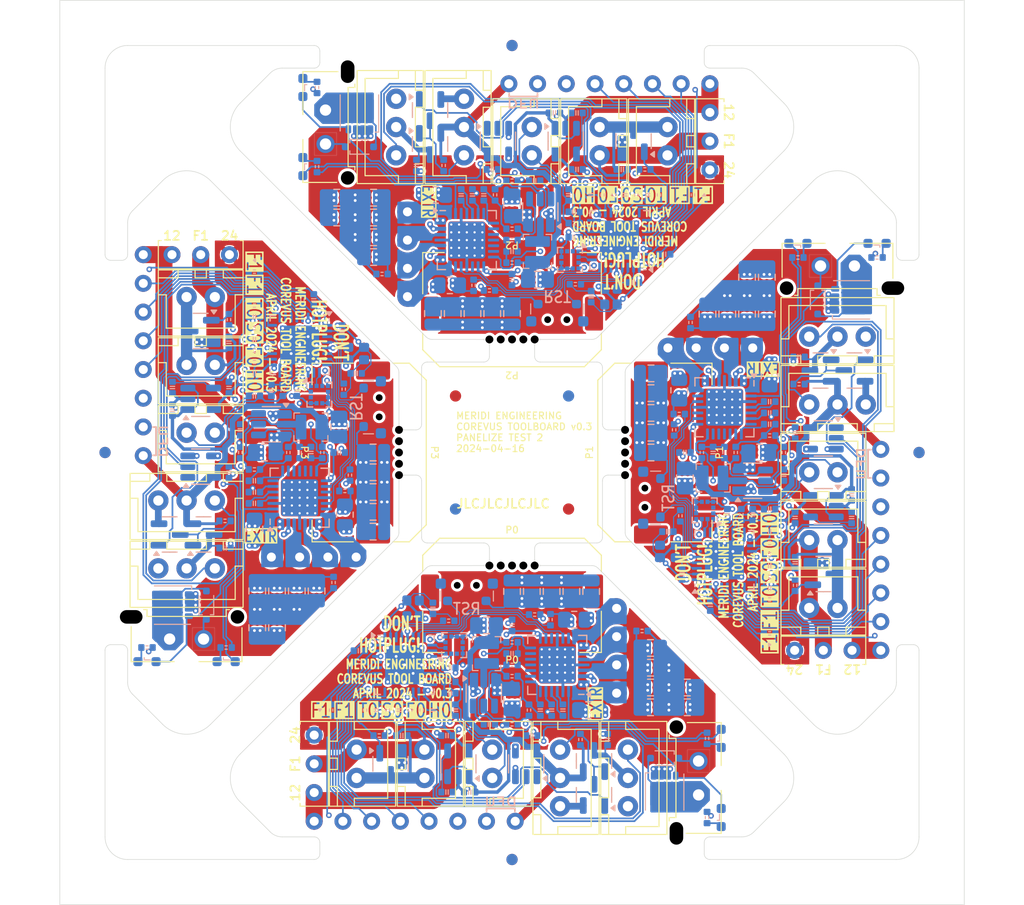
<source format=kicad_pcb>
(kicad_pcb (version 20240108) (generator "pcbnew") (generator_version "8.0")
  (layers (0 "F.Cu" signal) (1 "In1.Cu" power) (2 "In2.Cu" power) (31 "B.Cu" signal) (34 "B.Paste" user) (35 "F.Paste" user) (36 "B.SilkS" user "B.Silkscreen") (37 "F.SilkS" user "F.Silkscreen") (38 "B.Mask" user) (39 "F.Mask" user) (44 "Edge.Cuts" user))
  (net 0 "")
  (net 1 "/B1")
  (net 2 "/B2")
  (net 3 "/A1")
  (net 4 "/A2")
  (net 5 "/USB_D-")
  (net 6 "GND")
  (net 7 "/USB_D+")
  (net 8 "+24V")
  (net 9 "Net-(U3-PF0)")
  (net 10 "Net-(U3-PF1)")
  (net 11 "+12V")
  (net 12 "Net-(D1-A)")
  (net 13 "/F0_FG")
  (net 14 "+5V")
  (net 15 "/T0")
  (net 16 "/S0")
  (net 17 "/H0_Gate")
  (net 18 "/BOOT0")
  (net 19 "+3.3V")
  (net 20 "/Dir")
  (net 21 "/Step")
  (net 22 "/UART")
  (net 23 "/~{Reset}")
  (net 24 "Net-(U4-5VOUT)")
  (net 25 "Net-(U4-VCP)")
  (net 26 "Net-(U4-CPO)")
  (net 27 "Net-(U4-CPI)")
  (net 28 "Net-(J6-Pin_1)")
  (net 29 "Net-(U4-BRA)")
  (net 30 "Net-(U4-BRB)")
  (net 31 "/INT1")
  (net 32 "/INT2")
  (net 33 "/MOSI")
  (net 34 "/MISO")
  (net 35 "/SCK")
  (net 36 "Net-(U2-EN)")
  (net 37 "Net-(U2-BOOT)")
  (net 38 "/~{En}")
  (net 42 "/Diag")
  (net 47 "/ACCEL_CS")
  (net 48 "Net-(J2-Pin_2)")
  (net 49 "VSSA")
  (net 50 "Net-(U2-SW)")
  (net 51 "Net-(U2-FB)")
  (net 52 "Net-(C3-Pad1)")
  (net 53 "VDDA")
  (net 54 "/PCF_V+")
  (net 55 "/F1")
  (net 56 "Net-(J3-Pin_1)")
  (net 57 "Net-(J3-Pin_5)")
  (net 58 "Net-(C28-Pad1)")
  (net 59 "/_{Motor}Therm")
  (net 60 "/PB3")
  (net 61 "/PB4")
  (net 62 "/PB5")
  (net 63 "Net-(Q3-G)")
  (net 64 "/F0")
  (net 65 "/H0")
  (net 67 "Net-(U6-BP)")
  (net 68 "Net-(D2-K)")
  (net 69 "Net-(D3-K)")
  (net 70 "/PB6")
  (net 71 "Net-(D4-K)")
  (footprint "corevus:JST_XH_1x02" (layer "F.Cu") (at -27.537692 -7.75)
    (property "Reference" "J6" (hide yes))
    (property "Value" "XH")
  )
  (footprint "corevus:Molex_Micro-Fit-3.0_436500215" (layer "F.Cu") (at -28.78769 16.499998 180)
    (property "Reference" "J1" (hide yes))
    (property "Value" "MF3")
  )
  (footprint "MountingHole:MountingHole_3.2mm_M3" (layer "F.Cu") (at -28.787691 21.920309 -45)
    (property "Reference" "H2" (hide yes))
    (property "Value" "MountingHole")
  )
  (footprint "corevus:JST_XH_1x04-Side" (layer "F.Cu") (at 9.25 17.53769 -90)
    (property "Reference" "J4" (hide yes))
    (property "Value" "XH")
  )
  (footprint "MountingHole:MountingHole_3.2mm_M3" (layer "F.Cu") (at -21.920311 -28.78769 -135)
    (property "Reference" "H2" (hide yes))
    (property "Value" "MountingHole")
  )
  (footprint "corevus:JST_XH_1x03" (layer "F.Cu") (at 28.78769 -10.249998 180)
    (property "Reference" "J2" (hide yes))
    (property "Value" "XH")
  )
  (footprint "MountingHole:MountingHole_3.2mm_M3" (layer "F.Cu") (at 21.92031 28.78769 45)
    (property "Reference" "H2" (hide yes))
    (property "Value" "MountingHole")
  )
  (footprint "corevus:JST_XH_1x02" (layer "F.Cu") (at -27.537692 -13.749999)
    (property "Reference" "J7" (hide yes))
    (property "Value" "XH")
  )
  (footprint "corevus:XKB_X3025WRS-2x04E" (layer "F.Cu") (at -17.53769 0 -90)
    (property "Reference" "J3" (hide yes))
    (property "Value" "MF3")
  )
  (footprint "Fiducial:Fiducial_1mm_Mask2mm" (layer "F.Cu") (at -36 0)
    (property "Reference" "REF**" (hide yes))
    (property "Value" "Fiducial_1mm_Mask2mm")
  )
  (footprint "corevus:JST_XH_1x02" (layer "F.Cu") (at -13.749998 27.537692 90)
    (property "Reference" "J7" (hide yes))
    (property "Value" "XH")
  )
  (footprint "Fiducial:Fiducial_1mm_Mask2mm" (layer "F.Cu") (at 0 36)
    (property "Reference" "REF**" (hide yes))
    (property "Value" "Fiducial_1mm_Mask2mm")
  )
  (footprint "MountingHole:MountingHole_3.2mm_M3" (layer "F.Cu") (at -21.92031 28.78769 45)
    (property "Reference" "H1" (hide yes))
    (property "Value" "MountingHole")
  )
  (footprint "corevus:XKB_X3025WRS-2x04E" (layer "F.Cu") (at -0.000001 -17.53769 180)
    (property "Reference" "J3" (hide yes))
    (property "Value" "MF3")
  )
  (footprint "corevus:mousebite-0.7x5" (layer "F.Cu") (at 10 0.000001 90)
    (property "Reference" "REF**" (hide yes))
    (property "Value" "mousebite-0.7x5")
    (fp_line (start 2 -1.5) (end 2 -0.5) (stroke (width 0.05)) (layer "Edge.Cuts"))
    (fp_line (start -2 -1.5) (end -2 -0.5) (stroke (width 0.05)) (layer "Edge.Cuts"))
    (fp_arc (start -2.5 -2.000001) (mid -2.146446 -1.853554) (end -2 -1.5) (stroke (width 0.05)) (layer "Edge.Cuts"))
    (fp_arc (start 2 -1.5) (mid 2.146447 -1.853553) (end 2.5 -2.000001) (stroke (width 0.05)) (layer "Edge.Cuts"))
    (fp_arc (start -2 -0.5) (mid -2.146447 -0.146447) (end -2.5 0) (stroke (width 0.05)) (layer "Edge.Cuts"))
    (fp_arc (start 2.5 0) (mid 2.146447 -0.146447) (end 2 -0.5) (stroke (width 0.05)) (layer "Edge.Cuts"))
  )
  (footprint "corevus:mousebite-0.7x5" (layer "F.Cu") (at 0 10)
    (property "Reference" "REF**" (hide yes))
    (property "Value" "mousebite-0.7x5")
    (fp_line (start -2 -1.5) (end -2 -0.5) (stroke (width 0.05)) (layer "Edge.Cuts"))
    (fp_line (start 2 -1.5) (end 2 -0.5) (stroke (width 0.05)) (layer "Edge.Cuts"))
    (fp_arc (start -2.5 -2) (mid -2.146447 -1.853553) (end -2 -1.5) (stroke (width 0.05)) (layer "Edge.Cuts"))
    (fp_arc (start -2 -0.5) (mid -2.146447 -0.146447) (end -2.5 0) (stroke (width 0.05)) (layer "Edge.Cuts"))
    (fp_arc (start 2 -1.5) (mid 2.146447 -1.853553) (end 2.5 -2) (stroke (width 0.05)) (layer "Edge.Cuts"))
    (fp_arc (start 2.5 0) (mid 2.146447 -0.146447) (end 2 -0.5) (stroke (width 0.05)) (layer "Edge.Cuts"))
  )
  (footprint "MountingHole:MountingHole_3.2mm_M3" (layer "F.Cu") (at 28.78769 -21.920309 135)
    (property "Reference" "H2" (hide yes))
    (property "Value" "MountingHole")
  )
  (footprint "Fiducial:Fiducial_1mm_Mask2mm" (layer "F.Cu") (at -5 -5)
    (property "Reference" "REF**" (hide yes))
    (property "Value" "Fiducial_1mm_Mask2mm")
  )
  (footprint "corevus:JST_XH_1x02" (layer "F.Cu") (at 7.749999 -27.537692 -90)
    (property "Reference" "J6" (hide yes))
    (property "Value" "XH")
  )
  (footprint "corevus:JST_XH_1x04-Side" (layer "F.Cu") (at -17.53769 9.249999 180)
    (property "Reference" "J4" (hide yes))
    (property "Value" "XH")
  )
  (footprint "corevus:JST_XH_1x02" (layer "F.Cu") (at -27.53769 -1.75)
    (property "Reference" "J5" (hide yes))
    (property "Value" "XH")
  )
  (footprint "corevus:PinHeader_1x08_P2.54mm_Vertical" (layer "F.Cu") (at 32.61769 17.499999 180)
    (property "Reference" "J8" (hide yes))
    (property "Value" "pinheader")
  )
  (footprint "corevus:JST_XH_1x03" (layer "F.Cu") (at 28.78769 -4.249999 180)
    (property "Reference" "J9" (hide yes))
    (property "Value" "XH")
  )
  (footprint "corevus:JST_XH_1x02" (layer "F.Cu") (at 1.749999 -27.53769 -90)
    (property "Reference" "J5" (hide yes))
    (property "Value" "XH")
  )
  (footprint "corevus:JST_XH_1x02" (layer "F.Cu") (at 27.537692 13.749999 180)
    (property "Reference" "J7" (hide yes))
    (property "Value" "XH")
  )
  (footprint "corevus:Molex_Micro-Fit-3.0_436500215" (layer "F.Cu") (at 28.78769 -16.499998)
    (property "Reference" "J1" (hide yes))
    (property "Value" "MF3")
  )
  (footprint "corevus:JST_XH_1x03" (layer "F.Cu") (at -28.787691 4.249999)
    (property "Reference" "J9" (hide yes))
    (property "Value" "XH")
  )
  (footprint "corevus:PinHeader_1x08_P2.54mm_Vertical" (layer "F.Cu") (at 17.499998 -32.617689 -90)
    (property "Reference" "J8" (hide yes))
    (property "Value" "pinheader")
  )
  (footprint "MountingHole:MountingHole_3.2mm_M3" (layer "F.Cu") (at 21.92031 -28.78769 -135)
    (property "Reference" "H1" (hide yes))
    (property "Value" "MountingHole")
  )
  (footprint "Fiducial:Fiducial_1mm_Mask2mm" (layer "F.Cu") (at 36 0)
    (property "Reference" "REF**" (hide yes))
    (property "Value" "Fiducial_1mm_Mask2mm")
  )
  (footprint "corevus:mousebite-0.7x5" (layer "F.Cu") (at -10 -0.000001 -90)
    (property "Reference" "REF**" (hide yes))
    (property "Value" "mousebite-0.7x5")
    (fp_line (start -2 -1.5) (end -2 -0.5) (stroke (width 0.05)) (layer "Edge.Cuts"))
    (fp_line (start 2 -1.5) (end 2 -0.5) (stroke (width 0.05)) (layer "Edge.Cuts"))
    (fp_arc (start 2.5 0) (mid 2.146447 -0.146447) (end 2 -0.5) (stroke (width 0.05)) (layer "Edge.Cuts"))
    (fp_arc (start -2 -0.5) (mid -2.146447 -0.146447) (end -2.5 0) (stroke (width 0.05)) (layer "Edge.Cuts"))
    (fp_arc (start 2 -1.5) (mid 2.146447 -1.853553) (end 2.5 -2.000001) (stroke (width 0.05)) (layer "Edge.Cuts"))
    (fp_arc (start -2.5 -2.000001) (mid -2.146446 -1.853554) (end -2 -1.5) (stroke (width 0.05)) (layer "Edge.Cuts"))
  )
  (footprint "corevus:JST_XH_1x02" (layer "F.Cu") (at -1.749999 27.53769 90)
    (property "Reference" "J5" (hide yes))
    (property "Value" "XH")
  )
  (footprint "corevus:JST_XH_1x02" (layer "F.Cu") (at -7.749999 27.537692 90)
    (property "Reference" "J6" (hide yes))
    (property "Value" "XH")
  )
  (footprint "corevus:PinHeader_1x03_P2.54mm_Vertical" (layer "F.Cu") (at 17.499999 -27.53769 180)
    (property "Reference" "J10" (hide yes))
    (property "Value" "1x3P")
  )
  (footprint "corevus:JST_XH_1x03" (layer "F.Cu") (at -10.25 -28.78769 -90)
    (property "Reference" "J2" (hide yes))
    (property "Value" "XH")
  )
  (footprint "Fiducial:Fiducial_1mm_Mask2mm" (layer "F.Cu") (at 0 -36)
    (property "Reference" "REF**" (hide yes))
    (property "Value" "Fiducial_1mm_Mask2mm")
  )
  (footprint "corevus:PinHeader_1x03_P2.54mm_Vertical" (layer "F.Cu") (at -27.537691 -17.500001 -90)
    (property "Reference" "J10" (hide yes))
    (property "Value" "1x3P")
  )
  (footprint "corevus:JST_XH_1x02" (layer "F.Cu") (at 27.53769 1.75 180)
    (property "Reference" "J5" (hide yes))
    (property "Value" "XH")
  )
  (footprint "MountingHole:MountingHole_3.2mm_M3" (layer "F.Cu") (at -28.78769 -21.920311 -45)
    (property "Reference" "H1" (hide yes))
    (property "Value" "MountingHole")
  )
  (footprint "corevus:Molex_Micro-Fit-3.0_436500215" (layer "F.Cu") (at 16.499999 28.78769 -90)
    (property "Reference" "J1" (hide yes))
    (property "Value" "MF3")
  )
  (footprint "corevus:JST_XH_1x03" (layer "F.Cu") (at 10.249999 28.78769 90)
    (property "Reference" "J2" (hide yes))
    (property "Value" "XH")
  )
  (footprint "corevus:JST_XH_1x02" (layer "F.Cu") (at 13.749998 -27.537692 -90)
    (property "Reference" "J7" (hide yes))
    (property "Value" "XH")
  )
  (footprint "corevus:PinHeader_1x08_P2.54mm_Vertical" (layer "F.Cu") (at -17.499998 32.61769 90)
    (property "Reference" "J8" (hide yes))
    (property "Value" "pinheader")
  )
  (footprint "corevus:JST_XH_1x03" (layer "F.Cu") (at -28.787691 10.249998)
    (property "Reference" "J2" (hide yes))
    (property "Value" "XH")
  )
  (footprint "corevus:mousebite-0.7x5" (layer "F.Cu") (at 0 -10 180)
    (property "Reference" "REF**" (hide yes))
    (property "Value" "mousebite-0.7x5")
    (fp_line (start 2 -1.5) (end 2 -0.5) (stroke (width 0.05)) (layer "Edge.Cuts"))
    (fp_line (start -2 -1.5) (end -2 -0.5) (stroke (width 0.05)) (layer "Edge.Cuts"))
    (fp_arc (start 2.5 0) (mid 2.146447 -0.146447) (end 2 -0.5) (stroke (width 0.05)) (layer "Edge.Cuts"))
    (fp_arc (start 2 -1.5) (mid 2.146447 -1.853553) (end 2.5 -2.000001) (stroke (width 0.05)) (layer "Edge.Cuts"))
    (fp_arc (start -2 -0.5) (mid -2.146447 -0.146447) (end -2.5 0) (stroke (width 0.05)) (layer "Edge.Cuts"))
    (fp_arc (start -2.5 -2.000001) (mid -2.146446 -1.853554) (end -2 -1.5) (stroke (width 0.05)) (layer "Edge.Cuts"))
  )
  (footprint "corevus:JST_XH_1x04-Side" (layer "F.Cu") (at -9.25 -17.53769 90)
    (property "Reference" "J4" (hide yes))
    (property "Value" "XH")
  )
  (footprint "corevus:PinHeader_1x03_P2.54mm_Vertical" (layer "F.Cu") (at -17.5 27.53769)
    (property "Reference" "J10" (hide yes))
    (property "Value" "1x3P")
  )
  (footprint "corevus:PinHeader_1x08_P2.54mm_Vertical" (layer "F.Cu") (at -32.61769 -17.5)
    (property "Reference" "J8" (hide yes))
    (property "Value" "pinheader")
  )
  (footprint "corevus:JST_XH_1x03" (layer "F.Cu") (at 4.25 28.78769 90)
    (property "Reference" "J9" (hide yes))
    (property "Value" "XH")
  )
  (footprint "corevus:JST_XH_1x03" (layer "F.Cu") (at -4.250001 -28.78769 -90)
    (property "Reference" "J9" (hide yes))
    (property "Value" "XH")
  )
  (footprint "corevus:Molex_Micro-Fit-3.0_436500215" (layer "F.Cu") (at -16.499999 -28.78769 90)
    (property "Reference" "J1" (hide yes))
    (property "Value" "MF3")
  )
  (footprint "corevus:JST_XH_1x02" (layer "F.Cu") (at 27.537692 7.75 180)
    (property "Reference" "J6" (hide yes))
    (property "Value" "XH")
  )
  (footprint "MountingHole:MountingHole_3.2mm_M3" (layer "F.Cu") (at 28.78769 21.920311 135)
    (property "Reference" "H1" (hide yes))
    (property "Value" "MountingHole")
  )
  (footprint "corevus:JST_XH_1x04-Side" (layer "F.Cu") (at 17.53769 -9.249999)
    (property "Reference" "J4" (hide yes))
    (property "Value" "XH")
  )
  (footprint "corevus:XKB_X3025WRS-2x04E" (layer "F.Cu") (at 0.000001 17.53769)
    (property "Reference" "J3" (hide yes))
    (property "Value" "MF3")
  )
  (footprint "corevus:PinHeader_1x03_P2.54mm_Vertical" (layer "F.Cu") (at 27.53769 17.500001 90)
    (property "Reference" "J10" (hide yes))
    (property "Value" "1x3P")
  )
  (footprint "corevus:XKB_X3025WRS-2x04E" (layer "F.Cu") (at 17.53769 0 90)
    (property "Reference" "J3" (hide yes))
    (property "Value" "MF3")
  )
  (footprint "Fiducial:Fiducial_1mm_Mask2mm" (layer "F.Cu") (at 5 5)
    (property "Reference" "REF**" (hide yes))
    (property "Value" "Fiducial_1mm_Mask2mm")
  )
  (footprint "Capacitor_SMD:C_0805_2012Metric" (layer "B.Cu") (at -20.78769 15.499999 -90)
    (property "Reference" "C21" (hide yes))
    (property "Value" "4.7µF 50V")
  )
  (footprint "Package_TO_SOT_SMD:SOT-23" (layer "B.Cu") (at 7.250001 30.287691 90)
    (property "Reference" "Q5" (hide yes))
    (property "Value" "AO3400")
  )
  (footprint "corevus:ShouHan_TS24CA" (layer "B.Cu") (at 4 -11.75)
    (property "Reference" "SW1" (hide yes))
    (property "Value" "RST")
  )
  (footprint "AlphaLib:0402C" (layer "B.Cu") (at -1.750003 -25.03769 180)
    (property "Reference" "C29" (hide yes))
    (property "Value" "100nF")
  )
  (footprint "AlphaLib:0402C" (layer "B.Cu") (at 17.787691 0 -90)
    (property "Reference" "C28" (hide yes))
    (property "Value" "68pF ")
  )
  (footprint "Package_TO_SOT_SMD:SOT-23-5" (layer "B.Cu") (at 1.250001 27.53769 90)
    (property "Reference" "U5" (hide yes))
    (property "Value" "74LVC1G17")
  )
  (footprint "Capacitor_SMD:C_0805_2012Metric" (layer "B.Cu") (at 12.25 19.03769 180)
    (property "Reference" "C6" (hide yes))
    (property "Value" "4.7µF 50V")
  )
  (footprint "AlphaLib:0402C" (layer "B.Cu") (at -21.28769 -5.500001 90)
    (property "Reference" "C13" (hide yes))
    (property "Value" "2.2µF")
  )
  (footprint "AlphaLib:0402R" (layer "B.Cu") (at -22.787691 -9 180)
    (property "Reference" "R4" (hide yes))
    (property "Value" "33Ω")
  )
  (footprint "AlphaLib:0402R" (layer "B.Cu") (at 25.287691 -17.249999)
    (property "Reference" "R21" (hide yes))
    (property "Value" "2.2kΩ")
  )
  (footprint "corevus:XL1606" (layer "B.Cu") (at -18.5 -32.287691 -90)
    (property "Reference" "D2" (hide yes))
    (property "Value" "Red")
  )
  (footprint "AlphaLib:0402C" (layer "B.Cu") (at 0.000001 15.28769 90)
    (property "Reference" "C5" (hide yes))
    (property "Value" "2.2µF")
  )
  (footprint "AlphaLib:0402R" (layer "B.Cu") (at 12.999999 -22.787691 -90)
    (property "Reference" "R19" (hide yes))
    (property "Value" "10kΩ")
  )
  (footprint "Capacitor_SMD:C_0805_2012Metric" (layer "B.Cu") (at -22.537692 15.499999 -90)
    (property "Reference" "C20" (hide yes))
    (property "Value" "4.7µF 50V")
  )
  (footprint "Capacitor_SMD:C_0805_2012Metric" (layer "B.Cu") (at -12.25 -22.537692)
    (property "Reference" "C19" (hide yes))
    (property "Value" "4.7µF 50V")
  )
  (footprint "Package_DFN_QFN:QFN-32-1EP_5x5mm_P0.5mm_EP3.45x3.45mm" (layer "B.Cu") (at -9.499999 18.78769 -90)
    (property "Reference" "U3" (hide yes))
    (property "Value" "STM32G431KBU3")
  )
  (footprint "AlphaLib:0402R" (layer "B.Cu") (at -22.787691 -11 180)
    (property "Reference" "R3" (hide yes))
    (property "Value" "33Ω")
  )
  (footprint "AlphaLib:0402C" (layer "B.Cu") (at 5.749999 -30.03769)
    (property "Reference" "C31" (hide yes))
    (property "Value" "10nF")
  )
  (footprint "AlphaLib:0402R" (layer "B.Cu") (at -11.5 -15.78769)
    (property "Reference" "R20" (hide yes))
    (property "Value" "510kΩ")
  )
  (footprint "Capacitor_SMD:C_0805_2012Metric" (layer "B.Cu") (at 12.28769 -7)
    (property "Reference" "C14" (hide yes))
    (property "Value" "4.7µF 50V")
  )
  (footprint "Package_TO_SOT_SMD:SOT-23" (layer "B.Cu") (at 10.749999 -27.53769 90)
    (property "Reference" "Q4" (hide yes))
    (property "Value" "AO3400")
  )
  (footprint "corevus:L_Changjiang_FTC2520" (layer "B.Cu") (at -17.78769 -2.249999)
    (property "Reference" "L1" (hide yes))
    (property "Value" "10µH")
  )
  (footprint "Resistor_SMD:R_0805_2012Metric" (layer "B.Cu") (at 5.500001 14.787691)
    (property "Reference" "R5" (hide yes))
    (property "Value" "100mΩ")
  )
  (footprint "Capacitor_SMD:C_0805_2012Metric" (layer "B.Cu") (at 12.28769 -3.499999)
    (property "Reference" "C16" (hide yes))
    (property "Value" "4.7µF 50V")
  )
  (footprint "AlphaLib:0402R" (layer "B.Cu") (at -15.787691 11.499999 90)
    (property "Reference" "R20" (hide yes))
    (property "Value" "510kΩ")
  )
  (footprint "AlphaLib:0402R" (layer "B.Cu") (at 11.5 15.78769 180)
    (property "Reference" "R20" (hide yes))
    (property "Value" "510kΩ")
  )
  (footprint "AlphaLib:0402C" (layer "B.Cu") (at -25.03769 -9.750001 90)
    (property "Reference" "C23" (hide yes))
    (property "Value" " 100nF 50V")
  )
  (footprint "Package_TO_SOT_SMD:SOT-23" (layer "B.Cu") (at 27.53769 10.75)
    (property "Reference" "Q4" (hide yes))
    (property "Value" "AO3400")
  )
  (footprint "AlphaLib:0402R" (layer "B.Cu") (at 22.787691 -1.499999 180)
    (property "Reference" "R9" (hide yes))
    (property "Value" "100kΩ")
  )
  (footprint "AlphaLib:0402R" (layer "B.Cu") (at -13.500001 18.53769)
    (property "Reference" "R2" (hide yes))
    (property "Value" "10kΩ")
  )
  (footprint "Fiducial:Fiducial_1mm_Mask2mm" (layer "B.Cu") (at 0 -36 180)
    (property "Reference" "REF**" (hide yes))
    (property "Value" "Fiducial_1mm_Mask2mm")
  )
  (footprint "Capacitor_SMD:C_0805_2012Metric" (layer "B.Cu") (at -17.287691 12.25 90)
    (property "Reference" "C18" (hide yes))
    (property "Value" "4.7µF 50V")
  )
  (footprint "Capacitor_SMD:C_0805_2012Metric" (layer "B.Cu") (at 0.000001 21.912691 -90)
    (property "Reference" "C32" (hide yes))
    (property "Value" "10µF 25V")
  )
  (footprint "AlphaLib:0402C" (layer "B.Cu") (at 3.500001 22.787691 -90)
    (property "Reference" "C8" (hide yes))
    (property "Value" "100nF 16V")
  )
  (footprint "corevus:NetTie-2_SMD_Pad0.1mm" (layer "B.Cu") (at 19.537691 7.6 90)
    (property "Reference" "NT1" (hide yes))
    (property "Value" "NetTie_2" (hide yes))
  )
  (footprint "AlphaLib:0402R" (layer "B.Cu") (at -22.787691 1.499999)
    (property "Reference" "R9" (hide yes))
    (property "Value" "100kΩ")
  )
  (footprint "AlphaLib:0402R" (layer "B.Cu") (at 9 -22.787691 90)
    (property "Reference" "R4" (hide yes))
    (property "Value" "33Ω")
  )
  (footprint "AlphaLib:0402R" (layer "B.Cu") (at -6.050001 -25.387689 90)
    (property "Reference" "R7" (hide yes))
    (property "Value" "2.2kΩ")
  )
  (footprint "Package_TO_SOT_SMD:SOT-23-5" (layer "B.Cu") (at 27.53769 -1.25 180)
    (property "Reference" "U5" (hide yes))
    (property "Value" "74LVC1G17")
  )
  (footprint "AlphaLib:0402C" (layer "B.Cu") (at -22.787691 -10.000001 180)
    (property "Reference" "C25" (hide yes))
    (property "Value" "10pF")
  )
  (footprint "AlphaLib:0402R" (layer "B.Cu") (at 20.287691 5.5 -90)
    (property "Reference" "R13" (hide yes))
    (property "Value" "2.2kΩ")
  )
  (footprint "corevus:NetTie-2_SMD_Pad0.1mm" (layer "B.Cu") (at -7.599999 19.537691)
    (property "Reference" "NT1" (hide yes))
    (property "Value" "NetTie_2" (hide yes))
  )
  (footprint "AlphaLib:0402C" (layer "B.Cu") (at 22.787691 5)
    (property "Reference" "C26" (hide yes))
    (property "Value" "2.2µF")
  )
  (footprint "AlphaLib:0402C" (layer "B.Cu") (at -17.787691 0 90)
    (property "Reference" "C28" (hide yes))
    (property "Value" "68pF ")
  )
  (footprint "" (layer "B.Cu") (at 0 36 180)
    (property "Reference" "")
    (property "Value" "")
  )
  (footprint "Package_LGA:LGA-12_2x2mm_P0.5mm" (layer "B.Cu") (at -5.124999 17.037691)
    (property "Reference" "U1" (hide yes))
    (property "Value" "LIS2DE12")
  )
  (footprint "AlphaLib:0402C" (layer "B.Cu") (at 8.450001 25.38769 -90)
    (property "Reference" "C10" (hide yes))
    (property "Value" " 100nF")
  )
  (footprint "Package_DFN_QFN:TQFN-28-1EP_5x5mm_P0.5mm_EP3.25x3.25mm_ThermalVias" (layer "B.Cu") (at 18.787691 -4 180)
    (property "Reference" "U4" (hide yes))
    (property "Value" "TMC2209-LA")
  )
  (footprint "AlphaLib:0402C" (layer "B.Cu") (at 24.037691 2 90)
    (property "Reference" "C7" (hide yes))
    (property "Value" "100nF ")
  )
  (footprint "Capacitor_SMD:C_0805_2012Metric" (layer "B.Cu") (at 12.287692 0)
    (property "Reference" "C30" (hide yes))
    (property "Value" "4.7µF 50V")
  )
  (footprint "AlphaLib:0402C" (layer "B.Cu") (at 6.999999 -22.787691 90)
    (property "Reference" "C12" (hide yes))
    (property "Value" "2.2µF")
  )
  (footprint "AlphaLib:0402R" (layer "B.Cu") (at -25.38769 6.049999 180)
    (property "Reference" "R7" (hide yes))
    (property "Value" "2.2kΩ")
  )
  (footprint "Capacitor_SMD:C_0805_2012Metric" (layer "B.Cu") (at 2.249999 -15.28769)
    (property "Reference" "C33" (hide yes))
    (property "Value" "10µF")
  )
  (footprint "Resistor_SMD:R_0805_2012Metric" (layer "B.Cu") (at 6.750001 22.787691)
    (property "Reference" "R6" (hide yes))
    (property "Value" "100mΩ")
  )
  (footprint "AlphaLib:0402C" (layer "B.Cu") (at -19.037691 -5.500001 90)
    (property "Reference" "C27" (hide yes))
    (property "Value" "2.2µF")
  )
  (footprint "AlphaLib:0402C" (layer "B.Cu") (at -0.000001 -15.28769 -90)
    (property "Reference" "C5" (hide yes))
    (property "Value" "2.2µF")
  )
  (footprint "AlphaLib:0402R" (layer "B.Cu") (at 13.500001 -18.53769 180)
    (property "Reference" "R2" (hide yes))
    (property "Value" "10kΩ")
  )
  (footprint "AlphaLib:0402R" (layer "B.Cu") (at -24.037691 0 -90)
    (property "Reference" "R8" (hide yes))
    (property "Value" "510kΩ")
  )
  (footprint "Package_TO_SOT_SMD:SOT-23-5" (layer "B.Cu") (at 4.749999 -27.53769 -90)
    (property "Reference" "U6" (hide yes))
    (property "Value" "SPX3819M5-L-3-3")
  )
  (footprint "Capacitor_SMD:C_0805_2012Metric" (layer "B.Cu") (at -7.000001 -12.28769 90)
    (property "Reference" "C14" (hide yes))
    (property "Value" "4.7µF 50V")
  )
  (footprint "AlphaLib:0402C" (layer "B.Cu") (at 22.787691 7)
    (property "Reference" "C12" (hide yes))
    (property "Value" "2.2µF")
  )
  (footprint "AlphaLib:0402C" (layer "B.Cu") (at -5.5 19.037691 180)
    (property "Reference" "C27" (hide yes))
    (property "Value" "2.2µF")
  )
  (footprint "AlphaLib:0402C" (layer "B.Cu") (at 30.03769 5.75 -90)
    (property "Reference" "C31" (hide yes))
    (property "Value" "10nF")
  )
  (footprint "" (layer "B.Cu") (at -36 0 180)
    (property "Reference" "")
    (property "Value" "")
  )
  (footprint "AlphaLib:0402R" (layer "B.Cu") (at -2.000001 -14.33769 180)
    (property "Reference" "R16" (hide yes))
    (property "Value" "4.7kΩ")
  )
  (footprint "Package_TO_SOT_SMD:SOT-23-5" (layer "B.Cu") (at -27.53769 1.25)
    (property "Reference" "U5" (hide yes))
    (property "Value" "74LVC1G17")
  )
  (footprint "corevus:L_Changjiang_FTC2520" (layer "B.Cu") (at 17.78769 2.25 180)
    (property "Reference" "L1" (hide yes))
    (property "Value" "10µH")
  )
  (footprint "AlphaLib:0402R" (layer "B.Cu") (at -17.25 -32.28769 90)
    (property "Reference" "R1" (hide yes))
    (property "Value" "1kΩ")
  )
  (footprint "AlphaLib:0402C" (layer "B.Cu") (at -22.787691 -7 180)
    (property "Reference" "C12" (hide yes))
    (property "Value" "2.2µF")
  )
  (footprint "Capacitor_SMD:C_0805_2012Metric" (layer "B.Cu") (at 21.912691 0)
    (property "Reference" "C32" (hide yes))
    (property "Value" "10µF 25V")
  )
  (footprint "AlphaLib:0402C" (layer "B.Cu") (at -13.499999 17.537691)
    (property "Reference" "C11" (hide yes))
    (property "Value" "2.2µF")
  )
  (footprint "Capacitor_SMD:C_0805_2012Metric" (layer "B.Cu") (at -3.5 -12.287691 90)
    (property "Reference" "C16" (hide yes))
    (property "Value" "4.7µF 50V")
  )
  (footprint "Capacitor_SMD:C_0805_2012Metric" (layer "B.Cu") (at -12.287692 0 180)
    (property "Reference" "C30" (hide yes))
    (property "Value" "4.7µF 50V")
  )
  (footprint "AlphaLib:0402R" (layer "B.Cu") (at 0.000001 19.78769)
    (property "Reference" "R10" (hide yes))
    (property "Value" "20kΩ")
  )
  (footprint "AlphaLib:0402C" (layer "B.Cu") (at 22.787691 -2.5)
    (property "Reference" "C4" (hide yes))
    (property "Value" "2.2µF")
  )
  (footprint "Package_TO_SOT_SMD:SOT-23-6" (layer "B.Cu") (at -21.287692 -2.5 180)
    (property "Reference" "U2" (hide yes))
    (property "Value" "TPS54302")
  )
  (footprint "AlphaLib:0402R" (layer "B.Cu") (at -14.33769 2 -90)
    (property "Reference" "R16" (hide yes))
    (property "Value" "4.7kΩ")
  )
  (footprint "AlphaLib:0402R" (layer "B.Cu") (at 18.53769 13.500002 90)
    (property "Reference" "R2" (hide yes))
    (property "Value" "10kΩ")
  )
  (footprint "AlphaLib:0402C" (layer "B.Cu") (at 25.03769 9.750001 -90)
    (property "Reference" "C23" (hide yes))
    (property "Value" " 100nF 50V")
  )
  (footprint "AlphaLib:0402C" (layer "B.Cu") (at 15.03769 10.750001 -90)
    (property "Reference" "C2" (hide yes))
    (property "Value" "10pF")
  )
  (footprint "AlphaLib:0402R" (layer "B.Cu") (at -7.999999 22.787691 -90)
    (property "Reference" "R18" (hide yes))
    (property "Value" "10kΩ")
  )
  (footprint "AlphaLib:0402C" (layer "B.Cu") (at -10.749999 15.03769 180)
    (property "Reference" "C2" (hide yes))
    (property "Value" "10pF")
  )
  (footprint "AlphaLib:0402R" (layer "B.Cu") (at 22.787691 16.000001)
    (property "Reference" "R17" (hide yes))
    (property "Value" "2.2kΩ")
  )
  (footprint "AlphaLib:0402R" (layer "B.Cu") (at 11.749999 -25.03769 180)
    (property "Reference" "R14" (hide yes))
    (property "Value" "10kΩ")
  )
  (footprint "AlphaLib:0402R" (layer "B.Cu") (at -22.787691 -13)
    (property "Reference" "R19" (hide yes))
    (property "Value" "10kΩ")
  )
  (footprint "AlphaLib:0402C" (layer "B.Cu") (at 22.787691 -4.5)
    (property "Reference" "C9" (hide yes))
    (property "Value" "100nF 50V")
  )
  (footprint "AlphaLib:0402C" (layer "B.Cu") (at 25.03769 -1.750001 90)
    (property "Reference" "C29" (hide yes))
    (property "Value" "100nF")
  )
  (footprint "AlphaLib:0402R" (layer "B.Cu") (at 0.000001 18.787691 180)
    (property "Reference" "R11" (hide yes))
    (property "Value" "150kΩ")
  )
  (footprint "Capacitor_SMD:C_0805_2012Metric" (layer "B.Cu") (at -19.03769 12.249999 90)
    (property "Reference" "C6" (hide yes))
    (property "Value" "4.7µF 50V")
  )
  (footprint "AlphaLib:0402C" (layer "B.Cu") (at -6.999999 13.787691 90)
    (property "Reference" "C3" (hide yes))
    (property "Value" "10pF")
  )
  (footprint "Package_TO_SOT_SMD:SOT-23" (layer "B.Cu") (at -7.250001 -30.287691 -90)
    (property "Reference" "Q5" (hide yes))
    (property "Value" "AO3400")
  )
  (footprint "AlphaLib:0402R" (layer "B.Cu") (at -0.000001 -19.787689 180)
    (property "Reference" "R10" (hide yes))
    (property "Value" "20kΩ")
  )
  (footprint "AlphaLib:0402R" (layer "B.Cu") (at -0.000001 -18.787691)
    (property "Reference" "R11" (hide yes))
    (property "Value" "150kΩ")
  )
  (footprint "Capacitor_SMD:C_0805_2012Metric" (layer "B.Cu") (at -0.000001 -12.287692 90)
    (property "Reference" "C30" (hide yes))
    (property "Value" "4.7µF 50V")
  )
  (footprint "corevus:D_SOD-323" (layer "B.Cu") (at 13.5 27.03769 180)
    (property "Reference" "D1" (hide yes))
    (property "Value" "4148")
  )
  (footprint "AlphaLib:0402LED" (layer "B.Cu") (at 22.787691 17.000001 180)
    (property "Reference" "D4" (hide yes))
    (property "Value" "Grn")
  )
  (footprint "AlphaLib:0402R" (layer "B.Cu") (at -25.03769 -11.75 -90)
    (property "Reference" "R14" (hide yes))
    (property "Value" "10kΩ")
  )
  (footprint "AlphaLib:0402C" (layer "B.Cu") (at 9.75 -25.03769)
    (property "Reference" "C23" (hide yes))
    (property "Value" " 100nF 50V")
  )
  (footprint "Resistor_SMD:R_0805_2012Metric" (layer "B.Cu") (at 14.787691 -5.500001 90)
    (property "Reference" "R5" (hide yes))
    (property "Value" "100mΩ")
  )
  (footprint "AlphaLib:0402R" (layer "B.Cu") (at -18.787691 -0.000001 90)
    (property "Reference" "R11" (hide yes))
    (property "Value" "150kΩ")
  )
  (footprint "AlphaLib:0402C" (layer "B.Cu") (at -5.749999 30.03769 180)
    (property "Reference" "C31" (hide yes))
    (property "Value" "10nF")
  )
  (footprint "AlphaLib:0402R" (layer "B.Cu") (at 17.25 32.28769 -90)
    (property "Reference" "R1" (hide yes))
    (property "Value" "1kΩ")
  )
  (footprint "AlphaLib:0402C" (layer "B.Cu") (at -5.5 21.28769 180)
    (property "Reference" "C13" (hide yes))
    (property "Value" "2.2µF")
  )
  (footprint "AlphaLib:0402R" (layer "B.Cu") (at -8.999999 22.787691 -90)
    (property "Reference" "R4" (hide yes))
    (property "Value" "33Ω")
  )
  (footprint "AlphaLib:0402R" (layer "B.Cu") (at 14.78769 -3.4 180)
    (property "Reference" "TH1" (hide yes))
    (property "Value" "10kΩ 3950K")
  )
  (footprint "AlphaLib:0402R" (layer "B.Cu") (at 25.03769 11.75 90)
    (property "Reference" "R14" (hide yes))
    (property "Value" "10kΩ")
  )
  (footprint "AlphaLib:0402C" (layer "B.Cu") (at -30.03769 -5.75 90)
    (property "Reference" "C31" (hide yes))
    (property "Value" "10nF")
  )
  (footprint "AlphaLib:0402C" (layer "B.Cu") (at 4.500001 22.787691 -90)
    (property "Reference" "C9" (hide yes))
    (property "Value" "100nF 50V")
  )
  (footprint "AlphaLib:0402R" (layer "B.Cu") (at -22.787691 -16.000001 180)
    (property "Reference" "R17" (hide yes))
    (property "Value" "2.2kΩ")
  )
  (footprint "AlphaLib:0402C" (layer "B.Cu") (at 6.999999 -13.787691 -90)
    (property "Reference" "C3" (hide yes))
    (property "Value" "10pF")
  )
  (footprint "corevus:NetTie-2_SMD_Pad0.1mm" (layer "B.Cu") (at -19.537691 -7.6 -90)
    (property "Reference" "NT1" (hide yes))
    (property "Value" "NetTie_2" (hide yes))
  )
  (footprint "AlphaLib:0402R" (layer "B.Cu") (at 16.78769 0 90)
    (property "Reference" "R15" (hide yes))
    (property "Value" "51Ω")
  )
  (footprint "AlphaLib:0402R" (layer "B.Cu") (at 0.000001 16.78769)
    (property "Reference" "R15" (hide yes))
    (property "Value" "51Ω")
  )
  (footprint "AlphaLib:0402C" (layer "B.Cu") (at 19.037691 5.500001 -90)
    (property "Reference" "C27" (hide yes))
    (property "Value" "2.2µF")
  )
  (footprint "Capacitor_SMD:C_0805_2012Metric" (layer "B.Cu") (at 15.28769 2.25 -90)
    (property "Reference" "C33" (hide yes))
    (property "Value" "10µF")
  )
  (footprint "AlphaLib:0402R" (layer "B.Cu") (at -20.287691 -5.5 90)
    (property "Reference" "R13" (hide yes))
    (property "Value" "2.2kΩ")
  )
  (footprint "AlphaLib:0402R" (layer "B.Cu") (at 0.000001 24.037691)
    (property "Reference" "R8" (hide yes))
    (property "Value" "510kΩ")
  )
  (footprint "Capacitor_SMD:C_0805_2012Metric" (layer "B.Cu") (at -12.25 -20.78769)
    (property "Reference" "C22" (hide yes))
    (property "Value" "4.7µF 50V")
  )
  (footprint "AlphaLib:0402R" (layer "B.Cu") (at 3.400001 14.78769 90)
    (property "Reference" "TH1" (hide yes))
    (property "Value" "10kΩ 3950K")
  )
  (footprint "AlphaLib:0402C" (layer "B.Cu") (at -15.28769 0)
    (property "Reference" "C5" (hide yes))
    (property "Value" "2.2µF")
  )
  (footprint "Package_TO_SOT_SMD:SOT-23-5" (layer "B.Cu") (at -27.53769 -4.75)
    (property "Reference" "U6" (hide yes))
    (property "Value" "SPX3819M5-L-3-3")
  )
  (footprint "Capacitor_SMD:C_0805_2012Metric" (layer "B.Cu") (at 15.5 20.78769)
    (property "Reference" "C21" (hide yes))
    (property "Value" "4.7µF 50V")
  )
  (footprint "AlphaLib:0402R" (layer "B.Cu") (at 24.037691 0 90)
    (property "Reference" "R8" (hide yes))
    (property "Value" "510kΩ")
  )
  (footprint "Resistor_SMD:R_0805_2012Metric" (layer "B.Cu") (at -14.787691 5.500001 -90)
    (property "Reference" "R5" (hide yes))
    (property "Value" "100mΩ")
  )
  (footprint "AlphaLib:0402R" (layer "B.Cu") (at -3.400001 -14.787691 -90)
    (property "Reference" "TH1" (hide yes))
    (property "Value" "10kΩ 3950K")
  )
  (footprint "AlphaLib:0402R" (layer "B.Cu") (at 25.38769 -6.05)
    (property "Reference" "R7" (hide yes))
    (property "Value" "2.2kΩ")
  )
  (footprint "AlphaLib:0402R" (layer "B.Cu") (at 14.33769 -2 90)
    (property "Reference" "R16" (hide yes))
    (property "Value" "4.7kΩ")
  )
  (footprint "AlphaLib:0402C" (layer "B.Cu") (at -22.787691 4.5 180)
    (property "Reference" "C9" (hide yes))
    (property "Value" "100nF 50V")
  )
  (footprint "AlphaLib:0402C" (layer "B.Cu") (at -9.75 25.03769 180)
    (property "Reference" "C23" (hide yes))
    (property "Value" " 100nF 50V")
  )
  (footprint "AlphaLib:0402C" (layer "B.Cu") (at 5.75 -25.03769 180)
    (property "Reference" "C34" (hide yes))
    (property "Value" "2.2µF")
  )
  (footprint "AlphaLib:0402C" (layer "B.Cu") (at -25.03769 -5.750001 -90)
    (property "Reference" "C34" (hide yes))
    (property "Value" "2.2µF")
  )
  (footprint "AlphaLib:0402R" (layer "B.Cu") (at -19.78769 -0.000001 -90)
    (property "Reference" "R10" (hide yes))
    (property "Value" "20kΩ")
  )
  (footprint "Resistor_SMD:R_0805_2012Metric" (layer "B.Cu") (at -6.750001 -22.787691 180)
    (property "Reference" "R6" (hide yes))
    (property "Value" "100mΩ")
  )
  (footprint "Crystal:Crystal_SMD_2016-4Pin_2.0x1.6mm" (layer "B.Cu") (at 13.787691 8.75)
    (property "Reference" "Y1" (hide yes))
    (property "Value" "XRCGB25")
  )
  (footprint "AlphaLib:0402C" (layer "B.Cu") (at 21.28769 5.500001 -90)
    (property "Reference" "C13" (hide yes))
    (property "Value" "2.2µF")
  )
  (footprint "AlphaLib:0402C" (layer "B.Cu") (at -13.787691 -7)
    (property "Reference" "C3" (hide yes))
    (property "Value" "10pF")
  )
  (footprint "AlphaLib:0402C" (layer "B.Cu") (at -4.999999 22.787691 -90)
    (property "Reference" "C26" (hide yes))
    (property "Value" "2.2µF")
  )
  (footprint "AlphaLib:0402C" (layer "B.Cu") (at 5.5 -21.287691)
    (property "Reference" "C13" (hide yes))
    (property "Value" "2.2µF")
  )
  (footprint "Capacitor_SMD:C_0805_2012Metric" (layer "B.Cu") (at 5.250001 12.28769 -90)
    (property "Reference" "C15" (hide yes))
    (property "Value" "4.7µF 50V")
  )
  (footprint "AlphaLib:0402R" (layer "B.Cu") (at 16 -22.78769 90)
    (property "Reference" "R17" (hide yes))
    (property "Value" "2.2kΩ")
  )
  (footprint "Capacitor_SMD:C_0805_2012Metric" (layer "B.Cu") (at -12.25 -19.03769)
    (property "Reference" "C6" (hide yes))
    (property "Value" "4.7µF 50V")
  )
  (footprint "AlphaLib:0402R" (layer "B.Cu") (at -12.999999 22.787691 90)
    (property "Reference" "R19" (hide yes))
    (property "Value" "10kΩ")
  )
  (footprint "corevus:ShouHan_TS24CA" (layer "B.Cu") (at 11.750001 4.000001 -90)
    (property "Reference" "SW1" (hide yes))
    (property "Value" "RST")
  )
  (footprint "AlphaLib:0402C" (layer "B.Cu") (at -4.500001 -22.787691 90)
    (property "Reference" "C9" (hide yes))
    (property "Value" "100nF 50V")
  )
  (footprint "corevus:D_SOD-323" (layer "B.Cu") (at -27.03769 13.5 90)
    (property "Reference" "D1" (hide yes))
    (property "Value" "4148")
  )
  (footprint "Package_TO_SOT_SMD:SOT-23-6" (layer "B.Cu") (at -2.499999 21.287692 -90)
    (property "Reference" "U2" (hide yes))
    (property "Value" "TPS54302")
  )
  (footprint "Package_DFN_QFN:TQFN-28-1EP_5x5mm_P0.5mm_EP3.25x3.25mm_ThermalVias" (layer "B.Cu") (at -4.000001 -18.787691 -90)
    (property "Reference" "U4" (hide yes))
    (property "Value" "TMC2209-LA")
  )
  (footprint "corevus:XL1606" (layer "B.Cu") (at 32.287691 -18.499999 180)
    (property "Reference" "D2" (hide yes))
    (property "Value" "Red")
  )
  (footprint "corevus:ShouHan_TS24CA" (layer "B.Cu") (at -11.750001 -4.000001 90)
    (property "Reference" "SW1" (hide yes))
    (property "Value" "RST")
  )
  (footprint "Capacitor_SMD:C_0805_2012Metric" (layer "B.Cu") (at 19.03769 -12.249999 -90)
    (property "Reference" "C6" (hide yes))
    (property "Value" "4.7µF 50V")
  )
  (footprint "AlphaLib:0402R" (layer "B.Cu") (at -5.599999 14.88769 180)
    (property "Reference" "R12" (hide yes))
    (property "Value" "1kΩ")
  )
  (footprint "AlphaLib:0402R" (layer "B.Cu") (at 22.787691 11)
    (property "Reference" "R3" (hide yes))
    (property "Value" "33Ω")
  )
  (footprint "Capacitor_SMD:C_0805_2012Metric" (layer "B.Cu") (at 12.25 20.78769 180)
    (property "Reference" "C22" (hide yes))
    (property "Value" "4.7µF 50V")
  )
  (footprint "Fiducial:Fiducial_1mm_Mask2mm" (layer "B.Cu") (at 36 0 180)
    (property "Reference" "REF**" (hide yes))
    (property "Value" "Fiducial_1mm_Mask2mm")
  )
  (footprint "Package_LGA:LGA-12_2x2mm_P0.5mm" (layer "B.Cu") (at 5.124999 -17.037691 180)
    (property "Reference" "U1" (hide yes))
    (property "Value" "LIS2DE12")
  )
  (footprint "corevus:MOSFET_DFN8" (layer "B.Cu") (at -30.03769 13.499999 -90)
    (property "Reference" "Q2" (hide yes))
    (property "Value" "NMOS")
  )
  (footprint "AlphaLib:0402R" (layer "B.Cu") (at 19.78769 0 90)
    (property "Reference" "R10" (hide yes))
    (property "Value" "20kΩ")
  )
  (footprint "Package_LGA:LGA-12_2x2mm_P0.5mm" (layer "B.Cu") (at -17.037691 -5.125 -90)
    (property "Reference" "U1" (hide yes))
    (property "Value" "LIS2DE12")
  )
  (footprint "AlphaLib:0402C" (layer "B.Cu") (at -6.999999 22.787691 -90)
    (property "Reference" "C12" (hide yes))
    (property "Value" "2.2µF")
  )
  (footprint "corevus:L_Changjiang_FTC2520" (layer "B.Cu") (at 2.249999 -17.787691 -90)
    (property "Reference" "L1" (hide yes))
    (property "Value" "10µH")
  )
  (footprint "Package_TO_SOT_SMD:SOT-23" (layer "B.Cu") (at -10.749999 27.53769 -90)
    (property "Reference" "Q4" (hide yes))
    (property "Value" "AO3400")
  )
  (footprint "Package_DFN_QFN:QFN-32-1EP_5x5mm_P0.5mm_EP3.45x3.45mm" (layer "B.Cu") (at -18.78769 -9.5 180)
    (property "Reference" "U3" (hide yes))
    (property "Value" "STM32G431KBU3")
  )
  (footprint "Capacitor_SMD:C_0805_2012Metric" (layer "B.Cu") (at 17.28769 -12.25 -90)
    (property "Reference" "C18" (hide yes))
    (property "Value" "4.7µF 50V")
  )
  (footprint "AlphaLib:0402C" (layer "B.Cu") (at 13.499999 -17.53769 180)
    (property "Reference" "C11" (hide yes))
    (property "Value" "2.2µF")
  )
  (footprint "AlphaLib:0402LED" (layer "B.Cu") (at -22.787691 -17.000002)
    (property "Reference" "D4" (hide yes))
    (property "Value" "Grn")
  )
  (footprint "AlphaLib:0402C" (layer "B.Cu") (at -1.999999 24.037691)
    (property "Reference" "C7" (hide yes))
    (property "Value" "100nF ")
  )
  (footprint "AlphaLib:0402C" (layer "B.Cu") (at -8.450001 -25.38769 90)
    (property "Reference" "C10" (hide yes))
    (property "Value" " 100nF")
  )
  (footprint "AlphaLib:0402C" (layer "B.Cu") (at -0.000001 -17.787692)
    (property "Reference" "C28" (hide yes))
    (property "Value" "68pF ")
  )
  (footprint "Capacitor_SMD:C_0805_2012Metric" (layer "B.Cu") (at 12.287692 -1.75)
    (property "Reference" "C17" (hide yes))
    (property "Value" "4.7µF 50V")
  )
  (footprint "AlphaLib:0402R" (layer "B.Cu") (at 10.999999 -22.787691 90)
    (property "Reference" "R3" (hide yes))
    (property "Value" "33Ω")
  )
  (footprint "AlphaLib:0402R" (layer "B.Cu") (at -22.787691 -8 180)
    (property "Reference" "R18" (hide yes))
    (property "Value" "10kΩ")
  )
  (footprint "Package_LGA:LGA-12_2x2mm_P0.5mm" (layer "B.Cu") (at 17.037691 5.125 90)
    (property "Reference" "U1" (hide yes))
    (property "Value" "LIS2DE12")
  )
  (footprint "Capacitor_SMD:C_0805_2012Metric" (layer "B.Cu") (at -15.28769 -2.249999 90)
    (property "Reference" "C33" (hide yes))
    (property "Value" "10µF")
  )
  (footprint "AlphaLib:0402R" (layer "B.Cu") (at -11.749999 25.03769)
    (property "Reference" "R14" (hide yes))
    (property "Value" "10kΩ")
  )
  (footprint "Capacitor_SMD:C_0805_2012Metric" (layer "B.Cu") (at -12.287692 1.75 180)
    (property "Reference" "C17" (hide yes))
    (property "Value" "4.7µF 50V")
  )
  (footprint "AlphaLib:0402R" (layer "B.Cu") (at 22.787691 13 180)
    (property "Reference" "R19" (hide yes))
    (property "Value" "10kΩ")
  )
  (footprint "AlphaLib:0402R" (layer "B.Cu") (at -0.000001 -16.78769 180)
    (property "Reference" "R15" (hide yes))
    (property "Value" "51Ω")
  )
  (footprint "AlphaLib:0402C" (layer "B.Cu") (at 3.749999 -30.037689 180)
    (property "Reference" "C1" (hide yes))
    (property "Value" "2.2µF")
  )
  (footprint "Package_TO_SOT_SMD:SOT-23" (layer "B.Cu") (at -30.28769 7.25)
    (property "Reference" "Q5" (hide yes))
    (property "Value" "AO3400")
  )
  (footprint "corevus:ShouHan_TS24CA" (layer "B.Cu") (at -4 11.75 180)
    (property "Reference" "SW1" (hide yes))
    (property "Value" "RST")
  )
  (footprint "Package_TO_SOT_SMD:SOT-23-5" (layer "B.Cu") (at -1.25 -27.53769 -90)
    (property "Reference" "U5" (hide yes))
    (property "Value" "74LVC1G17")
  )
  (footprint "Capacitor_SMD:C_0805_2012Metric" (layer "B.Cu") (at -12.28769 3.499999 180)
    (property "Reference" "C16" (hide yes))
    (property "Value" "4.7µF 50V")
  )
  (footprint "corevus:MOSFET_DFN8" (layer "B.Cu") (at -13.500001 -30.037689 180)
    (property "Reference" "Q2" (hide yes))
    (property "Value" "NMOS")
  )
  (footprint "Capacitor_SMD:C_0805_2012Metric" (layer "B.Cu") (at -20.78769 12.25 90)
    (property "Reference" "C22" (hide yes))
    (property "Value" "4.7µF 50V")
  )
  (footprint "Capacitor_SMD:C_0805_2012Metric" (layer "B.Cu") (at -1.750001 -12.287692 90)
    (property "Reference" "C17" (hide yes))
    (property "Value" "4.7µF 50V")
  )
  (footprint "Capacitor_SMD:C_0805_2012Metric" (layer "B.Cu") (at -15.5 -20.78769 180)
    (property "Reference" "C21" (hide yes))
    (property "Value" "4.7µF 50V")
  )
  (footprint "Capacitor_SMD:C_0805_2012Metric" (layer "B.Cu") (at 0.000001 12.287692 -90)
    (property "Reference" "C30" (hide yes))
    (property "Value" "4.7µF 50V")
  )
  (footprint "AlphaLib:0402R" (layer "B.Cu") (at -14.787691 3.4)
    (property "Reference" "TH1" (hide yes))
    (property "Value" "10kΩ 3950K")
  )
  (footprint "AlphaLib:0402C" (layer "B.Cu") (at -17.537691 -13.5 -90)
    (property "Reference" "C11" (hide yes))
    (property "Value" "2.2µF")
  )
  (footprint "AlphaLib:0402R" (layer "B.Cu") (at 5.499999 -20.287691)
    (property "Reference" "R13" (hide yes))
    (property "Value" "2.2kΩ")
  )
  (footprint "AlphaLib:0402R" (layer "B.Cu") (at 14.88769 5.6 -90)
    (property "Reference" "R12" (hide yes))
    (property "Value" "1kΩ")
  )
  (footprint "Fiducial:Fiducial_1mm_Mask2mm" (layer "B.Cu") (at -5 5 180)
    (property "Reference" "REF**" (hide yes))
    (property "Value" "Fiducial_1mm_Mask2mm")
  )
  (footprint "AlphaLib:0402C" (layer "B.Cu") (at 2 -24.037691 180)
    (property "Reference" "C7" (hide yes))
    (property "Value" "100nF ")
  )
  (footprint "AlphaLib:0402R" (layer "B.Cu") (at 22.787691 8)
    (property "Reference" "R18" (hide yes))
    (property "Value" "10kΩ")
  )
  (footprint "Capacitor_SMD:C_0805_2012Metric" (layer "B.Cu") (at -5.250001 -12.28769 90)
    (property "Reference" "C15" (hide yes))
    (property "Value" "4.7µF 50V")
  )
  (footprint "AlphaLib:0402C" (layer "B.Cu") (at -22.787691 3.5 180)
    (property "Reference" "C8" (hide yes))
    (property "Value" "100nF 16V")
  )
  (footprint "Package_TO_SOT_SMD:SOT-23" (layer "B.Cu") (at 7.250001 27.287691 90)
    (property "Reference" "Q3" (hide yes))
    (property "Value" "AO3401A")
  )
  (footprint "AlphaLib:0402C" (layer "B.Cu") (at 10 -22.787691 90)
    (property "Reference" "C25" (hide yes))
    (property "Value" "10pF")
  )
  (footprint "Capacitor_SMD:C_0805_2012Metric" (layer "B.Cu") (at 22.537692 -15.499999 90)
    (property "Reference" "C20" (hide yes))
    (property "Value" "4.7µF 50V")
  )
  (footprint "corevus:XL1606" (layer "B.Cu") (at 18.5 32.287691 90)
    (property "Reference" "D2" (hide yes))
    (property "Value" "Red")
  )
  (footprint "AlphaLib:0402R" (layer "B.Cu") (at -1.5 -22.787691 -90)
    (property "Reference" "R9" (hide yes))
    (property "Value" "100kΩ")
  )
  (footprint "AlphaLib:0402C" (layer "B.Cu") (at -30.03769 -3.750001 -90)
    (property "Reference" "C1" (hide yes))
    (property "Value" "2.2µF")
  )
  (footprint "Capacitor_SMD:C_0805_2012Metric" (layer "B.Cu") (at -15.5 -22.537692 180)
    (property "Reference" "C20" (hide yes))
    (property "Value" "4.7µF 50V")
  )
  (footprint "AlphaLib:0402C" (layer "B.Cu") (at 22.787691 10.000001)
    (property "Reference" "C25" (hide yes))
    (property "Value" "10pF")
  )
  (footprint "AlphaLib:0402C" (layer "B.Cu") (at -22.787692 -5 180)
    (property "Reference" "C26" (hide yes))
    (property "Value" "2.2µF")
  )
  (footprint "Capacitor_SMD:C_0805_2012Metric" (layer "B.Cu") (at -12.28769 5.249999 180)
    (property "Reference" "C15" (hide yes))
    (property "Value" "4.7µF 50V")
  )
  (footprint "AlphaLib:0402C" (layer "B.Cu") (at -15.03769 -10.750001 90)
    (property "Reference" "C2" (hide yes))
    (property "Value" "10pF")
  )
  (footprint "AlphaLib:0402R" (layer "B.Cu") (at 5.599999 -14.88769)
    (property "Reference" "R12" (hide yes))
    (property "Value" "1kΩ")
  )
  (footprint "Capacitor_SMD:C_0805_2012Metric" (layer "B.Cu") (at 12.25 22.537692 180)
    (property "Reference" "C19" (hide yes))
    (property "Value" "4.7µF 50V")
  )
  (footprint "Capacitor_SMD:C_0805_2012Metric" (layer "B.Cu") (at -12.28769 7 180)
    (property "Reference" "C14" (hide yes))
    (property "Value" "4.7µF 50V")
  )
  (footprint "corevus:XL1606" (layer "B.Cu") (at -18.500001 -25.287691 -90)
    (property "Reference" "D3" (hide yes))
    (property "Value" "Grn")
  )
  (footprint "AlphaLib:0402R" (layer "B.Cu") (at -25.287691 17.25 180)
    (property "Reference" "R21" (hide yes))
    (property "Value" "2.2kΩ")
  )
  (footprint "Capacitor_SMD:C_0805_2012Metric" (layer "B.Cu") (at -21.912691 0 180)
    (property "Reference" "C32" (hide yes))
    (property "Value" "10µF 25V")
  )
  (footprint "Crystal:Crystal_SMD_2016-4Pin_2.0x1.6mm" (layer "B.Cu") (at -8.749999 13.787691 -90)
    (property "Reference" "Y1" (hide yes))
    (property "Value" "XRCGB25")
  )
  (footprint "AlphaLib:0402R" (layer "B.Cu") (at 7.999999 -22.787691 90)
    (property "Reference" "R18" (hide yes))
    (property "Value" "10kΩ")
  )
  (footprint "Package_TO_SOT_SMD:SOT-23-6" (layer "B.Cu") (at 21.287692 2.5)
    (property "Reference" "U2" (hide yes))
    (property "Value" "TPS54302")
  )
  (footprint "Fiducial:Fiducial_1mm_Mask2mm" (layer "B.Cu") (at 5 -5 180)
    (property "Reference" "REF**" (hide yes))
    (property "Value" "Fiducial_1mm_Mask2mm")
  )
  (footprint "Capacitor_SMD:C_0805_2012Metric" (layer "B.Cu") (at 12.28769 -5.249999)
    (property "Reference" "C15" (hide yes))
    (property "Value" "4.7µF 50V")
  )
  (footprint "AlphaLib:0402C" (layer "B.Cu") (at -22.78769 -12.000001 180)
    (property "Reference" "C24" (hide yes))
    (property "Value" "10pF")
  )
  (footprint "AlphaLib:0402C" (layer "B.Cu") (at -11.999999 22.78769 -90)
    (property "Reference" "C24" (hide yes))
    (property "Value" "10pF")
  )
  (footprint "AlphaLib:0402R" (layer "B.Cu") (at -17.25 -25.287691 90)
    (property "Reference" "R21" (hide yes))
    (property "Value" "2.2kΩ")
  )
  (footprint "AlphaLib:0402C" (layer "B.Cu") (at 30.03769 3.75 90)
    (property "Reference" "C1" (hide yes))
    (property "Value" "2.2µF")
  )
  (footprint "Resistor_SMD:R_0805_2012Metric" (layer "B.Cu") (at -5.500001 -14.787691 180)
    (property "Reference" "R5" (hide yes))
    (property "Value" "100mΩ")
  )
  (footprint "AlphaLib:0402C" (layer "B.Cu") (at 17.537691 13.5 90)
    (property "Reference" "C11" (hide yes))
    (property "Value" "2.2µF")
  )
  (footprint "AlphaLib:0402LED" (layer "B.Cu") (at 17.000001 -22.787691 -90)
    (property "Reference" "D4" (hide yes))
    (property "Value" "Grn")
  )
  (footprint "corevus:MOSFET_DFN8" (layer "B.Cu") (at 13.500001 30.03769)
    (property "Reference" "Q2" (hide yes))
    (property "Value" "NMOS")
  )
  (footprint "AlphaLib:0402C" (layer "B.Cu") (at -5.75 25.03769)
    (property "Reference" "C34" (hide yes))
    (property "Value" "2.2µF")
  )
  (footprint "Capacitor_SMD:C_0805_2012Metric" (layer "B.Cu") (at 7.000001 12.28769 -90)
    (property "Reference" "C14" (hide yes))
    (property "Value" "4.7µF 50V")
  )
  (footprint "AlphaLib:0402C" (layer "B.Cu") (at -25.037691 1.750001 -90)
    (property "Reference" "C29" (hide yes))
    (property "Value" "100nF")
  )
  (footprint "AlphaLib:0402C" (layer "B.Cu") (at -3.500001 -22.787691 90)
    (property "Reference" "C8" (hide yes))
    (property "Value" "100nF 16V")
  )
  (footprint "corevus:XL1606" (layer "B.Cu") (at 25.287691 -18.5 180)
    (property "Reference" "D3" (hide yes))
    (property "Value" "Grn")
  )
  (footprint "corevus:XL1606" (layer "B.Cu") (at 18.500001 25.287691 90)
    (property "Reference" "D3" (hide yes))
    (property "Value" "Grn")
  )
  (footprint "AlphaLib:0402R" (layer "B.Cu") (at 22.787691 9)
    (property "Reference" "R4" (hide yes))
    (property "Value" "33Ω")
  )
  (footprint "AlphaLib:0402C" (layer "B.Cu") (at 11.999999 -22.78769 90)
    (property "Reference" "C24" (hide yes))
    (property "Value" "10pF")
  )
  (footprint "Capacitor_SMD:C_0805_2012Metric" (layer "B.Cu") (at 20.78769 -15.499999 90)
    (property "Reference" "C21" (hide yes))
    (property "Value" "4.7µF 50V")
  )
  (footprint "Package_DFN_QFN:TQFN-28-1EP_5x5mm_P0.5mm_EP3.25x3.25mm_ThermalVias" (layer "B.Cu") (at 4.000001 18.787691 90)
    (property "Reference" "U4" (hide yes))
    (property "Value" "TMC2209-LA")
  )
  (footprint "AlphaLib:0402R" (layer "B.Cu") (at -16.78769 0 -90)
    (property "Reference" "R15" (hide yes))
    (property "Value" "51Ω")
  )
  (footprint "corevus:NetTie-2_SMD_Pad0.1mm" (layer "B.Cu") (at 7.599999 -19.537691 180)
    (property "Reference" "NT1" (hide yes))
    (property "Value" "NetTie_2" (hide yes))
  )
  (footprint "AlphaLib:0402" (layer "B.Cu") (at -22.787691 -6)
    (property "Reference" "FB1" (hide yes))
    (property "Value" "GZ1005")
  )
  (footprint "Capacitor_SMD:C_0805_2012Metric" (layer "B.Cu") (at -2.249999 15.28769 180)
    (property "Reference" "C33" (hide yes))
    (property "Value" "10µF")
  )
  (footprint "Package_DFN_QFN:TQFN-28-1EP_5x5mm_P0.5mm_EP3.25x3.25mm_ThermalVias" (layer "B.Cu") (at -18.78769 4)
    (property "Reference" "U4" (hide yes))
    (property "Value" "TMC2209-LA")
  )
  (footprint "Package_TO_SOT_SMD:SOT-23" (layer "B.Cu") (at -27.53769 -10.75 180)
    (property "Reference" "Q4" (hide yes))
    (property "Value" "AO3400")
  )
  (footprint "AlphaLib:0402R" (layer "B.Cu") (at 15.787691 -11.499999 -90)
    (property "Reference" "R20" (hide yes))
    (property "Value" "510kΩ")
  )
  (footprint "AlphaLib:0402C" (layer "B.Cu") (at 1.750002 25.03769)
    (property "Reference" "C29" (hide yes))
    (property "Value" "100nF")
  )
  (footprint "AlphaLib:0402R" (layer "B.Cu") (at 2.000001 14.33769)
    (property "Reference" "R16" (hide yes))
    (property "Value" "4.7kΩ")
  )
  (footprint "Crystal:Crystal_SMD_2016-4Pin_2.0x1.6mm" (layer "B.Cu") (at -13.787691 -8.75 180)
    (property "Reference" "Y1" (hide yes))
    (property "Value" "XRCGB25")
  )
  (footprint "Capacitor_SMD:C_0805_2012Metric" (layer "B.Cu") (at 3.5 12.28769 -90)
    (property "Reference" "C16" (hide yes))
    (property "Value" "4.7µF 50V")
  )
  (footprint "Capacitor_SMD:C_0805_2012Metric" (layer "B.Cu") (at -12.250001 -17.287689)
    (property "Reference" "C18" (hide yes))
    (property "Value" "4.7µF 50V")
  )
  (footprint "AlphaLib:0402C" (layer "B.Cu") (at 25.38769 -8.45)
    (property "Reference" "C10" (hide yes))
    (property "Value" " 100nF")
  )
  (footprint "AlphaLib:0402R" (layer "B.Cu") (at 32.28769 -17.25)
    (property "Reference" "R1" (hide yes))
    (property "Value" "1kΩ")
  )
  (footprint "Package_TO_SOT_SMD:SOT-23" (layer "B.Cu") (at 27.287691 -7.25 180)
    (property "Reference" "Q3" (hide yes))
    (property "Value" "AO3401A")
  )
  (footprint "Capacitor_SMD:C_0805_2012Metric" (layer "B.Cu") (at -0.000001 -21.912691 90)
    (property "Reference" "C32" (hide yes))
    (property "Value" "10µF 25V")
  )
  (footprint "AlphaLib:0402R" (layer "B.Cu") (at -18.53769 -13.500002 -90)
    (property "Reference" "R2" (hide yes))
    (property "Value" "10kΩ")
  )
  (footprint "AlphaLib:0402C" (layer "B.Cu") (at 22.78769 12.000001)
    (property "Reference" "C24" (hide yes))
    (property "Value" "10pF")
  )
  (footprint "Package_TO_SOT_SMD:SOT-23-5" (layer "B.Cu") (at -4.749998 27.53769 90)
    (property "Reference" "U6" (hide yes))
    (property "Value" "SPX3819M5-L-3-3")
  )
  (footprint "AlphaLib:0402R" (layer "B.Cu") (at -5.499999 20.287691 180)
    (property "Reference" "R13" (hide yes))
    (property "Value" "2.2kΩ")
  )
  (footprint "Package_DFN_QFN:QFN-32-1EP_5x5mm_P0.5mm_EP3.45x3.45mm" (layer "B.Cu") (at 9.499999 -18.78769 90)
    (property "Reference" "U3" (hide yes))
    (property "Value" "STM32G431KBU3")
  )
  (footprint "Capacitor_SMD:C_0805_2012Metric" (layer "B.Cu") (at 15.5 22.537692)
    (property "Reference" "C20" (hide yes))
    (property "Value" "4.7µF 50V")
  )
  (footprint "Package_DFN_QFN:QFN-32-1EP_5x5mm_P0.5mm_EP3.45x3.45mm" (layer "B.Cu") (at 18.78769 9.5)
    (property "Reference" "U3" (hide yes))
    (property "Value" "STM32G431KBU3")
  )
  (footprint "AlphaLib:0402C" (layer "B.Cu") (at -2.5 -22.787691 90)
    (property "Reference" "C4" (hide yes))
    (property "Value" "2.2µF")
  )
  (footprint "AlphaLib:0402R" (layer "B.Cu") (at 17.25 25.287691 -90)
    (property "Reference" "R21" (hide yes))
    (property "Value" "2.2kΩ")
  )
  (footprint "AlphaLib:0402C" (layer "B.Cu") (at 22.787691 -3.5)
    (property "Reference" "C8" (hide yes))
    (property "Value" "100nF 16V")
  )
  (footprint "AlphaLib:0402R" (layer "B.Cu") (at 6.050001 25.38769 -90)
    (property "Reference" "R7" (hide yes))
    (property "Value" "2.2kΩ")
  )
  (footprint "AlphaLib:0402C" (layer "B.Cu") (at 0.000001 17.787691 180)
    (property "Reference" "C28" (hide yes))
    (property "Value" "68pF ")
  )
  (footprint "AlphaLib:0402R" (layer "B.Cu") (at -32.28769 17.25 180)
    (property "Reference" "R1" (hide yes))
    (property "Value" "1kΩ")
  )
  (footprint "AlphaLib:0402C" (layer "B.Cu") (at -24.037691 -2 -90)
    (property "Reference" "C7" (hide yes))
    (property "Value" "100nF ")
  )
  (footprint "AlphaLib:0402C" (layer "B.Cu") (at -3.749999 30.03769)
    (property "Reference" "C1" (hide yes))
    (property "Value" "2.2µF")
  )
  (footprint "AlphaLib:0402R" (layer "B.Cu") (at 18.787691 0 -90)
    (property "Reference" "R11" (hide yes))
    (property "Value" "150kΩ")
  )
  (footprint "Crystal:Crystal_SMD_2016-4Pin_2.0x1.6mm" (layer "B.Cu") (at 8.749999 -13.787691 90)
    (property "Reference" "Y1" (hide yes))
    (property "Value" "XRCGB25")
  )
  (footprint "AlphaLib:0402C" (layer "B.Cu") (at -25.38769 8.45 180)
    (property "Reference" "C10" (hide yes))
    (property "Value" " 100nF")
  )
  (footprint "AlphaLib:0402C" (layer "B.Cu") (at 4.999998 -22.787691 90)
    (property "Reference" "C26" (hide yes))
    (property "Value" "2.2µF")
  )
  (footprint "Package_TO_SOT_SMD:SOT-23" (layer "B.Cu") (at 30.287691 -7.25 180)
    (property "Reference" "Q5" (hide yes))
    (property "Value" "AO3400")
  )
  (footprint "AlphaLib:0402R" (layer "B.Cu") (at 1.5 22.787691 90)
    (property "Reference" "R9" (hide yes))
    (property "Value" "100kΩ")
  )
  (footprint "AlphaLib:0402LED" (layer "B.Cu") (at -17 22.787691 90)
    (property "Reference" "D4" (hide yes))
    (property "Value" "Grn")
  )
  (footprint "corevus:D_SOD-323" (layer "B.Cu") (at -13.5 -27.03769)
    (property "Reference" "D1" (hide yes))
    (property "Value" "4148")
  )
  (footprint "AlphaLib:0402C" (layer "B.Cu") (at 10.749999 -15.03769)
    (property "Reference" "C2" (hide yes))
    (property "Value" "10pF")
  )
  (footprint "AlphaLib:0402C" (layer "B.Cu") (at 13.787691 7 180)
    (property "Reference" "C3" (hide yes))
    (property "Value" "10pF")
  )
  (footprint "Capacitor_SMD:C_0805_2012Metric" (layer "B.Cu") (at 1.750001 12.287692 -90)
    (property "Reference" "C17" (hide yes))
    (property "Value" "4.7µF 50V")
  )
  (footprint "AlphaLib:0402R" (layer "B.Cu") (at -0.000001 -24.037691 180)
    (property "Reference" "R8" (hide yes))
    (property "Value" "510kΩ")
  )
  (footprint "corevus:XL1606" (layer "B.Cu") (at -32.287691 18.5)
    (property "Reference" "D2" (hide yes))
    (property "Value" "Red")
  )
  (footprint "AlphaLib:0402C" (layer "B.Cu") (at -10 22.787691 -90)
    (property "Reference" "C25" (hide yes))
    (property "Value" "10pF")
  )
  (footprint "Capacitor_SMD:C_0805_2012Metric" (layer "B.Cu") (at -22.537692 12.249999 90)
    (property "Reference" "C19" (hide yes))
    (property "Value" "4.7µF 50V")
  )
  (footprint "AlphaLib:0402" (layer "B.Cu") (at 22.787691 6 180)
    (property "Reference" "FB1" (hide yes))
    (property "Value" "GZ1005")
  )
  (footprint "Resistor_SMD:R_0805_2012Metric" (layer "B.Cu") (at 22.787691 -6.75 90)
    (property "Reference" "R6" (hide yes))
    (property "Value" "100mΩ")
  )
  (footprint "Resistor_SMD:R_0805_2012Metric" (layer "B.Cu") (at -22.787691 6.75 -90)
    (property "Reference" "R6" (hide yes))
    (property "Value" "100mΩ")
  )
  (footprint "Capacitor_SMD:C_0805_2012Metric" (layer "B.Cu") (at 22.537692 -12.249999 -90)
    (property "Reference" "C19" (hide yes))
    (property "Value" "4.7µF 50V")
  )
  (footprint "AlphaLib:0402C" (layer "B.Cu") (at 2.500001 22.787691 -90)
    (property "Reference" "C4" (hide yes))
    (property "Value" "2.2µF")
  )
  (footprint "AlphaLib:0402R" (layer "B.Cu") (at -10.999999 22.787691 -90)
    (property "Reference" "R3" (hide yes))
    (property "Value" "33Ω")
  )
  (footprint "AlphaLib:0402" (layer "B.Cu") (at 5.999999 -22.787691 -90)
    (property "Reference" "FB1" (hide yes))
    (property "Value" "GZ1005")
  )
  (footprint "Package_TO_SOT_SMD:SOT-23-5" (layer "B.Cu") (at 27.53769 4.749999 180)
    (property "Reference" "U6" (hide yes))
    (property "Value" "SPX3819M5-L-3-3")
  )
  (footprint "corevus:MOSFET_DFN8" (layer "B.Cu") (at 30.03769 -13.5 90)
    (property "Reference" "Q2" (hide yes))
    (property "Value" "NMOS")
  )
  (footprint "AlphaLib:0402R" (layer "B.Cu") (at -16 22.78769 -90)
    (property "Reference" "R17" (hide yes))
    (property "Value" "2.2kΩ")
  )
  (footprint "AlphaLib:0402C" (layer "B.Cu") (at 25.03769 5.750001 90)
    (property "Reference" "C34" (hide yes))
    (property "Value" "2.2µF")
  )
  (footprint "corevus:L_Changjiang_FTC2520" (layer "B.Cu") (at -2.249999 17.787691 90)
    (property "Reference" "L1" (hide yes))
    (property "Value" "10µH")
  )
  (footprint "AlphaLib:0402C" (layer "B.Cu") (at -22.787691 2.5 180)
    (property "Reference" "C4" (hide yes))
    (property "Value" "2.2µF")
  )
  (footprint "Package_TO_SOT_SMD:SOT-23" (layer "B.Cu") (at -27.287691 7.25)
    (property "Reference" "Q3" (hide yes))
    (property "Value" "AO3401A")
  )
  (footprint "AlphaLib:0402R" (layer "B.Cu") (at -14.88769 -5.6 90)
    (property "Reference" "R12" (hide yes))
    (property "Value" "1kΩ")
  )
  (footprint "Capacitor_SMD:C_0805_2012Metric" (layer "B.Cu") (at 12.250001 17.28769 180)
    (property "Reference" "C18" (hide yes))
    (property "Value" "4.7µF 50V")
  )
  (footprint "corevus:XL1606" (layer "B.Cu") (at -25.287691 18.5)
    (property "Reference" "D3" (hide yes))
    (property "Value" "Grn")
  )
  (footprint "AlphaLib:0402" (layer "B.Cu") (at -5.999999 22.787691 90)
    (property "Reference" "FB1" (hide yes))
    (property "Value" "GZ1005")
  )
  (footprint "Package_TO_SOT_SMD:SOT-23-6" (layer "B.Cu") (at 2.499999 -21.287692 90)
    (property "Reference" "U2" (hide yes))
    (property "Value" "TPS54302")
  )
  (footprint "AlphaLib:0402C" (layer "B.Cu") (at 15.28769 0 180)
    (property "Reference" "C5" (hide yes))
    (property "Value" "2.2µF")
  )
  (footprint "AlphaLib:0402C" (layer "B.Cu") (at 5.5 -19.037691)
    (property "Reference" "C27" (hide yes))
    (property "Value" "2.2µF")
  )
  (footprint "Capacitor_SMD:C_0805_2012Metric" (layer "B.Cu") (at 20.78769 -12.25 -90)
    (property "Reference" "C22" (hide yes))
    (property "Value" "4.7µF 50V")
  )
  (footprint "Package_TO_SOT_SMD:SOT-23" (layer "B.Cu") (at -7.250001 -27.287691 -90)
    (property "Reference" "Q3" (hide yes))
    (property "Value" "AO3401A")
  )
  (footprint "corevus:D_SOD-323" (layer "B.Cu") (at 27.03769 -13.5 -90)
    (property "Reference" "D1" (hide yes))
    (property "Value" "4148")
  )
  (gr_line (start -2.25 31.487689) (end -2.25 31.73769) (stroke (width 0.15)) (layer "B.SilkS"))
  (gr_line (start -0.25 -31.487689) (end 2.25 -31.487689) (stroke (width 0.15)) (layer "B.SilkS"))
  (gr_line (start -31.487689 -2.250001) (end -31.73769 -2.250002) (stroke (width 0.15)) (layer "B.SilkS"))
  (gr_line (start 0.25 31.73769) (end 0.25 31.487689) (stroke (width 0.15)) (layer "B.SilkS"))
  (gr_line (start 0.25 31.487689) (end -2.25 31.487689) (stroke (width 0.15)) (layer "B.SilkS"))
  (gr_line (start -0.249999 -31.73769) (end -0.25 -31.487689) (stroke (width 0.15)) (layer "B.SilkS"))
  (gr_line (start 31.73769 -0.249999) (end 31.487689 -0.249999) (stroke (width 0.15)) (layer "B.SilkS"))
  (gr_line (start 31.487689 -0.249999) (end 31.487689 2.250001) (stroke (width 0.15)) (layer "B.SilkS"))
  (gr_line (start 2.25 -31.487689) (end 2.25 -31.737689) (stroke (width 0.15)) (layer "B.SilkS"))
  (gr_line (start 31.487689 2.250001) (end 31.73769 2.250001) (stroke (width 0.15)) (layer "B.SilkS"))
  (gr_line (start -31.487689 0.249999) (end -31.487689 -2.250001) (stroke (width 0.15)) (layer "B.SilkS"))
  (gr_line (start -31.73769 0.249999) (end -31.487689 0.249999) (stroke (width 0.15)) (layer "B.SilkS"))
  (gr_arc (start 7.5 -7.999999) (mid 7.853553 -7.853553) (end 7.999999 -7.5) (stroke (width 0.05)) (layer "Edge.Cuts"))
  (gr_line (start -2.5 10) (end -7.071076 10.006476) (stroke (width 0.05)) (layer "Edge.Cuts"))
  (gr_arc (start 33.560663 -21.389979) (mid 33.885816 -20.903343) (end 33.999999 -20.32932) (stroke (width 0.05)) (layer "Edge.Cuts"))
  (gr_arc (start 10.006477 -7.071075) (mid 10.063564 -7.358088) (end 10.226145 -7.601405) (stroke (width 0.05)) (layer "Edge.Cuts"))
  (gr_arc (start -20.32932 34) (mid -20.903346 33.885823) (end -21.38998 33.560662) (stroke (width 0.05)) (layer "Edge.Cuts"))
  (gr_line (start -26.66637 -24.041632) (end -10.226144 -7.601407) (stroke (width 0.05)) (layer "Edge.Cuts"))
  (gr_line (start 36 -17.499998) (end 36 -34) (stroke (width 0.05)) (layer "Edge.Cuts"))
  (gr_arc (start 17 34.5) (mid 17.146447 34.146447) (end 17.5 34) (stroke (width 0.05)) (layer "Edge.Cuts"))
  (gr_line (start -24.041631 26.66637) (end -7.601406 10.226144) (stroke (width 0.05)) (layer "Edge.Cuts"))
  (gr_arc (start 34 17.500002) (mid 34.146447 17.146449) (end 34.5 17.000002) (stroke (width 0.05)) (layer "Edge.Cuts"))
  (gr_line (start 24.041631 30.909011) (end 21.38998 33.560662) (stroke (width 0.05)) (layer "Edge.Cuts"))
  (gr_line (start -17 -34.5) (end -17 -35.5) (stroke (width 0.05)) (layer "Edge.Cuts"))
  (gr_arc (start -7.071076 -10.006476) (mid -7.35809 -10.063563) (end -7.601406 -10.226145) (stroke (width 0.05)) (layer "Edge.Cuts"))
  (gr_line (start -24.041631 -30.90901) (end -21.38998 -33.560662) (stroke (width 0.05)) (layer "Edge.Cuts"))
  (gr_arc (start 17.5 -34) (mid 17.146447 -34.146447) (end 17 -34.500001) (stroke (width 0.05)) (layer "Edge.Cuts"))
  (gr_line (start 34 17.500002) (end 34 20.32932) (stroke (width 0.05)) (layer "Edge.Cuts"))
  (gr_arc (start 35.5 17.000002) (mid 35.853553 17.146449) (end 36.000001 17.500002) (stroke (width 0.05)) (layer "Edge.Cuts"))
  (gr_line (start -34.5 17) (end -35.5 17) (stroke (width 0.05)) (layer "Edge.Cuts"))
  (gr_arc (start -26.66637 24.041629) (mid -28.787693 24.920313) (end -30.909011 24.041629) (stroke (width 0.05)) (layer "Edge.Cuts"))
  (gr_arc (start 8 7.5) (mid 7.853553 7.853553) (end 7.5 8) (stroke (width 0.05)) (layer "Edge.Cuts"))
  (gr_arc (start -34.5 17) (mid -34.146446 17.146447) (end -34 17.5) (stroke (width 0.05)) (layer "Edge.Cuts"))
  (gr_arc (start 30.909011 24.041632) (mid 28.787691 24.920307) (end 26.66637 24.041632) (stroke (width 0.05)) (layer "Edge.Cuts"))
  (gr_line (start 2.5 -10) (end 7.071076 -10.006476) (stroke (width 0.05)) (layer "Edge.Cuts"))
  (gr_line (start -36 17.5) (end -36 34) (stroke (width 0.05)) (layer "Edge.Cuts"))
  (gr_line (start -8 -2.500001) (end -8 -7.5) (stroke (width 0.05)) (layer "Edge.Cuts"))
  (gr_arc (start -17 35.5) (mid -17.146447 35.853553) (end -17.5 36) (stroke (width 0.05)) (layer "Edge.Cuts"))
  (gr_line (start -2.5 -10) (end -7.071076 -10.006476) (stroke (width 0.05)) (layer "Edge.Cuts"))
  (gr_arc (start -10.226144 -7.601407) (mid -10.063556 -7.358092) (end -10.006476 -7.071077) (stroke (width 0.05)) (layer "Edge.Cuts"))
  (gr_arc (start 24.041631 26.66637) (mid 24.920307 28.78769) (end 24.041631 30.909011) (stroke (width 0.05)) (layer "Edge.Cuts"))
  (gr_arc (start 7.601406 -10.226144) (mid 7.35809 -10.063561) (end 7.071076 -10.006476) (stroke (width 0.05)) (layer "Edge.Cuts"))
  (gr_line (start 17.5 36) (end 34 36) (stroke (width 0.05)) (layer "Edge.Cuts"))
  (gr_line (start -2.5 -8) (end -7.5 -8) (stroke (width 0.05)) (layer "Edge.Cuts"))
  (gr_line (start -33.999999 20.329319) (end -34 17.5) (stroke (width 0.05)) (layer "Edge.Cuts"))
  (gr_line (start 17.5 -34) (end 20.32932 -34) (stroke (width 0.05)) (layer "Edge.Cuts"))
  (gr_arc (start 17.5 36) (mid 17.146447 35.853553) (end 17 35.5) (stroke (width 0.05)) (layer "Edge.Cuts"))
  (gr_line (start -10 2.5) (end -10.006477 7.071074) (stroke (width 0.05)) (layer "Edge.Cuts"))
  (gr_line (start 26.66637 24.041632) (end 10.226144 7.601407) (stroke (width 0.05)) (layer "Edge.Cuts"))
  (gr_arc (start -24.041631 30.909011) (mid -24.920306 28.78769) (end -24.041631 26.66637) (stroke (width 0.05)) (layer "Edge.Cuts"))
  (gr_arc (start -24.041631 -26.66637) (mid -24.920307 -28.78769) (end -24.041631 -30.90901) (stroke (width 0.05)) (layer "Edge.Cuts"))
  (gr_line (start -30.909011 24.041629) (end -33.560663 21.389979) (stroke (width 0.05)) (layer "Edge.Cuts"))
  (gr_arc (start 20.32932 -34) (mid 20.903346 -33.885823) (end 21.38998 -33.560662) (stroke (width 0.05)) (layer "Edge.Cuts"))
  (gr_arc (start -36 -34) (mid -35.414214 -35.414214) (end -34 -36) (stroke (width 0.05)) (layer "Edge.Cuts"))
  (gr_line (start 20.329321 33.999999) (end 17.5 33.999999) (stroke (width 0.05)) (layer "Edge.Cuts"))
  (gr_line (start 24.041631 -26.66637) (end 7.601406 -10.226144) (stroke (width 0.05)) (layer "Edge.Cuts"))
  (gr_arc (start 24.041631 -30.909011) (mid 24.920306 -28.787691) (end 24.041631 -26.66637) (stroke (width 0.05)) (layer "Edge.Cuts"))
  (gr_arc (start -34 -17.5) (mid -34.146446 -17.146446) (end -34.5 -17) (stroke (width 0.05)) (layer "Edge.Cuts"))
  (gr_arc (start 10.226144 7.601407) (mid 10.063561 7.358091) (end 10.006476 7.071077) (stroke (width 0.05)) (layer "Edge.Cuts"))
  (gr_line (start -10 -2.500001) (end -10.006476 -7.071077) (stroke (width 0.05)) (layer "Edge.Cuts"))
  (gr_arc (start 36 34) (mid 35.414214 35.414214) (end 34 36) (stroke (width 0.05)) (layer "Edge.Cuts"))
  (gr_line (start 17 34.5) (end 17 35.5) (stroke (width 0.05)) (layer "Edge.Cuts"))
  (gr_arc (start -17.5 34) (mid -17.146447 34.146447) (end -17 34.5) (stroke (width 0.05)) (layer "Edge.Cuts"))
  (gr_line (start -7.601406 -10.226145) (end -24.041631 -26.66637) (stroke (width 0.05)) (layer "Edge.Cuts"))
  (gr_arc (start 34 -36) (mid 35.414214 -35.414214) (end 36 -34) (stroke (width 0.05)) (layer "Edge.Cuts"))
  (gr_arc (start -30.909011 -24.041632) (mid -28.787691 -24.920307) (end -26.66637 -24.041632) (stroke (width 0.05)) (layer "Edge.Cuts"))
  (gr_line (start -17.5 -36) (end -34 -36) (stroke (width 0.05)) (layer "Edge.Cuts"))
  (gr_arc (start -7.5 8) (mid -7.853553 7.853553) (end -8 7.5) (stroke (width 0.05)) (layer "Edge.Cuts"))
  (gr_line (start -20.32932 -33.999999) (end -17.5 -34) (stroke (width 0.05)) (layer "Edge.Cuts"))
  (gr_line (start 10.226145 -7.601405) (end 26.66637 -24.041629) (stroke (width 0.05)) (layer "Edge.Cuts"))
  (gr_arc (start -8 -7.5) (mid -7.853553 -7.853553) (end -7.5 -8) (stroke (width 0.05)) (layer "Edge.Cuts"))
  (gr_line (start 8 -2.499999) (end 8 -7.499999) (stroke (width 0.05)) (layer "Edge.Cuts"))
  (gr_arc (start -36 17.5) (mid -35.853553 17.146447) (end -35.5 17) (stroke (width 0.05)) (layer "Edge.Cuts"))
  (gr_arc (start 34 20.32932) (mid 33.885823 20.903346) (end 33.560662 21.389981) (stroke (width 0.05)) (layer "Edge.Cuts"))
  (gr_arc (start -7.601406 10.226144) (mid -7.35809 10.063561) (end -7.071076 10.006476) (stroke (width 0.05)) (layer "Edge.Cuts"))
  (gr_line (start -10.226145 7.601405) (end -26.66637 24.041629) (stroke (width 0.05)) (layer "Edge.Cuts"))
  (gr_arc (start -35.5 -17.000001) (mid -35.853552 -17.146447) (end -36.000001 -17.5) (stroke (width 0.05)) (layer "Edge.Cuts"))
  (gr_line (start -33.560662 -21.389981) (end -30.909011 -24.041632) (stroke (width 0.05)) (layer "Edge.Cuts"))
  (gr_line (start 30.909011 -24.04163) (end 33.560663 -21.389979) (stroke (width 0.05)) (layer "Edge.Cuts"))
  (gr_arc (start -17.5 -36) (mid -17.146446 -35.853553) (end -17 -35.5) (stroke (width 0.05)) (layer "Edge.Cuts"))
  (gr_line (start -2.5 8) (end -7.5 8) (stroke (width 0.05)) (layer "Edge.Cuts"))
  (gr_arc (start -10.006477 7.071074) (mid -10.063564 7.358088) (end -10.226145 7.601405) (stroke (width 0.05)) (layer "Edge.Cuts"))
  (gr_line (start 36.000001 17.500002) (end 36.000001 34) (stroke (width 0.05)) (layer "Edge.Cuts"))
  (gr_line (start 8 2.500001) (end 8 7.5) (stroke (width 0.05)) (layer "Edge.Cuts"))
  (gr_arc (start 34.5 -16.999998) (mid 34.146447 -17.146446) (end 34 -17.499998) (stroke (width 0.05)) (layer "Edge.Cuts"))
  (gr_line (start 34.5 -16.999998) (end 35.5 -16.999998) (stroke (width 0.05)) (layer "Edge.Cuts"))
  (gr_arc (start -17 -34.5) (mid -17.146447 -34.146447) (end -17.5 -34) (stroke (width 0.05)) (layer "Edge.Cuts"))
  (gr_line (start -34 -17.5) (end -34 -20.32932) (stroke (width 0.05)) (layer "Edge.Cuts"))
  (gr_line (start 33.560662 21.389981) (end 30.909011 24.041632) (stroke (width 0.05)) (layer "Edge.Cuts"))
  (gr_line (start 10 -2.499999) (end 10.006477 -7.071075) (stroke (width 0.05)) (layer "Edge.Cuts"))
  (gr_rect (start -40 -40) (end 40 40) (stroke (width 0.05)) (fill none) (layer "Edge.Cuts"))
  (gr_line (start 10 2.500001) (end 10.006476 7.071077) (stroke (width 0.05)) (layer "Edge.Cuts"))
  (gr_line (start -21.38998 33.560662) (end -24.041631 30.909011) (stroke (width 0.05)) (layer "Edge.Cuts"))
  (gr_arc (start 36 -17.499998) (mid 35.853552 -17.146446) (end 35.5 -16.999998) (stroke (width 0.05)) (layer "Edge.Cuts"))
  (gr_arc (start -21.38998 -33.560662) (mid -20.903346 -33.885827) (end -20.32932 -33.999999) (stroke (width 0.05)) (layer "Edge.Cuts"))
  (gr_arc (start -33.560663 21.389979) (mid -33.885828 20.903345) (end -33.999999 20.329319) (stroke (width 0.05)) (layer "Edge.Cuts"))
  (gr_line (start 33.999999 -20.32932) (end 34 -17.499998) (stroke (width 0.05)) (layer "Edge.Cuts"))
  (gr_line (start -35.5 -17.000001) (end -34.5 -17) (stroke (width 0.05)) (layer "Edge.Cuts"))
  (gr_arc (start 26.66637 -24.041629) (mid 28.78769 -24.920306) (end 30.909011 -24.04163) (stroke (width 0.05)) (layer "Edge.Cuts"))
  (gr_line (start 17 -35.499999) (end 17 -34.500001) (stroke (width 0.05)) (layer "Edge.Cuts"))
  (gr_line (start -17 35.5) (end -17 34.5) (stroke (width 0.05)) (layer "Edge.Cuts"))
  (gr_line (start -36.000001 -17.5) (end -36.000001 -34) (stroke (width 0.05)) (layer "Edge.Cuts"))
  (gr_line (start 7.601406 10.226145) (end 24.041631 26.66637) (stroke (width 0.05)) (layer "Edge.Cuts"))
  (gr_line (start -17.5 36) (end -34 36) (stroke (width 0.05)) (layer "Edge.Cuts"))
  (gr_arc (start 7.071076 10.006477) (mid 7.358089 10.063564) (end 7.601406 10.226145) (stroke (width 0.05)) (layer "Edge.Cuts"))
  (gr_arc (start 21.38998 33.560662) (mid 20.903346 33.885815) (end 20.329321 33.999999) (stroke (width 0.05)) (layer "Edge.Cuts"))
  (gr_line (start 2.5 8) (end 7.5 8) (stroke (width 0.05)) (layer "Edge.Cuts"))
  (gr_arc (start -34 -20.32932) (mid -33.885813 -20.903341) (end -33.560662 -21.389981) (stroke (width 0.05)) (layer "Edge.Cuts"))
  (gr_line (start -17.5 34) (end -20.32932 34) (stroke (width 0.05)) (layer "Edge.Cuts"))
  (gr_arc (start 17 -35.499999) (mid 17.146447 -35.853553) (end 17.5 -36) (stroke (width 0.05)) (layer "Edge.Cuts"))
  (gr_line (start 35.5 17.000002) (end 34.5 17.000002) (stroke (width 0.05)) (layer "Edge.Cuts"))
  (gr_arc (start -34 36) (mid -35.414214 35.414214) (end -36 34) (stroke (width 0.05)) (layer "Edge.Cuts"))
  (gr_line (start 2.5 10) (end 7.071076 10.006477) (stroke (width 0.05)) (layer "Edge.Cuts"))
  (gr_line (start 17.5 -36) (end 34 -36) (stroke (width 0.05)) (layer "Edge.Cuts"))
  (gr_line (start -8 2.499999) (end -8 7.499999) (stroke (width 0.05)) (layer "Edge.Cuts"))
  (gr_line (start 2.5 -8) (end 7.5 -7.999999) (stroke (width 0.05)) (layer "Edge.Cuts"))
  (gr_line (start 21.38998 -33.560662) (end 24.041631 -30.909011) (stroke (width 0.05)) (layer "Edge.Cuts"))
  (gr_text "RST" (at -4 13.25 0) (layer "B.SilkS") (effects (font (size 1 0.9)) (justify top mirror)))
  (gr_text "RST" (at -13.250001 -4.000001 -90) (layer "B.SilkS") (effects (font (size 1 0.9)) (justify top mirror)))
  (gr_text "DFU" (at 1.000001 -31.33769 180) (layer "B.SilkS") (effects (font (size 0.75 1)) (justify bottom mirror)))
  (gr_text "RST" (at 13.25 4.000001 90) (layer "B.SilkS") (effects (font (size 1 0.9)) (justify top mirror)))
  (gr_text "DFU" (at -31.337689 -1.000001 -90) (layer "B.SilkS") (effects (font (size 0.75 1)) (justify bottom mirror)))
  (gr_text "DFU" (at -1.000001 31.33769 0) (layer "B.SilkS") (effects (font (size 0.75 1)) (justify bottom mirror)))
  (gr_text "DFU" (at 31.33769 1.000001 90) (layer "B.SilkS") (effects (font (size 0.75 1)) (justify bottom mirror)))
  (gr_text "RST" (at 3.999999 -13.25 180) (layer "B.SilkS") (effects (font (size 1 0.9)) (justify top mirror)))
  (gr_text "P0" (at 0 6.5 0) (layer "F.SilkS") (effects (font (size 0.6 0.6) (thickness 0.1)) (justify top)))
  (gr_text "EXTR" (at 23.78769 -7.999999 180) (layer "F.SilkS" knockout) (effects (font (size 1 0.8)) (justify left bottom)))
  (gr_text "F1" (at -27.53769 -18.700001 0) (layer "F.SilkS") (effects (font (size 0.8 0.8)) (justify bottom)))
  (gr_text "MERIDI ENGINEERING\nCOREVUS TOOL BOARD\nAPRIL 2024 — v0.3" (at -21.78769 -5.250002 -90) (layer "F.SilkS") (effects (font (size 0.8 0.6)) (justify right bottom)))
  (gr_text "24" (at 24.987691 18.7 180) (layer "F.SilkS") (effects (font (size 0.8 0.8)) (justify bottom)))
  (gr_text "MERIDI ENGINEERING \nCOREVUS TOOLBOARD v0.3\nPANELIZE TEST 2\n2024-04-16" (at -5 0 0) (layer "F.SilkS") (effects (font (size 0.6 0.6) (thickness 0.1)) (justify left bottom)))
  (gr_text "P1" (at 18 0 90) (layer "F.SilkS") (effects (font (size 0.6 0.6) (thickness 0.1)) (justify top)))
  (gr_text "F0" (at -7.5 23.53769 0) (layer "F.SilkS" knockout) (effects (font (size 1.2 1)) (justify right bottom)))
  (gr_text "F0" (at 23.53769 7.500001 90) (layer "F.SilkS" knockout) (effects (font (size 1.2 1)) (justify right bottom)))
  (gr_text "24" (at 18.699999 -24.987691 -90) (layer "F.SilkS") (effects (font (size 0.8 0.8)) (justify bottom)))
  (gr_text "T0" (at 23.53769 11.750001 90) (layer "F.SilkS" knockout) (effects (font (size 1.2 1)) (justify right bottom)))
  (gr_text "H0" (at -23.53769 -5.25 -90) (layer "F.SilkS" knockout) (effects (font (size 1.2 1)) (justify right bottom)))
  (gr_text "H0" (at -5.25 23.53769 0) (layer "F.SilkS" knockout) (effects (font (size 1.2 1)) (justify right bottom)))
  (gr_text "EXTR" (at -23.78769 7.999999 0) (layer "F.SilkS" knockout) (effects (font (size 1 0.8)) (justify left bottom)))
  (gr_text "F1" (at -18.7 27.53769 90) (layer "F.SilkS") (effects (font (size 0.8 0.8)) (justify bottom)))
  (gr_text "DON'T\nHOTPLUG!" (at 8 -17.78769 180) (layer "F.SilkS") (effects (font (size 1.2 0.75) (thickness 0.1875) (bold yes)) (justify right bottom)))
  (gr_text "S0" (at 9.55 -23.537689 180) (layer "F.SilkS" knockout) (effects (font (size 1.2 1)) (justify right bottom)))
  (gr_text "S0" (at 23.53769 9.550001 90) (layer "F.SilkS" knockout) (effects (font (size 1.2 1)) (justify right bottom)))
  (gr_text "S0" (at -23.53769 -9.550002 -90) (layer "F.SilkS" knockout) (effects (font (size 1.2 1)) (justify right bottom)))
  (gr_text "EXTR" (at 8 23.78769 90) (layer "F.SilkS" knockout) (effects (font (size 1 0.8)) (justify left bottom)))
  (gr_text "24" (at -24.987691 -18.699999 0) (layer "F.SilkS") (effects (font (size 0.8 0.8)) (justify bottom)))
  (gr_text "F1" (at 18.700001 -27.53769 -90) (layer "F.SilkS") (effects (font (size 0.8 0.8)) (justify bottom)))
  (gr_text "MERIDI ENGINEERING\nCOREVUS TOOL BOARD\nAPRIL 2024 — v0.3" (at -5.250001 21.78769 0) (layer "F.SilkS") (effects (font (size 0.8 0.6)) (justify right bottom)))
  (gr_text "P3" (at -18 0 270) (layer "F.SilkS") (effects (font (size 0.6 0.6) (thickness 0.1)) (justify top)))
  (gr_text "F1" (at -23.53769 -15.900001 -90) (layer "F.SilkS" knockout) (effects (font (size 1.2 1)) (justify right bottom)))
  (gr_text "F0" (at 7.5 -23.537689 180) (layer "F.SilkS" knockout) (effects (font (size 1.2 1)) (justify right bottom)))
  (gr_text "F1" (at -23.53769 -13.850001 -90) (layer "F.SilkS" knockout) (effects (font (size 1.2 1)) (justify right bottom)))
  (gr_text "F1" (at 23.53769 15.900001 90) (layer "F.SilkS" knockout) (effects (font (size 1.2 1)) (justify right bottom)))
  (gr_text "F1" (at 27.53769 18.700001 180) (layer "F.SilkS") (effects (font (size 0.8 0.8)) (justify bottom)))
  (gr_text "P2" (at 0 -6.5 180) (layer "F.SilkS") (effects (font (size 0.6 0.6) (thickness 0.1)) (justify top)))
  (gr_text "S0" (at -9.55 23.53769 0) (layer "F.SilkS" knockout) (effects (font (size 1.2 1)) (justify right bottom)))
  (gr_text "F0" (at -23.53769 -7.500001 -90) (layer "F.SilkS" knockout) (effects (font (size 1.2 1)) (justify right bottom)))
  (gr_text "F1" (at 23.53769 13.850001 90) (layer "F.SilkS" knockout) (effects (font (size 1.2 1)) (justify right bottom)))
  (gr_text "MERIDI ENGINEERING\nCOREVUS TOOL BOARD\nAPRIL 2024 — v0.3" (at 5.250001 -21.78769 180) (layer "F.SilkS") (effects (font (size 0.8 0.6)) (justify right bottom)))
  (gr_text "P2" (at 0 -18 180) (layer "F.SilkS") (effects (font (size 0.6 0.6) (thickness 0.1)) (justify top)))
  (gr_text "MERIDI ENGINEERING\nCOREVUS TOOL BOARD\nAPRIL 2024 — v0.3" (at 21.78769 5.250002 90) (layer "F.SilkS") (effects (font (size 0.8 0.6)) (justify right bottom)))
  (gr_text "EXTR" (at -8 -23.78769 -90) (layer "F.SilkS" knockout) (effects (font (size 1 0.8)) (justify left bottom)))
  (gr_text "T0" (at -11.75 23.53769 0) (layer "F.SilkS" knockout) (effects (font (size 1.2 1)) (justify right bottom)))
  (gr_text "24" (at -18.699999 24.987691 90) (layer "F.SilkS") (effects (font (size 0.8 0.8)) (justify bottom)))
  (gr_text "P1" (at 6.5 0 90) (layer "F.SilkS") (effects (font (size 0.6 0.6) (thickness 0.1)) (justify top)))
  (gr_text "12" (at 30.087691 18.7 180) (layer "F.SilkS") (effects (font (size 0.8 0.8)) (justify bottom)))
  (gr_text "DON'T\nHOTPLUG!" (at -17.78769 -8.000001 -90) (layer "F.SilkS") (effects (font (size 1.2 0.75) (thickness 0.1875) (bold yes)) (justify right bottom)))
  (gr_text "T0" (at -23.537689 -11.750001 -90) (layer "F.SilkS" knockout) (effects (font (size 1.2 1)) (justify right bottom)))
  (gr_text "12" (at -18.699999 30.087691 90) (layer "F.SilkS") (effects (font (size 0.8 0.8)) (justify bottom)))
  (gr_text "H0" (at 5.25 -23.53769 180) (layer "F.SilkS" knockout) (effects (font (size 1.2 1)) (justify right bottom)))
  (gr_text "12" (at -30.087691 -18.7 0) (layer "F.SilkS") (effects (font (size 0.8 0.8)) (justify bottom)))
  (gr_text "T0" (at 11.75 -23.537689 180) (layer "F.SilkS" knockout) (effects (font (size 1.2 1)) (justify right bottom)))
  (gr_text "F1" (at -13.85 23.53769 0) (layer "F.SilkS" knockout) (effects (font (size 1.2 1)) (justify right bottom)))
  (gr_text "F1" (at 13.85 -23.53769 180) (layer "F.SilkS" knockout) (effects (font (size 1.2 1)) (justify right bottom)))
  (gr_text "F1" (at -15.9 23.53769 0) (layer "F.SilkS" knockout) (effects (font (size 1.2 1)) (justify right bottom)))
  (gr_text "P0" (at 0 18 0) (layer "F.SilkS") (effects (font (size 0.6 0.6) (thickness 0.1)) (justify top)))
  (gr_text "DON'T\nHOTPLUG!" (at 17.78769 8.000001 90) (layer "F.SilkS") (effects (font (size 1.2 0.75) (thickness 0.1875) (bold yes)) (justify right bottom)))
  (gr_text "DON'T\nHOTPLUG!" (at -8 17.78769 0) (layer "F.SilkS") (effects (font (size 1.2 0.75) (thickness 0.1875) (bold yes)) (justify right bottom)))
  (gr_text "F1" (at 15.9 -23.537689 180) (layer "F.SilkS" knockout) (effects (font (size 1.2 1)) (justify right bottom)))
  (gr_text "12" (at 18.699999 -30.087691 -90) (layer "F.SilkS") (effects (font (size 0.8 0.8)) (justify bottom)))
  (gr_text "JLCJLCJLCJLC" (at -5 5 0) (layer "F.SilkS") (effects (font (size 0.8 0.8)) (justify left bottom)))
  (gr_text "P3" (at -6.5 0 270) (layer "F.SilkS") (effects (font (size 0.6 0.6) (thickness 0.1)) (justify top)))
  (gr_text "H0" (at 23.53769 5.250001 90) (layer "F.SilkS" knockout) (effects (font (size 1.2 1)) (justify right bottom)))
  (segment (start -9.999997 22.287692) (end -9.999999 22.287691) (width 0.15) (layer "B.Cu") (net 5))
  (segment (start 22.287692 9.999999) (end 22.28769 10) (width 0.15) (layer "B.Cu") (net 5))
  (segment (start -22.287693 -9) (end -22.287692 -9.999999) (width 0.15) (layer "B.Cu") (net 5))
  (segment (start 9.749999 -22.037691) (end 9.999999 -22.287691) (width 0.15) (layer "B.Cu") (net 5))
  (segment (start 22.287693 9) (end 22.287692 9.999999) (width 0.15) (layer "B.Cu") (net 5))
  (segment (start -9.749999 22.037691) (end -9.999999 22.287691) (width 0.15) (layer "B.Cu") (net 5))
  (segment (start 21.22519 9.750002) (end 22.037691 9.75) (width 0.15) (layer "B.Cu") (net 5))
  (segment (start 9 -22.287693) (end 9.999997 -22.287692) (width 0.15) (layer "B.Cu") (net 5))
  (segment (start 22.037691 9.75) (end 22.28769 10) (width 0.15) (layer "B.Cu") (net 5))
  (segment (start 9.750001 -21.22519) (end 9.749999 -22.037691) (width 0.15) (layer "B.Cu") (net 5))
  (segment (start -8.999999 22.287693) (end -9.999997 22.287692) (width 0.15) (layer "B.Cu") (net 5))
  (segment (start -22.037691 -9.75) (end -22.28769 -9.999999) (width 0.15) (layer "B.Cu") (net 5))
  (segment (start -9.750001 21.22519) (end -9.749999 22.037691) (width 0.15) (layer "B.Cu") (net 5))
  (segment (start 9.999997 -22.287692) (end 9.999999 -22.287691) (width 0.15) (layer "B.Cu") (net 5))
  (segment (start -22.287692 -9.999999) (end -22.28769 -9.999999) (width 0.15) (layer "B.Cu") (net 5))
  (segment (start -21.22519 -9.750002) (end -22.037691 -9.75) (width 0.15) (layer "B.Cu") (net 5))
  (segment (start -15.75 -20.55) (end -15.75 -21.049999) (width 0.4) (layer "F.Cu") (net 6))
  (segment (start -22.73769 6.499999) (end -23.237692 6.5) (width 0.4) (layer "F.Cu") (net 6))
  (segment (start 21.05 -11.999999) (end 21.05 -11.999998) (width 0.4) (layer "F.Cu") (net 6))
  (segment (start 14.78769 2.5) (end 15.787691 2.5) (width 0.4) (layer "F.Cu") (net 6))
  (segment (start -13.412691 4.375001) (end -13.412691 4.374999) (width 0.4) (layer "F.Cu") (net 6))
  (segment (start -11.999999 -22.799998) (end -12 -22.8) (width 0.4) (layer "F.Cu") (net 6))
  (segment (start 4.375001 13.412691) (end 4.375 13.412691) (width 0.4) (layer "F.Cu") (net 6))
  (segment (start -2.625001 -12.912691) (end -2.625001 -13.412691) (width 0.4) (layer "F.Cu") (net 6))
  (segment (start 3.449999 -20.887691) (end 3.449998 -21.387691) (width 0.4) (layer "F.Cu") (net 6))
  (segment (start -21.13769 -3.200002) (end -20.887691 -3.450001) (width 0.4) (layer "F.Cu") (net 6))
  (segment (start 20.55 -11.999999) (end 21.05 -11.999999) (width 0.4) (layer "F.Cu") (net 6))
  (segment (start -11.999998 -18.799999) (end -12 -19.3) (width 0.4) (layer "F.Cu") (net 6))
  (segment (start 22.799998 -11.999998) (end 22.8 -11.999999) (width 0.4) (layer "F.Cu") (net 6))
  (segment (start -3 21.13769) (end -3.2 21.13769) (width 0.4) (layer "F.Cu") (net 6))
  (segment (start -12 -19.3) (end -11.999998 -19.3) (width 0.4) (layer "F.Cu") (net 6))
  (segment (start 12 17.05) (end 12 17.549998) (width 0.4) (layer "F.Cu") (net 6))
  (segment (start -17.05 11.999999) (end -17.549998 11.999999) (width 0.4) (layer "F.Cu") (net 6))
  (segment (start 20.55 -15.749999) (end 21.049999 -15.749999) (width 0.4) (layer "F.Cu") (net 6))
  (segment (start 13.412691 -4.375) (end 13.412691 -4.374999) (width 0.4) (layer "F.Cu") (net 6))
  (segment (start -21.13769 -3.199999) (end -21.387692 -3.45) (width 0.4) (layer "F.Cu") (net 6))
  (segment (start -27.98769 12.499999) (end -27.98769 13.999999) (width 0.4) (layer "F.Cu") (net 6))
  (segment (start 21.13769 3.000001) (end 21.13769 3.199999) (width 0.4) (layer "F.Cu") (net 6))
  (segment (start -21.13769 -3.000001) (end -21.13769 -3.199999) (width 0.4) (layer "F.Cu") (net 6))
  (segment (start 0.5 -22.18769) (end -0.5 -22.18769) (width 0.4) (layer "F.Cu") (net 6))
  (segment (start -12 -21.05) (end -11.999999 -21.049999) (width 0.4) (layer "F.Cu") (net 6))
  (segment (start 19.3 -11.999999) (end 19.3 -11.999998) (width 0.4) (layer "F.Cu") (net 6))
  (segment (start 12 21.05) (end 11.999999 21.05) (width 0.4) (layer "F.Cu") (net 6))
  (segment (start -3 21.13769) (end -3.199998 21.13769) (width 0.4) (layer "F.Cu") (net 6))
  (segment (start 5.250001 14.737691) (end 5.250001 15.23769) (width 0.4) (layer "F.Cu") (net 6))
  (segment (start 3.000001 -21.13769) (end 3.2 -21.13769) (width 0.4) (layer "F.Cu") (net 6))
  (segment (start -20.55 15.749999) (end -21.049999 15.749999) (width 0.4) (layer "F.Cu") (net 6))
  (segment (start -6.500001 -22.737689) (end -6.500002 -23.237691) (width 0.4) (layer "F.Cu") (net 6))
  (segment (start 17.05 -11.999999) (end 17.549998 -11.999999) (width 0.4) (layer "F.Cu") (net 6))
  (segment (start -17.549998 11.999999) (end -17.549999 11.999998) (width 0.4) (layer "F.Cu") (net 6))
  (segment (start 22.3 -15.749999) (end 22.799999 -15.749999) (width 0.4) (layer "F.Cu") (net 6))
  (segment (start 12.912691 -2.625) (end 13.412691 -2.625) (width 0.4) (layer "F.Cu") (net 6))
  (segment (start 12 20.55) (end 12 21.05) (width 0.4) (layer "F.Cu") (net 6))
  (segment (start 11.999999 22.799998) (end 12 22.8) (width 0.4) (layer "F.Cu") (net 6))
  (segment (start 4.375001 12.912691) (end 4.375001 13.412691) (width 0.4) (layer "F.Cu") (net 6))
  (segment (start 22.73769 -6.5) (end 23.237691 -6.5) (width 0.4) (layer "F.Cu") (net 6))
  (segment (start -3.449999 20.887691) (end -3.449999 21.387691) (width 0.4) (layer "F.Cu") (net 6))
  (segment (start -22.799998 11.999998) (end -22.8 11.999999) (width 0.4) (layer "F.Cu") (net 6))
  (segment (start 20.887691 3.450001) (end 21.387691 3.45) (width 0.4) (layer "F.Cu") (net 6))
  (segment (start -18.799999 11.999998) (end -19.3 11.999999) (width 0.4) (layer "F.Cu") (net 6))
  (segment (start 22.299999 -11.999998) (end 22.799998 -11.999998) (width 0.4) (layer "F.Cu") (net 6))
  (segment (start 3.199998 -21.137691) (end 3.449998 -21.387691) (width 0.4) (layer "F.Cu") (net 6))
  (segment (start -14.787691 -2.5) (end -15.787691 -2.5) (width 0.4) (layer "F.Cu") (net 6))
  (segment (start -21.13769 -3.000001) (end -21.13769 -3.200002) (width 0.4) (layer "F.Cu") (net 6))
  (segment (start -12 -17.05) (end -12 -17.549998) (width 0.4) (layer "F.Cu") (net 6))
  (segment (start 3.2 -21.13769) (end 3.449999 -20.887691) (width 0.4) (layer "F.Cu") (net 6))
  (segment (start 17.549998 -11.999999) (end 17.549999 -11.999998) (width 0.4) (layer "F.Cu") (net 6))
  (segment (start 21.13769 3.200002) (end 20.887691 3.450001) (width 0.4) (layer "F.Cu") (net 6))
  (segment (start -5.250001 -14.73769) (end -5.250001 -15.23769) (width 0.4) (layer "F.Cu") (net 6))
  (segment (start 3.000001 -21.13769) (end 3.199998 -21.137691) (width 0.4) (layer "F.Cu") (net 6))
  (segment (start 11.999999 22.299999) (end 11.999999 22.799998) (width 0.4) (layer "F.Cu") (net 6))
  (segment (start -2.499999 14.78769) (end -2.499999 15.787691) (width 0.4) (layer "F.Cu") (net 6))
  (segment (start -14.737691 5.249999) (end -15.23769 5.249999) (width 0.4) (layer "F.Cu") (net 6))
  (segment (start -12.000001 -20.55) (end -12 -21.05) (width 0.4) (layer "F.Cu") (net 6))
  (segment (start 11.999999 18.799999) (end 12 19.3) (width 0.4) (layer "F.Cu") (net 6))
  (segment (start 6.500001 22.73769) (end 6.500001 23.237691) (width 0.4) (layer "F.Cu") (net 6))
  (segment (start 12 17.549998) (end 11.999999 17.549999) (width 0.4) (layer "F.Cu") (net 6))
  (segment (start -22.3 15.749999) (end -22.799999 15.749999) (width 0.4) (layer "F.Cu") (net 6))
  (segment (start 12.5 27.98769) (end 14 27.98769) (width 0.4) (layer "F.Cu") (net 6))
  (segment (start 27.98769 -12.499999) (end 27.98769 -13.999999) (width 0.4) (layer "F.Cu") (net 6))
  (segment (start -12.912691 4.375) (end -13.412691 4.375001) (width 0.4) (layer "F.Cu") (net 6))
  (segment (start 2.499999 -14.787691) (end 2.499999 -15.787691) (width 0.4) (layer "F.Cu") (net 6))
  (segment (start 12.912691 -4.375) (end 13.412691 -4.375) (width 0.4) (layer "F.Cu") (net 6))
  (segment (start 15.75 22.3) (end 15.75 22.799999) (width 0.4) (layer "F.Cu") (net 6))
  (segment (start 12.912691 -0.875) (end 13.412691 -0.875) (width 0.4) (layer "F.Cu") (net 6))
  (segment (start -0.5 22.18769) (end 0.5 22.18769) (width 0.4) (layer "F.Cu") (net 6))
  (segment (start -21.05 11.999999) (end -21.05 11.999998) (width 0.4) (layer "F.Cu") (net 6))
  (segment (start -22.299999 11.999998) (end -22.799998 11.999998) (width 0.4) (layer "F.Cu") (net 6))
  (segment (start 18.799999 -11.999998) (end 19.3 -11.999999) (width 0.4) (layer "F.Cu") (net 6))
  (segment (start -11.999999 -22.299999) (end -11.999999 -22.799998) (width 0.4) (layer "F.Cu") (net 6))
  (segment (start -12.912691 0.875) (end -13.412691 0.875) (width 0.4) (layer "F.Cu") (net 6))
  (segment (start 21.13769 3.199999) (end 21.387691 3.45) (width 0.4) (layer "F.Cu") (net 6))
  (segment (start -3.199998 21.13769) (end -3.449999 21.387691) (width 0.4) (layer "F.Cu") (net 6))
  (segment (start -20.550001 11.999999) (end -21.05 11.999999) (width 0.4) (layer "F.Cu") (net 6))
  (segment (start -0.875 -12.912691) (end -0.875001 -13.412691) (width 0.4) (layer "F.Cu") (net 6))
  (segment (start -15.75 -22.3) (end -15.750001 -22.799999) (width 0.4) (layer "F.Cu") (net 6))
  (segment (start -20.887691 -3.450001) (end -21.387692 -3.45) (width 0.4) (layer "F.Cu") (net 6))
  (segment (start -12 -17.549998) (end -11.999999 -17.549999) (width 0.4) (layer "F.Cu") (net 6))
  (segment (start -12.912691 2.625) (end -13.412691 2.625) (width 0.4) (layer "F.Cu") (net 6))
  (segment (start 22.18769 0.500001) (end 22.18769 -0.499998) (width 0.4) (layer "F.Cu") (net 6))
  (segment (start -19.3 11.999999) (end -19.3 11.999998) (width 0.4) (layer "F.Cu") (net 6))
  (segment (start -4.375001 -12.912691) (end -4.375002 -13.412691) (width 0.4) (layer "F.Cu") (net 6))
  (segment (start 15.75 20.55) (end 15.75 21.049999) (width 0.4) (layer "F.Cu") (net 6))
  (segment (start 21.13769 3.000001) (end 21.13769 3.200002) (width 0.4) (layer "F.Cu") (net 6))
  (segment (start 12 19.3) (end 11.999999 19.3) (width 0.4) (layer "F.Cu") (net 6))
  (segment (start 2.625001 12.912691) (end 2.625001 13.412691) (width 0.4) (layer "F.Cu") (net 6))
  (segment (start -12.5 -27.98769) (end -14 -27.98769) (width 0.4) (layer "F.Cu") (net 6))
  (segment (start 0.875001 12.912691) (end 0.875001 13.412691) (width 0.4) (layer "F.Cu") (net 6))
  (segment (start -3.2 21.13769) (end -3.449999 20.887691) (width 0.4) (layer "F.Cu") (net 6))
  (segment (start -4.375002 -13.412691) (end -4.375 -13.412691) (width 0.4) (layer "F.Cu") (net 6))
  (segment (start -22.18769 -0.500001) (end -22.18769 0.499998) (width 0.4) (layer "F.Cu") (net 6))
  (segment (start 14.737691 -5.25) (end 15.23769 -5.249999) (width 0.4) (layer "F.Cu") (net 6))
  (via (at 3.599998 -16.18769) (size 0.5) (drill 0.25) (layers "F.Cu" "B.Cu") (net 6))
  (via (at 15.75 20.537691) (size 0.5) (drill 0.25) (layers "F.Cu" "B.Cu") (net 6))
  (via (at -27.98769 13.999999) (size 0.5) (drill 0.25) (layers "F.Cu" "B.Cu") (net 6))
  (via (at -18.78769 11.999998) (size 0.5) (drill 0.25) (layers "F.Cu" "B.Cu") (net 6))
  (via (at -15.1 -0.350001) (size 0.5) (drill 0.25) (layers "F.Cu" "B.Cu") (net 6))
  (via (at -19.287691 11.999998) (size 0.5) (drill 0.25) (layers "F.Cu" "B.Cu") (net 6))
  (via (at -22.28769 11.999998) (size 0.5) (drill 0.25) (layers "F.Cu" "B.Cu") (net 6))
  (via (at -14 -27.98769) (size 0.5) (drill 0.25) (layers "F.Cu" "B.Cu") (net 6))
  (via (at -20.537693 11.999999) (size 0.5) (drill 0.25) (layers "F.Cu" "B.Cu") (net 6))
  (via (at -17.28769 -9.5) (size 0.5) (drill 0.25) (layers "F.Cu" "B.Cu") (net 6))
  (via (at 12.912691 -0.875) (size 0.5) (drill 0.25) (layers "F.Cu" "B.Cu") (net 6))
  (via (at 17.28769 8.000001) (size 0.5) (drill 0.25) (layers "F.Cu" "B.Cu") (net 6))
  (via (at -11.649999 22.937691) (size 0.5) (drill 0.25) (layers "F.Cu" "B.Cu") (net 6))
  (via (at -24.787689 -6.650001) (size 0.5) (drill 0.25) (layers "F.Cu" "B.Cu") (net 6))
  (via (at -6.500002 -23.237691) (size 0.5) (drill 0.25) (layers "F.Cu" "B.Cu") (net 6))
  (via (at -15.23769 5.249999) (size 0.5) (drill 0.25) (layers "F.Cu" "B.Cu") (net 6))
  (via (at 20.887691 3.450001) (size 0.5) (drill 0.25) (layers "F.Cu" "B.Cu") (net 6))
  (via (at -17.037691 -12.500001) (size 0.5) (drill 0.25) (layers "F.Cu" "B.Cu") (net 6))
  (via (at 22.937691 11.65) (size 0.5) (drill 0.25) (layers "F.Cu" "B.Cu") (net 6))
  (via (at -22.18769 -0.500001) (size 0.5) (drill 0.25) (layers "F.Cu" "B.Cu") (net 6))
  (via (at -12 -22.78769) (size 0.5) (drill 0.25) (layers "F.Cu" "B.Cu") (net 6))
  (via (at -3.599999 16.18769) (size 0.5) (drill 0.25) (layers "F.Cu" "B.Cu") (net 6))
  (via (at -5.699999 19.087691) (size 0.5) (drill 0.25) (layers "F.Cu" "B.Cu") (net 6))
  (via (at -15.28769 -2.5) (size 0.5) (drill 0.25) (layers "F.Cu" "B.Cu") (net 6))
  (via (at -11.25 15.43769) (size 0.5) (drill 0.25) (layers "F.Cu" "B.Cu") (net 6))
  (via (at 17.28769 9.5) (size 0.5) (drill 0.25) (layers "F.Cu" "B.Cu") (net 6))
  (via (at 15.787691 2.5) (size 0.5) (drill 0.25) (layers "F.Cu" "B.Cu") (net 6))
  (via (at -15.787691 -2.5) (size 0.5) (drill 0.25) (layers "F.Cu" "B.Cu") (net 6))
  (via (at 27.98769 -12.499999) (size 0.5) (drill 0.25) (layers "F.Cu" "B.Cu") (net 6))
  (via (at -8.050002 -24.88769) (size 0.5) (drill 0.25) (layers "F.Cu" "B.Cu") (net 6))
  (via (at 17.28769 10.999999) (size 0.5) (drill 0.25) (layers "F.Cu" "B.Cu") (net 6))
  (via (at 4.375001 12.912691) (size 0.5) (drill 0.25) (layers "F.Cu" "B.Cu") (net 6))
  (via (at -3.449999 20.887691) (size 0.5) (drill 0.25) (layers "F.Cu" "B.Cu") (net 6))
  (via (at -15.43769 -11.250001) (size 0.5) (drill 0.25) (layers "F.Cu" "B.Cu") (net 6))
  (via (at 13.412691 -4.374999) (size 0.5) (drill 0.25) (layers "F.Cu" "B.Cu") (net 6))
  (via (at -12 -18.78769) (size 0.5) (drill 0.25) (layers "F.Cu" "B.Cu") (net 6))
  (via (at -0.35 15.1) (size 0.5) (drill 0.25) (layers "F.Cu" "B.Cu") (net 6))
  (via (at 13.587691 9.8) (size 0.5) (drill 0.25) (layers "F.Cu" "B.Cu") (net 6))
  (via (at 9.499999 -18.78769) (size 0.5) (drill 0.25) (layers "F.Cu" "B.Cu") (net 6))
  (via (at -3.449999 21.387691) (size 0.5) (drill 0.25) (layers "F.Cu" "B.Cu") (net 6))
  (via (at 16.18769 3.6) (size 0.5) (drill 0.25) (layers "F.Cu" "B.Cu") (net 6))
  (via (at 9.5 -27.437691) (size 0.5) (drill 0.25) (layers "F.Cu" "B.Cu") (net 6))
  (via (at 6.65 -24.78769) (size 0.5) (drill 0.25) (layers "F.Cu" "B.Cu") (net 6))
  (via (at -0.5 -22.18769) (size 0.5) (drill 0.25) (layers "F.Cu" "B.Cu") (net 6))
  (via (at -17.6 -32.13769) (size 0.5) (drill 0.25) (layers "F.Cu" "B.Cu") (net 6))
  (via (at 0.875001 13.412691) (size 0.5) (drill 0.25) (layers "F.Cu" "B.Cu") (net 6))
  (via (at 19.087691 5.7) (size 0.5) (drill 0.25) (layers "F.Cu" "B.Cu") (net 6))
  (via (at -29.73769 -3.950002) (size 0.5) (drill 0.25) (layers "F.Cu" "B.Cu") (net 6))
  (via (at 10.9 -24.687691) (size 0.5) (drill 0.25) (layers "F.Cu" "B.Cu") (net 6))
  (via (at -10 27.437691) (size 0.5) (drill 0.25) (layers "F.Cu" "B.Cu") (net 6))
  (via (at 12 22.78769) (size 0.5) (drill 0.25) (layers "F.Cu" "B.Cu") (net 6))
  (via (at 9.499999 -17.28769) (size 0.5) (drill 0.25) (layers "F.Cu" "B.Cu") (net 6))
  (via (at -17.037691 11.999999) (size 0.5) (drill 0.25) (layers "F.Cu" "B.Cu") (net 6))
  (via (at -12.912691 2.625) (size 0.5) (drill 0.25) (layers "F.Cu" "B.Cu") (net 6))
  (via (at 22.787691 -15.749999) (size 0.5) (drill 0.25) (layers "F.Cu" "B.Cu") (net 6))
  (via (at 14 27.98769) (size 0.5) (drill 0.25) (layers "F.Cu" "B.Cu") (net 6))
  (via (at -22.787691 11.999999) (size 0.5) (drill 0.25) (layers "F.Cu" "B.Cu") (net 6))
  (via (at 6.500001 23.237691) (size 0.5) (drill 0.25) (layers "F.Cu" "B.Cu") (net 6))
  (via (at 21.387691 3.45) (size 0.5) (drill 0.25) (layers "F.Cu" "B.Cu") (net 6))
  (via (at 9.499999 -20.287691) (size 0.5) (drill 0.25) (layers "F.Cu" "B.Cu") (net 6))
  (via (at -18.03769 -10.25) (size 0.5) (drill 0.25) (layers "F.Cu" "B.Cu") (net 6))
  (via (at -12.912691 0.875) (size 0.5) (drill 0.25) (layers "F.Cu" "B.Cu") (net 6))
  (via (at -15.750001 -22.787691) (size 0.5) (drill 0.25) (layers "F.Cu" "B.Cu") (net 6))
  (via (at -20.287691 -9.5) (size 0.5) (drill 0.25) (layers "F.Cu" "B.Cu") (net 6))
  (via (at 11.65 -22.937691) (size 0.5) (drill 0.25) (layers "F.Cu" "B.Cu") (net 6))
  (via (at -17.537691 11.999998) (size 0.5) (drill 0.25) (layers "F.Cu" "B.Cu") (net 6))
  (via (at -1.9 -24.68769) (size 0.5) (drill 0.25) (layers "F.Cu" "B.Cu") (net 6))
  (via (at 29.73769 3.950001) (size 0.5) (drill 0.25) (layers "F.Cu" "B.Cu") (net 6))
  (via (at 21.037691 -11.999998) (size 0.5) (drill 0.25) (layers "F.Cu" "B.Cu") (net 6))
  (via (at 5.250001 14.737691) (size 0.5) (drill 0.25) (layers "F.Cu" "B.Cu") (net 6))
  (via (at -8.75 18.03769) (size 0.5) (drill 0.25) (layers "F.Cu" "B.Cu") (net 6))
  (via (at -18.03769 -8.750001) (size 0.5) (drill 0.25) (layers "F.Cu" "B.Cu") (net 6))
  (via (at 23.63769 7.350001) (size 0.5) (drill 0.25) (layers "F.Cu" "B.Cu") (net 6))
  (via (at 17.037691 -11.999999) (size 0.5) (drill 0.25) (layers "F.Cu" "B.Cu") (net 6))
  (via (at 15.28769 2.5) (size 0.5) (drill 0.25) (layers "F.Cu" "B.Cu") (net 6))
  (via (at 24.88769 -8.05) (size 0.5) (drill 0.25) (layers "F.Cu" "B.Cu") (net 6))
  (via (at 3.95 -29.737689) (size 0.5) (drill 0.25) (layers "F.Cu" "B.Cu") (net 6))
  (via (at -4.375001 -12.912691) (size 0.5) (drill 0.25) (layers "F.Cu" "B.Cu") (net 6))
  (via (at 27.88769 -0.299999) (size 0.5) (drill 0.25) (layers "F.Cu" "B.Cu") (net 6))
  (via (at 18.03769 10.25) (size 0.5) (drill 0.25) (layers "F.Cu" "B.Cu") (net 6))
  (via (at -21.13769 -3.000001) (size 0.5) (drill 0.25) (layers "F.Cu" "B.Cu") (net 6))
  (via (at 20.287691 11) (size 0.5) (drill 0.25) (layers "F.Cu" "B.Cu") (net 6))
  (via (at -9.499999 18.78769) (size 0.5) (drill 0.25) (layers "F.Cu" "B.Cu") (net 6))
  (via (at 12 17.03769) (size 0.5) (drill 0.25) (layers "F.Cu" "B.Cu") (net 6))
  (via (at -3 21.13769) (size 0.5) (drill 0.25) (layers "F.Cu" "B.Cu") (net 6))
  (via (at -6.500001 -22.737689) (size 0.5) (drill 0.25) (layers "F.Cu" "B.Cu") (net 6))
  (via (at 10.999999 -20.287691) (size 0.5) (drill 0.25) (layers "F.Cu" "B.Cu") (net 6))
  (via (at 9.799999 -13.587692) (size 0.5) (drill 0.25) (layers "F.Cu" "B.Cu") (net 6))
  (via (at 6.500001 22.73769) (size 0.5) (drill 0.25) (layers "F.Cu" "B.Cu") (net 6))
  (via (at -0.5 22.18769) (size 0.5) (drill 0.25) (layers "F.Cu" "B.Cu") (net 6))
  (via (at -19.53769 -8.750001) (size 0.5) (drill 0.25) (layers "F.Cu" "B.Cu") (net 6))
  (via (at -12.5 17.037691) (size 0.5) (drill 0.25) (layers "F.Cu" "B.Cu") (net 6))
  (via (at 0.35 -15.1) (size 0.5) (drill 0.25) (layers "F.Cu" "B.Cu") (net 6))
  (via (at -8 17.28769) (size 0.5) (drill 0.25) (layers "F.Cu" "B.Cu") (net 6))
  (via (at -10.999999 20.287691) (size 0.5) (drill 0.25) (layers "F.Cu" "B.Cu") (net 6))
  (via (at 24.687691 10.900001) (size 0.5) (drill 0.25) (layers "F.Cu" "B.Cu") (net 6))
  (via (at 8.750001 -18.03769) (size 0.5) (drill 0.25) (layers "F.Cu" "B.Cu") (net 6))
  (via (at -15.75 -20.537691) (size 0.5) (drill 0.25) (layers "F.Cu" "B.Cu") (net 6))
  (via (at -22.187691 -0.000001) (size 0.5) (drill 0.25) (layers "F.Cu" "B.Cu") (net 6))
  (via (at 17.6 32.137691) (size 0.5) (drill 0.25) (layers "F.Cu" "B.Cu") (net 6))
  (via (at -18.787691 -11) (size 0.5) (drill 0.25) (layers "F.Cu" "B.Cu") (net 6))
  (via (at 9.999999 -23.637691) (size 0.5) (drill 0.25) (layers "F.Cu" "B.Cu") (net 6))
  (via (at -10.999998 17.28769) (size 0.5) (drill 0.25) (layers "F.Cu" "B.Cu") (net 6))
  (via (at -11.999999 -21.037692) (size 0.5) (drill 0.25) (layers "F.Cu" "B.Cu") (net 6))
  (via (at -13.412691 4.374999) (size 0.5) (drill 0.25) (layers "F.Cu" "B.Cu") (net 6))
  (via (at -23.63769 -7.350001) (size 0.5) (drill 0.25) (layers "F.Cu" "B.Cu") (net 6))
  (via (at -0.875 -12.912691) (size 0.5) (drill 0.25) (layers "F.Cu" "B.Cu") (net 6))
  (via (at 24.78769 6.650001) (size 0.5) (drill 0.25) (layers "F.Cu" "B.Cu") (net 6))
  (via (at 2.625001 13.412691) (size 0.5) (drill 0.25) (layers "F.Cu" "B.Cu") (net 6))
  (via (at -2.625001 -12.912691) (size 0.5) (drill 0.25) (layers "F.Cu" "B.Cu") (net 6))
  (via (at 11.999999 22.28769) (size 0.5) (drill 0.25) (layers "F.Cu" "B.Cu") (net 6))
  (via (at 17.537691 -11.999998) (size 0.5) (drill 0.25) (layers "F.Cu" "B.Cu") (net 6))
  (via (at 32.137691 -17.599999) (size 0.5) (drill 0.25) (layers "F.Cu" "B.Cu") (net 6))
  (via (at 27.98769 -13.5) (size 0.5) (drill 0.25) (layers "F.Cu" "B.Cu") (net 6))
  (via (at 15.75 22.787691) (size 0.5) (drill 0.25) (layers "F.Cu" "B.Cu") (net 6))
  (via (at 12.912691 -4.375) (size 0.5) (drill 0.25) (layers "F.Cu" "B.Cu") (net 6))
  (via (at -2.499999 15.28769) (size 0.5) (drill 0.25) (layers "F.Cu" "B.Cu") (net 6))
  (via (at 18.78769 8.000001) (size 0.5) (drill 0.25) (layers "F.Cu" "B.Cu") (net 6))
  (via (at 22.18769 0.500001) (size 0.5) (drill 0.25) (layers "F.Cu" "B.Cu") (net 6))
  (via (at 21.13769 3.000001) (size 0.5) (drill 0.25) (layers "F.Cu" "B.Cu") (net 6))
  (via (at 12 18.78769) (size 0.5) (drill 0.25) (layers "F.Cu" "B.Cu") (net 6))
  (via (at 15.1 0.350001) (size 0.5) (drill 0.25) (layers "F.Cu" "B.Cu") (net 6))
  (via (at 12.912691 -2.625) (size 0.5) (drill 0.25) (layers "F.Cu" "B.Cu") (net 6))
  (via (at -22.18769 0.499998) (size 0.5) (drill 0.25) (layers "F.Cu" "B.Cu") (net 6))
  (via (at 11.999999 17.537691) (size 0.5) (drill 0.25) (layers "F.Cu" "B.Cu") (net 6))
  (via (at 20.287691 8) (size 0.5) (drill 0.25) (layers "F.Cu" "B.Cu") (net 6))
  (via (at -7.999999 20.287691) (size 0.5) (drill 0.25) (layers "F.Cu" "B.Cu") (net 6))
  (via (at -22.787692 15.749999) (size 0.5) (drill 0.25) (layers "F.Cu" "B.Cu") (net 6))
  (via (at 18.787691 11) (size 0.5) (drill 0.25) (layers "F.Cu" "B.Cu") (net 6))
  (via (at -21.387692 -3.45) (size 0.5) (drill 0.25) (layers "F.Cu" "B.Cu") (net 6))
  (via (at 27.98769 -12.999999) (size 0.5) (drill 0.25) (layers "F.Cu" "B.Cu") (net 6))
  (via (at -17.28769 -8.000002) (size 0.5) (drill 0.25) (layers "F.Cu" "B.Cu") (net 6))
  (via (at -0.3 -27.88769) (size 0.5) (drill 0.25) (layers "F.Cu" "B.Cu") (net 6))
  (via (at 0.5 22.18769) (size 0.5) (drill 0.25) (layers "F.Cu" "B.Cu") (net 6))
  (via (at 27.437691 10.000001) (size 0.5) (drill 0.25) (layers "F.Cu" "B.Cu") (net 6))
  (via (at -20.287691 -8) (size 0.5) (drill 0.25) (layers "F.Cu" "B.Cu") (net 6))
  (via (at -2.625001 -13.412691) (size 0.5) (drill 0.25) (layers "F.Cu" "B.Cu") (net 6))
  (via (at -10.9 24.687691) (size 0.5) (drill 0.25) (layers "F.Cu" "B.Cu") (net 6))
  (via (at -9.799999 13.587691) (size 0.5) (drill 0.25) (layers "F.Cu" "B.Cu") (net 6))
  (via (at -13.587691 -9.8) (size 0.5) (drill 0.25) (layers "F.Cu" "B.Cu") (net 6))
  (via (at 27.88769 9.750001) (size 0.5) (drill 0.25) (layers "F.Cu" "B.Cu") (net 6))
  (via (at 22.787691 -11.999999) (size 0.5) (drill 0.25) (layers "F.Cu" "B.Cu") (net 6))
  (via (at 15.23769 -5.249999) (size 0.5) (drill 0.25) (layers "F.Cu" "B.Cu") (net 6))
  (via (at -14.687691 -7.65) (size 0.5) (drill 0.25) (layers "F.Cu" "B.Cu") (net 6))
  (via (at -20.537691 15.749998) (size 0.5) (drill 0.25) (layers "F.Cu" "B.Cu") (net 6))
  (via (at 12.5 -17.037691) (size 0.5) (drill 0.25) (layers "F.Cu" "B.Cu") (net 6))
  (via (at 10.000001 -27.437691) (size 0.5) (drill 0.25) (layers "F.Cu" "B.Cu") (net 6))
  (via (at -13.500001 -27.987691) (size 0.5) (drill 0.25) (layers "F.Cu" "B.Cu") (net 6))
  (via (at -20.287691 -11) (size 0.5) (drill 0.25) (layers "F.Cu" "B.Cu") (net 6))
  (via (at 9.75 -27.88769) (size 0.5) (drill 0.25) (layers "F.Cu" "B.Cu") (net 6))
  (via (at 22.287691 -15.749998) (size 0.5) (drill 0.25) (layers "F.Cu" "B.Cu") (net 6))
  (via (at 18.78769 9.5) (size 0.5) (drill 0.25) (layers "F.Cu" "B.Cu") (net 6))
  (via (at 19.287691 -11.999998) (size 0.5) (drill 0.25) (layers "F.Cu" "B.Cu") (net 6))
  (via (at 13.500001 27.98769) (size 0.5) (drill 0.25) (layers "F.Cu" "B.Cu") (net 6))
  (via (at 15.75 21.03769) (size 0.5) (drill 0.25) (layers "F.Cu" "B.Cu") (net 6))
  (via (at 19.537691 10.25) (size 0.5) (drill 0.25) (layers "F.Cu" "B.Cu") (net 6))
  (via (at 5.699999 -19.087691) (size 0.5) (drill 0.25) (layers "F.Cu" "B.Cu") (net 6))
  (via (at 0 22.187691) (size 0.5) (drill 0.25) (layers "F.Cu" "B.Cu") (net 6))
  (via (at -11.999999 -17.537691) (size 0.5) (drill 0.25) (layers "F.Cu" "B.Cu") (net 6))
  (via (at -5.250001 -14.73769) (size 0.5) (drill 0.25) (layers "F.Cu" "B.Cu") (net 6))
  (via (at 8.050001 24.88769) (size 0.5) (drill 0.25) (layers "F.Cu" "B.Cu") (net 6))
  (via (at 2.499999 -15.28769) (size 0.5) (drill 0.25) (layers "F.Cu" "B.Cu") (net 6))
  (via (at 13.412691 -2.625) (size 0.5) (drill 0.25) (layers "F.Cu" "B.Cu") (net 6))
  (via (at 20.537691 -15.749998) (size 0.5) (drill 0.25) (layers "F.Cu" "B.Cu") (net 6))
  (via (at 2.499999 -14.787691) (size 0.5) (drill 0.25) (layers "F.Cu" "B.Cu") (net 6))
  (via (at -10.249999 19.537691) (size 0.5) (drill 0.25) (layers "F.Cu" "B.Cu") (net 6))
  (via (at 2.625001 12.912691) (size 0.5) (drill 0.25) (layers "F.Cu" "B.Cu") (net 6))
  (via (at 1.9 24.687691) (size 0.5) (drill 0.25) (layers "F.Cu" "B.Cu") (net 6))
  (via (at 5.250001 15.23769) (size 0.5) (drill 0.25) (layers "F.Cu" "B.Cu") (net 6))
  (via (at 22.28769 -11.999998) (size 0.5) (drill 0.25) (layers "F.Cu" "B.Cu") (net 6))
  (via (at 21.03769 -15.749999) (size 0.5) (drill 0.25) (layers "F.Cu" "B.Cu") (net 6))
  (via (at 13.412691 -0.875) (size 0.5) (drill 0.25) (layers "F.Cu" "B.Cu") (net 6))
  (via (at -20.887691 -3.450001) (size 0.5) (drill 0.25) (layers "F.Cu" "B.Cu") (net 6))
  (via (at 27.437691 9.500001) (size 0.5) (drill 0.25) (layers "F.Cu" "B.Cu") (net 6))
  (via (at 11.999999 19.287691) (size 0.5) (drill 0.25) (layers "F.Cu" "B.Cu") (net 6))
  (via (at 10.999997 -17.28769) (size 0.5) (drill 0.25) (layers "F.Cu" "B.Cu") (net 6))
  (via (at -4.375 -13.412691) (size 0.5) (drill 0.25) (layers "F.Cu" "B.Cu") (net 6))
  (via (at -27.987691 13.5) (size 0.5) (drill 0.25) (layers "F.Cu" "B.Cu") (net 6))
  (via (at 7.35 -23.63769) (size 0.5) (drill 0.25) (layers "F.Cu" "B.Cu") (net 6))
  (via (at -12.999999 -27.98769) (size 0.5) (drill 0.25) (layers "F.Cu" "B.Cu") (net 6))
  (via (at -12.912691 4.375) (size 0.5) (drill 0.25) (layers "F.Cu" "B.Cu") (net 6))
  (via (at -27.98769 12.999999) (size 0.5) (drill 0.25) (layers "F.Cu" "B.Cu") (net 6))
  (via (at 3.000001 -21.13769) (size 0.5) (drill 0.25) (layers "F.Cu" "B.Cu") (net 6))
  (via (at -2.499999 14.78769) (size 0.5) (drill 0.25) (layers "F.Cu" "B.Cu") (net 6))
  (via (at -24.887691 8.05) (size 0.5) (drill 0.25) (layers "F.Cu" "B.Cu") (net 6))
  (via (at 3.449999 -20.887691) (size 0.5) (drill 0.25) (layers "F.Cu" "B.Cu") (net 6))
  (via (at -12.5 -27.98769) (size 0.5) (drill 0.25) (layers "F.Cu" "B.Cu") (net 6))
  (via (at -24.687691 1.9) (size 0.5) (drill 0.25) (layers "F.Cu" "B.Cu") (net 6))
  (via (at -9.75 27.88769) (size 0.5) (drill 0.25) (layers "F.Cu" "B.Cu") (net 6))
  (via (at -7.649999 14.687691) (size 0.5) (drill 0.25) (layers "F.Cu" "B.Cu") (net 6))
  (via (at 18.78769 -11.999998) (size 0.5) (drill 0.25) (layers "F.Cu" "B.Cu") (net 6))
  (via (at 4.375 13.412691) (size 0.5) (drill 0.25) (layers "F.Cu" "B.Cu") (net 6))
  (via (at 15.75 22.287691) (size 0.5) (drill 0.25) (layers "F.Cu" "B.Cu") (net 6))
  (via (at 2.499999 -15.787691) (size 0.5) (drill 0.25) (layers "F.Cu" "B.Cu") (net 6))
  (via (at -16.187691 -3.6) (size 0.5) (drill 0.25) (layers "F.Cu" "B.Cu") (net 6))
  (via (at 24.687691 -1.899999) (size 0.5) (drill 0.25) (layers "F.Cu" "B.Cu") (net 6))
  (via (at 0.5 -22.18769) (size 0.5) (drill 0.25) (layers "F.Cu" "B.Cu") (net 6))
  (via (at 3.449998 -21.387691) (size 0.5) (drill 0.25) (layers "F.Cu" "B.Cu") (net 6))
  (via (at -9.499999 17.28769) (size 0.5) (drill 0.25) (layers "F.Cu" "B.Cu") (net 6))
  (via (at 17.037691 12.500001) (size 0.5) (drill 0.25) (layers "F.Cu" "B.Cu") (net 6))
  (via (at -27.437691 -10.000001) (size 0.5) (drill 0.25) (layers "F.Cu" "B.Cu") (net 6))
  (via (at 20.287691 9.5) (size 0.5) (drill 0.25) (layers "F.Cu" "B.Cu") (net 6))
  (via (at 8 -18.787691) (size 0.5) (drill 0.25) (layers "F.Cu" "B.Cu") (net 6))
  (via (at -23.237692 6.5) (size 0.5) (drill 0.25) (layers "F.Cu" "B.Cu") (net 6))
  (via (at -6.65 24.78769) (size 0.5) (drill 0.25) (layers "F.Cu" "B.Cu") (net 6))
  (via (at -8 18.78769) (size 0.5) (drill 0.25) (layers "F.Cu" "B.Cu") (net 6))
  (via (at -27.98769 12.499999) (size 0.5) (drill 0.25) (layers "F.Cu" "B.Cu") (net 6))
  (via (at -22.287691 15.749998) (size 0.5) (drill 0.25) (layers "F.Cu" "B.Cu") (net 6))
  (via (at -22.73769 6.499999) (size 0.5) (drill 0.25) (layers "F.Cu" "B.Cu") (net 6))
  (via (at -15.75 -22.287691) (size 0.5) (drill 0.25) (layers "F.Cu" "B.Cu") (net 6))
  (via (at -12.000001 -20.537692) (size 0.5) (drill 0.25) (layers "F.Cu" "B.Cu") (net 6))
  (via (at 8.75 -19.53769) (size 0.5) (drill 0.25) (layers "F.Cu" "B.Cu") (net 6))
  (via (at -3.95 29.73769) (size 0.5) (drill 0.25) (layers "F.Cu" "B.Cu") (net 6))
  (via (at 18.03769 8.750001) (size 0.5) (drill 0.25) (layers "F.Cu" "B.Cu") (net 6))
  (via (at 12.5 27.98769) (size 0.5) (drill 0.25) (layers "F.Cu" "B.Cu") (net 6))
  (via (at 22.73769 -6.5) (size 0.5) (drill 0.25) (layers "F.Cu" "B.Cu") (net 6))
  (via (at -23.637692 -10) (size 0.5) (drill 0.25) (layers "F.Cu" "B.Cu") (net 6))
  (via (at 14.687691 7.65) (size 0.5) (drill 0.25) (layers "F.Cu" "B.Cu") (net 6))
  (via (at 0.3 27.88769) (size 0.5) (drill 0.25) (layers "F.Cu" "B.Cu") (net 6))
  (via (at -9.499999 20.287691) (size 0.5) (drill 0.25) (layers "F.Cu" "B.Cu") (net 6))
  (via (at 12 20.537692) (size 0.5) (drill 0.25) (layers "F.Cu" "B.Cu") (net 6))
  (via (at -5.250001 -15.23769) (size 0.5) (drill 0.25) (layers "F.Cu" "B.Cu") (net 6))
  (via (at 7.649998 -14.687691) (size 0.5) (drill 0.25) (layers "F.Cu" "B.Cu") (net 6))
  (via (at -19.087691 -5.7) (size 0.5) (drill 0.25) (layers "F.Cu" "B.Cu") (net 6))
  (via (at -11.999999 -22.287689) (size 0.5) (drill 0.25) (layers "F.Cu" "B.Cu") (net 6))
  (via (at -12 -17.03769) (size 0.5) (drill 0.25) (layers "F.Cu" "B.Cu") (net 6))
  (via (at -27.887689 -9.750001) (size 0.5) (drill 0.25) (layers "F.Cu" "B.Cu") (net 6))
  (via (at 27.98769 -13.999999) (size 0.5) (drill 0.25) (layers "F.Cu" "B.Cu") (net 6))
  (via (at 11.25 -15.43769) (size 0.5) (drill 0.25) (layers "F.Cu" "B.Cu") (net 6))
  (via (at 14.78769 2.5) (size 0.5) (drill 0.25) (layers "F.Cu" "B.Cu") (net 6))
  (via (at -14.787691 -2.5) (size 0.5) (drill 0.25) (layers "F.Cu" "B.Cu") (net 6))
  (via (at -8.75 19.53769) (size 0.5) (drill 0.25) (layers "F.Cu" "B.Cu") (net 6))
  (via (at -15.75 -21.03769) (size 0.5) (drill 0.25) (layers "F.Cu" "B.Cu") (net 6))
  (via (at -18.78769 -8.000001) (size 0.5) (drill 0.25) (layers "F.Cu" "B.Cu") (net 6))
  (via (at 7.999999 -20.287691) (size 0.5) (drill 0.25) (layers "F.Cu" "B.Cu") (net 6))
  (via (at -9.5 27.437691) (size 0.5) (drill 0.25) (layers "F.Cu" "B.Cu") (net 6))
  (via (at 20.537692 -11.999999) (size 0.5) (drill 0.25) (layers "F.Cu" "B.Cu") (net 6))
  (via (at -24.687691 -10.900001) (size 0.5) (drill 0.25) (layers "F.Cu" "B.Cu") (net 6))
  (via (at -11.999999 -19.287691) (size 0.5) (drill 0.25) (layers "F.Cu" "B.Cu") (net 6))
  (via (at -21.03769 15.749999) (size 0.5) (drill 0.25) (layers "F.Cu" "B.Cu") (net 6))
  (via (at -7.35 23.63769) (size 0.5) (drill 0.25) (layers "F.Cu" "B.Cu") (net 6))
  (via (at 19.53769 8.750001) (size 0.5) (drill 0.25) (layers "F.Cu" "B.Cu") (net 6))
  (via (at -0.875001 -13.412691) (size 0.5) (drill 0.25) (layers "F.Cu" "B.Cu") (net 6))
  (via (at 13 27.98769) (size 0.5) (drill 0.25) (layers "F.Cu" "B.Cu") (net 6))
  (via (at -18.78769 -9.5) (size 0.5) (drill 0.25) (layers "F.Cu" "B.Cu") (net 6))
  (via (at -19.537691 -10.25) (size 0.5) (drill 0.25) (layers "F.Cu" "B.Cu") (net 6))
  (via (at 0 -22.187691) (size 0.5) (drill 0.25) (layers "F.Cu" "B.Cu") (net 6))
  (via (at 23.237691 -6.5) (size 0.5) (drill 0.25) (layers "F.Cu" "B.Cu") (net 6))
  (via (at -27.88769 0.299999) (size 0.5) (drill 0.25) (layers "F.Cu" "B.Cu") (net 6))
  (via (at 14.737691 -5.25) (size 0.5) (drill 0.25) (layers "F.Cu" "B.Cu") (net 6))
  (via (at -9.999999 23.637691) (size 0.5) (drill 0.25) (layers "F.Cu" "B.Cu") (net 6))
  (via (at -13.412691 0.875) (size 0.5) (drill 0.25) (layers "F.Cu" "B.Cu") (net 6))
  (via (at -27.437691 -9.500001) (size 0.5) (drill 0.25) (layers "F.Cu" "B.Cu") (net 6))
  (via (at 10.999999 -18.787691) (size 0.5) (drill 0.25) (layers "F.Cu" "B.Cu") (net 6))
  (via (at -22.937691 -11.650001) (size 0.5) (drill 0.25) (layers "F.Cu" "B.Cu") (net 6))
  (via (at 11.999999 21.037691) (size 0.5) (drill 0.25) (layers "F.Cu" "B.Cu") (net 6))
  (via (at -10.999999 18.787691) (size 0.5) (drill 0.25) (layers "F.Cu" "B.Cu") (net 6))
  (via (at 10.249999 -18.03769) (size 0.5) (drill 0.25) (layers "F.Cu" "B.Cu") (net 6))
  (via (at -14.737691 5.249999) (size 0.5) (drill 0.25) (layers "F.Cu" "B.Cu") (net 6))
  (via (at -32.13769 17.599999) (size 0.5) (drill 0.25) (layers "F.Cu" "B.Cu") (net 6))
  (via (at -2.499999 15.787691) (size 0.5) (drill 0.25) (layers "F.Cu" "B.Cu") (net 6))
  (via (at 10.249999 -19.537691) (size 0.5) (drill 0.25) (layers "F.Cu" "B.Cu") (net 6))
  (via (at 22.187691 0.000001) (size 0.5) (drill 0.25) (layers "F.Cu" "B.Cu") (net 6))
  (via (at 23.637692 10) (size 0.5) (drill 0.25) (layers "F.Cu" "B.Cu") (net 6))
  (via (at 0.875001 12.912691) (size 0.5) (drill 0.25) (layers "F.Cu" "B.Cu") (net 6))
  (via (at 15.43769 11.250001) (size 0.5) (drill 0.25) (layers "F.Cu" "B.Cu") (net 6))
  (via (at -21.037691 11.999998) (size 0.5) (drill 0.25) (layers "F.Cu" "B.Cu") (net 6))
  (via (at -10.249999 18.03769) (size 0.5) (drill 0.25) (layers "F.Cu" "B.Cu") (net 6))
  (via (at 22.18769 -0.499998) (size 0.5) (drill 0.25) (layers "F.Cu" "B.Cu") (net 6))
  (via (at -17.287691 -10.999999) (size 0.5) (drill 0.25) (layers "F.Cu" "B.Cu") (net 6))
  (via (at 8 -17.287689) (size 0.5) (drill 0.25) (layers "F.Cu" "B.Cu") (net 6))
  (via (at -13.412691 2.625) (size 0.5) (drill 0.25) (layers "F.Cu" "B.Cu") (net 6))
  (segment (start -4.75 29.53769) (end -5.250001 30.03769) (width 0.25) (layer "B.Cu") (net 6))
  (segment (start -0.300001 -27.887691) (end -0.300001 -28.67519) (width 0.5) (layer "B.Cu") (net 6))
  (segment (start 17.537691 13) (end 18.53769 14) (width 0.15) (layer "B.Cu") (net 6))
  (segment (start -7.699999 19.537691) (end -7.999999 19.537691) (width 0.15) (layer "B.Cu") (net 6))
  (segment (start 21.737694 -0.949999) (end 22.18769 -0.499998) (width 0.15) (layer "B.Cu") (net 6))
  (segment (start 6.249998 -25.03769) (end 6.399998 -25.03769) (width 0.25) (layer "B.Cu") (net 6))
  (segment (start 11.999999 -23.28769) (end 11.65 -22.937691) (width 0.15) (layer "B.Cu") (net 6))
  (segment (start -4.749999 29.537692) (end -4.749998 28.67519) (width 0.25) (layer "B.Cu") (net 6))
  (segment (start 10.249999 -18.03769) (end 9.499999 -18.78769) (width 0.15) (layer "B.Cu") (net 6))
  (segment (start 14.687691 7.65) (end 14.68769 8) (width 0.5) (layer "B.Cu") (net 6))
  (segment (start -7.649999 14.687691) (end -7.999999 14.687691) (width 0.5) (layer "B.Cu") (net 6))
  (segment (start -17.037691 -12.500001) (end -17.537691 -13) (width 0.15) (layer "B.Cu") (net 6))
  (segment (start -30.03769 -4.250001) (end -29.537692 -4.75) (width 0.25) (layer "B.Cu") (net 6))
  (segment (start 13.08769 9.299999) (end 13.23769 9.299999) (width 0.2) (layer "B.Cu") (net 6))
  (segment (start -17.037691 -11.9375) (end -17.037691 -12.500001) (width 0.15) (layer "B.Cu") (net 6))
  (segment (start 25.03769 6.25) (end 25.03769 6.4) (width 0.25) (layer "B.Cu") (net 6))
  (segment (start -0.500002 -19.787689) (end -0.95 -20.237689) (width 0.15) (layer "B.Cu") (net 6))
  (segment (start -4.362499 16.787691) (end -4.3625 16.28769) (width 0.15) (layer "B.Cu") (net 6))
  (segment (start -16.187691 -3.6) (end -16.187691 -4.262501) (width 0.15) (layer "B.Cu") (net 6))
  (segment (start 16.18769 4.262501) (end 16.28769 4.362501) (width 0.15) (layer "B.Cu") (net 6))
  (segment (start 23.63769 7.349999) (end 23.287691 7) (width 0.15) (layer "B.Cu") (net 6))
  (segment (start 4.749999 -29.537692) (end 4.749998 -28.675189) (width 0.25) (layer "B.Cu") (net 6))
  (segment (start -0.312307 15.1) (end 0.000001 14.787692) (width 0.15) (layer "B.Cu") (net 6))
  (segment (start -0.95 -20.237689) (end -0.95 -21.737693) (width 0.15) (layer "B.Cu") (net 6))
  (segment (start 7.699999 -19.537691) (end 7.999999 -19.537691) (width 0.15) (layer "B.Cu") (net 6))
  (segment (start 19.537691 7.7) (end 19.537691 8) (width 0.15) (layer "B.Cu") (net 6))
  (segment (start -11.249999 15.037691) (end -11.25 15.43769) (width 0.15) (layer "B.Cu") (net 6))
  (segment (start -12.999999 17.537691) (end -13.999999 18.53769) (width 0.15) (layer "B.Cu") (net 6))
  (segment (start -19.891244 -14.250001) (end -18.787691 -14.250001) (width 0.15) (layer "B.Cu") (net 6))
  (segment (start 7.749999 -20.53769) (end 7.999999 -20.287691) (width 0.25) (layer "B.Cu") (net 6))
  (segment (start -17.287691 -10.999999) (end -18.03769 -10.25) (width 0.15) (layer "B.Cu") (net 6))
  (segment (start 29.73769 3.950001) (end 29.737693 3.950001) (width 0.25) (layer "B.Cu") (net 6))
  (segment (start 2.25 25.03769) (end 1.9 24.687691) (width 0.15) (layer "B.Cu") (net 6))
  (segment (start -0.35 15.1) (end -0.312307 15.1) (width 0.15) (layer "B.Cu") (net 6))
  (segment (start 17.28769 10.999999) (end 18.03769 10.25) (width 0.15) (layer "B.Cu") (net 6))
  (segment (start -7.749999 20.53769) (end -7.999999 20.287691) (width 0.25) (layer "B.Cu") (net 6))
  (segment (start 17.037691 12.500001) (end 17.537691 13) (width 0.15) (layer "B.Cu") (net 6))
  (segment (start -18.78769 5.399999) (end -18.787691 6.3625) (width 0.25) (layer "B.Cu") (net 6))
  (segment (start -22.287693 -16.000001) (end -21.641245 -16) (width 0.15) (layer "B.Cu") (net 6))
  (segment (start -23.637692 -10) (end -23.28769 -10.000001) (width 0.15) (layer "B.Cu") (net 6))
  (segment (start 7.799999 -12.48769) (end 8.699999 -12.48769) (width 0.1) (layer "B.Cu") (net 6))
  (segment (start 17.25 31.787692) (end 17.250001 31.787691) (width 0.15) (layer "B.Cu") (net 6))
  (segment (start -17.037691 -11.25) (end -17.287691 -10.999999) (width 0.15) (layer "B.Cu") (net 6))
  (segment (start -19.537691 -7.7) (end -19.537691 -8) (width 0.15) (layer "B.Cu") (net 6))
  (segment (start 1.71231 -13.71269) (end 0.725 -13.71269) (width 0.15) (layer "B.Cu") (net 6))
  (segment (start 3.400001 14.28769) (end 4.087501 14.28769) (width 0.15) (layer "B.Cu") (net 6))
  (segment (start -5.400001 -18.78769) (end -6.362501 -18.787691) (width 0.25) (layer "B.Cu") (net 6))
  (segment (start -6.237501 -31.28769) (end -6.300001 -31.225191) (width 0.6) (layer "B.Cu") (net 6))
  (segment (start 13.287691 7) (end 12.48769 7.8) (width 0.1) (layer "B.Cu") (net 6))
  (segment (start -13.125 -2.300001) (end -13.71269 -1.712311) (width 0.15) (layer "B.Cu") (net 6))
  (segment (start -25.037691 -6.25) (end -25.037691 -6.4) (width 0.25) (layer "B.Cu") (net 6))
  (segment (start -25.03769 -11.250001) (end -24.687691 -10.900001) (width 0.15) (layer "B.Cu") (net 6))
  (segment (start -4.500001 -21.15019) (end -4.500001 -20.187692) (width 0.25) (layer "B.Cu") (net 6))
  (segment (start -13.587691 -9.8) (end -13.087691 -9.299999) (width 0.15) (layer "B.Cu") (net 6))
  (segment (start 12.999999 -17.537691) (end 13.999999 -18.53769) (width 0.15) (layer "B.Cu") (net 6))
  (segment (start -16.187691 -4.262501) (end -16.28769 -4.362501) (width 0.15) (layer "B.Cu") (net 6))
  (segment (start 7.349998 -23.63769) (end 6.999999 -23.28769) (width 0.15) (layer "B.Cu") (net 6))
  (segment (start -0.95 -21.737693) (end -0.5 -22.18769) (width 0.15) (layer "B.Cu") (net 6))
  (segment (start -5.374999 16.275191) (end -4.874999 16.27519) (width 0.15) (layer "B.Cu") (net 6))
  (segment (start 7.999999 -14.687691) (end 8.199997 -14.48769) (width 0.5) (layer "B.Cu") (net 6))
  (segment (start 11.249999 -15.037691) (end 9.799999 -13.587692) (width 0.15) (layer "B.Cu") (net 6))
  (segment (start -4.000001 -17.38769) (end -4.000002 -16.425191) (width 0.25) (layer "B.Cu") (net 6))
  (segment (start 14.25 -19.891244) (end 14.25 -18.787691) (width 0.15) (layer "B.Cu") (net 6))
  (segment (start -1.71231 13.71269) (end -0.725 13.71269) (width 0.15) (layer "B.Cu") (net 6))
  (segment (start -21.641245 -16) (end -19.891244 -14.250001) (width 0.15) (layer "B.Cu") (net 6))
  (segment (start 16.27519 4.875) (end 16.27519 4.375) (width 0.15) (layer "B.Cu") (net 6))
  (segment (start -11.000001 -16.98769) (end -11.300001 -17.28769) (width 0.15) (layer "B.Cu") (net 6))
  (segment (start 4.250001 -30.03769) (end 4.749999 -29.537692) (width 0.25) (layer "B.Cu") (net 6))
  (segment (start -17.25 -31.787692) (end -17.25 -31.787691) (width 0.15) (layer "B.Cu") (net 6))
  (segment (start 2.3 -13.125) (end 1.71231 -13.71269) (width 0.15) (layer "B.Cu") (net 6))
  (segment (start 4.749999 -29.53769) (end 4.75 -29.537691) (width 0.25) (layer "B.Cu") (net 6))
  (segment (start 16 -21.641245) (end 14.25 -19.891244) (width 0.15) (layer "B.Cu") (net 6))
  (segment (start 21.15019 -4.5) (end 20.187692 -4.5) (width 0.25) (layer "B.Cu") (net 6))
  (segment (start -1.5 -22.287693) (end -0.95 -21.737693) (width 0.15) (layer "B.Cu") (net 6))
  (segment (start -11.937499 17.037691) (end -11.249999 17.037691) (width 0.15) (layer "B.Cu") (net 6))
  (segment (start 17.38769 -3.999999) (end 16.425191 -4) (width 0.25) (layer "B.Cu") (net 6))
  (segment (start 13.71269 0.725) (end 13.48769 0.500001) (width 0.15) (layer "B.Cu") (net 6))
  (segment (start -31.28769 4.249998) (end -31.28769 6.2375) (width 0.6) (layer "B.Cu") (net 6))
  (segment (start -11.999999 23.287691) (end -11.649999 22.937691) (width 0.15) (layer "B.Cu") (net 6))
  (segment (start 15.1 0.350001) (end 15.1 0.312308) (width 0.15) (layer "B.Cu") (net 6))
  (segment (start -17.25 -31.787691) (end -17.6 -32.13769) (width 0.15) (layer "B.Cu") (net 6))
  (segment (start 23.287691 12) (end 22.937691 11.65) (width 0.15) (layer "B.Cu") (net 6))
  (segment (start 0.725 -13.71269) (end 0.5 -13.48769) (width 0.15) (layer "B.Cu") (net 6))
  (segment (start 13.125 2.300001) (end 13.71269 1.712311) (width 0.15) (layer "B.Cu") (net 6))
  (segment (start 4.500001 21.15019) (end 4.500001 20.187692) (width 0.25) (layer "B.Cu") (net 6))
  (segment (start 7.062497 -20.53769) (end 7.749999 -20.53769) (width 0.25) (layer "B.Cu") (net 6))
  (segment (start -31.787691 17.25) (end -32.13769 17.599999) (width 0.15) (layer "B.Cu") (net 6))
  (segment (start 3.95 -29.737689) (end 3.950001 -29.737693) (width 0.25) (layer "B.Cu") (net 6))
  (segment (start -8.199998 14.33769) (end -8.199998 14.48769) (width 0.2) (layer "B.Cu") (net 6))
  (segment (start 31.787691 -17.25) (end 32.137691 -17.599999) (width 0.15) (layer "B.Cu") (net 6))
  (segment (start -2.3 13.125) (end -1.71231 13.71269) (width 0.15) (layer "B.Cu") (net 6))
  (segment (start 7.35 -23.63769) (end 7.349998 -23.63769) (width 0.15) (layer "B.Cu") (net 6))
  (segment (start -14.25 18.787691) (end -13.999999 18.53769) (width 0.15) (layer "B.Cu") (net 6))
  (segment (start 3.599998 -16.18769) (end 4.262499 -16.18769) (width 0.15) (layer "B.Cu") (net 6))
  (segment (start 18.787691 14.250001) (end 18.53769 14) (width 0.15) (layer "B.Cu") (net 6))
  (segment (start 7.649998 -14.687691) (end 7.999999 -14.687691) (width 0.5) (layer "B.Cu") (net 6))
  (segment (start 0.95 21.737693) (end 0.5 22.18769) (width 0.15) (layer "B.Cu") (net 6))
  (segment (start -13.237691 -9.299999) (end -14.337691 -8.199999) (width 0.2) (layer "B.Cu") (net 6))
  (segment (start 22.287693 16.000001) (end 21.641245 16) (width 0.15) (layer "B.Cu") (net 6))
  (segment (start 4.874999 -16.275189) (end 4.374999 -16.275191) (width 0.15) (layer "B.Cu") (net 6))
  (segment (start 27.88769 -0.299999) (end 27.887691 -0.3) (width 0.5) (layer "B.Cu") (net 6))
  (segment (start -4.087501 -14.28769) (end -4.587503 -14.78769) (width 0.15) (layer "B.Cu") (net 6))
  (segment (start 19.087691 5.7) (end 19.037691 5.75) (width 0.25) (layer "B.Cu") (net 6))
  (segment (start 16.18769 3.6) (end 16.18769 4.262501) (width 0.15) (layer "B.Cu") (net 6))
  (segment (start -2.25 -25.037691) (end -1.9 -24.68769) (width 0.15) (layer "B.Cu") (net 6))
  (segment (start -9.799999 13.587691) (end -9.299998 13.08769) (width 0.15) (layer "B.Cu") (net 6))
  (segment (start -15.037691 -11.249999) (end -13.587691 -9.8) (width 0.15) (layer "B.Cu") (net 6))
  (segment (start -5.749999 19.037691) (end -6 19.037691) (width 0.25) (layer "B.Cu") (net 6))
  (segment (start 9.299997 -13.08769) (end 9.299997 -13.23769) (width 0.2) (layer "B.Cu") (net 6))
  (segment (start -16.27519 -4.375) (end -16.28769 -4.362501) (width 0.15) (layer "B.Cu") (net 6))
  (segment (start -29.53769 -4.750001) (end -30.03769 -5.250002) (width 0.25) (layer "B.Cu") (net 6))
  (segment (start 16.98769 -11) (end 17.28769 -11.3) (width 0.15) (layer "B.Cu") (net 6))
  (segment (start 29.537692 4.75) (end 28.67519 4.749999) (width 0.25) (layer "B.Cu") (net 6))
  (segment (start 6.999999 -13.287692) (end 7.799999 -12.48769) (width 0.1) (layer "B.Cu") (net 6))
  (segment (start 17.037691 11.25) (end 17.28769 10.999999) (width 0.15) (layer "B.Cu") (net 6))
  (segment (start -9.299998 13.23769) (end -8.199998 14.33769) (width 0.2) (layer "B.Cu") (net 6))
  (segment (start -13.087691 -9.299999) (end -13.237691 -9.299999) (width 0.2) (layer "B.Cu") (net 6))
  (segment (start -0.3 -27.88769) (end -0.300001 -27.887691) (width 0.5) (layer "B.Cu") (net 6))
  (segment (start -15.037691 -11.249999) (end -15.43769 -11.250001) (width 0.15) (layer "B.Cu") (net 6))
  (segment (start 15.1 0.312308) (end 14.787692 0) (width 0.15) (layer "B.Cu") (net 6))
  (segment (start -23.287691 -13) (end -23.28769 -12) (width 0.15) (layer "B.Cu") (net 6))
  (segment (start 11.937499 -17.037691) (end 11.249999 -17.037691) (width 0.15) (layer "B.Cu") (net 6))
  (segment (start 8.45 24.88769) (end 8.050001 24.88769) (width 0.1) (layer "B.Cu") (net 6))
  (segment (start 24.88769 -8.449999) (end 24.88769 -8.05) (width 0.1) (layer "B.Cu") (net 6))
  (segment (start 5.374999 -16.275192) (end 4.874999 -16.275189) (width 0.15) (layer "B.Cu") (net 6))
  (segment (start -4.749999 29.53769) (end -4.75 29.53769) (width 0.25) (layer "B.Cu") (net 6))
  (segment (start -11.249999 17.037691) (end -10.999998 17.28769) (width 0.15) (layer "B.Cu") (net 6))
  (segment (start 8.699999 -12.48769) (end 9.299997 -13.08769) (width 0.1) (layer "B.Cu") (net 6))
  (segment (start 15.787691 -11) (end 16.98769 -11) (width 0.15) (layer "B.Cu") (net 6))
  (segment (start 4.262499 -16.18769) (end 4.3625 -16.28769) (width 0.15) (layer "B.Cu") (net 6))
  (segment (start -13.287691 -7) (end -12.48769 -7.8) (width 0.1) (layer "B.Cu") (net 6))
  (segment (start -16.98769 11) (end -17.28769 11.3) (width 0.15) (layer "B.Cu") (net 6))
  (segment (start 0.312307 -15.1) (end -0.000001 -14.787692) (width 0.15) (layer "B.Cu") (net 6))
  (segment (start -10.999998 17.28769) (end -10.249999 18.03769) (width 0.15) (layer "B.Cu") (net 6))
  (segment (start -12.48769 -7.8) (end -12.48769 -8.7) (width 0.1) (layer "B.Cu") (net 6))
  (segment (start -10.249999 18.03769) (end -9.499999 18.78769) (width 0.15) (layer "B.Cu") (net 6))
  (segment (start 9.299997 -13.23769) (end 8.199997 -14.33769) (width 0.2) (layer "B.Cu") (net 6))
  (segment (start 13.23769 9.299999) (end 14.33769 8.199999) (width 0.2) (layer "B.Cu") (net 6))
  (segment (start -4.25 30.03769) (end -4.749999 29.537692) (width 0.25) (layer "B.Cu") (net 6))
  (segment (start -23.28769 -12) (end -22.937691 -11.650001) (width 0.15) (layer "B.Cu") (net 6))
  (segment (start 20.23769 -0.949999) (end 21.737694 -0.949999) (width 0.15) (layer "B.Cu") (net 6))
  (segment (start -27.887691 0.3) (end -28.67519 0.3) (width 0.5) (layer "B.Cu") (net 6))
  (segment (start -7.35 23.63769) (end -7.349998 23.63769) (width 0.15) (layer "B.Cu") (net 6))
  (segment (start 4.75 -29.537691) (end 5.250001 -30.03769) (width 0.25) (layer "B.Cu") (net 6))
  (segment (start 14.25 -18.787691) (end 13.999999 -18.53769) (width 0.15) (layer "B.Cu") (net 6))
  (segment (start 17.037691 11.9375) (end 17.037691 12.500001) (width 0.15) (layer "B.Cu") (net 6))
  (segment (start 10.999997 -17.28769) (end 10.249999 -18.03769) (width 0.15) (layer "B.Cu") (net 6))
  (segment (start -16 21.641245) (end -14.25 19.891245) (width 0.15) (layer "B.Cu") (net 6))
  (segment (start -11.937499 17.037691) (end -12.5 17.037691) (width 0.15) (layer "B.Cu") (net 6))
  (segment (start -15.787692 11) (end -16.98769 11) (width 0.15) (layer "B.Cu") (net 6))
  (segment (start -16.275191 -5.375) (end -16.27519 -4.875) (width 0.15) (layer "B.Cu") (net 6))
  (segment (start -3.599999 16.18769) (end -4.2625 16.18769) (width 0.15) (layer "B.Cu") (net 6))
  (segment (start -19.087691 -5.7) (end -19.037691 -5.75) (width 0.25) (layer "B.Cu") (net 6))
  (segment (start -14.28769 3.4) (end -14.28769 4.0875) (width 0.15) (layer "B.Cu") (net 6))
  (segment (start -7.799999 12.48769) (end -8.699999 12.48769) (width 0.1) (layer "B.Cu") (net 6))
  (segment (start 4.25 31.28769) (end 6.237501 31.28769) (width 0.6) (layer "B.Cu") (net 6))
  (segment (start -4.25 -31.287689) (end -6.237501 -31.28769) (width 0.6) (layer "B.Cu") (net 6))
  (segment (start -7.999999 14.687691) (end -8.199998 14.48769) (width 0.5) (layer "B.Cu") (net 6))
  (segment (start 0.500002 19.78769) (end 0.95 20.237689) (width 0.15) (layer "B.Cu") (net 6))
  (segment (start 5.699999 -19.087691) (end 5.749999 -19.037691) (width 0.25) (layer "B.Cu") (net 6))
  (segment (start 8.199997 -14.33769) (end 8.199997 -14.48769) (width 0.2) (layer "B.Cu") (net 6))
  (segment (start 1.5 22.287693) (end 0.95 21.737693) (width 0.15) (layer "B.Cu") (net 6))
  (segment (start -3.95 29.737693) (end -4.249997 30.03769) (width 0.25) (layer "B.Cu") (net 6))
  (segment (start -25.037691 -6.4) (end -24.787689 -6.650001) (width 0.25) (layer "B.Cu") (net 6))
  (segment (start -7.349998 23.63769) (end -6.999999 23.287691) (width 0.15) (layer "B.Cu") (net 6))
  (segment (start 9.999999 -23.637691) (end 10 -23.28769) (width 0.15) (layer "B.Cu") (net 6))
  (segment (start 0.3 27.88769) (end 0.300001 27.887691) (width 0.5) (layer "B.Cu") (net 6))
  (segment (start 27.887691 -0.3) (end 28.67519 -0.3) (width 0.5) (layer "B.Cu") (net 6))
  (segment (start -7.062498 20.53769) (end -7.749999 20.53769) (width 0.25) (layer "B.Cu") (net 6))
  (segment (start 4.000001 17.38769) (end 4.000001 16.425191) (width 0.25) (layer "B.Cu") (net 6))
  (segment (start -16.27519 -4.875) (end -16.27519 -4.375) (width 0.15) (layer "B.Cu") (net 6))
  (segment (start -29.537689 -4.75) (end -29.53769 -4.750001) (width 0.25) (layer "B.Cu") (net 6))
  (segment (start 31.28769 -4.249999) (end 31.28769 -6.2375) (width 0.6) (layer "B.Cu") (net 6))
  (segment (start -29.537692 -4.75) (end -28.67519 -4.75) (width 0.25) (layer "B.Cu") (net 6))
  (segment (start -4.2625 16.18769) (end -4.3625 16.28769) (width 0.15) (layer "B.Cu") (net 6))
  (segment (start -12.48769 -8.7) (end -13.087691 -9.299999) (width 0.1) (layer "B.Cu") (net 6))
  (segment (start -3.95 29.73769) (end -3.95 29.737693) (width 0.25) (layer "B.Cu") (net 6))
  (segment (start 12.999999 -23.287691) (end 11.999999 -23.28769) (width 0.15) (layer "B.Cu") (net 6))
  (segment (start -16.787692 -4.3625) (end -16.28769 -4.362501) (width 0.15) (layer "B.Cu") (net 6))
  (segment (start 19.891245 14.250001) (end 18.787691 14.250001) (width 0.15) (layer "B.Cu") (net 6))
  (segment (start -29.73769 -3.950002) (end -29.737693 -3.950002) (width 0.25) (layer "B.Cu") (net 6))
  (segment (start 13.71269 1.712311) (end 13.71269 0.725) (width 0.15) (layer "B.Cu") (net 6))
  (segment (start 6.237501 31.28769) (end 6.300001 31.225191) (width 0.6) (layer "B.Cu") (net 6))
  (segment (start 29.53769 4.750001) (end 30.03769 5.250002) (width 0.25) (layer "B.Cu") (net 6))
  (segment (start -29.737693 -3.950002) (end -30.03769 -4.249999) (width 0.25) (layer "B.Cu") (net 6))
  (segment (start 11.249999 -17.037691) (end 10.999997 -17.28769) (width 0.15) (layer "B.Cu") (net 6))
  (segment (start 4.362499 -16.787691) (end 4.3625 -16.28769) (width 0.15) (layer "B.Cu") (net 6))
  (segment (start 11.937499 -17.037691) (end 12.5 -17.037691) (width 0.15) (layer "B.Cu") (net 6))
  (segment (start -4.874999 16.27519) (end -4.374999 16.275191) (width 0.15) (layer "B.Cu") (net 6))
  (segment (start -14.28769 4.0875) (end -14.787691 4.587501) (width 0.15) (layer "B.Cu") (net 6))
  (segment (start -22.28769 1.500001) (end -23.287691 2.5) (width 0.15) (layer "B.Cu") (net 6))
  (segment (start 0.300001 27.887691) (end 0.300001 28.67519) (width 0.5) (layer "B.Cu") (net 6))
  (segment (start 25.03769 -2.249999) (end 24.687691 -1.899999) (width 0.15) (layer "B.Cu") (net 6))
  (segment (start 21.641245 16) (end 19.891245 14.250001) (width 0.15) (layer "B.Cu") (net 6))
  (segment (start -19.78769 0.5) (end -20.23769 0.949999) (width 0.15) (layer "B.Cu") (net 6))
  (segment (start 17.250001 31.787691) (end 17.6 32.137691) (width 0.15) (layer "B.Cu") (net 6))
  (segment (start 31.787692 -17.25) (end 31.787691 -17.25) (width 0.15) (layer "B.Cu") (net 6))
  (segment (start 25.03769 11.250001) (end 24.687691 10.900001) (width 0.15) (layer "B.Cu") (net 6))
  (segment (start -13.71269 -1.712311) (end -13.71269 -0.725) (width 0.15) (layer "B.Cu") (net 6))
  (segment (start 29.537689 4.75) (end 29.53769 4.750001) (width 0.25) (layer "B.Cu") (net 6))
  (segment (start -6.399999 25.03769) (end -6.65 24.78769) (width 0.25) (layer "B.Cu") (net 6))
  (segment (start -14.25 19.891245) (end -14.25 18.787691) (width 0.15) (layer "B.Cu") (net 6))
  (segment (start -25.037691 2.249999) (end -24.687691 1.9) (width 0.15) (layer "B.Cu") (net 6))
  (segment (start 19.037691 5.75) (end 19.037691 6.000001) (width 0.25) (layer "B.Cu") (net 6))
  (segment (start 14.33769 8.199999) (end 14.48769 8.199999) (width 0.2) (layer "B.Cu") (net 6))
  (segment (start 6.399998 -25.03769) (end 6.65 -24.78769) (width 0.25) (layer "B.Cu") (net 6))
  (segment (start -31.28769 6.2375) (end -31.225191 6.300001) (width 0.6) (layer "B.Cu") (net 6))
  (segment (start 17.037691 11.9375) (end 17.037691 11.25) (width 0.15) (layer "B.Cu") (net 6))
  (segment (start -6.999999 13.287691) (end -7.799999 12.48769) (width 0.1) (layer "B.Cu") (net 6))
  (segment (start 18.78769 -5.399999) (end 18.787691 -6.3625) (width 0.25) (layer "B.Cu") (net 6))
  (segment (start -12.5 17.037691) (end -12.999999 17.537691) (width 0.15) (layer "B.Cu") (net 6))
  (segment (start -4.374999 16.275191) (end -4.3625 16.28769) (width 0.15) (layer "B.Cu") (net 6))
  (segment (start 20.53769 7.75) (end 20.287691 8) (width 0.25) (layer "B.Cu") (net 6))
  (segment (start 13.587691 9.8) (end 13.08769 9.299999) (width 0.15) (layer "B.Cu") (net 6))
  (segment (start -8.699999 12.48769) (end -9.299998 13.08769) (width 0.1) (layer "B.Cu") (net 6))
  (segment (start -8.450001 -24.88769) (end -8.050002 -24.88769) (width 0.1) (layer "B.Cu") (net 6))
  (segment (start -23.63769 -7.349999) (end -23.287691 -7.000001) (width 0.15) (layer "B.Cu") (net 6))
  (segment (start -6.249999 25.03769) (end -6.399999 25.03769) (width 0.25) (layer "B.Cu") (net 6))
  (segment (start -17.537691 -13) (end -18.53769 -14) (width 0.15) (layer "B.Cu") (net 6))
  (segment (start 29.737693 3.950001) (end 30.03769 4.249998) (width 0.25) (layer "B.Cu") (net 6))
  (segment (start -20.53769 -7.75) (end -20.287691 -8) (width 0.25) (layer "B.Cu") (net 6))
  (segment (start -18.787691 -14.250001) (end -18.53769 -14) (width 0.15) (layer "B.Cu") (net 6))
  (segment (start -17.037691 -11.9375) (end -17.037691 -11.25) (width 0.15) (layer "B.Cu") (net 6))
  (segment (start -14.337691 -8.199999) (end -14.487691 -8.199999) (width 0.2) (layer "B.Cu") (net 6))
  (segment (start 16.275191 5.375) (end 16.27519 4.875) (width 0.15) (layer "B.Cu") (net 6))
  (segment (start -22.287693 1.499999) (end -21.737694 0.949999) (width 0.15) (layer "B.Cu") (net 6))
  (segment (start 4.374999 -16.275191) (end 4.3625 -16.28769) (width 0.15) (layer "B.Cu") (net 6))
  (segment (start 4.087501 14.28769) (end 4.587502 14.78769) (width 0.15) (layer "B.Cu") (net 6))
  (segment (start 22.28769 -1.5) (end 23.287691 -2.5) (width 0.15) (layer "B.Cu") (net 6))
  (segment (start -24.887691 8.449999) (end -24.887691 8.05) (width 0.1) (layer "B.Cu") (net 6))
  (segment (start 14.68769 8) (end 14.48769 8.199999) (width 0.5) (layer "B.Cu") (net 6))
  (segment (start 30.03769 4.250001) (end 29.537692 4.75) (width 0.25) (layer "B.Cu") (net 6))
  (segment (start 22.287693 -1.499999) (end 21.737694 -0.949999) (width 0.15) (layer "B.Cu") (net 6))
  (segment (start 15.037691 11.25) (end 15.43769 11.250001) (width 0.15) (layer "B.Cu") (net 6))
  (segment (start -20.537691 -7.062499) (end -20.53769 -7.75) (width 0.25) (layer "B.Cu") (net 6))
  (segment (start 20.53769 7.062499) (end 20.53769 7.75) (width 0.25) (layer "B.Cu") (net 6))
  (segment (start -27.88769 0.299999) (end -27.887691 0.3) (width 0.5) (layer "B.Cu") (net 6))
  (segment (start 0.95 20.237689) (end 0.95 21.737693) (width 0.15) (layer "B.Cu") (net 6))
  (segment (start 31.28769 -6.2375) (end 31.225191 -6.3) (width 0.6) (layer "B.Cu") (net 6))
  (segment (start -14.68769 -7.999999) (end -14.487691 -8.199999) (width 0.5) (layer "B.Cu") (net 6))
  (segment (start 1.500001 22.287691) (end 2.500001 23.287691) (width 0.15) (layer "B.Cu") (net 6))
  (segment (start -21.737694 0.949999) (end -22.18769 0.499998) (width 0.15) (layer "B.Cu") (net 6))
  (segment (start -16 22.287692) (end -16 21.641245) (width 0.15) (layer "B.Cu") (net 6))
  (segment (start 3.950001 -29.737693) (end 4.249997 -30.037689) (width 0.25) (layer "B.Cu") (net 6))
  (segment (start -5.699999 19.087691) (end -5.749999 19.037691) (width 0.25) (layer "B.Cu") (net 6))
  (segment (start 25.03769 6.4) (end 24.78769 6.650001) (width 0.25) (layer "B.Cu") (net 6))
  (segment (start -31.787692 17.25) (end -31.787691 17.25) (width 0.15) (layer "B.Cu") (net 6))
  (segment (start 15.037691 11.25) (end 13.587691 9.8) (width 0.15) (layer "B.Cu") (net 6))
  (segment (start 11.000001 15.787691) (end 11.000001 16.98769) (width 0.15) (layer "B.Cu") (net 6))
  (segment (start 19.78769 -0.500001) (end 20.23769 -0.949999) (width 0.15) (layer "B.Cu") (net 6))
  (segment (start 16.27519 4.375) (end 16.28769 4.362501) (width 0.15) (layer "B.Cu") (net 6))
  (segment (start -23.63769 -7.350001) (end -23.63769 -7.349999) (width 0.15) (layer "B.Cu") (net 6))
  (segment (start 12.5 -17.037691) (end 12.999999 -17.537691) (width 0.15) (layer "B.Cu") (net 6))
  (segment (start 14.28769 -3.4) (end 14.28769 -4.0875) (width 0.15) (layer "B.Cu") (net 6))
  (segment (start 16 -22.287692) (end 16 -21.641245) (width 0.15) (layer "B.Cu") (net 6))
  (segment (start 0.35 -15.1) (end 0.312307 -15.1) (width 0.15) (layer "B.Cu") (net 6))
  (segment (start -9.299998 13.08769) (end -9.299998 13.23769) (width 0.2) (layer "B.Cu") (net 6))
  (segment (start -9.999999 23.637691) (end -10 23.28769) (width 0.15) (layer "B.Cu") (net 6))
  (segment (start 5.749999 -19.037691) (end 5.999999 -19.037691) (width 0.25) (layer "B.Cu") (net 6))
  (segment (start 16.787692 4.3625) (end 16.28769 4.362501) (width 0.15) (layer "B.Cu") (net 6))
  (segment (start -1.500001 -22.287691) (end -2.500001 -23.287691) (width 0.15) (layer "B.Cu") (net 6))
  (segment (start -0.725 13.71269) (end -0.5 13.48769) (width 0.15) (layer "B.Cu") (net 6))
  (segment (start -17.38769 3.999999) (end -16.425191 4) (width 0.25) (layer "B.Cu") (net 6))
  (segment (start 9.799999 -13.587692) (end 9.299997 -13.08769) (width 0.15) (layer "B.Cu") (net 6))
  (segment (start -11.000002 -15.787691) (end -11.000001 -16.98769) (width 0.15) (layer "B.Cu") (net 6))
  (segment (start -15.1 -0.312308) (end -14.787692 0) (width 0.15) (layer "B.Cu") (net 6))
  (segment (start -15.1 -0.350001) (end -15.1 -0.312308) (width 0.15) (layer "B.Cu") (net 6))
  (segment (start 5.400001 18.78769) (end 6.362501 18.787691) (width 0.25) (layer "B.Cu") (net 6))
  (segment (start -20.23769 0.949999) (end -21.737694 0.949999) (width 0.15) (layer "B.Cu") (net 6))
  (segment (start 14.28769 -4.0875) (end 14.78769 -4.587501) (width 0.15) (layer "B.Cu") (net 6))
  (segment (start 23.637692 10) (end 23.28769 10.000001) (width 0.15) (layer "B.Cu") (net 6))
  (segment (start -12.999999 23.287691) (end -11.999999 23.287691) (width 0.15) (layer "B.Cu") (net 6))
  (segment (start 11.000001 16.98769) (end 11.300001 17.28769) (width 0.15) (layer "B.Cu") (net 6))
  (segment (start -14.687691 -7.65) (end -14.68769 -7.999999) (width 0.5) (layer "B.Cu") (net 6))
  (segment (start 12.48769 8.7) (end 13.08769 9.299999) (width 0.1) (layer "B.Cu") (net 6))
  (segment (start 11.249999 -15.037691) (end 11.25 -15.43769) (width 0.15) (layer "B.Cu") (net 6))
  (segment (start -21.15019 4.5) (end -20.187692 4.5) (width 0.25) (layer "B.Cu") (net 6))
  (segment (start -13.71269 -0.725) (end -13.48769 -0.500001) (width 0.15) (layer "B.Cu") (net 6))
  (segment (start 23.63769 7.350001) (end 23.63769 7.349999) (width 0.15) (layer "B.Cu") (net 6))
  (segment (start 11.25 -25.03769) (end 10.9 -24.687691) (width 0.15) (layer "B.Cu") (net 6))
  (segment (start -18.03769 -10.25) (end -18.78769 -9.5) (width 0.15) (layer "B.Cu") (net 6))
  (segment (start -11.25 25.03769) (end -10.9 24.687691) (width 0.15) (layer "B.Cu") (net 6))
  (segment (start 23.287691 13) (end 23.287691 12) (width 0.15) (layer "B.Cu") (net 6))
  (segment (start 12.48769 7.8) (end 12.48769 8.7) (width 0.1) (layer "B.Cu") (net 6))
  (segment (start 18.03769 10.25) (end 18.78769 9.5) (width 0.15) (layer "B.Cu") (net 6))
  (segment (start -3.400001 -14.28769) (end -4.087501 -14.28769) (width 0.15) (layer "B.Cu") (net 6))
  (segment (start -11.249999 15.037691) (end -9.799999 13.587691) (width 0.15) (layer "B.Cu") (net 6))
  (segment (start -19.037691 -5.75) (end -19.037691 -6.000001) (width 0.25) (layer "B.Cu") (net 6))
  (segment (start 22.037692 10.750001) (end 22.287693 11) (width 0.15) (layer "B.Cu") (net 7))
  (segment (start -21.22519 -10.25) (end -21.537691 -10.25) (width 0.15) (layer "B.Cu") (net 7))
  (segment (start 10.499999 -21.78769) (end 10.749999 -22.03769) (width 0.15) (layer "B.Cu") (net 7))
  (segment (start 10.999999 -22.287693) (end 11.999999 -22.287692) (width 0.15) (layer "B.Cu") (net 7))
  (segment (start -10.999999 22.287693) (end -11.999999 22.287691) (width 0.15) (layer "B.Cu") (net 7))
  (segment (start 22.287693 11) (end 22.287691 12) (width 0.15) (layer "B.Cu") (net 7))
  (segment (start 21.22519 10.25) (end 21.537691 10.25) (width 0.15) (layer "B.Cu") (net 7))
  (segment (start -21.78769 -10.5) (end -22.037691 -10.750001) (width 0.15) (layer "B.Cu") (net 7))
  (segment (start 21.78769 10.499999) (end 22.037691 10.75) (width 0.15) (layer "B.Cu") (net 7))
  (segment (start 10.249999 -21.22519) (end 10.25 -21.537691) (width 0.15) (layer "B.Cu") (net 7))
  (segment (start -10.249999 21.22519) (end -10.249999 21.537691) (width 0.15) (layer "B.Cu") (net 7))
  (segment (start -22.287693 -11) (end -22.287691 -12) (width 0.15) (layer "B.Cu") (net 7))
  (segment (start 21.537691 10.25) (end 21.78769 10.499999) (width 0.15) (layer "B.Cu") (net 7))
  (segment (start -10.249999 21.537691) (end -10.499998 21.78769) (width 0.15) (layer "B.Cu") (net 7))
  (segment (start -22.037692 -10.750001) (end -22.287693 -11) (width 0.15) (layer "B.Cu") (net 7))
  (segment (start 10.749999 -22.037692) (end 10.999999 -22.287693) (width 0.15) (layer "B.Cu") (net 7))
  (segment (start 10.25 -21.537691) (end 10.499999 -21.78769) (width 0.15) (layer "B.Cu") (net 7))
  (segment (start -10.749999 22.037692) (end -10.999999 22.287693) (width 0.15) (layer "B.Cu") (net 7))
  (segment (start -21.537691 -10.25) (end -21.78769 -10.5) (width 0.15) (layer "B.Cu") (net 7))
  (segment (start -10.499998 21.78769) (end -10.749999 22.037691) (width 0.15) (layer "B.Cu") (net 7))
  (via (at -2.625 -11.037691) (size 0.5) (drill 0.25) (layers "F.Cu" "B.Cu") (net 8))
  (via (at 11.5377 -0.875001) (size 0.5) (drill 0.25) (layers "F.Cu" "B.Cu") (net 8))
  (via (at -13.875002 -19.28769) (size 0.5) (drill 0.25) (layers "F.Cu" "B.Cu") (net 8))
  (via (at -19.287691 13.875) (size 0.5) (drill 0.25) (layers "F.Cu" "B.Cu") (net 8))
  (via (at -20.53769 6.099999) (size 0.5) (drill 0.25) (layers "F.Cu" "B.Cu") (net 8))
  (via (at 3.150001 22.937691) (size 0.5) (drill 0.25) (layers "F.Cu" "B.Cu") (net 8))
  (via (at -20.53769 13.874997) (size 0.5) (drill 0.25) (layers "F.Cu" "B.Cu") (net 8))
  (via (at -6.6 -20.537691) (size 0.5) (drill 0.25) (layers "F.Cu" "B.Cu") (net 8))
  (via (at -20.537691 6.599999) (size 0.5) (drill 0.25) (layers "F.Cu" "B.Cu") (net 8))
  (via (at 22.937691 -3.15) (size 0.5) (drill 0.25) (layers "F.Cu" "B.Cu") (net 8))
  (via (at 20.53769 -13.874997) (size 0.5) (drill 0.25) (layers "F.Cu" "B.Cu") (net 8))
  (via (at -3.150001 -22.937691) (size 0.5) (drill 0.25) (layers "F.Cu" "B.Cu") (net 8))
  (via (at -6.6 -17.03769) (size 0.5) (drill 0.25) (layers "F.Cu" "B.Cu") (net 8))
  (via (at -17.037691 6.099999) (size 0.5) (drill 0.25) (layers "F.Cu" "B.Cu") (net 8))
  (via (at -4.375 -11.037691) (size 0.5) (drill 0.25) (layers "F.Cu" "B.Cu") (net 8))
  (via (at 13.874998 20.53769) (size 0.5) (drill 0.25) (layers "F.Cu" "B.Cu") (net 8))
  (via (at 4.375 11.53769) (size 0.5) (drill 0.25) (layers "F.Cu" "B.Cu") (net 8))
  (via (at -13.874998 -22.28769) (size 0.5) (drill 0.25) (layers "F.Cu" "B.Cu") (net 8))
  (via (at 4.375 11.03769) (size 0.5) (drill 0.25) (layers "F.Cu" "B.Cu") (net 8))
  (via (at -13.875 -22.78769) (size 0.5) (drill 0.25) (layers "F.Cu" "B.Cu") (net 8))
  (via (at -6.1 -20.53769) (size 0.5) (drill 0.25) (layers "F.Cu" "B.Cu") (net 8))
  (via (at 19.28769 -13.875) (size 0.5) (drill 0.25) (layers "F.Cu" "B.Cu") (net 8))
  (via (at 13.875 18.78769) (size 0.5) (drill 0.25) (layers "F.Cu" "B.Cu") (net 8))
  (via (at -11.5377 0.875001) (size 0.5) (drill 0.25) (layers "F.Cu" "B.Cu") (net 8))
  (via (at -13.875001 -21.037689) (size 0.5) (drill 0.25) (layers "F.Cu" "B.Cu") (net 8))
  (via (at -11.03769 4.374999) (size 0.5) (drill 0.25) (layers "F.Cu" "B.Cu") (net 8))
  (via (at -2.625001 -11.53769) (size 0.5) (drill 0.25) (layers "F.Cu" "B.Cu") (net 8))
  (via (at 6.1 20.53769) (size 0.5) (drill 0.25) (layers "F.Cu" "B.Cu") (net 8))
  (via (at -0.875003 -11.5377) (size 0.5) (drill 0.25) (layers "F.Cu" "B.Cu") (net 8))
  (via (at -13.875 -18.78769) (size 0.5) (drill 0.25) (layers "F.Cu" "B.Cu") (net 8))
  (via (at 11.0377 -0.875) (size 0.5) (drill 0.25) (layers "F.Cu" "B.Cu") (net 8))
  (via (at 6.6 17.037691) (size 0.5) (drill 0.25) (layers "F.Cu" "B.Cu") (net 8))
  (via (at 11.53769 -4.374999) (size 0.5) (drill 0.25) (layers "F.Cu" "B.Cu") (net 8))
  (via (at 13.875 22.78769) (size 0.5) (drill 0.25) (layers "F.Cu" "B.Cu") (net 8))
  (via (at 22.28769 -13.874997) (size 0.5) (drill 0.25) (layers "F.Cu" "B.Cu") (net 8))
  (via (at 21.03769 -13.875) (size 0.5) (drill 0.25) (layers "F.Cu" "B.Cu") (net 8))
  (via (at -13.874998 -20.53769) (size 0.5) (drill 0.25) (layers "F.Cu" "B.Cu") (net 8))
  (via (at 20.53769 -6.099999) (size 0.5) (drill 0.25) (layers "F.Cu" "B.Cu") (net 8))
  (via (at 22.78769 -13.874999) (size 0.5) (drill 0.25) (layers "F.Cu" "B.Cu") (net 8))
  (via (at -6.1 -17.03769) (size 0.5) (drill 0.25) (layers "F.Cu" "B.Cu") (net 8))
  (via (at 17.037691 -6.099999) (size 0.5) (drill 0.25) (layers "F.Cu" "B.Cu") (net 8))
  (via (at 11.03769 -4.374999) (size 0.5) (drill 0.25) (layers "F.Cu" "B.Cu") (net 8))
  (via (at 13.875001 19.28769) (size 0.5) (drill 0.25) (layers "F.Cu" "B.Cu") (net 8))
  (via (at -22.28769 13.874997) (size 0.5) (drill 0.25) (layers "F.Cu" "B.Cu") (net 8))
  (via (at -11.53769 2.625) (size 0.5) (drill 0.25) (layers "F.Cu" "B.Cu") (net 8))
  (via (at -11.0377 0.875) (size 0.5) (drill 0.25) (layers "F.Cu" "B.Cu") (net 8))
  (via (at -17.037691 6.599998) (size 0.5) (drill 0.25) (layers "F.Cu" "B.Cu") (net 8))
  (via (at -18.78769 13.874999) (size 0.5) (drill 0.25) (layers "F.Cu" "B.Cu") (net 8))
  (via (at 0.875002 11.5377) (size 0.5) (drill 0.25) (layers "F.Cu" "B.Cu") (net 8))
  (via (at 20.53769 -6.599999) (size 0.5) (drill 0.25) (layers "F.Cu" "B.Cu") (net 8))
  (via (at 17.037691 -6.599999) (size 0.5) (drill 0.25) (layers "F.Cu" "B.Cu") (net 8))
  (via (at -11.03769 2.624999) (size 0.5) (drill 0.25) (layers "F.Cu" "B.Cu") (net 8))
  (via (at 11.53769 -2.625001) (size 0.5) (drill 0.25) (layers "F.Cu" "B.Cu") (net 8))
  (via (at -4.375 -11.53769) (size 0.5) (drill 0.25) (layers "F.Cu" "B.Cu") (net 8))
  (via (at -0.875001 -11.0377) (size 0.5) (drill 0.25) (layers "F.Cu" "B.Cu") (net 8))
  (via (at -11.53769 4.374999) (size 0.5) (drill 0.25) (layers "F.Cu" "B.Cu") (net 8))
  (via (at -22.78769 13.874999) (size 0.5) (drill 0.25) (layers "F.Cu" "B.Cu") (net 8))
  (via (at 13.875001 21.03769) (size 0.5) (drill 0.25) (layers "F.Cu" "B.Cu") (net 8))
  (via (at 6.1 17.03769) (size 0.5) (drill 0.25) (layers "F.Cu" "B.Cu") (net 8))
  (via (at 0.875001 11.0377) (size 0.5) (drill 0.25) (layers "F.Cu" "B.Cu") (net 8))
  (via (at -21.03769 13.874999) (size 0.5) (drill 0.25) (layers "F.Cu" "B.Cu") (net 8))
  (via (at 6.6 20.53769) (size 0.5) (drill 0.25) (layers "F.Cu" "B.Cu") (net 8))
  (via (at 11.03769 -2.624999) (size 0.5) (drill 0.25) (layers "F.Cu" "B.Cu") (net 8))
  (via (at -22.937691 3.15) (size 0.5) (drill 0.25) (layers "F.Cu" "B.Cu") (net 8))
  (via (at 2.625002 11.53769) (size 0.5) (drill 0.25) (layers "F.Cu" "B.Cu") (net 8))
  (via (at 18.78769 -13.874999) (size 0.5) (drill 0.25) (layers "F.Cu" "B.Cu") (net 8))
  (via (at 13.874998 22.28769) (size 0.5) (drill 0.25) (layers "F.Cu" "B.Cu") (net 8))
  (via (at 2.625 11.03769) (size 0.5) (drill 0.25) (layers "F.Cu" "B.Cu") (net 8))
  (segment (start 15.787691 -11.999998) (end 17.037691 -13.249998) (width 0.15) (layer "B.Cu") (net 8))
  (segment (start -27.287692 14.749998) (end -27.287691 16.5) (width 0.15) (layer "B.Cu") (net 8))
  (segment (start -17.037691 13.249998) (end -17.037692 13.249999) (width 0.15) (layer "B.Cu") (net 8))
  (segment (start 13.249999 17.037691) (end 13.25 17.037691) (width 0.15) (layer "B.Cu") (net 8))
  (segment (start -23.287691 3.500001) (end -22.937691 3.15) (width 0.15) (layer "B.Cu") (net 8))
  (segment (start -11.999999 -15.787691) (end -13.249999 -17.037691) (width 0.15) (layer "B.Cu") (net 8))
  (segment (start 14.749999 27.287691) (end 16.500001 27.287691) (width 0.15) (layer "B.Cu") (net 8))
  (segment (start 23.287691 -3.5) (end 22.937691 -3.15) (width 0.15) (layer "B.Cu") (net 8))
  (segment (start -14.75 -27.287691) (end -16.500001 -27.287691) (width 0.15) (layer "B.Cu") (net 8))
  (segment (start 17.037691 -13.249998) (end 17.037691 -13.249999) (width 0.15) (layer "B.Cu") (net 8))
  (segment (start -13.249999 -17.037691) (end -13.250001 -17.037691) (width 0.15) (layer "B.Cu") (net 8))
  (segment (start -15.787691 11.999998) (end -17.037691 13.249998) (width 0.15) (layer "B.Cu") (net 8))
  (segment (start 3.500001 23.287691) (end 3.150001 22.937691) (width 0.15) (layer "B.Cu") (net 8))
  (segment (start 27.287691 -14.749998) (end 27.287691 -16.5) (width 0.15) (layer "B.Cu") (net 8))
  (segment (start 11.999999 15.787691) (end 13.249999 17.037691) (width 0.15) (layer "B.Cu") (net 8))
  (segment (start -3.500001 -23.287691) (end -3.150001 -22.937691) (width 0.15) (layer "B.Cu") (net 8))
  (segment (start 10.749999 -15.537691) (end 10.249999 -15.03769) (width 0.1) (layer "B.Cu") (net 9))
  (segment (start -15.53769 -10.75) (end -15.037691 -10.25) (width 0.1) (layer "B.Cu") (net 9))
  (segment (start -16.350191 -10.75) (end -15.53769 -10.75) (width 0.1) (layer "B.Cu") (net 9))
  (segment (start -15.037691 -9.800001) (end -14.537691 -9.3) (width 0.1) (layer "B.Cu") (net 9))
  (segment (start -10.749999 15.53769) (end -10.249999 15.037691) (width 0.1) (layer "B.Cu") (net 9))
  (segment (start 9.799999 -15.03769) (end 9.3 -14.537691) (width 0.1) (layer "B.Cu") (net 9))
  (segment (start 15.037691 10.25) (end 15.037691 9.8) (width 0.1) (layer "B.Cu") (net 9))
  (segment (start -10.249999 15.037691) (end -9.799999 15.037691) (width 0.1) (layer "B.Cu") (net 9))
  (segment (start -9.799999 15.037691) (end -9.299999 14.537691) (width 0.1) (layer "B.Cu") (net 9))
  (segment (start 10.249999 -15.03769) (end 9.799999 -15.03769) (width 0.1) (layer "B.Cu") (net 9))
  (segment (start -15.037691 -10.25) (end -15.037691 -9.800001) (width 0.1) (layer "B.Cu") (net 9))
  (segment (start 16.350191 10.75) (end 15.53769 10.75) (width 0.1) (layer "B.Cu") (net 9))
  (segment (start 10.749999 -16.350192) (end 10.749999 -15.537691) (width 0.1) (layer "B.Cu") (net 9))
  (segment (start 15.53769 10.75) (end 15.037691 10.25) (width 0.1) (layer "B.Cu") (net 9))
  (segment (start 15.037691 9.8) (end 14.537691 9.3) (width 0.1) (layer "B.Cu") (net 9))
  (segment (start -10.749999 16.350191) (end -10.749999 15.53769) (width 0.1) (layer "B.Cu") (net 9))
  (segment (start 16.35019 10.25) (end 15.937689 10.25) (width 0.1) (layer "B.Cu") (net 10))
  (segment (start -10.249999 15.937689) (end -9.45 15.13769) (width 0.1) (layer "B.Cu") (net 10))
  (segment (start 15.13769 9.450001) (end 15.13769 6.35) (width 0.1) (layer "B.Cu") (net 10))
  (segment (start 10.249999 -15.937689) (end 9.45 -15.13769) (width 0.1) (layer "B.Cu") (net 10))
  (segment (start -15.13769 -6.35) (end -14.887692 -6.1) (width 0.1) (layer "B.Cu") (net 10))
  (segment (start -10.249999 16.35019) (end -10.249999 15.937689) (width 0.1) (layer "B.Cu") (net 10))
  (segment (start -9.45 15.13769) (end -6.349999 15.13769) (width 0.1) (layer "B.Cu") (net 10))
  (segment (start 9.45 -15.13769) (end 6.349999 -15.13769) (width 0.1) (layer "B.Cu") (net 10))
  (segment (start -15.13769 -9.450001) (end -15.13769 -6.35) (width 0.1) (layer "B.Cu") (net 10))
  (segment (start 15.13769 6.35) (end 14.887691 6.1) (width 0.1) (layer "B.Cu") (net 10))
  (segment (start 6.349999 -15.13769) (end 6.099999 -14.88769) (width 0.1) (layer "B.Cu") (net 10))
  (segment (start -15.937689 -10.25) (end -15.13769 -9.450001) (width 0.1) (layer "B.Cu") (net 10))
  (segment (start -16.35019 -10.25) (end -15.937689 -10.25) (width 0.1) (layer "B.Cu") (net 10))
  (segment (start -6.349999 15.13769) (end -6.099999 14.887691) (width 0.1) (layer "B.Cu") (net 10))
  (segment (start 15.937689 10.25) (end 15.13769 9.450001) (width 0.1) (layer "B.Cu") (net 10))
  (segment (start 10.249999 -16.350189) (end 10.249999 -15.937689) (width 0.1) (layer "B.Cu") (net 10))
  (segment (start -17.5 31.03769) (end -17.499998 32.61769) (width 1.5) (layer "F.Cu") (net 11))
  (segment (start 30.78769 7) (end 29.287691 5.500001) (width 1.5) (layer "F.Cu") (net 11))
  (segment (start -17.25 30.78769) (end -6.999999 30.78769) (width 1.5) (layer "F.Cu") (net 11))
  (segment (start -30.787691 -7) (end -29.287691 -5.500001) (width 1.5) (layer "F.Cu") (net 11))
  (segment (start -6.999999 30.78769) (end -5.5 29.287691) (width 1.5) (layer "F.Cu") (net 11))
  (segment (start 17.25 -30.78769) (end 6.999999 -30.787691) (width 1.5) (layer "F.Cu") (net 11))
  (segment (start 24.13769 0.850001) (end 23.887691 1.100001) (width 0.5) (layer "F.Cu") (net 11))
  (segment (start 17.5 -31.03769) (end 17.499998 -32.617689) (width 1.5) (layer "F.Cu") (net 11))
  (segment (start -24.13769 -0.850002) (end -23.68769 -1.300001) (width 0.15) (layer "F.Cu") (net 11))
  (segment (start -23.68769 -1.300001) (end -23.58769 -1.300001) (width 0.15) (layer "F.Cu") (net 11))
  (segment (start 6.999999 -30.787691) (end 5.5 -29.287692) (width 1.5) (layer "F.Cu") (net 11))
  (segment (start 23.68769 1.300001) (end 23.58769 1.300001) (width 0.15) (layer "F.Cu") (net 11))
  (segment (start 30.077691 17.500001) (end 31.03769 17.500002) (width 1.5) (layer "F.Cu") (net 11))
  (segment (start -0.85 24.13769) (end -1.3 23.68769) (width 0.15) (layer "F.Cu") (net 11))
  (segment (start 31.03769 17.500002) (end 32.61769 17.499999) (width 1.5) (layer "F.Cu") (net 11))
  (segment (start -31.03769 -17.500002) (end -32.61769 -17.5) (width 1.5) (layer "F.Cu") (net 11))
  (segment (start -29.287691 -5.500001) (end -27.287691 -5.500001) (width 1.5) (layer "F.Cu") (net 11))
  (segment (start 29.287691 5.500001) (end 27.287691 5.500001) (width 1.5) (layer "F.Cu") (net 11))
  (segment (start -1.3 23.68769) (end -1.3 23.58769) (width 0.15) (layer "F.Cu") (net 11))
  (segment (start 0.85 -24.137689) (end 1.3 -23.687689) (width 0.15) (layer "F.Cu") (net 11))
  (segment (start 1.3 -23.687689) (end 1.3 -23.58769) (width 0.15) (layer "F.Cu") (net 11))
  (segment (start -30.78769 -17.250001) (end -30.787691 -7) (width 1.5) (layer "F.Cu") (net 11))
  (segment (start -30.077692 -17.500001) (end -31.03769 -17.500002) (width 1.5) (layer "F.Cu") (net 11))
  (segment (start -0.85 24.13769) (end -1.1 23.887691) (width 0.5) (layer "F.Cu") (net 11))
  (segment (start -27.287691 -5.500001) (end -23.28769 -1.500002) (width 1.5) (layer "F.Cu") (net 11))
  (segment (start -17.5 30.077691) (end -17.5 31.03769) (width 1.5) (layer "F.Cu") (net 11))
  (segment (start 0.85 -24.137689) (end 1.1 -23.887691) (width 0.5) (layer "F.Cu") (net 11))
  (segment (start -5.5 29.287691) (end -5.5 27.287691) (width 1.5) (layer "F.Cu") (net 11))
  (segment (start 5.5 -29.287692) (end 5.5 -27.287691) (width 1.5) (layer "F.Cu") (net 11))
  (segment (start -5.5 27.287691) (end -1.5 23.28769) (width 1.5) (layer "F.Cu") (net 11))
  (segment (start -24.13769 -0.850002) (end -23.887691 -1.100001) (width 0.5) (layer "F.Cu") (net 11))
  (segment (start 5.5 -27.287691) (end 1.5 -23.28769) (width 1.5) (layer "F.Cu") (net 11))
  (segment (start 24.13769 0.850001) (end 23.68769 1.300001) (width 0.15) (layer "F.Cu") (net 11))
  (segment (start 27.287691 5.500001) (end 23.28769 1.500002) (width 1.5) (layer "F.Cu") (net 11))
  (segment (start 30.78769 17.250001) (end 30.78769 7) (width 1.5) (layer "F.Cu") (net 11))
  (segment (start 17.5 -30.07769) (end 17.5 -31.03769) (width 1.5) (layer "F.Cu") (net 11))
  (via (at -1.55 20.7877) (size 0.5) (drill 0.25) (layers "F.Cu" "B.Cu") (net 11))
  (via (at 1.049999 -20.787691) (size 0.5) (drill 0.25) (layers "F.Cu" "B.Cu") (net 11))
  (via (at 20.7877 1.550001) (size 0.5) (drill 0.25) (layers "F.Cu" "B.Cu") (net 11))
  (via (at 1.55 -20.7877) (size 0.5) (drill 0.25) (layers "F.Cu" "B.Cu") (net 11))
  (via (at 21.287692 1.05) (size 0.5) (drill 0.25) (layers "F.Cu" "B.Cu") (net 11))
  (via (at 1.049999 -21.287692) (size 0.5) (drill 0.25) (layers "F.Cu" "B.Cu") (net 11))
  (via (at -20.787691 -1.05) (size 0.5) (drill 0.25) (layers "F.Cu" "B.Cu") (net 11))
  (via (at -24.13769 -0.850002) (size 0.5) (drill 0.25) (layers "F.Cu" "B.Cu") (net 11))
  (via (at -1.049999 20.787691) (size 0.5) (drill 0.25) (layers "F.Cu" "B.Cu") (net 11))
  (via (at 24.13769 0.850001) (size 0.5) (drill 0.25) (layers "F.Cu" "B.Cu") (net 11))
  (via (at 1.55 -21.2877) (size 0.5) (drill 0.25) (layers "F.Cu" "B.Cu") (net 11))
  (via (at 20.787691 1.05) (size 0.5) (drill 0.25) (layers "F.Cu" "B.Cu") (net 11))
  (via (at -20.7877 -1.550001) (size 0.5) (drill 0.25) (layers "F.Cu" "B.Cu") (net 11))
  (via (at -21.287692 -1.05) (size 0.5) (drill 0.25) (layers "F.Cu" "B.Cu") (net 11))
  (via (at -1.55 21.2877) (size 0.5) (drill 0.25) (layers "F.Cu" "B.Cu") (net 11))
  (via (at -1.049999 21.287692) (size 0.5) (drill 0.25) (layers "F.Cu" "B.Cu") (net 11))
  (via (at 0.85 -24.137689) (size 0.5) (drill 0.25) (layers "F.Cu" "B.Cu") (net 11))
  (via (at 21.2877 1.55) (size 0.5) (drill 0.25) (layers "F.Cu" "B.Cu") (net 11))
  (via (at -21.2877 -1.55) (size 0.5) (drill 0.25) (layers "F.Cu" "B.Cu") (net 11))
  (via (at -0.85 24.13769) (size 0.5) (drill 0.25) (layers "F.Cu" "B.Cu") (net 11))
  (segment (start -0.85 24.13769) (end -0.750001 24.037691) (width 0.15) (layer "B.Cu") (net 11))
  (segment (start 0.750001 -24.03769) (end 0.499998 -24.037691) (width 0.15) (layer "B.Cu") (net 11))
  (segment (start 24.13769 0.850001) (end 24.037691 0.750002) (width 0.15) (layer "B.Cu") (net 11))
  (segment (start 24.037691 0.750002) (end 24.037691 0.5) (width 0.15) (layer "B.Cu") (net 11))
  (segment (start -24.037691 -0.750003) (end -24.037692 -0.5) (width 0.15) (layer "B.Cu") (net 11))
  (segment (start 0.85 -24.137689) (end 0.750001 -24.03769) (width 0.15) (layer "B.Cu") (net 11))
  (segment (start -24.13769 -0.850002) (end -24.037691 -0.750003) (width 0.15) (layer "B.Cu") (net 11))
  (segment (start -0.750001 24.037691) (end -0.499999 24.037691) (width 0.15) (layer "B.Cu") (net 11))
  (segment (start 27.237691 -12.049999) (end 28.904369 -12.049999) (width 0.15) (layer "B.Cu") (net 12))
  (segment (start -27.237691 12.049999) (end -28.904369 12.049999) (width 0.15) (layer "B.Cu") (net 12))
  (segment (start 12.683321 29.53769) (end 12.750001 29.53769) (width 0.15) (layer "B.Cu") (net 12))
  (segment (start 29.53769 -12.68332) (end 29.53769 -12.75) (width 0.15) (layer "B.Cu") (net 12))
  (segment (start -27.03769 12.25) (end -27.237691 12.049999) (width 0.15) (layer "B.Cu") (net 12))
  (segment (start -12.250001 -27.037691) (end -12.05 -27.237691) (width 0.15) (layer "B.Cu") (net 12))
  (segment (start 28.904369 -12.049999) (end 29.53769 -12.68332) (width 0.15) (layer "B.Cu") (net 12))
  (segment (start -28.904369 12.049999) (end -29.53769 12.68332) (width 0.15) (layer "B.Cu") (net 12))
  (segment (start -29.53769 12.68332) (end -29.53769 12.75) (width 0.15) (layer "B.Cu") (net 12))
  (segment (start -12.05 -28.904369) (end -12.683321 -29.53769) (width 0.15) (layer "B.Cu") (net 12))
  (segment (start 27.03769 -12.25) (end 27.237691 -12.049999) (width 0.15) (layer "B.Cu") (net 12))
  (segment (start -12.683321 -29.53769) (end -12.750001 -29.53769) (width 0.15) (layer "B.Cu") (net 12))
  (segment (start 12.05 27.237691) (end 12.05 28.904369) (width 0.15) (layer "B.Cu") (net 12))
  (segment (start 12.05 28.904369) (end 12.683321 29.53769) (width 0.15) (layer "B.Cu") (net 12))
  (segment (start -12.05 -27.237691) (end -12.05 -28.904369) (width 0.15) (layer "B.Cu") (net 12))
  (segment (start 12.250001 27.03769) (end 12.05 27.237691) (width 0.15) (layer "B.Cu") (net 12))
  (segment (start -2.45 -31.03769) (end -3.775 -32.36269) (width 0.15) (layer "B.Cu") (net 13))
  (segment (start -31.03769 2.449999) (end -32.36269 3.774999) (width 0.15) (layer "B.Cu") (net 13))
  (segment (start -21.33769 -12.563604) (end -21.337691 -13.221568) (width 0.15) (layer "B.Cu") (net 13))
  (segment (start -14.85 25.83769) (end -14.85 29.23769) (width 0.15) (layer "B.Cu") (net 13))
  (segment (start -32.36269 3.774999) (end -32.362691 10.695277) (width 0.15) (layer "B.Cu") (net 13))
  (segment (start 30.48769 13.600001) (end 30.48769 7.273788) (width 0.15) (layer "B.Cu") (net 13))
  (segment (start -32.362691 10.695277) (end -31.73297 11.324998) (width 0.15) (layer "B.Cu") (net 13))
  (segment (start 30.48769 7.273788) (end 31.03769 6.723788) (width 0.15) (layer "B.Cu") (net 13))
  (segment (start -21.074087 -12.300001) (end -21.33769 -12.563604) (width 0.15) (layer "B.Cu") (net 13))
  (segment (start 7.273787 -30.48769) (end 6.723787 -31.03769) (width 0.15) (layer "B.Cu") (net 13))
  (segment (start 29.23769 14.850001) (end 30.48769 13.600001) (width 0.15) (layer "B.Cu") (net 13))
  (segment (start -21.337691 -13.221568) (end -22.091123 -13.975) (width 0.15) (layer "B.Cu") (net 13))
  (segment (start 12.3 -20.53769) (end 12.3 -21.074087) (width 0.15) (layer "B.Cu") (net 13))
  (segment (start 28.34241 -11.324999) (end 27.26741 -10.249997) (width 0.15) (layer "B.Cu") (net 13))
  (segment (start -24.962691 -13.975) (end -25.83769 -14.850001) (width 0.15) (layer "B.Cu") (net 13))
  (segment (start -31.03769 -6.723788) (end -31.03769 2.449999) (width 0.15) (layer "B.Cu") (net 13))
  (segment (start -28.342411 11.324999) (end -27.26741 10.249997) (width 0.15) (layer "B.Cu") (net 13))
  (segment (start -13.974999 24.96269) (end -14.85 25.83769) (width 0.15) (layer "B.Cu") (net 13))
  (segment (start -12.3 20.53769) (end -12.3 21.074087) (width 0.15) (layer "B.Cu") (net 13))
  (segment (start 13.221566 -21.33769) (end 13.974999 -22.091122) (width 0.15) (layer "B.Cu") (net 13))
  (segment (start 3.775 32.36269) (end 10.695279 32.362691) (width 0.15) (layer "B.Cu") (net 13))
  (segment (start 13.974999 -24.96269) (end 14.85 -25.83769) (width 0.15) (layer "B.Cu") (net 13))
  (segment (start 32.362691 -10.695278) (end 31.73297 -11.324999) (width 0.15) (layer "B.Cu") (net 13))
  (segment (start -13.221567 21.33769) (end -13.974999 22.091122) (width 0.15) (layer "B.Cu") (net 13))
  (segment (start -14.85 29.23769) (end -13.6 30.48769) (width 0.15) (layer "B.Cu") (net 13))
  (segment (start 13.974999 -22.091122) (end 13.974999 -24.96269) (width 0.15) (layer "B.Cu") (net 13))
  (segment (start -11.325 -31.732969) (end -11.325 -28.342409) (width 0.15) (layer "B.Cu") (net 13))
  (segment (start 12.3 -21.074087) (end 12.563604 -21.33769) (width 0.15) (layer "B.Cu") (net 13))
  (segment (start -20.53769 -12.300001) (end -21.074087 -12.300001) (width 0.15) (layer "B.Cu") (net 13))
  (segment (start 31.73297 -11.324999) (end 28.34241 -11.324999) (width 0.15) (layer "B.Cu") (net 13))
  (segment (start -27.26741 10.249997) (end -26.287691 10.249998) (width 0.15) (layer "B.Cu") (net 13))
  (segment (start 21.33769 12.563604) (end 21.33769 13.221568) (width 0.15) (layer "B.Cu") (net 13))
  (segment (start -12.3 21.074087) (end -12.563603 21.33769) (width 0.15) (layer "B.Cu") (net 13))
  (segment (start -13.6 30.48769) (end -7.273787 30.48769) (width 0.15) (layer "B.Cu") (net 13))
  (segment (start 2.45 31.03769) (end 3.775 32.36269) (width 0.15) (layer "B.Cu") (net 13))
  (segment (start -25.83769 -14.850001) (end -29.23769 -14.850001) (width 0.15) (layer "B.Cu") (net 13))
  (segment (start -31.73297 11.324998) (end -28.342411 11.324999) (width 0.15) (layer "B.Cu") (net 13))
  (segment (start 24.96269 13.975) (end 25.83769 14.850001) (width 0.15) (layer "B.Cu") (net 13))
  (segment (start -22.091123 -13.975) (end -24.962691 -13.975) (width 0.15) (layer "B.Cu") (net 13))
  (segment (start -10.249999 -27.26741) (end -10.25 -26.28769) (width 0.15) (layer "B.Cu") (net 13))
  (segment (start -6.723787 31.03769) (end 2.45 31.03769) (width 0.15) (layer "B.Cu") (net 13))
  (segment (start 31.03769 6.723788) (end 31.03769 -2.449999) (width 0.15) (layer "B.Cu") (net 13))
  (segment (start 10.249999 27.26741) (end 10.249999 26.28769) (width 0.15) (layer "B.Cu") (net 13))
  (segment (start 6.723787 -31.03769) (end -2.45 -31.03769) (width 0.15) (layer "B.Cu") (net 13))
  (segment (start -3.775 -32.36269) (end -10.695279 -32.36269) (width 0.15) (layer "B.Cu") (net 13))
  (segment (start 13.6 -30.48769) (end 7.273787 -30.48769) (width 0.15) (layer "B.Cu") (net 13))
  (segment (start 21.074087 12.300001) (end 21.33769 12.563604) (width 0.15) (layer "B.Cu") (net 13))
  (segment (start -11.325 -28.342409) (end -10.249999 -27.26741) (width 0.15) (layer "B.Cu") (net 13))
  (segment (start 22.091123 13.975) (end 24.96269 13.975) (width 0.15) (layer "B.Cu") (net 13))
  (segment (start 14.85 -29.23769) (end 13.6 -30.48769) (width 0.15) (layer "B.Cu") (net 13))
  (segment (start 11.325 28.34241) (end 10.249999 27.26741) (width 0.15) (layer "B.Cu") (net 13))
  (segment (start 32.36269 -3.774999) (end 32.362691 -10.695278) (width 0.15) (layer "B.Cu") (net 13))
  (segment (start 14.85 -25.83769) (end 14.85 -29.23769) (width 0.15) (layer "B.Cu") (net 13))
  (segment (start -29.23769 -14.850001) (end -30.48769 -13.600001) (width 0.15) (layer "B.Cu") (net 13))
  (segment (start -10.695279 -32.36269) (end -11.325 -31.732969) (width 0.15) (layer "B.Cu") (net 13))
  (segment (start 31.03769 -2.449999) (end 32.36269 -3.774999) (width 0.15) (layer "B.Cu") (net 13))
  (segment (start 12.563604 -21.33769) (end 13.221566 -21.33769) (width 0.15) (layer "B.Cu") (net 13))
  (segment (start 11.325 31.73297) (end 11.325 28.34241) (width 0.15) (layer "B.Cu") (net 13))
  (segment (start 10.695279 32.362691) (end 11.325 31.73297) (width 0.15) (layer "B.Cu") (net 13))
  (segment (start -30.48769 -7.273788) (end -31.03769 -6.723788) (width 0.15) (layer "B.Cu") (net 13))
  (segment (start 27.26741 -10.249997) (end 26.28769 -10.249998) (width 0.15) (layer "B.Cu") (net 13))
  (segment (start -13.974999 22.091122) (end -13.974999 24.96269) (width 0.15) (layer "B.Cu") (net 13))
  (segment (start -30.48769 -13.600001) (end -30.48769 -7.273788) (width 0.15) (layer "B.Cu") (net 13))
  (segment (start -12.563603 21.33769) (end -13.221567 21.33769) (width 0.15) (layer "B.Cu") (net 13))
  (segment (start 25.83769 14.850001) (end 29.23769 14.850001) (width 0.15) (layer "B.Cu") (net 13))
  (segment (start -7.273787 30.48769) (end -6.723787 31.03769) (width 0.15) (layer "B.Cu") (net 13))
  (segment (start 21.33769 13.221568) (end 22.091123 13.975) (width 0.15) (layer "B.Cu") (net 13))
  (segment (start 20.53769 12.300001) (end 21.074087 12.300001) (width 0.15) (layer "B.Cu") (net 13))
  (segment (start 0.42 32.61769) (end 4.25 28.78769) (width 0.8) (layer "F.Cu") (net 14))
  (segment (start -32.617691 0.419999) (end -28.787691 4.249999) (width 0.8) (layer "F.Cu") (net 14))
  (segment (start 32.61769 -0.419999) (end 28.78769 -4.249999) (width 0.8) (layer "F.Cu") (net 14))
  (segment (start -0.420001 -32.61769) (end -4.250001 -28.78769) (width 0.8) (layer "F.Cu") (net 14))
  (segment (start 3.149999 -17.187691) (end 3.7 -17.737692) (width 0.5) (layer "B.Cu") (net 14))
  (segment (start 17.187691 3.15) (end 17.737692 3.700001) (width 0.5) (layer "B.Cu") (net 14))
  (segment (start -25.037692 1.25) (end -25.487692 0.8) (width 0.25) (layer "B.Cu") (net 14))
  (segment (start -28.22519 6.300001) (end -26.13769 6.299998) (width 0.25) (layer "B.Cu") (net 14))
  (segment (start 25.037692 -1.25) (end 25.487692 -0.8) (width 0.25) (layer "B.Cu") (net 14))
  (segment (start -6.300001 -28.22519) (end -6.300001 -28.687691) (width 0.1) (layer "B.Cu") (net 14))
  (segment (start -0.498959 25.38769) (end 0.661262 25.38769) (width 0.5) (layer "B.Cu") (net 14))
  (segment (start 28.78769 -4.249999) (end 28.78769 -6.3) (width 0.6) (layer "B.Cu") (net 14))
  (segment (start 28.22519 -6.3) (end 26.13769 -6.299999) (width 0.25) (layer "B.Cu") (net 14))
  (segment (start 28.78769 -4.249999) (end 26.837691 -2.299999) (width 0.8) (layer "B.Cu") (net 14))
  (segment (start 27.787691 4.25) (end 28.237691 3.8) (width 0.15) (layer "B.Cu") (net 14))
  (segment (start -27.787691 -4.249999) (end -28.237691 -3.799999) (width 0.15) (layer "B.Cu") (net 14))
  (segment (start -26.037691 2.2) (end -26.737692 2.2) (width 0.5) (layer "B.Cu") (net 14))
  (segment (start 0.3 -29.037689) (end 1.3 -30.037689) (width 0.3) (layer "B.Cu") (net 14))
  (segment (start -4.250001 -28.78769) (end -6.3 -28.787689) (width 0.25) (layer "B.Cu") (net 14))
  (segment (start -0.499999 16.78769) (end -1.499999 16.787691) (width 0.25) (layer "B.Cu") (net 14))
  (segment (start -5.249999 27.787691) (end -4.249999 27.787691) (width 0.15) (layer "B.Cu") (net 14))
  (segment (start -3.7 19.020998) (end -4.1 19.420998) (width 0.5) (layer "B.Cu") (net 14))
  (segment (start -28.675191 -5.700001) (end -28.237691 -5.7) (width 0.15) (layer "B.Cu") (net 14))
  (segment (start -5.7 28.67519) (end -5.699999 28.237691) (width 0.15) (layer "B.Cu") (net 14))
  (segment (start -3.149999 17.187691) (end -3.7 17.737692) (width 0.5) (layer "B.Cu") (net 14))
  (segment (start 28.237691 5.7) (end 27.787691 5.25) (width 0.15) (layer "B.Cu") (net 14))
  (segment (start 27.787691 5.25) (end 27.787691 4.25) (width 0.15) (layer "B.Cu") (net 14))
  (segment (start -4.1 23.451858) (end -2.814167 24.737691) (width 0.5) (layer "B.Cu") (net 14))
  (segment (start 28.78769 -4.249999) (end 28.78769 -6.299999) (width 0.25) (layer "B.Cu") (net 14))
  (segment (start 2.814167 -24.737691) (end 1.148958 -24.73769) (width 0.5) (layer "B.Cu") (net 14))
  (segment (start 4.25 28.78769) (end 6.3 28.78769) (width 0.25) (layer "B.Cu") (net 14))
  (segment (start 3.799999 -28.237691) (end 3.8 -28.675189) (width 0.15) (layer "B.Cu") (net 14))
  (segment (start -27.787691 -5.25) (end -27.787691 -4.249999) (width 0.15) (layer "B.Cu") (net 14))
  (segment (start -29.537692 -3.25) (end -30.03769 -3.25) (width 0.25) (layer "B.Cu") (net 14))
  (segment (start 4.249998 -27.787691) (end 3.799999 -28.237691) (width 0.15) (layer "B.Cu") (net 14))
  (segment (start -0.661262 -25.387689) (end -1.311262 -26.037691) (width 0.5) (layer "B.Cu") (net 14))
  (segment (start 19.020999 3.700001) (end 19.420998 4.100001) (width 0.5) (layer "B.Cu") (net 14))
  (segment (start 1.3 -30.037689) (end 3.249999 -30.03769) (width 0.3) (layer "B.Cu") (net 14))
  (segment (start 5.699999 -28.67519) (end 5.699999 -28.237691) (width 0.15) (layer "B.Cu") (net 14))
  (segment (start -17.737692 -3.700001) (end -19.020999 -3.700001) (width 0.5) (layer "B.Cu") (net 14))
  (segment (start -3.8 28.67519) (end -3.8 28.987691) (width 0.25) (layer "B.Cu") (net 14))
  (segment (start -4.250001 -28.78769) (end -6.300001 -28.78769) (width 0.6) (layer "B.Cu") (net 14))
  (segment (start -2.2 -26.037691) (end -2.200001 -26.737692) (width 0.5) (layer "B.Cu") (net 14))
  (segment (start -19.020999 -3.700001) (end -19.420998 -4.100001) (width 0.5) (layer "B.Cu") (net 14))
  (segment (start -2.814167 24.737691) (end -1.148959 24.73769) (width 0.5) (layer "B.Cu") (net 14))
  (segment (start 2.200001 26.037691) (end 2.200001 26.737692) (width 0.5) (layer "B.Cu") (net 14))
  (segment (start 24.737692 2.814168) (end 24.73769 1.14896) (width 0.5) (layer "B.Cu") (net 14))
  (segment (start -30.03769 -1.300001) (end -30.03769 -3.25) (width 0.3) (layer "B.Cu") (net 14))
  (segment (start -28.787691 4.249999) (end -28.78769 6.3) (width 0.6) (layer "B.Cu") (net 14))
  (segment (start -0.299999 25.38769) (end -0.299999 29.037689) (width 0.3) (layer "B.Cu") (net 14))
  (segment (start -19.420998 -4.100001) (end -23.451858 -4.100001) (width 0.5) (layer "B.Cu") (net 14))
  (segment (start -28.787691 4.249999) (end -28.78769 6.299998) (width 0.25) (layer "B.Cu") (net 14))
  (segment (start 3.249999 -29.537692) (end 3.249999 -30.03769) (width 0.25) (layer "B.Cu") (net 14))
  (segment (start 5.249999 -27.787691) (end 4.249998 -27.787691) (width 0.15) (layer "B.Cu") (net 14))
  (segment (start -28.237691 -5.7) (end -27.787691 -5.25) (width 0.15) (layer "B.Cu") (net 14))
  (segment (start 6.300001 28.22519) (end 6.3 26.13769) (width 0.25) (layer "B.Cu") (net 14))
  (segment (start -25.38769 -0.498961) (end -25.387691 0.661261) (width 0.5) (layer "B.Cu") (net 14))
  (segment (start -0.299999 29.037689) (end -1.3 30.03769) (width 0.3) (layer "B.Cu") (net 14))
  (segment (start 24.73769 1.14896) (end 25.38769 0.49896) (width 0.5) (layer "B.Cu") (net 14))
  (segment (start -3.7 17.737692) (end -3.7 19.020998) (width 0.5) (layer "B.Cu") (net 14))
  (segment (start -3.249999 29.537692) (end -3.249999 30.03769) (width 0.25) (layer "B.Cu") (net 14))
  (segment (start 4.1 -23.451858) (end 2.814167 -24.737691) (width 0.5) (layer "B.Cu") (net 14))
  (segment (start 6.300001 28.22519) (end 6.300001 28.687691) (width 0.1) (layer "B.Cu") (net 14))
  (segment (start 23.451858 4.100001) (end 24.737692 2.814168) (width 0.5) (layer "B.Cu") (net 14))
  (segment (start 30.03769 1.300001) (end 30.03769 3.25) (width 0.3) (layer "B.Cu") (net 14))
  (segment (start 25.38769 0.3) (end 29.037689 0.3) (width 0.3) (layer "B.Cu") (net 14))
  (segment (start -25.38769 -0.3) (end -29.037689 -0.3) (width 0.3) (layer "B.Cu") (net 14))
  (segment (start -24.737692 -2.814168) (end -24.737691 -1.14896) (width 0.5) (layer "B.Cu") (net 14))
  (segment (start 26.037691 -2.2) (end 26.737692 -2.2) (width 0.5) (layer "B.Cu") (net 14))
  (segment (start 19.420998 4.100001) (end 23.451858 4.100001) (width 0.5) (layer "B.Cu") (net 14))
  (segment (start 29.037689 0.3) (end 30.03769 1.300001) (width 0.3) (layer "B.Cu") (net 14))
  (segment (start -3.8 28.987691) (end -3.249999 29.537692) (width 0.25) (layer "B.Cu") (net 14))
  (segment (start 26.13769 -6.299999) (end 25.887691 -6.05) (width 0.25) (layer "B.Cu") (net 14))
  (segment (start 6.3 26.13769) (end 6.050001 25.887691) (width 0.25) (layer "B.Cu") (net 14))
  (segment (start -28.237691 -3.799999) (end -28.67519 -3.800002) (width 0.15) (layer "B.Cu") (net 14))
  (segment (start -1.250001 -25.037692) (end -0.800001 -25.487692) (width 0.25) (layer "B.Cu") (net 14))
  (segment (start -4.249999 27.787691) (end -3.799999 28.237691) (width 0.15) (layer "B.Cu") (net 14))
  (segment (start -17.187691 -3.15) (end -17.737692 -3.700001) (width 0.5) (layer "B.Cu") (net 14))
  (segment (start 0.661262 25.38769) (end 1.311262 26.037691) (width 0.5) (layer "B.Cu") (net 14))
  (segment (start 29.537692 3.25) (end 30.03769 3.25) (width 0.25) (layer "B.Cu") (net 14))
  (segment (start -4.1 19.420998) (end -4.1 23.451858) (width 0.5) (layer "B.Cu") (net 14))
  (segment (start 25.38769 -0.661261) (end 26.037691 -1.311261) (width 0.5) (layer "B.Cu") (net 14))
  (segment (start 28.67519 5.700001) (end 28.237691 5.7) (width 0.15) (layer "B.Cu") (net 14))
  (segment (start -4.250001 -28.78769) (end -2.3 -26.837691) (width 0.8) (layer "B.Cu") (net 14))
  (segment (start -1.148959 24.73769) (end -0.498959 25.38769) (width 0.5) (layer "B.Cu") (net 14))
  (segment (start -26.13769 6.299998) (end -25.887691 6.049999) (width 0.25) (layer "B.Cu") (net 14))
  (segment (start -26.037691 1.311261) (end -26.037691 2.2) (width 0.5) (layer "B.Cu") (net 14))
  (segment (start 17.737692 3.700001) (end 19.020999 3.700001) (width 0.5) (layer "B.Cu") (net 14))
  (segment (start -28.22519 6.300001) (end -28.687691 6.3) (width 0.1) (layer "B.Cu") (net 14))
  (segment (start 1.311262 26.037691) (end 2.200001 26.037691) (width 0.5) (layer "B.Cu") (net 14))
  (segment (start -24.737691 -1.14896) (end -25.38769 -0.498961) (width 0.5) (layer "B.Cu") (net 14))
  (segment (start 4.25 28.78769) (end 2.3 26.837691) (width 0.8) (layer "B.Cu") (net 14))
  (segment (start 28.987691 3.800001) (end 29.537692 3.25) (width 0.25) (layer "B.Cu") (net 14))
  (segment (start 3.7 -17.737692) (end 3.7 -19.020998) (width 0.5) (layer "B.Cu") (net 14))
  (segment (start 28.22519 -6.3) (end 28.687691 -6.3) (width 0.1) (layer "B.Cu") (net 14))
  (segment (start 28.67519 3.800001) (end 28.987691 3.800001) (width 0.25) (layer "B.Cu") (net 14))
  (segment (start 28.237691 3.8) (end 28.67519 3.800001) (width 0.15) (layer "B.Cu") (net 14))
  (segment (start 1.148958 -24.73769) (end 0.498959 -25.387689) (width 0.5) (layer "B.Cu") (net 14))
  (segment (start 3.8 -28.987691) (end 3.249999 -29.537692) (width 0.25) (layer "B.Cu") (net 14))
  (segment (start 3.8 -28.675189) (end 3.8 -28.987691) (width 0.25) (layer "B.Cu") (net 14))
  (segment (start 16.78769 0.5) (end 16.787692 1.5) (width 0.25) (layer "B.Cu") (net 14))
  (segment (start -1.311262 -26.037691) (end -2.2 -26.037691) (width 0.5) (layer "B.Cu") (net 14))
  (segment (start 0.499999 -16.787691) (end 1.499999 -16.787691) (width 0.25) (layer "B.Cu") (net 14))
  (segment (start -28.787691 4.249999) (end -26.837691 2.299999) (width 0.8) (layer "B.Cu") (net 14))
  (segment (start 3.7 -19.020998) (end 4.100001 -19.420998) (width 0.5) (layer "B.Cu") (net 14))
  (segment (start 0.299999 -25.387689) (end 0.3 -29.037689) (width 0.3) (layer "B.Cu") (net 14))
  (segment (start 0.498959 -25.387689) (end -0.661262 -25.387689) (width 0.5) (layer "B.Cu") (net 14))
  (segment (start -6.299999 -26.13769) (end -6.05 -25.887691) (width 0.25) (layer "B.Cu") (net 14))
  (segment (start 5.699999 -28.237691) (end 5.249999 -27.787691) (width 0.15) (layer "B.Cu") (net 14))
  (segment (start -3.799999 28.237691) (end -3.8 28.67519) (width 0.15) (layer "B.Cu") (net 14))
  (segment (start -1.3 30.03769) (end -3.249999 30.03769) (width 0.3) (layer "B.Cu") (net 14))
  (segment (start -23.451858 -4.100001) (end -24.737692 -2.814168) (width 0.5) (layer "B.Cu") (net 14))
  (segment (start -28.67519 -3.800002) (end -28.987691 -3.800001) (width 0.25) (layer "B.Cu") (net 14))
  (segment (start -6.300001 -28.22519) (end -6.299999 -26.13769) (width 0.25) (layer "B.Cu") (net 14))
  (segment (start 1.250001 25.037692) (end 0.800001 25.487692) (width 0.25) (layer "B.Cu") (net 14))
  (segment (start -28.987691 -3.800001) (end -29.537692 -3.25) (width 0.25) (layer "B.Cu") (net 14))
  (segment (start 4.25 28.78769) (end 6.300001 28.78769) (width 0.6) (layer "B.Cu") (net 14))
  (segment (start 26.037691 -1.311261) (end 26.037691 -2.2) (width 0.5) (layer "B.Cu") (net 14))
  (segment (start -25.387691 0.661261) (end -26.037691 1.311261) (width 0.5) (layer "B.Cu") (net 14))
  (segment (start -16.78769 -0.5) (end -16.787692 -1.5) (width 0.25) (layer "B.Cu") (net 14))
  (segment (start -5.699999 28.237691) (end -5.249999 27.787691) (width 0.15) (layer "B.Cu") (net 14))
  (segment (start -29.037689 -0.3) (end -30.03769 -1.300001) (width 0.3) (layer "B.Cu") (net 14))
  (segment (start 25.38769 0.49896) (end 25.38769 -0.661261) (width 0.5) (layer "B.Cu") (net 14))
  (segment (start 4.100001 -19.420998) (end 4.1 -23.451858) (width 0.5) (layer "B.Cu") (net 14))
  (segment (start -19.03769 -7.0625) (end -19.037691 -6.787393) (width 0.15) (layer "B.Cu") (net 15))
  (segment (start 19.537691 6.287392) (end 19.537691 5.629766) (width 0.15) (layer "B.Cu") (net 15))
  (segment (start 25.162691 1.325) (end 25.83769 0.65) (width 0.15) (layer "B.Cu") (net 15))
  (segment (start -5.629765 19.537691) (end -5.199999 19.967457) (width 0.15) (layer "B.Cu") (net 15))
  (segment (start -2.990207 25.16269) (end -1.324999 25.162691) (width 0.15) (layer "B.Cu") (net 15))
  (segment (start 21.837691 4.55) (end 22.287691 5.000001) (width 0.15) (layer "B.Cu") (net 15))
  (segment (start 19.03769 7.0625) (end 19.037691 6.787393) (width 0.15) (layer "B.Cu") (net 15))
  (segment (start -27.687691 -0.65) (end -28.787691 -1.75) (width 0.15) (layer "B.Cu") (net 15))
  (segment (start -22.762692 -4.525) (end -23.627897 -4.525) (width 0.15) (layer "B.Cu") (net 15))
  (segment (start -23.627897 -4.525) (end -25.16269 -2.990208) (width 0.15) (layer "B.Cu") (net 15))
  (segment (start 4.524999 -23.627898) (end 2.990207 -25.16269) (width 0.15) (layer "B.Cu") (net 15))
  (segment (start 0.649999 -25.83769) (end 0.649998 -27.68769) (width 0.15) (layer "B.Cu") (net 15))
  (segment (start -0.649999 25.83769) (end -0.649999 27.68769) (width 0.15) (layer "B.Cu") (net 15))
  (segment (start 5.199999 -19.967457) (end 5.2 -20.087689) (width 0.15) (layer "B.Cu") (net 15))
  (segment (start -6.787391 19.037691) (end -6.287391 19.537691) (width 0.15) (layer "B.Cu") (net 15))
  (segment (start 4.999999 -22.287691) (end 4.524999 -22.762691) (width 0.15) (layer "B.Cu") (net 15))
  (segment (start 22.762692 4.525) (end 23.627897 4.525) (width 0.15) (layer "B.Cu") (net 15))
  (segment (start 27.68769 0.65) (end 28.78769 1.75) (width 0.15) (layer "B.Cu") (net 15))
  (segment (start -25.162691 -1.325) (end -25.83769 -0.65) (width 0.15) (layer "B.Cu") (net 15))
  (segment (start 7.062499 -19.037691) (end 6.787391 -19.037691) (width 0.15) (layer "B.Cu") (net 15))
  (segment (start 20.08769 5.200001) (end 20.737693 4.55) (width 0.15) (layer "B.Cu") (net 15))
  (segment (start -20.08769 -5.200002) (end -20.737693 -4.55) (width 0.15) (layer "B.Cu") (net 15))
  (segment (start 1.324999 -25.162692) (end 0.649999 -25.83769) (width 0.15) (layer "B.Cu") (net 15))
  (segment (start 5.629765 -19.537691) (end 5.199999 -19.967457) (width 0.15) (layer "B.Cu") (net 15))
  (segment (start -6.287391 19.537691) (end -5.629765 19.537691) (width 0.15) (layer "B.Cu") (net 15))
  (segment (start 20.737693 4.55) (end 21.837691 4.55) (width 0.15) (layer "B.Cu") (net 15))
  (segment (start -19.537691 -5.629765) (end -19.967457 -5.199999) (width 0.15) (layer "B.Cu") (net 15))
  (segment (start 22.287691 5.000001) (end 22.762692 4.525) (width 0.15) (layer "B.Cu") (net 15))
  (segment (start -20.737693 -4.55) (end -21.837691 -4.55) (width 0.15) (layer "B.Cu") (net 15))
  (segment (start 19.537691 5.629766) (end 19.967457 5.2) (width 0.15) (layer "B.Cu") (net 15))
  (segment (start 5.2 -20.087689) (end 4.549999 -20.737692) (width 0.15) (layer "B.Cu") (net 15))
  (segment (start 2.990207 -25.16269) (end 1.324999 -25.162692) (width 0.15) (layer "B.Cu") (net 15))
  (segment (start 4.549999 -20.737692) (end 4.549999 -21.837691) (width 0.15) (layer "B.Cu") (net 15))
  (segment (start 4.524999 -22.762691) (end 4.524999 -23.627898) (width 0.15) (layer "B.Cu") (net 15))
  (segment (start 0.649998 -27.68769) (end 1.749998 -28.78769) (width 0.15) (layer "B.Cu") (net 15))
  (segment (start -19.037691 -6.787393) (end -19.537691 -6.287392) (width 0.15) (layer "B.Cu") (net 15))
  (segment (start 19.037691 6.787393) (end 19.537691 6.287392) (width 0.15) (layer "B.Cu") (net 15))
  (segment (start 6.287391 -19.537691) (end 5.629765 -19.537691) (width 0.15) (layer "B.Cu") (net 15))
  (segment (start 6.787391 -19.037691) (end 6.287391 -19.537691) (width 0.15) (layer "B.Cu") (net 15))
  (segment (start -25.83769 -0.65) (end -27.687691 -0.65) (width 0.15) (layer "B.Cu") (net 15))
  (segment (start -4.549999 20.737692) (end -4.549999 21.837691) (width 0.15) (layer "B.Cu") (net 15))
  (segment (start -1.324999 25.162691) (end -0.649999 25.83769) (width 0.15) (layer "B.Cu") (net 15))
  (segment (start -4.524999 22.762691) (end -4.524999 23.627898) (width 0.15) (layer "B.Cu") (net 15))
  (segment (start 19.967457 5.2) (end 20.08769 5.200001) (width 0.15) (layer "B.Cu") (net 15))
  (segment (start -4.524999 23.627898) (end -2.990207 25.16269) (width 0.15) (layer "B.Cu") (net 15))
  (segment (start -22.287691 -5.000001) (end -22.762692 -4.525) (width 0.15) (layer "B.Cu") (net 15))
  (segment (start -7.062499 19.037691) (end -6.787391 19.037691) (width 0.15) (layer "B.Cu") (net 15))
  (segment (start -4.999999 22.287691) (end -4.524999 22.762691) (width 0.15) (layer "B.Cu") (net 15))
  (segment (start 4.549999 -21.837691) (end 4.999999 -22.287691) (width 0.15) (layer "B.Cu") (net 15))
  (segment (start -19.967457 -5.199999) (end -20.08769 -5.200002) (width 0.15) (layer "B.Cu") (net 15))
  (segment (start -5.199999 19.967457) (end -5.2 20.08769) (width 0.15) (layer "B.Cu") (net 15))
  (segment (start 25.83769 0.65) (end 27.68769 0.65) (width 0.15) (layer "B.Cu") (net 15))
  (segment (start -4.549999 21.837691) (end -4.999999 22.287691) (width 0.15) (layer "B.Cu") (net 15))
  (segment (start 23.627897 4.525) (end 25.16269 2.990208) (width 0.15) (layer "B.Cu") (net 15))
  (segment (start -5.2 20.08769) (end -4.549999 20.737692) (width 0.15) (layer "B.Cu") (net 15))
  (segment (start -25.16269 -2.990208) (end -25.162691 -1.325) (width 0.15) (layer "B.Cu") (net 15))
  (segment (start -21.837691 -4.55) (end -22.287691 -5.000001) (width 0.15) (layer "B.Cu") (net 15))
  (segment (start -19.537691 -6.287392) (end -19.537691 -5.629765) (width 0.15) (layer "B.Cu") (net 15))
  (segment (start -0.649999 27.68769) (end -1.749999 28.78769) (width 0.15) (layer "B.Cu") (net 15))
  (segment (start 25.16269 2.990208) (end 25.162691 1.325) (width 0.15) (layer "B.Cu") (net 15))
  (via (at 20.88769 12.75) (size 0.5) (drill 0.25) (layers "F.Cu" "B.Cu") (net 16))
  (via (at -20.88769 -12.750001) (size 0.5) (drill 0.25) (layers "F.Cu" "B.Cu") (net 16))
  (via (at 12.749999 -20.887689) (size 0.5) (drill 0.25) (layers "F.Cu" "B.Cu") (net 16))
  (via (at -11.625 18.03769) (size 0.5) (drill 0.25) (layers "F.Cu" "B.Cu") (net 16))
  (via (at 18.03769 11.625001) (size 0.5) (drill 0.25) (layers "F.Cu" "B.Cu") (net 16))
  (via (at -18.03769 -11.625001) (size 0.5) (drill 0.25) (layers "F.Cu" "B.Cu") (net 16))
  (via (at -12.749999 20.88769) (size 0.5) (drill 0.25) (layers "F.Cu" "B.Cu") (net 16))
  (via (at 11.625001 -18.03769) (size 0.5) (drill 0.25) (layers "F.Cu" "B.Cu") (net 16))
  (segment (start -24.554351 5.549999) (end -24.98769 5.549999) (width 0.15) (layer "B.Cu") (net 16))
  (segment (start -5.66666 -24.437691) (end -5.55 -24.554351) (width 0.15) (layer "B.Cu") (net 16))
  (segment (start -10.039339 -24.437691) (end -5.66666 -24.437691) (width 0.15) (layer "B.Cu") (net 16))
  (segment (start 31.866244 -11.574998) (end 25.973352 -11.574998) (width 0.15) (layer "B.Cu") (net 16))
  (segment (start 30.737691 7.377342) (end 31.28769 6.827343) (width 0.15) (layer "B.Cu") (net 16))
  (segment (start -20.88769 -13.125122) (end -21.987568 -14.225) (width 0.15) (layer "B.Cu") (net 16))
  (segment (start 7.377341 -30.737691) (end 6.827342 -31.28769) (width 0.15) (layer "B.Cu") (net 16))
  (segment (start 31.28769 6.827343) (end 31.28769 -2.346444) (width 0.15) (layer "B.Cu") (net 16))
  (segment (start 11.574999 31.866244) (end 11.574999 25.973352) (width 0.15) (layer "B.Cu") (net 16))
  (segment (start -31.28769 -6.827343) (end -31.28769 2.346444) (width 0.15) (layer "B.Cu") (net 16))
  (segment (start -18.03769 -11.937501) (end -18.03769 -11.625001) (width 0.15) (layer "B.Cu") (net 16))
  (segment (start -31.28769 2.346444) (end -32.61269 3.671446) (width 0.15) (layer "B.Cu") (net 16))
  (segment (start 21.987568 14.225) (end 24.859135 14.225) (width 0.15) (layer "B.Cu") (net 16))
  (segment (start -11.574999 -31.866243) (end -11.575 -25.973352) (width 0.15) (layer "B.Cu") (net 16))
  (segment (start 20.88769 13.125122) (end 21.987568 14.225) (width 0.15) (layer "B.Cu") (net 16))
  (segment (start -32.61269 10.828551) (end -31.866244 11.574997) (width 0.15) (layer "B.Cu") (net 16))
  (segment (start -11.575 -25.973352) (end -10.039339 -24.437691) (width 0.15) (layer "B.Cu") (net 16))
  (segment (start 24.437691 -10.039338) (end 24.437691 -5.666659) (width 0.15) (layer "B.Cu") (net 16))
  (segment (start 14.224999 -21.987568) (end 14.224999 -24.859136) (width 0.15) (layer "B.Cu") (net 16))
  (segment (start 15.100001 -25.734137) (end 15.1 -29.341245) (width 0.15) (layer "B.Cu") (net 16))
  (segment (start 3.671447 32.61269) (end 10.828553 32.61269) (width 0.15) (layer "B.Cu") (net 16))
  (segment (start -10.828553 -32.612689) (end -11.574999 -31.866243) (width 0.15) (layer "B.Cu") (net 16))
  (segment (start -15.1 25.734137) (end -15.1 29.341245) (width 0.15) (layer "B.Cu") (net 16))
  (segment (start 12.749999 -20.887689) (end 13.125121 -20.88769) (width 0.15) (layer "B.Cu") (net 16))
  (segment (start 24.98769 -5.549999) (end 26.28769 -4.249999) (width 0.15) (layer "B.Cu") (net 16))
  (segment (start 15.1 -29.341245) (end 13.703553 -30.73769) (width 0.15) (layer "B.Cu") (net 16))
  (segment (start 6.827342 -31.28769) (end -2.346445 -31.28769) (width 0.15) (layer "B.Cu") (net 16))
  (segment (start 25.734137 15.100001) (end 29.341245 15.100001) (width 0.15) (layer "B.Cu") (net 16))
  (segment (start 32.61269 -10.828552) (end 31.866244 -11.574998) (width 0.15) (layer "B.Cu") (net 16))
  (segment (start 11.9375 -18.037691) (end 11.625001 -18.03769) (width 0.15) (layer "B.Cu") (net 16))
  (segment (start 13.125121 -20.88769) (end 14.224999 -21.987568) (width 0.15) (layer "B.Cu") (net 16))
  (segment (start -29.341245 -15.100001) (end -30.737691 -13.703555) (width 0.15) (layer "B.Cu") (net 16))
  (segment (start 20.88769 12.75) (end 20.88769 13.125122) (width 0.15) (layer "B.Cu") (net 16))
  (segment (start 10.828553 32.61269) (end 11.574999 31.866244) (width 0.15) (layer "B.Cu") (net 16))
  (segment (start 5.66666 24.437691) (end 5.55 24.554351) (width 0.15) (layer "B.Cu") (net 16))
  (segment (start -4.250001 -26.28769) (end -4.495032 -26.287692) (width 0.15) (layer "B.Cu") (net 16))
  (segment (start 11.574999 25.973352) (end 10.039339 24.437691) (width 0.15) (layer "B.Cu") (net 16))
  (segment (start 26.28769 -4.249999) (end 26.287692 -4.495031) (width 0.15) (layer "B.Cu") (net 16))
  (segment (start 5.55 24.98769) (end 4.25 26.28769) (width 0.15) (layer "B.Cu") (net 16))
  (segment (start -12.749999 20.88769) (end -13.125121 20.88769) (width 0.15) (layer "B.Cu") (net 16))
  (segment (start 32.61269 -3.671446) (end 32.61269 -10.828552) (width 0.15) (layer "B.Cu") (net 16))
  (segment (start -14.224999 21.987568) (end -14.224999 24.859135) (width 0.15) (layer "B.Cu") (net 16))
  (segment (start -24.437691 10.039338) (end -24.437691 5.666659) (width 0.15) (layer "B.Cu") (net 16))
  (segment (start -30.737691 -7.377342) (end -31.28769 -6.827343) (width 0.15) (layer "B.Cu") (net 16))
  (segment (start -21.987568 -14.225) (end -24.859135 -14.225) (width 0.15) (layer "B.Cu") (net 16))
  (segment (start 10.039339 24.437691) (end 5.66666 24.437691) (width 0.15) (layer "B.Cu") (net 16))
  (segment (start 2.346445 31.28769) (end 3.671447 32.61269) (width 0.15) (layer "B.Cu") (net 16))
  (segment (start 24.437691 -5.666659) (end 24.554351 -5.549999) (width 0.15) (layer "B.Cu") (net 16))
  (segment (start -15.1 29.341245) (end -13.703553 30.737691) (width 0.15) (layer "B.Cu") (net 16))
  (segment (start -26.287691 4.249999) (end -26.287692 4.495031) (width 0.15) (layer "B.Cu") (net 16))
  (segment (start -13.703553 30.737691) (end -7.377341 30.737691) (width 0.15) (layer "B.Cu") (net 16))
  (segment (start -20.88769 -12.750001) (end -20.88769 -13.125122) (width 0.15) (layer "B.Cu") (net 16))
  (segment (start -6.827342 31.28769) (end 2.346445 31.28769) (width 0.15) (layer "B.Cu") (net 16))
  (segment (start -13.125121 20.88769) (end -14.224999 21.987568) (width 0.15) (layer "B.Cu") (net 16))
  (segment (start -24.859135 -14.225) (end -25.734137 -15.100001) (width 0.15) (layer "B.Cu") (net 16))
  (segment (start -25.734137 -15.100001) (end -29.341245 -15.100001) (width 0.15) (layer "B.Cu") (net 16))
  (segment (start 31.28769 -2.346444) (end 32.61269 -3.671446) (width 0.15) (layer "B.Cu") (net 16))
  (segment (start -5.55 -24.554351) (end -5.55 -24.98769) (width 0.15) (layer "B.Cu") (net 16))
  (segment (start -2.346445 -31.28769) (end -3.671447 -32.61269) (width 0.15) (layer "B.Cu") (net 16))
  (segment (start -11.9375 18.03769) (end -11.625 18.03769) (width 0.15) (layer "B.Cu") (net 16))
  (segment (start -31.866244 11.574997) (end -25.973353 11.574998) (width 0.15) (layer "B.Cu") (net 16))
  (segment (start -7.377341 30.737691) (end -6.827342 31.28769) (width 0.15) (layer "B.Cu") (net 16))
  (segment (start 29.341245 15.100001) (end 30.737691 13.703554) (width 0.15) (layer "B.Cu") (net 16))
  (segment (start 13.703553 -30.73769) (end 7.377341 -30.737691) (width 0.15) (layer "B.Cu") (net 16))
  (segment (start -24.437691 5.666659) (end -24.554351 5.549999) (width 0.15) (layer "B.Cu") (net 16))
  (segment (start 4.25 26.28769) (end 4.495032 26.287692) (width 0.15) (layer "B.Cu") (net 16))
  (segment (start -5.55 -24.98769) (end -4.250001 -26.28769) (width 0.15) (layer "B.Cu") (net 16))
  (segment (start 30.737691 13.703554) (end 30.737691 7.377342) (width 0.15) (layer "B.Cu") (net 16))
  (segment (start 24.859135 14.225) (end 25.734137 15.100001) (width 0.15) (layer "B.Cu") (net 16))
  (segment (start -3.671447 -32.61269) (end -10.828553 -32.612689) (width 0.15) (layer "B.Cu") (net 16))
  (segment (start 18.03769 11.937501) (end 18.03769 11.625001) (width 0.15) (layer "B.Cu") (net 16))
  (segment (start 5.55 24.554351) (end 5.55 24.98769) (width 0.15) (layer "B.Cu") (net 16))
  (segment (start -14.224999 24.859135) (end -15.1 25.734137) (width 0.15) (layer "B.Cu") (net 16))
  (segment (start -30.737691 -13.703555) (end -30.737691 -7.377342) (width 0.15) (layer "B.Cu") (net 16))
  (segment (start -24.98769 5.549999) (end -26.287691 4.249999) (width 0.15) (layer "B.Cu") (net 16))
  (segment (start 25.973352 -11.574998) (end 24.437691 -10.039338) (width 0.15) (layer "B.Cu") (net 16))
  (segment (start -25.973353 11.574998) (end -24.437691 10.039338) (width 0.15) (layer "B.Cu") (net 16))
  (segment (start -32.61269 3.671446) (end -32.61269 10.828551) (width 0.15) (layer "B.Cu") (net 16))
  (segment (start 24.554351 -5.549999) (end 24.98769 -5.549999) (width 0.15) (layer "B.Cu") (net 16))
  (segment (start 14.224999 -24.859136) (end 15.100001 -25.734137) (width 0.15) (layer "B.Cu") (net 16))
  (via (at -26.037692 0.3) (size 0.5) (drill 0.25) (layers "F.Cu" "B.Cu") (net 17))
  (via (at -0.300001 -26.037692) (size 0.5) (drill 0.25) (layers "F.Cu" "B.Cu") (net 17))
  (via (at 2.8 25.53769) (size 0.5) (drill 0.25) (layers "F.Cu" "B.Cu") (net 17))
  (via (at -2.8 -25.53769) (size 0.5) (drill 0.25) (layers "F.Cu" "B.Cu") (net 17))
  (via (at -25.53769 2.8) (size 0.5) (drill 0.25) (layers "F.Cu" "B.Cu") (net 17))
  (via (at 0.300001 26.037691) (size 0.5) (drill 0.25) (layers "F.Cu" "B.Cu") (net 17))
  (via (at 26.037691 -0.3) (size 0.5) (drill 0.25) (layers "F.Cu" "B.Cu") (net 17))
  (via (at 25.53769 -2.799999) (size 0.5) (drill 0.25) (layers "F.Cu" "B.Cu") (net 17))
  (segment (start 30.287689 -18.499999) (end 31.43769 -18.499999) (width 0.15) (layer "B.Cu") (net 17))
  (segment (start -10.142892 -24.187691) (end -11.742892 -25.787691) (width 0.15) (layer "B.Cu") (net 17))
  (segment (start -24.28769 5.107107) (end -24.187691 5.207106) (width 0.15) (layer "B.Cu") (net 17))
  (segment (start 3.1 24.28769) (end 5.107108 24.28769) (width 0.15) (layer "B.Cu") (net 17))
  (segment (start 24.28769 -5.107107) (end 24.187691 -5.207106) (width 0.15) (layer "B.Cu") (net 17))
  (segment (start -28.78769 17.000001) (end -30.287689 18.5) (width 0.15) (layer "B.Cu") (net 17))
  (segment (start 11.742892 25.787691) (end 12.486223 25.78769) (width 0.15) (layer "B.Cu") (net 17))
  (segment (start 26.40019 -0.3) (end 26.037691 -0.3) (width 0.15) (layer "B.Cu") (net 17))
  (segment (start -24.28769 3.099999) (end -24.28769 5.107107) (width 0.15) (layer "B.Cu") (net 17))
  (segment (start 25.787689 -12.486222) (end 27.776468 -14.475) (width 0.15) (layer "B.Cu") (net 17))
  (segment (start 10.142892 24.187691) (end 11.742892 25.787691) (width 0.15) (layer "B.Cu") (net 17))
  (segment (start 2.8 24.58769) (end 3.1 24.28769) (width 0.15) (layer "B.Cu") (net 17))
  (segment (start 28.78769 -14.675) (end 28.78769 -17.000001) (width 0.15) (layer "B.Cu") (net 17))
  (segment (start -18.5 -30.287689) (end -18.5 -31.43769) (width 0.15) (layer "B.Cu") (net 17))
  (segment (start -14.675001 -28.787689) (end -17.000001 -28.78769) (width 0.15) (layer "B.Cu") (net 17))
  (segment (start 24.187691 -5.207106) (end 24.187691 -10.142891) (width 0.15) (layer "B.Cu") (net 17))
  (segment (start -2.8 -24.58769) (end -3.1 -24.28769) (width 0.15) (layer "B.Cu") (net 17))
  (segment (start -3.1 -24.28769) (end -5.107108 -24.28769) (width 0.15) (layer "B.Cu") (net 17))
  (segment (start -25.787692 11.742891) (end -25.787689 12.486223) (width 0.15) (layer "B.Cu") (net 17))
  (segment (start 17.000002 28.78769) (end 18.5 30.287689) (width 0.15) (layer "B.Cu") (net 17))
  (segment (start -0.300001 -26.40019) (end -0.300001 -26.037692) (width 0.15) (layer "B.Cu") (net 17))
  (segment (start 5.207107 24.187691) (end 10.142892 24.187691) (width 0.15) (layer "B.Cu") (net 17))
  (segment (start 24.58769 -2.799999) (end 24.28769 -3.099999) (width 0.15) (layer "B.Cu") (net 17))
  (segment (start -5.207107 -24.187691) (end -10.142892 -24.187691) (width 0.15) (layer "B.Cu") (net 17))
  (segment (start -25.53769 2.8) (end -24.58769 2.799999) (width 0.15) (layer "B.Cu") (net 17))
  (segment (start -24.58769 2.799999) (end -24.28769 3.099999) (width 0.15) (layer "B.Cu") (net 17))
  (segment (start 14.475001 27.776468) (end 14.475001 28.587691) (width 0.15) (layer "B.Cu") (net 17))
  (segment (start 14.475001 28.587691) (end 14.675001 28.78769) (width 0.15) (layer "B.Cu") (net 17))
  (segment (start 25.787692 -11.742891) (end 25.787689 -12.486222) (width 0.15) (layer "B.Cu") (net 17))
  (segment (start -25.787689 12.486223) (end -27.776468 14.475) (width 0.15) (layer "B.Cu") (net 17))
  (segment (start -11.742892 -25.787691) (end -12.486223 -25.78769) (width 0.15) (layer "B.Cu") (net 17))
  (segment (start -5.107108 -24.28769) (end -5.207107 -24.187691) (width 0.15) (layer "B.Cu") (net 17))
  (segment (start 12.486223 25.78769) (end 14.475001 27.776468) (width 0.15) (layer "B.Cu") (net 17))
  (segment (start 27.776468 -14.475) (end 28.587692 -14.475) (width 0.15) (layer "B.Cu") (net 17))
  (segment (start 0.300001 26.40019) (end 0.300001 26.037691) (width 0.15) (layer "B.Cu") (net 17))
  (segment (start 18.5 30.287689) (end 18.5 31.43769) (width 0.15) (layer "B.Cu") (net 17))
  (segment (start -30.287689 18.5) (end -31.43769 18.499999) (width 0.15) (layer "B.Cu") (net 17))
  (segment (start -2.8 -25.53769) (end -2.8 -24.58769) (width 0.15) (layer "B.Cu") (net 17))
  (segment (start -27.776468 14.475) (end -28.587692 14.475) (width 0.15) (layer "B.Cu") (net 17))
  (segment (start -12.486223 -25.78769) (end -14.475001 -27.776468) (width 0.15) (layer "B.Cu") (net 17))
  (segment (start -24.187691 5.207106) (end -24.187691 10.142891) (width 0.15) (layer "B.Cu") (net 17))
  (segment (start 24.28769 -3.099999) (end 24.28769 -5.107107) (width 0.15) (layer "B.Cu") (net 17))
  (segment (start 28.587692 -14.475) (end 28.78769 -14.675) (width 0.15) (layer "B.Cu") (net 17))
  (segment (start 14.675001 28.78769) (end 17.000002 28.78769) (width 0.15) (layer "B.Cu") (net 17))
  (segment (start -26.40019 0.3) (end -26.037692 0.3) (width 0.15) (layer "B.Cu") (net 17))
  (segment (start 25.53769 -2.799999) (end 24.58769 -2.799999) (width 0.15) (layer "B.Cu") (net 17))
  (segment (start 28.78769 -17.000001) (end 30.287689 -18.499999) (width 0.15) (layer "B.Cu") (net 17))
  (segment (start -28.78769 14.674999) (end -28.78769 17.000001) (width 0.15) (layer "B.Cu") (net 17))
  (segment (start -24.187691 10.142891) (end -25.787692 11.742891) (width 0.15) (layer "B.Cu") (net 17))
  (segment (start -14.475001 -27.776468) (end -14.475001 -28.587691) (width 0.15) (layer "B.Cu") (net 17))
  (segment (start 24.187691 -10.142891) (end 25.787692 -11.742891) (width 0.15) (layer "B.Cu") (net 17))
  (segment (start -17.000001 -28.78769) (end -18.5 -30.287689) (width 0.15) (layer "B.Cu") (net 17))
  (segment (start -14.475001 -28.587691) (end -14.675001 -28.787689) (width 0.15) (layer "B.Cu") (net 17))
  (segment (start 2.8 25.53769) (end 2.8 24.58769) (width 0.15) (layer "B.Cu") (net 17))
  (segment (start -28.587692 14.475) (end -28.78769 14.674999) (width 0.15) (layer "B.Cu") (net 17))
  (segment (start 5.107108 24.28769) (end 5.207107 24.187691) (width 0.15) (layer "B.Cu") (net 17))
  (via (at -32.087691 -16.200001) (size 0.5) (drill 0.25) (layers "F.Cu" "B.Cu") (net 18))
  (via (at 16.2 -32.087691) (size 0.5) (drill 0.25) (layers "F.Cu" "B.Cu") (net 18))
  (via (at -16.2 32.087691) (size 0.5) (drill 0.25) (layers "F.Cu" "B.Cu") (net 18))
  (via (at 32.087691 16.200001) (size 0.5) (drill 0.25) (layers "F.Cu" "B.Cu") (net 18))
  (segment (start -32.087691 -16.200001) (end -31.937691 -16.350001) (width 0.15) (layer "B.Cu") (net 18))
  (segment (start -24.341365 -15.475001) (end -21.469798 -15.475) (width 0.15) (layer "B.Cu") (net 18))
  (segment (start 15.474999 -24.341364) (end 15.474999 -21.469798) (width 0.15) (layer "B.Cu") (net 18))
  (segment (start 16.2 -32.087691) (end 16.35 -31.937691) (width 0.15) (layer "B.Cu") (net 18))
  (segment (start 13.2 -18.525083) (end 12.212607 -17.53769) (width 0.15) (layer "B.Cu") (net 18))
  (segment (start 32.087691 16.200001) (end 31.937691 16.350001) (width 0.15) (layer "B.Cu") (net 18))
  (segment (start 19.1948 13.200001) (end 18.525083 13.200001) (width 0.15) (layer "B.Cu") (net 18))
  (segment (start -16.35 25.216366) (end -15.474999 24.341365) (width 0.15) (layer "B.Cu") (net 18))
  (segment (start 16.35 -31.937691) (end 16.350001 -25.216366) (width 0.15) (layer "B.Cu") (net 18))
  (segment (start -16.2 32.087691) (end -16.35 31.937691) (width 0.15) (layer "B.Cu") (net 18))
  (segment (start -31.937691 -16.350001) (end -25.216366 -16.350001) (width 0.15) (layer "B.Cu") (net 18))
  (segment (start -18.525083 -13.200001) (end -17.53769 -12.212608) (width 0.15) (layer "B.Cu") (net 18))
  (segment (start 13.2 -19.1948) (end 13.2 -18.525083) (width 0.15) (layer "B.Cu") (net 18))
  (segment (start -15.474999 21.469798) (end -13.2 19.1948) (width 0.15) (layer "B.Cu") (net 18))
  (segment (start -16.35 31.937691) (end -16.35 25.216366) (width 0.15) (layer "B.Cu") (net 18))
  (segment (start -13.2 18.525083) (end -12.212607 17.53769) (width 0.15) (layer "B.Cu") (net 18))
  (segment (start -19.1948 -13.2) (end -18.525083 -13.200001) (width 0.15) (layer "B.Cu") (net 18))
  (segment (start 24.341365 15.475) (end 21.469798 15.475) (width 0.15) (layer "B.Cu") (net 18))
  (segment (start -21.469798 -15.475) (end -19.1948 -13.2) (width 0.15) (layer "B.Cu") (net 18))
  (segment (start 25.216366 16.350001) (end 24.341365 15.475) (width 0.15) (layer "B.Cu") (net 18))
  (segment (start 21.469798 15.475) (end 19.1948 13.200001) (width 0.15) (layer "B.Cu") (net 18))
  (segment (start -15.474999 24.341365) (end -15.474999 21.469798) (width 0.15) (layer "B.Cu") (net 18))
  (segment (start 17.53769 12.212608) (end 17.537691 11.9375) (width 0.15) (layer "B.Cu") (net 18))
  (segment (start -17.53769 -12.212608) (end -17.537691 -11.9375) (width 0.15) (layer "B.Cu") (net 18))
  (segment (start -13.2 19.1948) (end -13.2 18.525083) (width 0.15) (layer "B.Cu") (net 18))
  (segment (start 31.937691 16.350001) (end 25.216366 16.350001) (width 0.15) (layer "B.Cu") (net 18))
  (segment (start -12.212607 17.53769) (end -11.937499 17.537691) (width 0.15) (layer "B.Cu") (net 18))
  (segment (start 15.474999 -21.469798) (end 13.2 -19.1948) (width 0.15) (layer "B.Cu") (net 18))
  (segment (start 16.350001 -25.216366) (end 15.474999 -24.341364) (width 0.15) (layer "B.Cu") (net 18))
  (segment (start -25.216366 -16.350001) (end -24.341365 -15.475001) (width 0.15) (layer "B.Cu") (net 18))
  (segment (start 12.212607 -17.53769) (end 11.937499 -17.537691) (width 0.15) (layer "B.Cu") (net 18))
  (segment (start 18.525083 13.200001) (end 17.53769 12.212608) (width 0.15) (layer "B.Cu") (net 18))
  (via (at 2.25 16.03769) (size 0.5) (drill 0.25) (layers "F.Cu" "B.Cu") (net 19))
  (via (at 21.03769 7.45) (size 0.5) (drill 0.25) (layers "F.Cu" "B.Cu") (net 19))
  (via (at 0.5 -16.1) (size 0.5) (drill 0.25) (layers "F.Cu" "B.Cu") (net 19))
  (via (at -16.537691 -11.5) (size 0.5) (drill 0.25) (layers "F.Cu" "B.Cu") (net 19))
  (via (at -4.999999 19.487691) (size 0.5) (drill 0.25) (layers "F.Cu" "B.Cu") (net 19))
  (via (at -16.1 -0.500001) (size 0.5) (drill 0.25) (layers "F.Cu" "B.Cu") (net 19))
  (via (at -4.699999 24.487691) (size 0.5) (drill 0.25) (layers "F.Cu" "B.Cu") (net 19))
  (via (at 14.68769 -2.75) (size 0.5) (drill 0.25) (layers "F.Cu" "B.Cu") (net 19))
  (via (at -0.5 16.1) (size 0.5) (drill 0.25) (layers "F.Cu" "B.Cu") (net 19))
  (via (at 4.999999 -19.487691) (size 0.5) (drill 0.25) (layers "F.Cu" "B.Cu") (net 19))
  (via (at 11.499999 -16.537691) (size 0.5) (drill 0.25) (layers "F.Cu" "B.Cu") (net 19))
  (via (at -21.03769 -7.45) (size 0.5) (drill 0.25) (layers "F.Cu" "B.Cu") (net 19))
  (via (at 2.750001 14.687691) (size 0.5) (drill 0.25) (layers "F.Cu" "B.Cu") (net 19))
  (via (at 4.699999 -24.487691) (size 0.5) (drill 0.25) (layers "F.Cu" "B.Cu") (net 19))
  (via (at -24.737691 -0.250001) (size 0.5) (drill 0.25) (layers "F.Cu" "B.Cu") (net 19))
  (via (at -14.687689 2.75) (size 0.5) (drill 0.25) (layers "F.Cu" "B.Cu") (net 19))
  (via (at 7.449999 -21.037689) (size 0.5) (drill 0.25) (layers "F.Cu" "B.Cu") (net 19))
  (via (at 24.73769 0.250001) (size 0.5) (drill 0.25) (layers "F.Cu" "B.Cu") (net 19))
  (via (at -19.487691 -5.000001) (size 0.5) (drill 0.25) (layers "F.Cu" "B.Cu") (net 19))
  (via (at -16.037691 2.249999) (size 0.5) (drill 0.25) (layers "F.Cu" "B.Cu") (net 19))
  (via (at -24.487691 -4.7) (size 0.5) (drill 0.25) (layers "F.Cu" "B.Cu") (net 19))
  (via (at -0.25 24.73769) (size 0.5) (drill 0.25) (layers "F.Cu" "B.Cu") (net 19))
  (via (at 19.487691 5.000001) (size 0.5) (drill 0.25) (layers "F.Cu" "B.Cu") (net 19))
  (via (at 16.537691 11.5) (size 0.5) (drill 0.25) (layers "F.Cu" "B.Cu") (net 19))
  (via (at -2.250001 -16.03769) (size 0.5) (drill 0.25) (layers "F.Cu" "B.Cu") (net 19))
  (via (at 24.487691 4.7) (size 0.5) (drill 0.25) (layers "F.Cu" "B.Cu") (net 19))
  (via (at 0.249999 -24.73769) (size 0.5) (drill 0.25) (layers "F.Cu" "B.Cu") (net 19))
  (via (at -11.499999 16.537691) (size 0.5) (drill 0.25) (layers "F.Cu" "B.Cu") (net 19))
  (via (at -2.750001 -14.687691) (size 0.5) (drill 0.25) (layers "F.Cu" "B.Cu") (net 19))
  (via (at -7.449999 21.03769) (size 0.5) (drill 0.25) (layers "F.Cu" "B.Cu") (net 19))
  (via (at 16.03769 -2.249999) (size 0.5) (drill 0.25) (layers "F.Cu" "B.Cu") (net 19))
  (via (at 16.1 0.500001) (size 0.5) (drill 0.25) (layers "F.Cu" "B.Cu") (net 19))
  (segment (start -24.55437 18.5) (end -25.28769 17.76668) (width 0.15) (layer "B.Cu") (net 19))
  (segment (start -17.537691 -13.999998) (end -18.037693 -14.500001) (width 0.15) (layer "B.Cu") (net 19))
  (segment (start 15.787689 0) (end 15.787689 -1.999998) (width 0.15) (layer "B.Cu") (net 19))
  (segment (start 18.53769 4.8) (end 18.83769 4.8) (width 0.15) (layer "B.Cu") (net 19))
  (segment (start -5.250001 25.03769) (end -4.400001 25.88769) (width 0.25) (layer "B.Cu") (net 19))
  (segment (start -23.937692 5.103552) (end -24.037691 5.003553) (width 0.15) (layer "B.Cu") (net 19))
  (segment (start 4.8 -18.53769) (end 4.8 -18.83769) (width 0.15) (layer "B.Cu") (net 19))
  (segment (start 15.787689 0.18769) (end 15.787689 0) (width 0.15) (layer "B.Cu") (net 19))
  (segment (start -4.362499 17.787691) (end -4.3625 18.10019) (width 0.15) (layer "B.Cu") (net 19))
  (segment (start -13 16.537691) (end -13.999999 17.53769) (width 0.15) (layer "B.Cu") (net 19))
  (segment (start 6.999999 -22.287692) (end 7.75 -21.537691) (width 0.2) (layer "B.Cu") (net 19))
  (segment (start -2.500001 -14.437691) (end -2.500001 -14.337692) (width 0.15) (layer "B.Cu") (net 19))
  (segment (start -14.5 19.78769) (end -17 22.287691) (width 0.15) (layer "B.Cu") (net 19))
  (segment (start -22.462692 -7) (end -22.462692 -6.669412) (width 0.2) (layer "B.Cu") (net 19))
  (segment (start 14.5 -18.037693) (end 14.500001 -19.78769) (width 0.15) (layer "B.Cu") (net 19))
  (segment (start -17.766681 -25.28769) (end -16.630385 -25.287691) (width 0.15) (layer "B.Cu") (net 19))
  (segment (start -6.199999 23.087691) (end -5.999999 23.287691) (width 0.2) (layer "B.Cu") (net 19))
  (segment (start 17.28769 4.362501) (end 17.78769 4.3625) (width 0.15) (layer "B.Cu") (net 19))
  (segment (start 25.03769 5.250002) (end 24.287692 6) (width 0.25) (layer "B.Cu") (net 19))
  (segment (start 4.699999 -24.487691) (end 4.700001 -24.487691) (width 0.25) (layer "B.Cu") (net 19))
  (segment (start 2.750001 14.687691) (end 2.500001 14.437691) (width 0.15) (layer "B.Cu") (net 19))
  (segment (start -13.999998 17.537691) (end -14.5 18.037693) (width 0.15) (layer "B.Cu") (net 19))
  (segment (start -5.103553 -23.937691) (end -5.003554 -24.03769) (width 0.15) (layer "B.Cu") (net 19))
  (segment (start -1.261398 -24.56269) (end 0.075 -24.56269) (width 0.15) (layer "B.Cu") (net 19))
  (segment (start 1.786398 24.03769) (end 1.261398 24.56269) (width 0.15) (layer "B.Cu") (net 19))
  (segment (start 18.500001 24.43769) (end 18.500001 24.55437) (width 0.15) (layer "B.Cu") (net 19))
  (segment (start 5.250001 -25.03769) (end 5.999999 -24.287692) (width 0.25) (layer "B.Cu") (net 19))
  (segment (start 4.700001 -24.487691) (end 5.250001 -25.03769) (width 0.25) (layer "B.Cu") (net 19))
  (segment (start 5.999999 -24.287692) (end 5.999998 -23.287688) (width 0.25) (layer "B.Cu") (net 19))
  (segment (start 18.10019 4.362501) (end 18.53769 4.8) (width 0.15) (layer "B.Cu") (net 19))
  (segment (start 18.500001 24.55437) (end 17.766681 25.28769) (width 0.15) (layer "B.Cu") (net 19))
  (segment (start -18.53769 -4.8) (end -18.83769 -4.8) (width 0.15) (layer "B.Cu") (net 19))
  (segment (start -22.462692 -6.669412) (end -22.932104 -6.2) (width 0.2) (layer "B.Cu") (net 19))
  (segment (start 14.437691 -2.5) (end 14.337692 -2.5) (width 0.15) (layer "B.Cu") (net 19))
  (segment (start 24.28769 7.336398) (end 24.28769 6.000001) (width 0.15) (layer "B.Cu") (net 19))
  (segment (start 25.887691 4.400002) (end 25.887691 3.800001) (width 0.25) (layer "B.Cu") (net 19))
  (segment (start 4.362501 -17.28769) (end 4.362499 -17.787691) (width 0.15) (layer "B.Cu") (net 19))
  (segment (start 11.499999 -16.537691) (end 13 -16.537691) (width 0.15) (layer "B.Cu") (net 19))
  (segment (start -14.437691 2.5) (end -14.337692 2.5) (width 0.15) (layer "B.Cu") (net 19))
  (segment (start -23.824087 -7.800001) (end -24.28769 -7.336398) (width 0.15) (layer "B.Cu") (net 19))
  (segment (start -4.699999 24.487691) (end -4.700001 24.487691) (width 0.25) (layer "B.Cu") (net 19))
  (segment (start -16.037691 2.249999) (end -16.287691 2.5) (width 0.15) (layer "B.Cu") (net 19))
  (segment (start -14.5 18.037693) (end -14.5 19.78769) (width 0.15) (layer "B.Cu") (net 19))
  (segment (start 25.03769 5.250002) (end 25.887691 4.400002) (width 0.25) (layer "B.Cu") (net 19))
  (segment (start -19.037691 -5.000001) (end -19.137692 -4.9) (width 0.25) (layer "B.Cu") (net 19))
  (segment (start 5.103553 23.937691) (end 5.003554 24.03769) (width 0.15) (layer "B.Cu") (net 19))
  (segment (start 24.43769 -18.5) (end 24.55437 -18.5) (width 0.15) (layer "B.Cu") (net 19))
  (segment (start -18.037693 -14.500001) (end -19.78769 -14.500001) (width 0.15) (layer "B.Cu") (net 19))
  (segment (start 10.246447 23.937692) (end 5.103553 23.937691) (width 0.15) (layer "B.Cu") (net 19))
  (segment (start 24.56269 -1.261398) (end 24.562691 0.075001) (width 0.15) (layer "B.Cu") (net 19))
  (segment (start 5 -19.48769) (end 5 -19.037691) (width 0.25) (layer "B.Cu") (net 19))
  (segment (start -16.380385 -25.53769) (end -11.846446 -25.53769) (width 0.15) (layer "B.Cu") (net 19))
  (segment (start -15.787689 -0.18769) (end -15.787689 0) (width 0.15) (layer "B.Cu") (net 19))
  (segment (start -24.562689 1.261398) (end -24.562691 -0.075001) (width 0.15) (layer "B.Cu") (net 19))
  (segment (start 4.8 -18.83769) (end 5 -19.037691) (width 0.15) (layer "B.Cu") (net 19))
  (segment (start -16.537691 -11.5) (end -16.537691 -13.000002) (width 0.15) (layer "B.Cu") (net 19))
  (segment (start -4.999999 19.487691) (end -5 19.48769) (width 0.25) (layer "B.Cu") (net 19))
  (segment (start -6.669411 22.462692) (end -6.199999 22.932104) (width 0.2) (layer "B.Cu") (net 19))
  (segment (start -4.3625 18.10019) (end -4.799999 18.53769) (width 0.15) (layer "B.Cu") (net 19))
  (segment (start -4.700001 24.487691) (end -5.250001 25.03769) (width 0.25) (layer "B.Cu") (net 19))
  (segment (start 13 -16.537691) (end 13.999999 -17.53769) (width 0.15) (layer "B.Cu") (net 19))
  (segment (start 23.087691 6.2) (end 23.287691 6) (width 0.2) (layer "B.Cu") (net 19))
  (segment (start -7.8 23.48769) (end -7.8 23.824087) (width 0.15) (layer "B.Cu") (net 19))
  (segment (start -0.187689 15.787689) (end 0.000001 15.787689) (width 0.15) (layer "B.Cu") (net 19))
  (segment (start -2 -15.787689) (end -2.250001 -16.03769) (width 0.15) (layer "B.Cu") (net 19))
  (segment (start -18.500001 -24.55437) (end -17.766681 -25.28769) (width 0.15) (layer "B.Cu") (net 19))
  (segment (start 6.669411 -22.462692) (end 6.199999 -22.932104) (width 0.2) (layer "B.Cu") (net 19))
  (segment (start 1.999999 15.787689) (end 2.25 16.03769) (width 0.15) (layer "B.Cu") (net 19))
  (segment (start -16.1 -0.500001) (end -15.787689 -0.18769) (width 0.15) (layer "B.Cu") (net 19))
  (segment (start 24.037691 -5.003553) (end 24.03769 -1.786397) (width 0.15) (layer "B.Cu") (net 19))
  (segment (start -18.83769 -4.8) (end -19.037691 -5.000001) (width 0.15) (layer "B.Cu") (net 19))
  (segment (start -24.562691 -0.075001) (end -24.737691 -0.250001) (width 0.15) (layer "B.Cu") (net 19))
  (segment (start -25.53769 16.380384) (end -25.53769 11.846445) (width 0.15) (layer "B.Cu") (net 19))
  (segment (start -25.03769 -5.250002) (end -25.887691 -4.400002) (width 0.25) (layer "B.Cu") (net 19))
  (segment (start 18.83769 4.8) (end 19.037691 5.000001) (width 0.15) (layer "B.Cu") (net 19))
  (segment (start -15.787689 1.999998) (end -16.037691 2.249999) (width 0.15) (layer "B.Cu") (net 19))
  (segment (start -22.287691 -7) (end -21.537691 -7.75) (width 0.2) (layer "B.Cu") (net 19))
  (segment (start 17.78769 4.3625) (end 18.10019 4.362501) (width 0.15) (layer "B.Cu") (net 19))
  (segment (start 6.199999 -22.932104) (end 6.2 -23.087691) (width 0.2) (layer "B.Cu") (net 19))
  (segment (start 0.187689 -15.78769) (end -0.000001 -15.78769) (width 0.15) (layer "B.Cu") (net 19))
  (segment (start 16.537691 13.000002) (end 17.53769 14) (width 0.15) (layer "B.Cu") (net 19))
  (segment (start -25.287691 16.630384) (end -25.53769 16.380384) (width 0.15) (layer "B.Cu") (net 19))
  (segment (start -24.03769 1.786397) (end -24.562689 1.261398) (width 0.15) (layer "B.Cu") (net 19))
  (segment (start 24.287692 6) (end 23.287689 5.999999) (width 0.25) (layer "B.Cu") (net 19))
  (segment (start 2.500001 14.437691) (end 2.500001 14.337692) (width 0.15) (layer "B.Cu") (net 19))
  (segment (start 17.766681 25.28769) (end 16.630385 25.287691) (width 0.15) (layer "B.Cu") (net 19))
  (segment (start -24.037691 5.003553) (end -24.03769 1.786397) (width 0.15) (layer "B.Cu") (net 19))
  (segment (start -0.5 16.1) (end -0.187689 15.787689) (width 0.15) (layer "B.Cu") (net 19))
  (segment (start 14.68769 -2.75) (end 14.437691 -2.5) (width 0.15) (layer "B.Cu") (net 19))
  (segment (start -24.487692 -4.700002) (end -25.03769 -5.250002) (width 0.25) (layer "B.Cu") (net 19))
  (segment (start -2.250001 -16.03769) (end -2.500001 -16.28769) (width 0.15) (layer "B.Cu") (net 19))
  (segment (start -25.28769 17.76668) (end -25.287691 16.630384) (width 0.15) (layer "B.Cu") (net 19))
  (segment (start 6.2 -23.087691) (end 5.999999 -23.287691) (width 0.2) (layer "B.Cu") (net 19))
  (segment (start -5 19.48769) (end -5 19.037691) (width 0.25) (layer "B.Cu") (net 19))
  (segment (start -2.750001 -14.687691) (end -2.500001 -14.437691) (width 0.15) (layer "B.Cu") (net 19))
  (segment (start 7.800001 -23.824087) (end 7.336397 -24.28769) (width 0.15) (layer "B.Cu") (net 19))
  (segment (start -16.537691 -13.000002) (end -17.53769 -14) (width 0.15) (layer "B.Cu") (net 19))
  (segment (start -24.28769 -7.336398) (end -24.287691 -6.000001) (width 0.15) (layer "B.Cu") (net 19))
  (segment (start 1.261398 24.56269) (end -0.075 24.56269) (width 0.15) (layer "B.Cu") (net 19))
  (segment (start 4.400001 -25.88769) (end 3.8 -25.887691) (width 0.25) (layer "B.Cu") (net 19))
  (segment (start 15.787689 -1.999998) (end 16.03769 -2.249999) (width 0.15) (layer "B.Cu") (net 19))
  (segment (start 21.03769 7.75) (end 21.03769 7.45) (width 0.15) (layer "B.Cu") (net 19))
  (segment (start -11.846446 -25.53769) (end -10.246446 -23.937692) (width 0.15) (layer "B.Cu") (net 19))
  (segment (start -6.999999 22.287691) (end -7.749999 21.537691) (width 0.2) (layer "B.Cu") (net 19))
  (segment (start -6.999999 22.462692) (end -6.669411 22.462692) (width 0.2) (layer "B.Cu") (net 19))
  (segment (start 25.53769 -16.380384) (end 25.53769 -11.846445) (width 0.15) (layer "B.Cu") (net 19))
  (segment (start 0.075 -24.56269) (end 0.249999 -24.73769) (width 0.15) (layer "B.Cu") (net 19))
  (segment (start 11.846446 25.53769) (end 10.246447 23.937692) (width 0.15) (layer "B.Cu") (net 19))
  (segment (start -4.400001 25.88769) (end -3.8 25.887691) (width 0.25) (layer "B.Cu") (net 19))
  (segment (start 22.287691 7) (end 21.537691 7.75) (width 0.2) (layer "B.Cu") (net 19))
  (segment (start -19.78769 -14.500001) (end -22.287691 -17.000001) (width 0.15) (layer "B.Cu") (net 19))
  (segment (start -6.199999 22.932104) (end -6.199999 23.087691) (width 0.2) (layer "B.Cu") (net 19))
  (segment (start -10.246446 -23.937692) (end -5.103553 -23.937691) (width 0.15) (layer "B.Cu") (net 19))
  (segment (start -16.537691 -11.5) (end -16.537691 -11.250001) (width 0.15) (layer "B.Cu") (net 19))
  (segment (start -23.087691 -6.2) (end -23.287691 -6) (width 0.2) (layer "B.Cu") (net 19))
  (segment (start 4.3625 -18.10019) (end 4.8 -18.53769) (width 0.15) (layer "B.Cu") (net 19))
  (segment (start 19.48769 5.000001) (end 19.037691 5.000001) (width 0.25) (layer "B.Cu") (net 19))
  (segment (start 16.1 0.500001) (end 15.787689 0.18769) (width 0.15) (layer "B.Cu") (net 19))
  (segment (start 23.937692 -10.246446) (end 23.937692 -5.103552) (width 0.15) (layer "B.Cu") (net 19))
  (segment (start -0.000001 -15.78769) (end -2 -15.787689) (width 0.15) (layer "B.Cu") (net 19))
  (segment (start -5.250001 25.03769) (end -5.999999 24.287692) (width 0.25) (layer "B.Cu") (net 19))
  (segment (start 16.537691 11.5) (end 16.537691 11.250001) (width 0.15) (layer "B.Cu") (net 19))
  (segment (start -7.999999 23.287691) (end -7.8 23.48769) (width 0.15) (layer "B.Cu") (net 19))
  (segment (start 7.336397 -24.28769) (end 5.999999 -24.28769) (width 0.15) (layer "B.Cu") (net 19))
  (segment (start -23.287691 -7.999999) (end -23.48769 -7.800001) (width 0.15) (layer "B.Cu") (net 19))
  (segment (start 11.499999 -16.537691) (end 11.25 -16.537691) (width 0.15) (layer "B.Cu") (net 19))
  (segment (start -23.937692 10.246446) (end -23.937692 5.103552) (width 0.15) (layer "B.Cu") (net 19))
  (segment (start 22.462692 6.669412) (end 22.932104 6.2) (width 0.2) (layer "B.Cu") (net 19))
  (segment (start -11.499999 16.537691) (end -11.25 16.537691) (width 0.15) (layer "B.Cu") (net 19))
  (segment (start -4.799999 18.53769) (end -4.799999 18.83769) (width 0.15) (layer "B.Cu") (net 19))
  (segment (start 24.562691 0.075001) (end 24.73769 0.250001) (width 0.15) (layer "B.Cu") (net 19))
  (segment (start -22.932104 -6.2) (end -23.087691 -6.2) (width 0.2) (layer "B.Cu") (net 19))
  (segment (start -18.10019 -4.362501) (end -18.53769 -4.8) (width 0.15) (layer "B.Cu") (net 19))
  (segment (start 16.630385 25.287691) (end 16.380385 25.53769) (width 0.15) (layer "B.Cu") (net 19))
  (segment (start 23.824087 7.800001) (end 24.28769 7.336398) (width 0.15) (layer "B.Cu") (net 19))
  (segment (start -21.03769 -7.75) (end -21.03769 -7.45) (width 0.15) (layer "B.Cu") (net 19))
  (segment (start -17.787689 -4.3625) (end -18.10019 -4.362501) (width 0.15) (layer "B.Cu") (net 19))
  (segment (start 13.999998 -17.537691) (end 14.5 -18.037693) (width 0.15) (layer "B.Cu") (net 19))
  (segment (start -15.787689 0) (end -15.787689 1.999998) (width 0.15) (layer "B.Cu") (net 19))
  (segment (start -17.28769 -4.362501) (end -17.787689 -4.3625) (width 0.15) (layer "B.Cu") (net 19))
  (segment (start 4.362499 -17.787691) (end 4.3625 -18.10019) (width 0.15) (layer "B.Cu") (net 19))
  (segment (start 5.003554 24.03769) (end 1.786398 24.03769) (width 0.15) (layer "B.Cu") (net 19))
  (segment (start 0.000001 15.787689) (end 1.999999 15.787689) (width 0.15) (layer "B.Cu") (net 19))
  (segment (start -1.786398 -24.03769) (end -1.261398 -24.56269) (width 0.15) (layer "B.Cu") (net 19))
  (segment (start 17.537691 13.999999) (end 18.037693 14.500001) (width 0.15) (layer "B.Cu") (net 19))
  (segment (start -24.287692 -6) (end -23.287689 -6) (width 0.25) (layer "B.Cu") (net 19))
  (segment (start 14.500001 -19.78769) (end 17 -22.287691) (width 0.15) (layer "B.Cu") (net 19))
  (segment (start 19.487691 5.000001) (end 19.48769 5.000001) (width 0.25) (layer "B.Cu") (net 19))
  (segment (start 22.932104 6.2) (end 23.087691 6.2) (width 0.2) (layer "B.Cu") (net 19))
  (segment (start 5 -19.037691) (end 4.899999 -19.137692) (width 0.25) (layer "B.Cu") (net 19))
  (segment (start -7.336397 24.28769) (end -6 24.28769) (width 0.15) (layer "B.Cu") (net 19))
  (segment (start -4.3625 17.28769) (end -4.362499 17.787691) (width 0.15) (layer "B.Cu") (net 19))
  (segment (start 25.28769 -17.76668) (end 25.287691 -16.630384) (width 0.15) (layer "B.Cu") (net 19))
  (segment (start 19.037691 5.000001) (end 19.137692 4.9) (width 0.25) (layer "B.Cu") (net 19))
  (segment (start 7.999999 -23.287691) (end 7.8 -23.48769) (width 0.15) (layer "B.Cu") (net 19))
  (segment (start 19.78769 14.500001) (end 22.287691 17.000001) (width 0.15) (layer "B.Cu") (net 19))
  (segment (start -25.03769 -5.250002) (end -24.287692 -6) (width 0.25) (layer "B.Cu") (net 19))
  (segment (start -24.487691 -4.7) (end -24.487692 -4.700002) (width 0.25) (layer "B.Cu") (net 19))
  (segment (start 22.462692 7) (end 22.462692 6.669412) (width 0.2) (layer "B.Cu") (net 19))
  (segment (start -19.48769 -5.000001) (end -19.037691 -5.000001) (width 0.25) (layer "B.Cu") (net 19))
  (segment (start 0.5 -16.1) (end 0.187689 -15.78769) (width 0.15) (layer "B.Cu") (net 19))
  (segment (start -7.8 23.824087) (end -7.336397 24.28769) (width 0.15) (layer "B.Cu") (net 19))
  (segment (start 24.487691 4.700002) (end 25.03769 5.250002) (width 0.25) (layer "B.Cu") (net 19))
  (segment (start -23.48769 -7.800001) (end -23.824087 -7.800001) (width 0.15) (layer "B.Cu") (net 19))
  (segment (start 24.487691 4.7) (end 24.487691 4.700002) (width 0.25) (layer "B.Cu") (net 19))
  (segment (start -14.687689 2.75) (end -14.437691 2.5) (width 0.15) (layer "B.Cu") (net 19))
  (segment (start 18.037693 14.500001) (end 19.78769 14.500001) (width 0.15) (layer "B.Cu") (net 19))
  (segment (start 23.48769 7.800001) (end 23.824087 7.800001) (width 0.15) (layer "B.Cu") (net 19))
  (segment (start 25.53769 -11.846445) (end 23.937692 -10.246446) (width 0.15) (layer "B.Cu") (net 19))
  (segment (start 23.287691 8) (end 23.48769 7.800001) (width 0.15) (layer "B.Cu") (net 19))
  (segment (start -25.887691 -4.400002) (end -25.887691 -3.800001) (width 0.25) (layer "B.Cu") (net 19))
  (segment (start 7.749999 -21.037689) (end 7.449999 -21.037689) (width 0.15) (layer "B.Cu") (net 19))
  (segment (start 6.999999 -22.462692) (end 6.669411 -22.462692) (width 0.2) (layer "B.Cu") (net 19))
  (segment (start -0.075 24.56269) (end -0.25 24.73769) (width 0.15) (layer "B.Cu") (net 19))
  (segment (start -25.53769 11.846445) (end -23.937692 10.246446) (width 0.15) (layer "B.Cu") (net 19))
  (segment (start 2.25 16.03769) (end 2.500001 16.287691) (width 0.15) (layer "B.Cu") (net 19))
  (segment (start 16.537691 11.5) (end 16.537691 13.000002) (width 0.15) (layer "B.Cu") (net 19))
  (segment (start 16.380385 25.53769) (end 11.846446 25.53769) (width 0.15) (layer "B.Cu") (net 19))
  (segment (start -19.487691 -5.000001) (end -19.48769 -5.000001) (width 0.25) (layer "B.Cu") (net 19))
  (segment (start 23.937692 -5.103552) (end 24.037691 -5.003553) (width 0.15) (layer "B.Cu") (net 19))
  (segment (start 25.287691 -16.630384) (end 25.53769 -16.380384) (width 0.15) (layer "B.Cu") (net 19))
  (segment (start -18.5 -24.43769) (end -18.500001 -24.55437) (width 0.15) (layer "B.Cu") (net 19))
  (segment (start 4.999999 -19.487691) (end 5 -19.48769) (width 0.25) (layer "B.Cu") (net 19))
  (segment (start -24.43769 18.5) (end -24.55437 18.5) (width 0.15) (layer "B.Cu") (net 19))
  (segment (start -7.749999 21.03769) (end -7.449999 21.03769) (width 0.15) (layer "B.Cu") (net 19))
  (segment (start -5.999999 24.287692) (end -5.999998 23.287689) (width 0.25) (layer "B.Cu") (net 19))
  (segment (start -11.499999 16.537691) (end -13 16.537691) (width 0.15) (layer "B.Cu") (net 19))
  (segment (start 24.55437 -18.5) (end 25.28769 -17.76668) (width 0.15) (layer "B.Cu") (net 19))
  (segment (start -4.799999 18.83769) (end -5 19.037691) (width 0.15) (layer "B.Cu") (net 19))
  (segment (start -5.003554 -24.03769) (end -1.786398 -24.03769) (width 0.15) (layer "B.Cu") (net 19))
  (segment (start -5 19.037691) (end -4.899999 19.137692) (width 0.25) (layer "B.Cu") (net 19))
  (segment (start 16.03769 -2.249999) (end 16.287691 -2.5) (width 0.15) (layer "B.Cu") (net 19))
  (segment (start 24.03769 -1.786397) (end 24.56269 -1.261398) (width 0.15) (layer "B.Cu") (net 19))
  (segment (start -16.630385 -25.287691) (end -16.380385 -25.53769) (width 0.15) (layer "B.Cu") (net 19))
  (segment (start 5.250001 -25.03769) (end 4.400001 -25.88769) (width 0.25) (layer "B.Cu") (net 19))
  (segment (start 7.8 -23.48769) (end 7.800001 -23.824087) (width 0.15) (layer "B.Cu") (net 19))
  (segment (start -14.987691 2.135097) (end -14.987691 1.382842) (width 0.1) (layer "B.Cu") (net 20))
  (segment (start 14.704848 4.25) (end 15.353374 4.250001) (width 0.1) (layer "B.Cu") (net 20))
  (segment (start 14.13769 -0.532841) (end 14.137692 3.682842) (width 0.1) (layer "B.Cu") (net 20))
  (segment (start 4.634316 -15.73769) (end 7.949999 -15.73769) (width 0.1) (layer "B.Cu") (net 20))
  (segment (start -14.704848 -4.249999) (end -15.353374 -4.250001) (width 0.1) (layer "B.Cu") (net 20))
  (segment (start 4.225001 15.787691) (end 2.935097 15.787691) (width 0.1) (layer "B.Cu") (net 20))
  (segment (start 14.987691 -1.382842) (end 14.13769 -0.532841) (width 0.1) (layer "B.Cu") (net 20))
  (segment (start -4.500001 -16.425189) (end -4.500001 -16.06269) (width 0.1) (layer "B.Cu") (net 20))
  (segment (start -2.135097 -14.987691) (end -1.382842 -14.987691) (width 0.1) (layer "B.Cu") (net 20))
  (segment (start -4.634316 15.73769) (end -7.949999 15.73769) (width 0.1) (layer "B.Cu") (net 20))
  (segment (start 3.682841 -14.137692) (end 4.249999 -14.704849) (width 0.1) (layer "B.Cu") (net 20))
  (segment (start 4.500001 16.42519) (end 4.500001 16.06269) (width 0.1) (layer "B.Cu") (net 20))
  (segment (start 15.73769 4.634317) (end 15.73769 7.95) (width 0.1) (layer "B.Cu") (net 20))
  (segment (start -0.532842 -14.137691) (end 3.682841 -14.137692) (width 0.1) (layer "B.Cu") (net 20))
  (segment (start -15.353374 -4.250001) (end -15.73769 -4.634317) (width 0.1) (layer "B.Cu") (net 20))
  (segment (start 4.500001 16.06269) (end 4.225001 15.787691) (width 0.1) (layer "B.Cu") (net 20))
  (segment (start 15.787691 -4.225) (end 15.787691 -2.935096) (width 0.1) (layer "B.Cu") (net 20))
  (segment (start 15.787691 -2.935096) (end 14.987691 -2.135097) (width 0.1) (layer "B.Cu") (net 20))
  (segment (start 15.353374 4.250001) (end 15.73769 4.634317) (width 0.1) (layer "B.Cu") (net 20))
  (segment (start -16.03769 -8.25) (end -16.350191 -8.25) (width 0.1) (layer "B.Cu") (net 20))
  (segment (start -2.935097 -15.787691) (end -2.135097 -14.987691) (width 0.1) (layer "B.Cu") (net 20))
  (segment (start -7.949999 15.73769) (end -8.249999 16.03769) (width 0.1) (layer "B.Cu") (net 20))
  (segment (start -14.987691 1.382842) (end -14.13769 0.532841) (width 0.1) (layer "B.Cu") (net 20))
  (segment (start -16.42519 4.499999) (end -16.06269 4.5) (width 0.1) (layer "B.Cu") (net 20))
  (segment (start 2.935097 15.787691) (end 2.135097 14.987691) (width 0.1) (layer "B.Cu") (net 20))
  (segment (start -15.73769 -7.95) (end -16.03769 -8.25) (width 0.1) (layer "B.Cu") (net 20))
  (segment (start -14.13769 0.532841) (end -14.137692 -3.682842) (width 0.1) (layer "B.Cu") (net 20))
  (segment (start -15.787691 4.225) (end -15.787691 2.935096) (width 0.1) (layer "B.Cu") (net 20))
  (segment (start -16.06269 4.5) (end -15.787691 4.225) (width 0.1) (layer "B.Cu") (net 20))
  (segment (start -14.137692 -3.682842) (end -14.704848 -4.249999) (width 0.1) (layer "B.Cu") (net 20))
  (segment (start 14.137692 3.682842) (end 14.704848 4.25) (width 0.1) (layer "B.Cu") (net 20))
  (segment (start -4.249999 14.704849) (end -4.25 15.353374) (width 0.1) (layer "B.Cu") (net 20))
  (segment (start 0.532842 14.13769) (end -3.682841 14.137692) (width 0.1) (layer "B.Cu") (net 20))
  (segment (start -1.382842 -14.987691) (end -0.532842 -14.137691) (width 0.1) (layer "B.Cu") (net 20))
  (segment (start 1.382843 14.987691) (end 0.532842 14.13769) (width 0.1) (layer "B.Cu") (net 20))
  (segment (start -15.787691 2.935096) (end -14.987691 2.135097) (width 0.1) (layer "B.Cu") (net 20))
  (segment (start 16.03769 8.25) (end 16.350191 8.25) (width 0.1) (layer "B.Cu") (net 20))
  (segment (start 7.949999 -15.73769) (end 8.249999 -16.03769) (width 0.1) (layer "B.Cu") (net 20))
  (segment (start 4.249999 -14.704849) (end 4.25 -15.353374) (width 0.1) (layer "B.Cu") (net 20))
  (segment (start 14.987691 -2.135097) (end 14.987691 -1.382842) (width 0.1) (layer "B.Cu") (net 20))
  (segment (start -4.25 15.353374) (end -4.634316 15.73769) (width 0.1) (layer "B.Cu") (net 20))
  (segment (start 8.249999 -16.03769) (end 8.249999 -16.350192) (width 0.1) (layer "B.Cu") (net 20))
  (segment (start 4.25 -15.353374) (end 4.634316 -15.73769) (width 0.1) (layer "B.Cu") (net 20))
  (segment (start 16.42519 -4.5) (end 16.06269 -4.5) (width 0.1) (layer "B.Cu") (net 20))
  (segment (start 16.06269 -4.5) (end 15.787691 -4.225) (width 0.1) (layer "B.Cu") (net 20))
  (segment (start -3.682841 14.137692) (end -4.249999 14.704849) (width 0.1) (layer "B.Cu") (net 20))
  (segment (start -8.249999 16.03769) (end -8.249999 16.350191) (width 0.1) (layer "B.Cu") (net 20))
  (segment (start 15.73769 7.95) (end 16.03769 8.25) (width 0.1) (layer "B.Cu") (net 20))
  (segment (start -15.73769 -4.634317) (end -15.73769 -7.95) (width 0.1) (layer "B.Cu") (net 20))
  (segment (start -4.225001 -15.787691) (end -2.935097 -15.787691) (width 0.1) (layer "B.Cu") (net 20))
  (segment (start 2.135097 14.987691) (end 1.382843 14.987691) (width 0.1) (layer "B.Cu") (net 20))
  (segment (start -4.500001 -16.06269) (end -4.225001 -15.787691) (width 0.1) (layer "B.Cu") (net 20))
  (segment (start 7.649999 -15.937691) (end 7.749999 -16.037692) (width 0.1) (layer "B.Cu") (net 21))
  (segment (start -14.33769 -3.6) (end -14.78769 -4.05) (width 0.1) (layer "B.Cu") (net 21))
  (segment (start -14.33769 0.449999) (end -14.33769 -3.6) (width 0.1) (layer "B.Cu") (net 21))
  (segment (start 4.551473 -15.937691) (end 7.649999 -15.937691) (width 0.1) (layer "B.Cu") (net 21))
  (segment (start -15.187691 1.3) (end -14.33769 0.449999) (width 0.1) (layer "B.Cu") (net 21))
  (segment (start 4.049999 -15.436216) (end 4.551473 -15.937691) (width 0.1) (layer "B.Cu") (net 21))
  (segment (start 3 16.425191) (end 3 16.135437) (width 0.1) (layer "B.Cu") (net 21))
  (segment (start -0.450001 -14.337689) (end 3.599999 -14.33769) (width 0.1) (layer "B.Cu") (net 21))
  (segment (start -2.052254 -15.187691) (end -1.300001 -15.187691) (width 0.1) (layer "B.Cu") (net 21))
  (segment (start -16.425189 2.999999) (end -16.135435 2.999999) (width 0.1) (layer "B.Cu") (net 21))
  (segment (start 1.300001 15.187691) (end 0.450001 14.33769) (width 0.1) (layer "B.Cu") (net 21))
  (segment (start -15.937691 -4.551474) (end -15.937691 -7.65) (width 0.1) (layer "B.Cu") (net 21))
  (segment (start 14.33769 3.6) (end 14.78769 4.05) (width 0.1) (layer "B.Cu") (net 21))
  (segment (start -7.749999 16.037692) (end -7.749999 16.387691) (width 0.1) (layer "B.Cu") (net 21))
  (segment (start -14.78769 -4.05) (end -15.436216 -4.05) (width 0.1) (layer "B.Cu") (net 21))
  (segment (start 3 16.135437) (end 2.052254 15.187691) (width 0.1) (layer "B.Cu") (net 21))
  (segment (start -1.300001 -15.187691) (end -0.450001 -14.337689) (width 0.1) (layer "B.Cu") (net 21))
  (segment (start 14.78769 4.05) (end 15.436216 4.05) (width 0.1) (layer "B.Cu") (net 21))
  (segment (start -3.599999 14.33769) (end -4.049999 14.78769) (width 0.1) (layer "B.Cu") (net 21))
  (segment (start 16.135436 -2.999999) (end 15.187691 -2.052253) (width 0.1) (layer "B.Cu") (net 21))
  (segment (start -4.551473 15.937691) (end -7.649999 15.937691) (width 0.1) (layer "B.Cu") (net 21))
  (segment (start -3 -16.135437) (end -2.052254 -15.187691) (width 0.1) (layer "B.Cu") (net 21))
  (segment (start 15.937691 4.551474) (end 15.937691 7.65) (width 0.1) (layer "B.Cu") (net 21))
  (segment (start -7.649999 15.937691) (end -7.749999 16.037692) (width 0.1) (layer "B.Cu") (net 21))
  (segment (start 16.42519 -2.999999) (end 16.135436 -2.999999) (width 0.1) (layer "B.Cu") (net 21))
  (segment (start -16.135435 2.999999) (end -15.187691 2.052253) (width 0.1) (layer "B.Cu") (net 21))
  (segment (start 2.052254 15.187691) (end 1.300001 15.187691) (width 0.1) (layer "B.Cu") (net 21))
  (segment (start 15.937691 7.65) (end 16.037692 7.75) (width 0.1) (layer "B.Cu") (net 21))
  (segment (start 14.33769 -0.45) (end 14.33769 3.6) (width 0.1) (layer "B.Cu") (net 21))
  (segment (start -15.187691 2.052253) (end -15.187691 1.3) (width 0.1) (layer "B.Cu") (net 21))
  (segment (start -4.049999 15.436216) (end -4.551473 15.937691) (width 0.1) (layer "B.Cu") (net 21))
  (segment (start -15.937691 -7.65) (end -16.037692 -7.75) (width 0.1) (layer "B.Cu") (net 21))
  (segment (start 0.450001 14.33769) (end -3.599999 14.33769) (width 0.1) (layer "B.Cu") (net 21))
  (segment (start 15.187691 -1.3) (end 14.33769 -0.45) (width 0.1) (layer "B.Cu") (net 21))
  (segment (start 7.749999 -16.037692) (end 7.75 -16.387691) (width 0.1) (layer "B.Cu") (net 21))
  (segment (start -4.049999 14.78769) (end -4.049999 15.436216) (width 0.1) (layer "B.Cu") (net 21))
  (segment (start 16.037692 7.75) (end 16.387691 7.75) (width 0.1) (layer "B.Cu") (net 21))
  (segment (start -3 -16.425191) (end -3 -16.135437) (width 0.1) (layer "B.Cu") (net 21))
  (segment (start -16.037692 -7.75) (end -16.387691 -7.75) (width 0.1) (layer "B.Cu") (net 21))
  (segment (start 3.599999 -14.33769) (end 4.049999 -14.78769) (width 0.1) (layer "B.Cu") (net 21))
  (segment (start 15.187691 -2.052253) (end 15.187691 -1.3) (width 0.1) (layer "B.Cu") (net 21))
  (segment (start -15.436216 -4.05) (end -15.937691 -4.551474) (width 0.1) (layer "B.Cu") (net 21))
  (segment (start 15.436216 4.05) (end 15.937691 4.551474) (width 0.1) (layer "B.Cu") (net 21))
  (segment (start 4.049999 -14.78769) (end 4.049999 -15.436216) (width 0.1) (layer "B.Cu") (net 21))
  (via (at 17.787691 2.5) (size 0.5) (drill 0.25) (layers "F.Cu" "B.Cu") (net 22))
  (via (at -21.637691 -9.250001) (size 0.5) (drill 0.25) (layers "F.Cu" "B.Cu") (net 22))
  (via (at -17.787691 -2.5) (size 0.5) (drill 0.25) (layers "F.Cu" "B.Cu") (net 22))
  (via (at 2.499999 -17.787692) (size 0.5) (drill 0.25) (layers "F.Cu" "B.Cu") (net 22))
  (via (at -9.25 21.63769) (size 0.5) (drill 0.25) (layers "F.Cu" "B.Cu") (net 22))
  (via (at 21.63769 9.250001) (size 0.5) (drill 0.25) (layers "F.Cu" "B.Cu") (net 22))
  (via (at 9.25 -21.637689) (size 0.5) (drill 0.25) (layers "F.Cu" "B.Cu") (net 22))
  (via (at -2.499999 17.787691) (size 0.5) (drill 0.25) (layers "F.Cu" "B.Cu") (net 22))
  (segment (start -17.087689 -0.000001) (end -16.487689 -0.000001) (width 0.15) (layer "B.Cu") (net 22))
  (segment (start 1.250001 17.28769) (end 1.637502 17.28769) (width 0.1) (layer "B.Cu") (net 22))
  (segment (start -17.28769 -0.200001) (end -17.087689 -0.000001) (width 0.15) (layer "B.Cu") (net 22))
  (segment (start -17.28769 1.25) (end -17.287691 1.637501) (width 0.1) (layer "B.Cu") (net 22))
  (segment (start -0.8 -16.28769) (end -1 -16.48769) (width 0.15) (layer "B.Cu") (net 22))
  (segment (start 1 16.48769) (end 1 17.037691) (width 0.15) (layer "B.Cu") (net 22))
  (segment (start 0 -16.48769) (end -0.2 -16.28769) (width 0.15) (layer "B.Cu") (net 22))
  (segment (start -16.28769 0.799998) (end -16.48769 0.999999) (width 0.15) (layer "B.Cu") (net 22))
  (segment (start 17.087689 0.000001) (end 16.487689 0.000001) (width 0.15) (layer "B.Cu") (net 22))
  (segment (start 0 16.48769) (end 0.2 16.28769) (width 0.15) (layer "B.Cu") (net 22))
  (segment (start -17.78769 -1.300001) (end -17.28769 -0.800001) (width 0.15) (layer "B.Cu") (net 22))
  (segment (start 0 17.08769) (end 0 16.48769) (width 0.15) (layer "B.Cu") (net 22))
  (segment (start -0.8 17.28769) (end -0.2 17.28769) (width 0.15) (layer "B.Cu") (net 22))
  (segment (start -16.487689 -0.000001) (end -16.28769 0.199998) (width 0.15) (layer "B.Cu") (net 22))
  (segment (start 17.787691 2.5) (end 17.78769 1.300002) (width 0.15) (layer "B.Cu") (net 22))
  (segment (start 1.300001 -17.787691) (end 0.8 -17.28769) (width 0.15) (layer "B.Cu") (net 22))
  (segment (start -2.499999 17.787691) (end -1.300001 17.787691) (width 0.15) (layer "B.Cu") (net 22))
  (segment (start 2.499999 -17.787692) (end 2.466614 -17.754307) (width 0.1) (layer "B.Cu") (net 22))
  (segment (start -16.48769 0.999999) (end -17.037692 0.999999) (width 0.15) (layer "B.Cu") (net 22))
  (segment (start 17.78769 1.300002) (end 17.28769 0.800001) (width 0.15) (layer "B.Cu") (net 22))
  (segment (start 17.28769 -1.25) (end 17.28769 -1.637501) (width 0.1) (layer "B.Cu") (net 22))
  (segment (start -16.28769 0.199998) (end -16.28769 0.799998) (width 0.15) (layer "B.Cu") (net 22))
  (segment (start 0 -17.08769) (end 0 -16.48769) (width 0.15) (layer "B.Cu") (net 22))
  (segment (start 17.037691 -0.999999) (end 17.28769 -1.249999) (width 0.15) (layer "B.Cu") (net 22))
  (segment (start 17.28769 0.800001) (end 17.28769 0.200001) (width 0.15) (layer "B.Cu") (net 22))
  (segment (start -17.28769 -0.800001) (end -17.28769 -0.200001) (width 0.15) (layer "B.Cu") (net 22))
  (segment (start -2.499999 17.787691) (end -2.466615 17.754307) (width 0.1) (layer "B.Cu") (net 22))
  (segment (start 17.28769 0.200001) (end 17.087689 0.000001) (width 0.15) (layer "B.Cu") (net 22))
  (segment (start 9.249999 -21.22519) (end 9.25 -21.637689) (width 0.15) (layer "B.Cu") (net 22))
  (segment (start -9.249999 21.22519) (end -9.25 21.63769) (width 0.15) (layer "B.Cu") (net 22))
  (segment (start 2.499999 -17.787692) (end 1.300001 -17.787691) (width 0.15) (layer "B.Cu") (net 22))
  (segment (start 16.28769 -0.799998) (end 16.48769 -0.999999) (width 0.15) (layer "B.Cu") (net 22))
  (segment (start -17.037692 0.999999) (end -17.28769 1.249999) (width 0.15) (layer "B.Cu") (net 22))
  (segment (start -0.2 17.28769) (end 0 17.08769) (width 0.15) (layer "B.Cu") (net 22))
  (segment (start 21.22519 9.25) (end 21.63769 9.250001) (width 0.15) (layer "B.Cu") (net 22))
  (segment (start 16.28769 -0.199998) (end 16.28769 -0.799998) (width 0.15) (layer "B.Cu") (net 22))
  (segment (start -1.000001 -17.037691) (end -1.25 -17.28769) (width 0.15) (layer "B.Cu") (net 22))
  (segment (start 0.200001 -17.28769) (end 0 -17.08769) (width 0.15) (layer "B.Cu") (net 22))
  (segment (start -17.787691 -2.5) (end -17.78769 -1.300001) (width 0.15) (layer "B.Cu") (net 22))
  (segment (start 0.8 16.28769) (end 1 16.48769) (width 0.15) (layer "B.Cu") (net 22))
  (segment (start -21.22519 -9.249999) (end -21.637691 -9.250001) (width 0.15) (layer "B.Cu") (net 22))
  (segment (start 1 17.037691) (end 1.25 17.28769) (width 0.15) (layer "B.Cu") (net 22))
  (segment (start 17.787691 2.5) (end 17.754307 2.466616) (width 0.1) (layer "B.Cu") (net 22))
  (segment (start -1 -16.48769) (end -1.000001 -17.037691) (width 0.15) (layer "B.Cu") (net 22))
  (segment (start 0.2 16.28769) (end 0.8 16.28769) (width 0.15) (layer "B.Cu") (net 22))
  (segment (start -1.250001 -17.28769) (end -1.637502 -17.287689) (width 0.1) (layer "B.Cu") (net 22))
  (segment (start 16.48769 -0.999999) (end 17.037691 -0.999999) (width 0.15) (layer "B.Cu") (net 22))
  (segment (start -1.300001 17.787691) (end -0.8 17.28769) (width 0.15) (layer "B.Cu") (net 22))
  (segment (start 0.8 -17.28769) (end 0.200001 -17.28769) (width 0.15) (layer "B.Cu") (net 22))
  (segment (start -0.2 -16.28769) (end -0.8 -16.28769) (width 0.15) (layer "B.Cu") (net 22))
  (segment (start -17.787691 -2.5) (end -17.754308 -2.466616) (width 0.1) (layer "B.Cu") (net 22))
  (segment (start 16.487689 0.000001) (end 16.28769 -0.199998) (width 0.15) (layer "B.Cu") (net 22))
  (segment (start 16.350191 9.75) (end 15.73665 9.75) (width 0.1) (layer "B.Cu") (net 23))
  (segment (start -14.175001 -4.65) (end -13.125 -5.700001) (width 0.1) (layer "B.Cu") (net 23))
  (segment (start 4.65 -15.187691) (end 4.65 -14.175001) (width 0.1) (layer "B.Cu") (net 23))
  (segment (start -9.35104 15.337691) (end -4.799999 15.337691) (width 0.1) (layer "B.Cu") (net 23))
  (segment (start 4.65 -14.175001) (end 5.7 -13.125001) (width 0.1) (layer "B.Cu") (net 23))
  (segment (start -4.649999 15.187691) (end -4.649999 14.175001) (width 0.1) (layer "B.Cu") (net 23))
  (segment (start 9.35104 -15.33769) (end 4.8 -15.337691) (width 0.1) (layer "B.Cu") (net 23))
  (segment (start 15.337691 4.8) (end 15.187691 4.65) (width 0.1) (layer "B.Cu") (net 23))
  (segment (start 14.175001 4.65) (end 13.125 5.700001) (width 0.1) (layer "B.Cu") (net 23))
  (segment (start -16.350191 -9.75) (end -15.73665 -9.75) (width 0.1) (layer "B.Cu") (net 23))
  (segment (start -9.749999 15.73665) (end -9.35104 15.337691) (width 0.1) (layer "B.Cu") (net 23))
  (segment (start -4.799999 15.337691) (end -4.649999 15.187691) (width 0.1) (layer "B.Cu") (net 23))
  (segment (start -4.649999 14.175001) (end -5.7 13.125) (width 0.1) (layer "B.Cu") (net 23))
  (segment (start -15.73665 -9.75) (end -15.337691 -9.351042) (width 0.1) (layer "B.Cu") (net 23))
  (segment (start 9.749999 -16.350191) (end 9.749999 -15.73665) (width 0.1) (layer "B.Cu") (net 23))
  (segment (start 15.73665 9.75) (end 15.337691 9.351041) (width 0.1) (layer "B.Cu") (net 23))
  (segment (start -15.187691 -4.65) (end -14.175001 -4.65) (width 0.1) (layer "B.Cu") (net 23))
  (segment (start 9.749999 -15.73665) (end 9.35104 -15.33769) (width 0.1) (layer "B.Cu") (net 23))
  (segment (start -9.749999 16.350191) (end -9.749999 15.73665) (width 0.1) (layer "B.Cu") (net 23))
  (segment (start 15.187691 4.65) (end 14.175001 4.65) (width 0.1) (layer "B.Cu") (net 23))
  (segment (start 15.337691 9.351041) (end 15.337691 4.8) (width 0.1) (layer "B.Cu") (net 23))
  (segment (start -15.337691 -9.351042) (end -15.337691 -4.8) (width 0.1) (layer "B.Cu") (net 23))
  (segment (start -15.337691 -4.8) (end -15.187691 -4.65) (width 0.1) (layer "B.Cu") (net 23))
  (segment (start 4.8 -15.337691) (end 4.65 -15.187691) (width 0.1) (layer "B.Cu") (net 23))
  (segment (start 2.2 21.98769) (end 2.199999 20.487689) (width 0.15) (layer "B.Cu") (net 24))
  (segment (start 2.500001 22.28769) (end 2.2 21.98769) (width 0.15) (layer "B.Cu") (net 24))
  (segment (start 20.487689 -2.199998) (end 20.287691 -2) (width 0.15) (layer "B.Cu") (net 24))
  (segment (start 22.28769 -2.5) (end 21.98769 -2.199999) (width 0.15) (layer "B.Cu") (net 24))
  (segment (start 21.98769 -2.199999) (end 20.487689 -2.199998) (width 0.15) (layer "B.Cu") (net 24))
  (segment (start -21.98769 2.2) (end -20.487689 2.199998) (width 0.15) (layer "B.Cu") (net 24))
  (segment (start -2.2 -21.98769) (end -2.199999 -20.487689) (width 0.15) (layer "B.Cu") (net 24))
  (segment (start -2.500001 -22.287689) (end -2.2 -21.98769) (width 0.15) (layer "B.Cu") (net 24))
  (segment (start -22.28769 2.5) (end -21.98769 2.2) (width 0.15) (layer "B.Cu") (net 24))
  (segment (start 2.199999 20.487689) (end 2.000001 20.287691) (width 0.15) (layer "B.Cu") (net 24))
  (segment (start -2.199999 -20.487689) (end -2.000001 -20.287691) (width 0.15) (layer "B.Cu") (net 24))
  (segment (start -20.487689 2.199998) (end -20.287691 2) (width 0.15) (layer "B.Cu") (net 24))
  (segment (start 3.000002 21.15019) (end 3 21.78769) (width 0.15) (layer "B.Cu") (net 25))
  (segment (start -21.787691 2.999999) (end -22.287691 3.499999) (width 0.15) (layer "B.Cu") (net 25))
  (segment (start 21.15019 -3.000001) (end 21.78769 -2.999999) (width 0.15) (layer "B.Cu") (net 25))
  (segment (start -21.15019 3) (end -21.787691 2.999999) (width 0.15) (layer "B.Cu") (net 25))
  (segment (start 3 21.78769) (end 3.5 22.287691) (width 0.15) (layer "B.Cu") (net 25))
  (segment (start 21.78769 -2.999999) (end 22.287691 -3.499999) (width 0.15) (layer "B.Cu") (net 25))
  (segment (start -3.000002 -21.150189) (end -3.000001 -21.78769) (width 0.15) (layer "B.Cu") (net 25))
  (segment (start -3.000001 -21.78769) (end -3.5 -22.287691) (width 0.15) (layer "B.Cu") (net 25))
  (segment (start 21.15019 -4) (end 21.512691 -4) (width 0.15) (layer "B.Cu") (net 26))
  (segment (start -4.275 -21.78769) (end -4.275001 -22.062693) (width 0.15) (layer "B.Cu") (net 26))
  (segment (start 4.275001 21.78769) (end 4.275001 22.062693) (width 0.15) (layer "B.Cu") (net 26))
  (segment (start 4.000001 21.512691) (end 4.275001 21.78769) (width 0.15) (layer "B.Cu") (net 26))
  (segment (start -21.78769 4.275) (end -22.062693 4.275) (width 0.15) (layer "B.Cu") (net 26))
  (segment (start 22.062693 -4.275) (end 22.287693 -4.5) (width 0.15) (layer "B.Cu") (net 26))
  (segment (start -21.150191 4) (end -21.51269 4) (width 0.15) (layer "B.Cu") (net 26))
  (segment (start 4.000001 21.15019) (end 4.000001 21.512691) (width 0.15) (layer "B.Cu") (net 26))
  (segment (start 4.275001 22.062693) (end 4.500001 22.287693) (width 0.15) (layer "B.Cu") (net 26))
  (segment (start -4.000001 -21.150189) (end -4.000001 -21.512691) (width 0.15) (layer "B.Cu") (net 26))
  (segment (start 21.78769 -4.275) (end 22.062693 -4.275) (width 0.15) (layer "B.Cu") (net 26))
  (segment (start -4.000001 -21.512691) (end -4.275 -21.78769) (width 0.15) (layer "B.Cu") (net 26))
  (segment (start 21.512691 -4) (end 21.78769 -4.275) (width 0.15) (layer "B.Cu") (net 26))
  (segment (start -4.275001 -22.062693) (end -4.500001 -22.287693) (width 0.15) (layer "B.Cu") (net 26))
  (segment (start -21.51269 4) (end -21.78769 4.275) (width 0.15) (layer "B.Cu") (net 26))
  (segment (start -22.062693 4.275) (end -22.287693 4.5) (width 0.15) (layer "B.Cu") (net 26))
  (segment (start 4.000001 21.987691) (end 4.000001 22.787691) (width 0.15) (layer "B.Cu") (net 27))
  (segment (start -21.15019 3.499998) (end -21.48769 3.499999) (width 0.15) (layer "B.Cu") (net 27))
  (segment (start -3.5 -21.150189) (end -3.5 -21.48769) (width 0.15) (layer "B.Cu") (net 27))
  (segment (start -4.000001 -21.987691) (end -4.000002 -22.787691) (width 0.15) (layer "B.Cu") (net 27))
  (segment (start -21.48769 3.499999) (end -21.987689 4) (width 0.15) (layer "B.Cu") (net 27))
  (segment (start -3.5 -21.48769) (end -4.000001 -21.987691) (width 0.15) (layer "B.Cu") (net 27))
  (segment (start -4.000002 -22.787691) (end -4.500001 -23.28769) (width 0.15) (layer "B.Cu") (net 27))
  (segment (start 4.000001 22.787691) (end 4.500001 23.287691) (width 0.15) (layer "B.Cu") (net 27))
  (segment (start 3.5 21.15019) (end 3.5 21.48769) (width 0.15) (layer "B.Cu") (net 27))
  (segment (start 21.48769 -3.499999) (end 21.98769 -4) (width 0.15) (layer "B.Cu") (net 27))
  (segment (start 21.98769 -4) (end 22.787691 -4) (width 0.15) (layer "B.Cu") (net 27))
  (segment (start 22.787691 -4) (end 23.287691 -4.5) (width 0.15) (layer "B.Cu") (net 27))
  (segment (start 21.15019 -3.499999) (end 21.48769 -3.499999) (width 0.15) (layer "B.Cu") (net 27))
  (segment (start 3.5 21.48769) (end 4.000001 21.987691) (width 0.15) (layer "B.Cu") (net 27))
  (segment (start -22.787692 4) (end -23.287691 4.499999) (width 0.15) (layer "B.Cu") (net 27))
  (segment (start -21.987689 4) (end -22.787692 4) (width 0.15) (layer "B.Cu") (net 27))
  (segment (start 25.03769 9.250001) (end 25.287691 9.000001) (width 0.25) (layer "B.Cu") (net 28))
  (segment (start -25.287691 -9) (end -28.78769 -9) (width 0.25) (layer "B.Cu") (net 28))
  (segment (start -10.749999 28.93769) (end -10.749999 28.47519) (width 0.5) (layer "B.Cu") (net 28))
  (segment (start 28.78769 13.749999) (end 28.78769 7.75) (width 1) (layer "B.Cu") (net 28))
  (segment (start -28.937691 -10.75) (end -28.47519 -10.75) (width 0.5) (layer "B.Cu") (net 28))
  (segment (start -13.749998 28.78769) (end -7.749999 28.78769) (width 1) (layer "B.Cu") (net 28))
  (segment (start 9 -25.287691) (end 9 -28.78769) (width 0.25) (layer "B.Cu") (net 28))
  (segment (start -9 25.287691) (end -8.999999 28.78769) (width 0.25) (layer "B.Cu") (net 28))
  (segment (start -28.78769 -13.749999) (end -28.78769 -7.75) (width 1) (layer "B.Cu") (net 28))
  (segment (start 9.25 -25.037691) (end 9 -25.287691) (width 0.25) (layer "B.Cu") (net 28))
  (segment (start -9.25 25.03769) (end -9 25.287691) (width 0.25) (layer "B.Cu") (net 28))
  (segment (start 25.287691 9.000001) (end 28.78769 9) (width 0.25) (layer "B.Cu") (net 28))
  (segment (start -25.037691 -9.250001) (end -25.287691 -9) (width 0.25) (layer "B.Cu") (net 28))
  (segment (start 13.749998 -28.78769) (end 7.749999 -28.78769) (width 1) (layer "B.Cu") (net 28))
  (segment (start 10.749998 -28.93769) (end 10.749999 -28.475191) (width 0.5) (layer "B.Cu") (net 28))
  (segment (start 28.93769 10.75) (end 28.47519 10.75) (width 0.5) (layer "B.Cu") (net 28))
  (segment (start -17.387691 7.250001) (end -17.48769 7.250001) (width 0.4) (layer "F.Cu") (net 29))
  (segment (start 17.48769 -7.250001) (end 17.787691 -6.95) (width 0.4) (layer "F.Cu") (net 29))
  (segment (start 17.387691 -7.250001) (end 17.48769 -7.250001) (width 0.4) (layer "F.Cu") (net 29))
  (segment (start -7.250002 -17.387691) (end -7.250002 -17.48769) (width 0.4) (layer "F.Cu") (net 29))
  (segment (start 7.000001 14.387691) (end 7.000001 14.887691) (width 0.4) (layer "F.Cu") (net 29))
  (segment (start 7.250002 17.387691) (end 7.250002 17.48769) (width 0.4) (layer "F.Cu") (net 29))
  (segment (start 14.387691 -7) (end 14.887691 -7) (width 0.4) (layer "F.Cu") (net 29))
  (segment (start -7.000001 -14.387691) (end -7.000001 -14.88769) (width 0.4) (layer "F.Cu") (net 29))
  (segment (start -14.387691 7) (end -14.887691 7) (width 0.4) (layer "F.Cu") (net 29))
  (segment (start 7.250002 17.48769) (end 6.950001 17.787691) (width 0.4) (layer "F.Cu") (net 29))
  (segment (start -7.250002 -17.48769) (end -6.950002 -17.787691) (width 0.4) (layer "F.Cu") (net 29))
  (segment (start -17.48769 7.250001) (end -17.787691 6.95) (width 0.4) (layer "F.Cu") (net 29))
  (via (at 17.787691 -6.95) (size 0.5) (drill 0.25) (layers "F.Cu" "B.Cu") (net 29))
  (via (at 17.387691 -7.250001) (size 0.5) (drill 0.25) (layers "F.Cu" "B.Cu") (net 29))
  (via (at 7.000001 14.387691) (size 0.5) (drill 0.25) (layers "F.Cu" "B.Cu") (net 29))
  (via (at -17.387691 7.250001) (size 0.5) (drill 0.25) (layers "F.Cu" "B.Cu") (net 29))
  (via (at 6.950001 17.787691) (size 0.5) (drill 0.25) (layers "F.Cu" "B.Cu") (net 29))
  (via (at 14.387691 -7) (size 0.5) (drill 0.25) (layers "F.Cu" "B.Cu") (net 29))
  (via (at -7.000001 -14.88769) (size 0.5) (drill 0.25) (layers "F.Cu" "B.Cu") (net 29))
  (via (at -14.387691 7) (size 0.5) (drill 0.25) (layers "F.Cu" "B.Cu") (net 29))
  (via (at 14.887691 -7) (size 0.5) (drill 0.25) (layers "F.Cu" "B.Cu") (net 29))
  (via (at 7.250002 17.387691) (size 0.5) (drill 0.25) (layers "F.Cu" "B.Cu") (net 29))
  (via (at -14.887691 7) (size 0.5) (drill 0.25) (layers "F.Cu" "B.Cu") (net 29))
  (via (at -7.250002 -17.387691) (size 0.5) (drill 0.25) (layers "F.Cu" "B.Cu") (net 29))
  (via (at -7.000001 -14.387691) (size 0.5) (drill 0.25) (layers "F.Cu" "B.Cu") (net 29))
  (via (at -17.787691 6.95) (size 0.5) (drill 0.25) (layers "F.Cu" "B.Cu") (net 29))
  (via (at -6.950002 -17.787691) (size 0.5) (drill 0.25) (layers "F.Cu" "B.Cu") (net 29))
  (via (at 7.000001 14.887691) (size 0.5) (drill 0.25) (layers "F.Cu" "B.Cu") (net 29))
  (segment (start -7.250002 -20.087692) (end -6.950002 -19.78769) (width 0.4) (layer "F.Cu") (net 30))
  (segment (start -20.087692 7.250001) (end -19.787691 6.95) (width 0.4) (layer "F.Cu") (net 30))
  (segment (start 7.250002 20.087692) (end 6.950001 19.78769) (width 0.4) (layer "F.Cu") (net 30))
  (segment (start 20.187691 -7.250001) (end 20.087692 -7.250001) (width 0.4) (layer "F.Cu") (net 30))
  (segment (start 8.250001 22.73769) (end 8.250001 23.237691) (width 0.4) (layer "F.Cu") (net 30))
  (segment (start -20.187691 7.250001) (end -20.087692 7.250001) (width 0.4) (layer "F.Cu") (net 30))
  (segment (start -7.250002 -20.187691) (end -7.250002 -20.087692) (width 0.4) (layer "F.Cu") (net 30))
  (segment (start -8.25 -22.73769) (end -8.25 -23.237691) (width 0.4) (layer "F.Cu") (net 30))
  (segment (start 22.73769 -8.25) (end 23.237691 -8.25) (width 0.4) (layer "F.Cu") (net 30))
  (segment (start 7.250002 20.187691) (end 7.250002 20.087692) (width 0.4) (layer "F.Cu") (net 30))
  (segment (start 20.087692 -7.250001) (end 19.78769 -6.95) (width 0.4) (layer "F.Cu") (net 30))
  (segment (start -22.73769 8.25) (end -23.237691 8.25) (width 0.4) (layer "F.Cu") (net 30))
  (via (at -19.787691 6.95) (size 0.5) (drill 0.25) (layers "F.Cu" "B.Cu") (net 30))
  (via (at -6.950002 -19.78769) (size 0.5) (drill 0.25) (layers "F.Cu" "B.Cu") (net 30))
  (via (at 6.950001 19.78769) (size 0.5) (drill 0.25) (layers "F.Cu" "B.Cu") (net 30))
  (via (at -23.237691 8.25) (size 0.5) (drill 0.25) (layers "F.Cu" "B.Cu") (net 30))
  (via (at -20.187691 7.250001) (size 0.5) (drill 0.25) (layers "F.Cu" "B.Cu") (net 30))
  (via (at -7.250002 -20.187691) (size 0.5) (drill 0.25) (layers "F.Cu" "B.Cu") (net 30))
  (via (at -8.25 -23.237691) (size 0.5) (drill 0.25) (layers "F.Cu" "B.Cu") (net 30))
  (via (at 8.250001 23.237691) (size 0.5) (drill 0.25) (layers "F.Cu" "B.Cu") (net 30))
  (via (at -22.73769 8.25) (size 0.5) (drill 0.25) (layers "F.Cu" "B.Cu") (net 30))
  (via (at 8.250001 22.73769) (size 0.5) (drill 0.25) (layers "F.Cu" "B.Cu") (net 30))
  (via (at 22.73769 -8.25) (size 0.5) (drill 0.25) (layers "F.Cu" "B.Cu") (net 30))
  (via (at 23.237691 -8.25) (size 0.5) (drill 0.25) (layers "F.Cu" "B.Cu") (net 30))
  (via (at 19.78769 -6.95) (size 0.5) (drill 0.25) (layers "F.Cu" "B.Cu") (net 30))
  (via (at -8.25 -22.73769) (size 0.5) (drill 0.25) (layers "F.Cu" "B.Cu") (net 30))
  (via (at 20.187691 -7.250001) (size 0.5) (drill 0.25) (layers "F.Cu" "B.Cu") (net 30))
  (via (at 7.250002 20.187691) (size 0.5) (drill 0.25) (layers "F.Cu" "B.Cu") (net 30))
  (segment (start 19.78769 -6.8) (end 19.78769 -6.8) (width 0.15) (layer "B.Cu") (net 30))
  (segment (start 6.800001 19.78769) (end 6.800001 19.78769) (width 0.15) (layer "B.Cu") (net 30))
  (segment (start -19.787691 6.8) (end -19.787691 6.8) (width 0.15) (layer "B.Cu") (net 30))
  (segment (start -6.800001 -19.787689) (end -6.800001 -19.787689) (width 0.15) (layer "B.Cu") (net 30))
  (via (at -15.837691 -9.249999) (size 0.5) (drill 0.25) (layers "F.Cu" "B.Cu") (net 31))
  (via (at 5.899999 -18.337692) (size 0.5) (drill 0.25) (layers "F.Cu" "B.Cu") (net 31))
  (via (at 15.837691 9.25) (size 0.5) (drill 0.25) (layers "F.Cu" "B.Cu") (net 31))
  (via (at -9.249999 15.837691) (size 0.5) (drill 0.25) (layers "F.Cu" "B.Cu") (net 31))
  (via (at -18.337692 -5.9) (size 0.5) (drill 0.25) (layers "F.Cu" "B.Cu") (net 31))
  (via (at 9.249999 -15.837691) (size 0.5) (drill 0.25) (layers "F.Cu" "B.Cu") (net 31))
  (via (at -5.899999 18.337692) (size 0.5) (drill 0.25) (layers "F.Cu" "B.Cu") (net 31))
  (via (at 18.337692 5.9) (size 0.5) (drill 0.25) (layers "F.Cu" "B.Cu") (net 31))
  (segment (start 5.899999 -18.337692) (end 5.849999 -18.337691) (width 0.1) (layer "B.Cu") (net 31))
  (segment (start -16.350191 -9.250001) (end -15.837691 -9.249999) (width 0.1) (layer "B.Cu") (net 31))
  (segment (start 5.374999 -17.862692) (end 5.374999 -17.80019) (width 0.1) (layer "B.Cu") (net 31))
  (segment (start 16.350191 9.250001) (end 15.837691 9.25) (width 0.1) (layer "B.Cu") (net 31))
  (segment (start -9.25 16.350191) (end -9.249999 15.837691) (width 0.1) (layer "B.Cu") (net 31))
  (segment (start 18.337692 5.85) (end 17.862691 5.375) (width 0.1) (layer "B.Cu") (net 31))
  (segment (start 17.862691 5.375) (end 17.800191 5.375) (width 0.1) (layer "B.Cu") (net 31))
  (segment (start -5.374999 17.862691) (end -5.374999 17.800191) (width 0.1) (layer "B.Cu") (net 31))
  (segment (start 5.849999 -18.337691) (end 5.374999 -17.862692) (width 0.1) (layer "B.Cu") (net 31))
  (segment (start -17.862691 -5.375) (end -17.800191 -5.375001) (width 0.1) (layer "B.Cu") (net 31))
  (segment (start -18.337692 -5.85) (end -17.862691 -5.375) (width 0.1) (layer "B.Cu") (net 31))
  (segment (start -18.337692 -5.9) (end -18.337692 -5.85) (width 0.1) (layer "B.Cu") (net 31))
  (segment (start -5.899999 18.337692) (end -5.849999 18.337691) (width 0.1) (layer "B.Cu") (net 31))
  (segment (start 9.25 -16.350191) (end 9.249999 -15.837691) (width 0.1) (layer "B.Cu") (net 31))
  (segment (start 18.337692 5.9) (end 18.337692 5.85) (width 0.1) (layer "B.Cu") (net 31))
  (segment (start -5.849999 18.337691) (end -5.374999 17.862691) (width 0.1) (layer "B.Cu") (net 31))
  (via (at 6.374999 -16.362691) (size 0.5) (drill 0.25) (layers "F.Cu" "B.Cu") (net 33))
  (via (at 6.649997 -18.53769) (size 0.5) (drill 0.25) (layers "F.Cu" "B.Cu") (net 33))
  (via (at -6.374999 16.362691) (size 0.5) (drill 0.25) (layers "F.Cu" "B.Cu") (net 33))
  (via (at -6.649998 18.53769) (size 0.5) (drill 0.25) (layers "F.Cu" "B.Cu") (net 33))
  (via (at 16.362691 6.375) (size 0.5) (drill 0.25) (layers "F.Cu" "B.Cu") (net 33))
  (via (at -18.537691 -6.649999) (size 0.5) (drill 0.25) (layers "F.Cu" "B.Cu") (net 33))
  (via (at -16.362691 -6.374999) (size 0.5) (drill 0.25) (layers "F.Cu" "B.Cu") (net 33))
  (via (at 18.53769 6.649999) (size 0.5) (drill 0.25) (layers "F.Cu" "B.Cu") (net 33))
  (segment (start 18.53769 6.649999) (end 18.53769 7.062502) (width 0.15) (layer "B.Cu") (net 33))
  (segment (start -6.649998 18.53769) (end -7.062501 18.53769) (width 0.15) (layer "B.Cu") (net 33))
  (segment (start 6.649997 -18.53769) (end 7.062501 -18.53769) (width 0.15) (layer "B.Cu") (net 33))
  (segment (start -16.362691 -5.9625) (end -16.287691 -5.8875) (width 0.15) (layer "B.Cu") (net 33))
  (segment (start 16.362691 6.375) (end 16.362691 5.9625) (width 0.15) (layer "B.Cu") (net 33))
  (segment (start -18.537691 -6.649999) (end -18.53769 -7.062502) (width 0.15) (layer "B.Cu") (net 33))
  (segment (start 16.362691 5.9625) (end 16.287691 5.8875) (width 0.15) (layer "B.Cu") (net 33))
  (segment (start 5.962499 -16.362691) (end 5.887499 -16.287691) (width 0.15) (layer "B.Cu") (net 33))
  (segment (start -6.374999 16.362691) (end -5.962499 16.362691) (width 0.15) (layer "B.Cu") (net 33))
  (segment (start -16.362691 -6.374999) (end -16.362691 -5.9625) (width 0.15) (layer "B.Cu") (net 33))
  (segment (start 6.374999 -16.362691) (end 5.962499 -16.362691) (width 0.15) (layer "B.Cu") (net 33))
  (segment (start -5.962499 16.362691) (end -5.887499 16.287691) (width 0.15) (layer "B.Cu") (net 33))
  (via (at -16.537691 -7.250002) (size 0.5) (drill 0.25) (layers "F.Cu" "B.Cu") (net 34))
  (via (at -18.037692 -7.35) (size 0.5) (drill 0.25) (layers "F.Cu" "B.Cu") (net 34))
  (via (at 7.25 -16.537691) (size 0.5) (drill 0.25) (layers "F.Cu" "B.Cu") (net 34))
  (via (at 16.537691 7.250002) (size 0.5) (drill 0.25) (layers "F.Cu" "B.Cu") (net 34))
  (via (at 7.349999 -18.037691) (size 0.5) (drill 0.25) (layers "F.Cu" "B.Cu") (net 34))
  (via (at -7.349999 18.037691) (size 0.5) (drill 0.25) (layers "F.Cu" "B.Cu") (net 34))
  (via (at -7.25 16.537691) (size 0.5) (drill 0.25) (layers "F.Cu" "B.Cu") (net 34))
  (via (at 18.037692 7.35) (size 0.5) (drill 0.25) (layers "F.Cu" "B.Cu") (net 34))
  (segment (start 6.799999 -16.53769) (end 7.25 -16.537691) (width 0.1) (layer "B.Cu") (net 34))
  (segment (start -16.53769 -6.8) (end -16.537691 -7.250002) (width 0.1) (layer "B.Cu") (net 34))
  (segment (start 18.037692 7.35) (end 18.037691 7.062499) (width 0.1) (layer "B.Cu") (net 34))
  (segment (start 16.78769 6.55) (end 16.53769 6.8) (width 0.1) (layer "B.Cu") (net 34))
  (segment (start -16.78769 -6.55) (end -16.53769 -6.8) (width 0.1) (layer "B.Cu") (net 34))
  (segment (start 16.787692 5.8875) (end 16.78769 6.55) (width 0.1) (layer "B.Cu") (net 34))
  (segment (start -6.799999 16.53769) (end -7.25 16.537691) (width 0.1) (layer "B.Cu") (net 34))
  (segment (start 5.887499 -16.787691) (end 6.549999 -16.787691) (width 0.1) (layer "B.Cu") (net 34))
  (segment (start 6.549999 -16.787691) (end 6.799999 -16.53769) (width 0.1) (layer "B.Cu") (net 34))
  (segment (start -18.037692 -7.35) (end -18.03769 -7.062499) (width 0.1) (layer "B.Cu") (net 34))
  (segment (start -16.787692 -5.8875) (end -16.78769 -6.55) (width 0.1) (layer "B.Cu") (net 34))
  (segment (start 7.349999 -18.037691) (end 7.062499 -18.037691) (width 0.1) (layer "B.Cu") (net 34))
  (segment (start 16.53769 6.8) (end 16.537691 7.250002) (width 0.1) (layer "B.Cu") (net 34))
  (segment (start -5.887499 16.787691) (end -6.549999 16.78769) (width 0.1) (layer "B.Cu") (net 34))
  (segment (start -7.349999 18.037691) (end -7.062499 18.037691) (width 0.1) (layer "B.Cu") (net 34))
  (segment (start -6.549999 16.78769) (end -6.799999 16.53769) (width 0.1) (layer "B.Cu") (net 34))
  (segment (start -17.787691 -6.5) (end -17.53769 -6.750001) (width 0.1) (layer "B.Cu") (net 35))
  (segment (start 17.787691 6.5) (end 17.53769 6.750001) (width 0.1) (layer "B.Cu") (net 35))
  (segment (start -17.53769 -6.750001) (end -17.537691 -7.0625) (width 0.1) (layer "B.Cu") (net 35))
  (segment (start -17.78769 -5.8875) (end -17.787691 -6.5) (width 0.1) (layer "B.Cu") (net 35))
  (segment (start 17.53769 6.750001) (end 17.537691 7.0625) (width 0.1) (layer "B.Cu") (net 35))
  (segment (start 6.75 -17.53769) (end 7.062499 -17.537691) (width 0.1) (layer "B.Cu") (net 35))
  (segment (start -6.75 17.53769) (end -7.062499 17.537691) (width 0.1) (layer "B.Cu") (net 35))
  (segment (start -6.499999 17.787691) (end -6.75 17.53769) (width 0.1) (layer "B.Cu") (net 35))
  (segment (start 6.5 -17.787691) (end 6.75 -17.53769) (width 0.1) (layer "B.Cu") (net 35))
  (segment (start 5.887499 -17.787691) (end 6.5 -17.787691) (width 0.1) (layer "B.Cu") (net 35))
  (segment (start 17.78769 5.8875) (end 17.787691 6.5) (width 0.1) (layer "B.Cu") (net 35))
  (segment (start -5.887499 17.787691) (end -6.499999 17.787691) (width 0.1) (layer "B.Cu") (net 35))
  (segment (start 23.537691 0) (end 24.037691 -0.5) (width 0.15) (layer "B.Cu") (net 36))
  (segment (start 0.000001 23.537691) (end 0.500001 24.037691) (width 0.15) (layer "B.Cu") (net 36))
  (segment (start -24.037691 0.5) (end -23.53769 1.000001) (width 0.15) (layer "B.Cu") (net 36))
  (segment (start -22.687693 -2.5) (end -23.53769 -1.65) (width 0.15) (layer "B.Cu") (net 36))
  (segment (start 0.500001 24.037691) (end 1.000001 23.537691) (width 0.15) (layer "B.Cu") (net 36))
  (segment (start 23.53769 -1) (end 23.53769 -1.25) (width 0.15) (layer "B.Cu") (net 36))
  (segment (start 24.037691 -0.5) (end 23.53769 -1) (width 0.15) (layer "B.Cu") (net 36))
  (segment (start -23.537691 0) (end -24.037691 0.5) (width 0.15) (layer "B.Cu") (net 36))
  (segment (start 23.53769 -1.25) (end 23.28769 -1.499999) (width 0.15) (layer "B.Cu") (net 36))
  (segment (start 2.499999 -22.425192) (end 2.499998 -22.687692) (width 0.15) (layer "B.Cu") (net 36))
  (segment (start -23.53769 1.000001) (end -23.53769 1.25) (width 0.15) (layer "B.Cu") (net 36))
  (segment (start -2.499999 22.687692) (end -1.649999 23.537691) (width 0.15) (layer "B.Cu") (net 36))
  (segment (start 1.250001 23.53769) (end 1.5 23.28769) (width 0.15) (layer "B.Cu") (net 36))
  (segment (start 23.53769 1.65) (end 23.537691 0) (width 0.15) (layer "B.Cu") (net 36))
  (segment (start 22.687692 2.5) (end 23.53769 1.65) (width 0.15) (layer "B.Cu") (net 36))
  (segment (start -23.53769 -1.65) (end -23.537691 0) (width 0.15) (layer "B.Cu") (net 36))
  (segment (start -22.425192 -2.5) (end -22.687693 -2.5) (width 0.15) (layer "B.Cu") (net 36))
  (segment (start -0.500001 -24.037691) (end -1.000001 -23.537691) (width 0.15) (layer "B.Cu") (net 36))
  (segment (start -2.499999 22.425192) (end -2.499999 22.687692) (width 0.15) (layer "B.Cu") (net 36))
  (segment (start -1.000001 -23.537691) (end -1.250001 -23.537689) (width 0.15) (layer "B.Cu") (net 36))
  (segment (start -0.000001 -23.537692) (end -0.500001 -24.037691) (width 0.15) (layer "B.Cu") (net 36))
  (segment (start -1.250001 -23.537689) (end -1.5 -23.28769) (width 0.15) (layer "B.Cu") (net 36))
  (segment (start 22.425192 2.5) (end 22.687692 2.5) (width 0.15) (layer "B.Cu") (net 36))
  (segment (start -23.53769 1.25) (end -23.28769 1.499999) (width 0.15) (layer "B.Cu") (net 36))
  (segment (start -1.649999 23.537691) (end 0.000001 23.537691) (width 0.15) (layer "B.Cu") (net 36))
  (segment (start 1.649999 -23.537691) (end -0.000001 -23.537692) (width 0.15) (layer "B.Cu") (net 36))
  (segment (start 1.000001 23.537691) (end 1.250001 23.53769) (width 0.15) (layer "B.Cu") (net 36))
  (segment (start 2.499998 -22.687692) (end 1.649999 -23.537691) (width 0.15) (layer "B.Cu") (net 36))
  (segment (start -22.65019 -3.225001) (end -23.180021 -3.225) (width 0.15) (layer "B.Cu") (net 37))
  (segment (start -22.42519 -3.450001) (end -22.65019 -3.225001) (width 0.15) (layer "B.Cu") (net 37))
  (segment (start -23.180021 -3.225) (end -23.312689 -3.225) (width 0.15) (layer "B.Cu") (net 37))
  (segment (start 3.224999 -22.65019) (end 3.224998 -23.18002) (width 0.15) (layer "B.Cu") (net 37))
  (segment (start -3.224999 23.18002) (end -3.224999 23.312691) (width 0.15) (layer "B.Cu") (net 37))
  (segment (start 22.42519 3.450001) (end 22.65019 3.225001) (width 0.15) (layer "B.Cu") (net 37))
  (segment (start 23.31269 3.225) (end 24.037691 2.5) (width 0.15) (layer "B.Cu") (net 37))
  (segment (start -3.224999 23.312691) (end -2.499999 24.037691) (width 0.15) (layer "B.Cu") (net 37))
  (segment (start 22.65019 3.225001) (end 23.18002 3.225) (width 0.15) (layer "B.Cu") (net 37))
  (segment (start -23.312689 -3.225) (end -24.037691 -2.5) (width 0.15) (layer "B.Cu") (net 37))
  (segment (start -3.449999 22.42519) (end -3.224999 22.65019) (width 0.15) (layer "B.Cu") (net 37))
  (segment (start 23.18002 3.225) (end 23.31269 3.225) (width 0.15) (layer "B.Cu") (net 37))
  (segment (start 3.449999 -22.42519) (end 3.224999 -22.65019) (width 0.15) (layer "B.Cu") (net 37))
  (segment (start 3.224999 -23.312691) (end 2.499999 -24.037691) (width 0.15) (layer "B.Cu") (net 37))
  (segment (start -3.224999 22.65019) (end -3.224999 23.18002) (width 0.15) (layer "B.Cu") (net 37))
  (segment (start 3.224998 -23.18002) (end 3.224999 -23.312691) (width 0.15) (layer "B.Cu") (net 37))
  (via (at 23.98769 -1.2) (size 0.5) (drill 0.25) (layers "F.Cu" "B.Cu") (net 38))
  (via (at -6.499999 23.837691) (size 0.5) (drill 0.25) (layers "F.Cu" "B.Cu") (net 38))
  (via (at 23.837691 6.5) (size 0.5) (drill 0.25) (layers "F.Cu" "B.Cu") (net 38))
  (via (at 6.5 -23.837691) (size 0.5) (drill 0.25) (layers "F.Cu" "B.Cu") (net 38))
  (via (at -1.200001 -23.98769) (size 0.5) (drill 0.25) (layers "F.Cu" "B.Cu") (net 38))
  (via (at -23.837691 -6.5) (size 0.5) (drill 0.25) (layers "F.Cu" "B.Cu") (net 38))
  (via (at -23.98769 1.2) (size 0.5) (drill 0.25) (layers "F.Cu" "B.Cu") (net 38))
  (via (at 1.200001 23.98769) (size 0.5) (drill 0.25) (layers "F.Cu" "B.Cu") (net 38))
  (segment (start -5.000001 -23.68769) (end -10.349999 -23.68769) (width 0.15) (layer "B.Cu") (net 38))
  (segment (start -23.68769 5) (end -21.15019 5) (width 0.15) (layer "B.Cu") (net 38))
  (segment (start -1.200001 -23.98769) (end -1.400001 -23.78769) (width 0.15) (layer "B.Cu") (net 38))
  (segment (start -6.499998 23.02101) (end -6.733319 22.787691) (width 0.15) (layer "B.Cu") (net 38))
  (segment (start -4.9 -23.78769) (end -5.000001 -23.68769) (width 0.15) (layer "B.Cu") (net 38))
  (segment (start 23.68769 -10.349998) (end 25.287691 -11.949999) (width 0.15) (layer "B.Cu") (net 38))
  (segment (start -23.021011 -6.499999) (end -22.787691 -6.73332) (width 0.15) (layer "B.Cu") (net 38))
  (segment (start 23.98769 -1.2) (end 23.78769 -1.4) (width 0.15) (layer "B.Cu") (net 38))
  (segment (start -8.249999 22.037691) (end -8.249999 21.22519) (width 0.15) (layer "B.Cu") (net 38))
  (segment (start 22.787691 6.73332) (end 22.787691 7.5) (width 0.15) (layer "B.Cu") (net 38))
  (segment (start 8.249999 -22.03769) (end 8.249999 -21.225189) (width 0.15) (layer "B.Cu") (net 38))
  (segment (start 22.787691 7.5) (end 22.037691 8.25) (width 0.15) (layer "B.Cu") (net 38))
  (segment (start 23.68769 -5) (end 21.15019 -5) (width 0.15) (layer "B.Cu") (net 38))
  (segment (start -22.787692 -7.5) (end -22.037691 -8.250001) (width 0.15) (layer "B.Cu") (net 38))
  (segment (start 24.787691 -16.776829) (end 24.78769 -17.249999) (width 0.15) (layer "B.Cu") (net 38))
  (segment (start 25.287691 -11.949999) (end 25.28769 -16.276831) (width 0.15) (layer "B.Cu") (net 38))
  (segment (start -22.037691 -8.250001) (end -21.22519 -8.250001) (width 0.15) (layer "B.Cu") (net 38))
  (segment (start 6.733319 -22.787691) (end 7.499998 -22.787691) (width 0.15) (layer "B.Cu") (net 38))
  (segment (start -23.837691 -6.5) (end -23.021011 -6.499999) (width 0.15) (layer "B.Cu") (net 38))
  (segment (start 25.28769 -16.276831) (end 24.787691 -16.776829) (width 0.15) (layer "B.Cu") (net 38))
  (segment (start 1.200001 23.98769) (end 1.400001 23.78769) (width 0.15) (layer "B.Cu") (net 38))
  (segment (start -6.733319 22.787691) (end -7.499999 22.787691) (width 0.15) (layer "B.Cu") (net 38))
  (segment (start -23.78769 1.4) (end -23.78769 4.899999) (width 0.15) (layer "B.Cu") (net 38))
  (segment (start 16.276831 25.28769) (end 16.77683 24.787691) (width 0.15) (layer "B.Cu") (net 38))
  (segment (start -6.499999 23.837691) (end -6.499998 23.02101) (width 0.15) (layer "B.Cu") (net 38))
  (segment (start -16.77683 -24.787692) (end -17.25 -24.787691) (width 0.15) (layer "B.Cu") (net 38))
  (segment (start 23.68769 -5) (end 23.68769 -10.349998) (width 0.15) (layer "B.Cu") (net 38))
  (segment (start -1.400001 -23.78769) (end -4.9 -23.78769) (width 0.15) (layer "B.Cu") (net 38))
  (segment (start -25.287691 11.949999) (end -25.28769 16.276831) (width 0.15) (layer "B.Cu") (net 38))
  (segment (start 5.000001 23.68769) (end 5.000001 21.15019) (width 0.15) (layer "B.Cu") (net 38))
  (segment (start -16.276831 -25.28769) (end -16.77683 -24.787692) (width 0.15) (layer "B.Cu") (net 38))
  (segment (start 23.02101 6.499999) (end 22.787691 6.73332) (width 0.15) (layer "B.Cu") (net 38))
  (segment (start -22.787691 -6.73332) (end -22.787692 -7.5) (width 0.15) (layer "B.Cu") (net 38))
  (segment (start 23.78769 -4.899999) (end 23.68769 -5) (width 0.15) (layer "B.Cu") (net 38))
  (segment (start 22.037691 8.25) (end 21.22519 8.25) (width 0.15) (layer "B.Cu") (net 38))
  (segment (start 6.5 -23.837691) (end 6.499997 -23.02101) (width 0.15) (layer "B.Cu") (net 38))
  (segment (start 5.000001 23.68769) (end 10.349999 23.68769) (width 0.15) (layer "B.Cu") (net 38))
  (segment (start 23.837691 6.5) (end 23.02101 6.499999) (width 0.15) (layer "B.Cu") (net 38))
  (segment (start 23.78769 -1.4) (end 23.78769 -4.899999) (width 0.15) (layer "B.Cu") (net 38))
  (segment (start -10.349999 -23.68769) (end -11.95 -25.287691) (width 0.15) (layer "B.Cu") (net 38))
  (segment (start 4.9 23.78769) (end 5.000001 23.68769) (width 0.15) (layer "B.Cu") (net 38))
  (segment (start 10.349999 23.68769) (end 11.95 25.287691) (width 0.15) (layer "B.Cu") (net 38))
  (segment (start 16.77683 24.787691) (end 17.25 24.787691) (width 0.15) (layer "B.Cu") (net 38))
  (segment (start -24.787691 16.776829) (end -24.78769 17.25) (width 0.15) (layer "B.Cu") (net 38))
  (segment (start -7.499999 22.787691) (end -8.249999 22.037691) (width 0.15) (layer "B.Cu") (net 38))
  (segment (start -23.78769 4.899999) (end -23.68769 5) (width 0.15) (layer "B.Cu") (net 38))
  (segment (start -25.28769 16.276831) (end -24.787691 16.776829) (width 0.15) (layer "B.Cu") (net 38))
  (segment (start -5.000001 -23.68769) (end -5 -21.15019) (width 0.15) (layer "B.Cu") (net 38))
  (segment (start 6.499997 -23.02101) (end 6.733319 -22.787691) (width 0.15) (layer "B.Cu") (net 38))
  (segment (start 11.95 25.287691) (end 16.276831 25.28769) (width 0.15) (layer "B.Cu") (net 38))
  (segment (start -11.95 -25.287691) (end -16.276831 -25.28769) (width 0.15) (layer "B.Cu") (net 38))
  (segment (start 7.499998 -22.787691) (end 8.249999 -22.03769) (width 0.15) (layer "B.Cu") (net 38))
  (segment (start -23.68769 10.349999) (end -25.287691 11.949999) (width 0.15) (layer "B.Cu") (net 38))
  (segment (start -23.68769 5) (end -23.68769 10.349999) (width 0.15) (layer "B.Cu") (net 38))
  (segment (start 1.400001 23.78769) (end 4.9 23.78769) (width 0.15) (layer "B.Cu") (net 38))
  (segment (start -23.98769 1.2) (end -23.78769 1.4) (width 0.15) (layer "B.Cu") (net 38))
  (segment (start -7.062499 17.037691) (end -6.75 17.037691) (width 0.1) (layer "B.Cu") (net 47))
  (segment (start 17.28769 6.500002) (end 17.28769 5.887501) (width 0.1) (layer "B.Cu") (net 47))
  (segment (start 6.500001 -17.28769) (end 5.887499 -17.28769) (width 0.1) (layer "B.Cu") (net 47))
  (segment (start -17.037691 -6.750001) (end -17.28769 -6.500002) (width 0.1) (layer "B.Cu") (net 47))
  (segment (start 6.75 -17.037691) (end 6.500001 -17.28769) (width 0.1) (layer "B.Cu") (net 47))
  (segment (start 17.037691 7.0625) (end 17.037691 6.750001) (width 0.1) (layer "B.Cu") (net 47))
  (segment (start -6.500001 17.28769) (end -5.8875 17.28769) (width 0.1) (layer "B.Cu") (net 47))
  (segment (start -6.75 17.037691) (end -6.500001 17.28769) (width 0.1) (layer "B.Cu") (net 47))
  (segment (start -17.037691 -7.0625) (end -17.037691 -6.750001) (width 0.1) (layer "B.Cu") (net 47))
  (segment (start 17.037691 6.750001) (end 17.28769 6.500002) (width 0.1) (layer "B.Cu") (net 47))
  (segment (start -17.28769 -6.500002) (end -17.287691 -5.887501) (width 0.1) (layer "B.Cu") (net 47))
  (segment (start 7.062499 -17.037691) (end 6.75 -17.037691) (width 0.1) (layer "B.Cu") (net 47))
  (segment (start 10.249999 28.78769) (end 8.249999 26.78769) (width 0.5) (layer "B.Cu") (net 48))
  (segment (start 28.78769 -10.249998) (end 26.78769 -8.249998) (width 0.5) (layer "B.Cu") (net 48))
  (segment (start -10.25 -28.78769) (end -8.249999 -26.787689) (width 0.5) (layer "B.Cu") (net 48))
  (segment (start -8.249999 -26.787689) (end -7.2 -26.78769) (width 0.5) (layer "B.Cu") (net 48))
  (segment (start 8.249999 26.78769) (end 7.2 26.78769) (width 0.5) (layer "B.Cu") (net 48))
  (segment (start 25.887691 -8.249998) (end 25.887688 -8.249999) (width 0.15) (layer "B.Cu") (net 48))
  (segment (start -26.78769 8.249997) (end -26.78769 7.199999) (width 0.5) (layer "B.Cu") (net 48))
  (segment (start -26.78769 8.249997) (end -25.887691 8.249998) (width 0.15) (layer "B.Cu") (net 48))
  (segment (start 8.249999 26.78769) (end 8.249999 25.887691) (width 0.15) (layer "B.Cu") (net 48))
  (segment (start -8.249999 -26.787689) (end -8.249999 -25.887691) (width 0.15) (layer "B.Cu") (net 48))
  (segment (start -28.787691 10.249998) (end -26.78769 8.249997) (width 0.5) (layer "B.Cu") (net 48))
  (segment (start 26.78769 -8.249998) (end 25.887691 -8.249998) (width 0.15) (layer "B.Cu") (net 48))
  (segment (start -8.249999 -25.887691) (end -8.25 -25.887689) (width 0.15) (layer "B.Cu") (net 48))
  (segment (start 26.78769 -8.249998) (end 26.78769 -7.199999) (width 0.5) (layer "B.Cu") (net 48))
  (segment (start 8.249999 25.887691) (end 8.25 25.887689) (width 0.15) (layer "B.Cu") (net 48))
  (segment (start -25.887691 8.249998) (end -25.887688 8.25) (width 0.15) (layer "B.Cu") (net 48))
  (segment (start 2.624998 -25.412692) (end 1.749998 -26.28769) (width 0.15) (layer "B.Cu") (net 49))
  (segment (start 21.28769 5) (end 21.78769 5.500001) (width 0.15) (layer "B.Cu") (net 49))
  (segment (start -4.999999 21.28769) (end -5.5 21.78769) (width 0.15) (layer "B.Cu") (net 49))
  (segment (start -5.5 21.78769) (end -5.499999 22.787691) (width 0.15) (layer "B.Cu") (net 49))
  (segment (start -7.062499 19.537691) (end -8.75 19.53769) (width 0.25) (layer "B.Cu") (net 49))
  (segment (start -20.787691 -5.499999) (end -20.02101 -5.500001) (width 0.15) (layer "B.Cu") (net 49))
  (segment (start 22.787691 5.5) (end 23.28769 5.000001) (width 0.15) (layer "B.Cu") (net 49))
  (segment (start -5.5 20.02101) (end -5.733319 19.78769) (width 0.15) (layer "B.Cu") (net 49))
  (segment (start -6.749999 19.537691) (end -7.062499 19.537691) (width 0.15) (layer "B.Cu") (net 49))
  (segment (start 23.28769 5.000001) (end 23.28769 4.775001) (width 0.15) (layer "B.Cu") (net 49))
  (segment (start 5.499999 -20.787691) (end 5.5 -20.021011) (width 0.15) (layer "B.Cu") (net 49))
  (segment (start -19.78769 -6.5) (end -19.537691 -6.749999) (width 0.15) (layer "B.Cu") (net 49))
  (segment (start 4.774999 -23.28769) (end 4.774999 -23.731452) (width 0.15) (layer "B.Cu") (net 49))
  (segment (start 4.999999 -21.287691) (end 5.499999 -20.787691) (width 0.15) (layer "B.Cu") (net 49))
  (segment (start -19.537691 -6.749999) (end -19.537691 -7.0625) (width 0.15) (layer "B.Cu") (net 49))
  (segment (start -19.537691 -7.0625) (end -19.53769 -8.750001) (width 0.25) (layer "B.Cu") (net 49))
  (segment (start 5.5 -21.78769) (end 5.499999 -22.787691) (width 0.15) (layer "B.Cu") (net 49))
  (segment (start -4.999999 21.28769) (end -5.499999 20.787691) (width 0.15) (layer "B.Cu") (net 49))
  (segment (start -23.731452 -4.775001) (end -25.41269 -3.093761) (width 0.15) (layer "B.Cu") (net 49))
  (segment (start 19.537691 6.75) (end 19.537691 7.0625) (width 0.15) (layer "B.Cu") (net 49))
  (segment (start 23.28769 4.775001) (end 23.731452 4.775001) (width 0.15) (layer "B.Cu") (net 49))
  (segment (start 19.537691 7.0625) (end 19.53769 8.750001) (width 0.25) (layer "B.Cu") (net 49))
  (segment (start -19.78769 -5.73332) (end -19.78769 -6.5) (width 0.15) (layer "B.Cu") (net 49))
  (segment (start 19.78769 5.73332) (end 19.78769 6.5) (width 0.15) (layer "B.Cu") (net 49))
  (segment (start -25.412692 -2.624999) (end -26.287691 -1.75) (width 0.15) (layer "B.Cu") (net 49))
  (segment (start 19.78769 6.5) (end 19.537691 6.75) (width 0.15) (layer "B.Cu") (net 49))
  (segment (start 4.774999 -23.731452) (end 3.093759 -25.41269) (width 0.15) (layer "B.Cu") (net 49))
  (segment (start 21.28769 5) (end 20.787691 5.5) (width 0.15) (layer "B.Cu") (net 49))
  (segment (start 6.5 -19.78769) (end 6.749999 -19.537691) (width 0.15) (layer "B.Cu") (net 49))
  (segment (start 21.78769 5.500001) (end 22.787691 5.5) (width 0.15) (layer "B.Cu") (net 49))
  (segment (start -5.499999 22.787691) (end -4.999999 23.28769) (width 0.15) (layer "B.Cu") (net 49))
  (segment (start -4.774999 23.28769) (end -4.774999 23.731452) (width 0.15) (layer "B.Cu") (net 49))
  (segment (start 25.412692 2.624999) (end 26.28769 1.75) (width 0.15) (layer "B.Cu") (net 49))
  (segment (start -25.41269 -3.093761) (end -25.412692 -2.624999) (width 0.15) (layer "B.Cu") (net 49))
  (segment (start 7.062499 -19.537691) (end 8.75 -19.53769) (width 0.25) (layer "B.Cu") (net 49))
  (segment (start 20.02101 5.500001) (end 19.78769 5.73332) (width 0.15) (layer "B.Cu") (net 49))
  (segment (start -22.787691 -5.5) (end -23.28769 -5.000001) (width 0.15) (layer "B.Cu") (net 49))
  (segment (start -21.28769 -5) (end -21.78769 -5.500001) (width 0.15) (layer "B.Cu") (net 49))
  (segment (start -23.28769 -5.000001) (end -23.28769 -4.775001) (width 0.15) (layer "B.Cu") (net 49))
  (segment (start -23.28769 -4.775001) (end -23.731452 -4.775001) (width 0.15) (layer "B.Cu") (net 49))
  (segment (start 6.749999 -19.537691) (end 7.062499 -19.537691) (width 0.15) (layer "B.Cu") (net 49))
  (segment (start -2.624998 25.412692) (end -1.749999 26.28769) (width 0.15) (layer "B.Cu") (net 49))
  (segment (start 4.999999 -21.287691) (end 5.5 -21.78769) (width 0.15) (layer "B.Cu") (net 49))
  (segment (start -3.09376 25.41269) (end -2.624998 25.412692) (width 0.15) (layer "B.Cu") (net 49))
  (segment (start -21.78769 -5.500001) (end -22.787691 -5.5) (width 0.15) (layer "B.Cu") (net 49))
  (segment (start 20.787691 5.5) (end 20.02101 5.500001) (width 0.15) (layer "B.Cu") (net 49))
  (segment (start -4.774999 23.731452) (end -3.09376 25.41269) (width 0.15) (layer "B.Cu") (net 49))
  (segment (start 5.5 -20.021011) (end 5.733319 -19.78769) (width 0.15) (layer "B.Cu") (net 49))
  (segment (start -4.999999 23.28769) (end -4.774999 23.28769) (width 0.15) (layer "B.Cu") (net 49))
  (segment (start 23.731452 4.775001) (end 25.41269 3.093761) (width 0.15) (layer "B.Cu") (net 49))
  (segment (start 4.999999 -23.28769) (end 4.774999 -23.28769) (width 0.15) (layer "B.Cu") (net 49))
  (segment (start -5.733319 19.78769) (end -6.499999 19.78769) (width 0.15) (layer "B.Cu") (net 49))
  (segment (start -5.499999 20.787691) (end -5.5 20.02101) (width 0.15) (layer "B.Cu") (net 49))
  (segment (start 25.41269 3.093761) (end 25.412692 2.624999) (width 0.15) (layer "B.Cu") (net 49))
  (segment (start -20.02101 -5.500001) (end -19.78769 -5.73332) (width 0.15) (layer "B.Cu") (net 49))
  (segment (start 3.093759 -25.41269) (end 2.624998 -25.412692) (width 0.15) (layer "B.Cu") (net 49))
  (segment (start 5.733319 -19.78769) (end 6.5 -19.78769) (width 0.15) (layer "B.Cu") (net 49))
  (segment (start 5.499999 -22.787691) (end 4.999999 -23.28769) (width 0.15) (layer "B.Cu") (net 49))
  (segment (start -21.28769 -5) (end -20.787691 -5.499999) (width 0.15) (layer "B.Cu") (net 49))
  (segment (start -6.499999 19.78769) (end -6.749999 19.537691) (width 0.15) (layer "B.Cu") (net 49))
  (segment (start 24.03769 1.503555) (end 23.312691 2.228553) (width 0.15) (layer "B.Cu") (net 50))
  (segment (start 1.503554 -24.03769) (end 2.228552 -23.312692) (width 0.15) (layer "B.Cu") (net 50))
  (segment (start 21.287692 2.5) (end 20.53769 2.5) (width 0.15) (layer "B.Cu") (net 50))
  (segment (start -2.499999 18.91269) (end -2.25 18.662691) (width 0.6) (layer "B.Cu") (net 50))
  (segment (start -23.076467 -2.975) (end -21.762691 -2.975) (width 0.15) (layer "B.Cu") (net 50))
  (segment (start -23.312691 -2.738776) (end -23.076467 -2.975) (width 0.15) (layer "B.Cu") (net 50))
  (segment (start -23.312692 -2.228553) (end -23.312691 -2.738776) (width 0.15) (layer "B.Cu") (net 50))
  (segment (start 2.499999 -20.150192) (end 2.499999 -18.91269) (width 0.6) (layer "B.Cu") (net 50))
  (segment (start 24.037691 1.5) (end 24.03769 1.503555) (width 0.15) (layer "B.Cu") (net 50))
  (segment (start -21.287692 -2.5) (end -20.537691 -2.5) (width 0.15) (layer "B.Cu") (net 50))
  (segment (start -21.762691 -2.975) (end -21.287692 -2.5) (width 0.15) (layer "B.Cu") (net 50))
  (segment (start 2.228552 -23.312692) (end 2.738776 -23.312691) (width 0.15) (layer "B.Cu") (net 50))
  (segment (start -2.499999 20.150192) (end -2.499999 18.91269) (width 0.6) (layer "B.Cu") (net 50))
  (segment (start -18.91269 -2.5) (end -18.662691 -2.250001) (width 0.6) (layer "B.Cu") (net 50))
  (segment (start 2.499999 -18.91269) (end 2.25 -18.662691) (width 0.6) (layer "B.Cu") (net 50))
  (segment (start 21.762691 2.975) (end 21.287692 2.5) (width 0.15) (layer "B.Cu") (net 50))
  (segment (start -20.150192 -2.5) (end -18.91269 -2.5) (width 0.6) (layer "B.Cu") (net 50))
  (segment (start 18.91269 2.5) (end 18.662691 2.250001) (width 0.6) (layer "B.Cu") (net 50))
  (segment (start 23.076467 2.975) (end 21.762691 2.975) (width 0.15) (layer "B.Cu") (net 50))
  (segment (start 23.076467 2.975) (end 23.03769 2.974999) (width 0.15) (layer "B.Cu") (net 50))
  (segment (start -2.228552 23.312691) (end -2.738775 23.312691) (width 0.15) (layer "B.Cu") (net 50))
  (segment (start -23.076467 -2.975) (end -23.03769 -2.975) (width 0.15) (layer "B.Cu") (net 50))
  (segment (start -24.037689 -1.503555) (end -23.312692 -2.228553) (width 0.15) (layer "B.Cu") (net 50))
  (segment (start 2.499999 -21.287692) (end 2.499999 -20.537691) (width 0.15) (layer "B.Cu") (net 50))
  (segment (start 23.312691 2.738776) (end 23.076467 2.975) (width 0.15) (layer "B.Cu") (net 50))
  (segment (start 2.738776 -23.312691) (end 2.974999 -23.076467) (width 0.15) (layer "B.Cu") (net 50))
  (segment (start 2.974999 -23.076467) (end 2.974999 -21.762691) (width 0.15) (layer "B.Cu") (net 50))
  (segment (start 20.150192 2.5) (end 18.91269 2.5) (width 0.6) (layer "B.Cu") (net 50))
  (segment (start -2.738775 23.312691) (end -2.974999 23.076467) (width 0.15) (layer "B.Cu") (net 50))
  (segment (start -1.503554 24.03769) (end -2.228552 23.312691) (width 0.15) (layer "B.Cu") (net 50))
  (segment (start 2.974999 -23.076467) (end 2.974998 -23.037689) (width 0.15) (layer "B.Cu") (net 50))
  (segment (start -2.974999 21.762691) (end -2.499999 21.287692) (width 0.15) (layer "B.Cu") (net 50))
  (segment (start -24.037691 -1.5) (end -24.037689 -1.503555) (width 0.15) (layer "B.Cu") (net 50))
  (segment (start 1.499999 -24.037691) (end 1.503554 -24.03769) (width 0.15) (layer "B.Cu") (net 50))
  (segment (start -1.499999 24.037691) (end -1.503554 24.03769) (width 0.15) (layer "B.Cu") (net 50))
  (segment (start -2.974999 23.076467) (end -2.974998 23.03769) (width 0.15) (layer "B.Cu") (net 50))
  (segment (start 23.312691 2.228553) (end 23.312691 2.738776) (width 0.15) (layer "B.Cu") (net 50))
  (segment (start -2.974999 23.076467) (end -2.974999 21.762691) (width 0.15) (layer "B.Cu") (net 50))
  (segment (start 2.974999 -21.762691) (end 2.499999 -21.287692) (width 0.15) (layer "B.Cu") (net 50))
  (segment (start -2.499999 21.287692) (end -2.499999 20.53769) (width 0.15) (layer "B.Cu") (net 50))
  (segment (start -1.549999 22.07101) (end -1.549999 22.42519) (width 0.15) (layer "B.Cu") (net 51))
  (segment (start 19.31269 0.95) (end 19.76269 0.500001) (width 0.15) (layer "B.Cu") (net 51))
  (segment (start 0.949999 -19.31269) (end 0.499999 -19.76269) (width 0.15) (layer "B.Cu") (net 51))
  (segment (start -22.07101 -1.55) (end -22.42519 -1.55) (width 0.15) (layer "B.Cu") (net 51))
  (segment (start 1.024999 -19.31269) (end 0.949999 -19.31269) (width 0.15) (layer "B.Cu") (net 51))
  (segment (start 0.499999 -18.78769) (end 1 -19.287691) (width 0.15) (layer "B.Cu") (net 51))
  (segment (start -1.838775 19.312691) (end -2.024998 19.498914) (width 0.15) (layer "B.Cu") (net 51))
  (segment (start -17.787691 -0.500001) (end -18.78769 -0.500001) (width 0.15) (layer "B.Cu") (net 51))
  (segment (start 2.024999 -19.498914) (end 2.025 -21.612691) (width 0.15) (layer "B.Cu") (net 51))
  (segment (start 19.498914 2.024999) (end 21.612691 2.025001) (width 0.15) (layer "B.Cu") (net 51))
  (segment (start 19.28769 1.000001) (end 19.31269 1.025) (width 0.15) (layer "B.Cu") (net 51))
  (segment (start -19.498914 -2.024999) (end -21.612691 -2.025001) (width 0.15) (layer "B.Cu") (net 51))
  (segment (start -19.287691 -1.000001) (end -19.31269 -1.025) (width 0.15) (layer "B.Cu") (net 51))
  (segment (start 22.087692 1.55) (end 22.42519 1.55) (width 0.15) (layer "B.Cu") (net 51))
  (segment (start 19.76269 0.500001) (end 19.78769 0.5) (width 0.15) (layer "B.Cu") (net 51))
  (segment (start -2.024998 19.498914) (end -2.025 21.612691) (width 0.15) (layer "B.Cu") (net 51))
  (segment (start 2.025 -21.612691) (end 1.549999 -22.087692) (width 0.15) (layer "B.Cu") (net 51))
  (segment (start -0.499999 17.787691) (end -0.499999 18.78769) (width 0.15) (layer "B.Cu") (net 51))
  (segment (start -22.087692 -1.55) (end -22.42519 -1.55) (width 0.15) (layer "B.Cu") (net 51))
  (segment (start 19.31269 1.025) (end 19.31269 0.95) (width 0.15) (layer "B.Cu") (net 51))
  (segment (start -19.312691 -1.838777) (end -19.498914 -2.024999) (width 0.15) (layer "B.Cu") (net 51))
  (segment (start -21.612691 -2.025001) (end -22.087692 -1.55) (width 0.15) (layer "B.Cu") (net 51))
  (segment (start 19.312691 1.838776) (end 19.498914 2.024999) (width 0.15) (layer "B.Cu") (net 51))
  (segment (start -0.499999 18.78769) (end -1 19.28769) (width 0.15) (layer "B.Cu") (net 51))
  (segment (start -18.78769 -0.500001) (end -19.287691 -1.000001) (width 0.15) (layer "B.Cu") (net 51))
  (segment (start 1.549999 -22.07101) (end 1.549999 -22.42519) (width 0.15) (layer "B.Cu") (net 51))
  (segment (start -1.024999 19.31269) (end -0.949999 19.31269) (width 0.15) (layer "B.Cu") (net 51))
  (segment (start -1.024999 19.31269) (end -1.838775 19.312691) (width 0.15) (layer "B.Cu") (net 51))
  (segment (start 1.024999 -19.31269) (end 1.838775 -19.31269) (width 0.15) (layer "B.Cu") (net 51))
  (segment (start 0.499999 -19.76269) (end 0.499999 -19.78769) (width 0.15) (layer "B.Cu") (net 51))
  (segment (start -19.31269 -1.025) (end -19.31269 -0.95) (width 0.15) (layer "B.Cu") (net 51))
  (segment (start -2.025 21.612691) (end -1.549999 22.087692) (width 0.15) (layer "B.Cu") (net 51))
  (segment (start -0.949999 19.31269) (end -0.499999 19.76269) (width 0.15) (layer "B.Cu") (net 51))
  (segment (start 22.07101 1.55) (end 22.42519 1.55) (width 0.15) (layer "B.Cu") (net 51))
  (segment (start 1.549999 -22.087692) (end 1.549999 -22.42519) (width 0.15) (layer "B.Cu") (net 51))
  (segment (start -19.31269 -1.025) (end -19.312691 -1.838777) (width 0.15) (layer "B.Cu") (net 51))
  (segment (start 0.499999 -17.787691) (end 0.499999 -18.78769) (width 0.15) (layer "B.Cu") (net 51))
  (segment (start -19.31269 -0.95) (end -19.76269 -0.500001) (width 0.15) (layer "B.Cu") (net 51))
  (segment (start 1 -19.287691) (end 1.024999 -19.31269) (width 0.15) (layer "B.Cu") (net 51))
  (segment (start -1 19.28769) (end -1.024999 19.31269) (width 0.15) (layer "B.Cu") (net 51))
  (segment (start 1.838775 -19.31269) (end 2.024999 -19.498914) (width 0.15) (layer "B.Cu") (net 51))
  (segment (start -1.549999 22.087692) (end -1.549999 22.42519) (width 0.15) (layer "B.Cu") (net 51))
  (segment (start -0.499999 19.76269) (end -0.499999 19.78769) (width 0.15) (layer "B.Cu") (net 51))
  (segment (start 21.612691 2.025001) (end 22.087692 1.55) (width 0.15) (layer "B.Cu") (net 51))
  (segment (start 19.31269 1.025) (end 19.312691 1.838776) (width 0.15) (layer "B.Cu") (net 51))
  (segment (start -19.76269 -0.500001) (end -19.78769 -0.5) (width 0.15) (layer "B.Cu") (net 51))
  (segment (start 18.78769 0.500001) (end 19.28769 1.000001) (width 0.15) (layer "B.Cu") (net 51))
  (segment (start 17.787691 0.500001) (end 18.78769 0.500001) (width 0.15) (layer "B.Cu") (net 51))
  (segment (start -14.287692 -7) (end -13.08769 -8.200002) (width 0.1) (layer "B.Cu") (net 52))
  (segment (start 5.699999 -14.287692) (end 6.999999 -14.287692) (width 0.1) (layer "B.Cu") (net 52))
  (segment (start 14.287692 5.7) (end 14.287692 7) (width 0.1) (layer "B.Cu") (net 52))
  (segment (start -14.887691 -5.1) (end -14.287692 -5.7) (width 0.1) (layer "B.Cu") (net 52))
  (segment (start 6.999999 -14.287692) (end 8.200001 -13.08769) (width 0.1) (layer "B.Cu") (net 52))
  (segment (start -14.287692 -5.7) (end -14.287692 -7) (width 0.1) (layer "B.Cu") (net 52))
  (segment (start -6.999999 14.287692) (end -8.200001 13.08769) (width 0.1) (layer "B.Cu") (net 52))
  (segment (start 14.287692 7) (end 13.08769 8.200002) (width 0.1) (layer "B.Cu") (net 52))
  (segment (start -5.699999 14.287692) (end -6.999999 14.287692) (width 0.1) (layer "B.Cu") (net 52))
  (segment (start 14.887691 5.1) (end 14.287692 5.7) (width 0.1) (layer "B.Cu") (net 52))
  (segment (start 5.1 -14.887691) (end 5.699999 -14.287692) (width 0.1) (layer "B.Cu") (net 52))
  (segment (start -5.099999 14.887691) (end -5.699999 14.287692) (width 0.1) (layer "B.Cu") (net 52))
  (segment (start 6.249999 -20.037691) (end 5.999999 -20.287691) (width 0.15) (layer "B.Cu") (net 53))
  (segment (start -7.062499 20.037692) (end -6.249999 20.037691) (width 0.15) (layer "B.Cu") (net 53))
  (segment (start -21.287692 -6) (end -20.287691 -6) (width 0.15) (layer "B.Cu") (net 53))
  (segment (start 7.062499 -20.037692) (end 6.249999 -20.037691) (width 0.15) (layer "B.Cu") (net 53))
  (segment (start -20.037692 -7.0625) (end -20.037692 -6.25) (width 0.15) (layer "B.Cu") (net 53))
  (segment (start -20.037692 -6.25) (end -20.287691 -6) (width 0.15) (layer "B.Cu") (net 53))
  (segment (start -6.249999 20.037691) (end -5.999999 20.287691) (width 0.15) (layer "B.Cu") (net 53))
  (segment (start -22.28769 -6) (end -21.287692 -6) (width 0.15) (layer "B.Cu") (net 53))
  (segment (start -5.999999 22.287691) (end -5.999999 21.287691) (width 0.15) (layer "B.Cu") (net 53))
  (segment (start 20.037692 6.25) (end 20.287691 6) (width 0.15) (layer "B.Cu") (net 53))
  (segment (start 5.999999 -22.287691) (end 5.999999 -21.287691) (width 0.15) (layer "B.Cu") (net 53))
  (segment (start 22.28769 6) (end 21.287692 6) (width 0.15) (layer "B.Cu") (net 53))
  (segment (start 20.037692 7.0625) (end 20.037692 6.25) (width 0.15) (layer "B.Cu") (net 53))
  (segment (start -5.999999 21.287691) (end -5.999999 20.287691) (width 0.15) (layer "B.Cu") (net 53))
  (segment (start 21.287692 6) (end 20.287691 6) (width 0.15) (layer "B.Cu") (net 53))
  (segment (start 5.999999 -21.287691) (end 5.999999 -20.287691) (width 0.15) (layer "B.Cu") (net 53))
  (segment (start -27.537691 -17.500001) (end -27.53769 -14.999997) (width 1.5) (layer "F.Cu") (net 54))
  (segment (start -13.749998 26.287692) (end -7.749999 26.287692) (width 1.5) (layer "F.Cu") (net 54))
  (segment (start -14.999996 27.53769) (end -13.749998 26.287692) (width 1.5) (layer "F.Cu") (net 54))
  (segment (start -26.287692 -13.749999) (end -26.287692 -7.75) (width 1.5) (layer "F.Cu") (net 54))
  (segment (start 26.287692 13.749999) (end 26.287692 7.75) (width 1.5) (layer "F.Cu") (net 54))
  (segment (start 14.999997 -27.53769) (end 13.749998 -26.287691) (width 1.5) (layer "F.Cu") (net 54))
  (segment (start 13.749998 -26.287691) (end 7.75 -26.287692) (width 1.5) (layer "F.Cu") (net 54))
  (segment (start 27.53769 14.999997) (end 26.287692 13.749999) (width 1.5) (layer "F.Cu") (net 54))
  (segment (start 26.287692 13.749999) (end 26.28769 7.75) (width 1.25) (layer "F.Cu") (net 54))
  (segment (start 17.499999 -27.53769) (end 14.999997 -27.53769) (width 1.5) (layer "F.Cu") (net 54))
  (segment (start -13.749998 26.287692) (end -7.749999 26.28769) (width 1.25) (layer "F.Cu") (net 54))
  (segment (start -26.287692 -13.749999) (end -26.28769 -7.75) (width 1.25) (layer "F.Cu") (net 54))
  (segment (start 27.53769 17.500001) (end 27.53769 14.999997) (width 1.5) (layer "F.Cu") (net 54))
  (segment (start -17.5 27.53769) (end -14.999996 27.53769) (width 1.5) (layer "F.Cu") (net 54))
  (segment (start -27.53769 -14.999997) (end -26.287692 -13.749999) (width 1.5) (layer "F.Cu") (net 54))
  (segment (start 13.749998 -26.287691) (end 7.749999 -26.28769) (width 1.25) (layer "F.Cu") (net 54))
  (segment (start 24.51269 8.342769) (end 25.105459 7.75) (width 0.25) (layer "B.Cu") (net 54))
  (segment (start 25.03769 10.25) (end 24.51269 9.725) (width 0.25) (layer "B.Cu") (net 54))
  (segment (start -10.249999 25.03769) (end -9.724999 24.51269) (width 0.25) (layer "B.Cu") (net 54))
  (segment (start -8.342768 24.51269) (end -7.749999 25.105459) (width 0.25) (layer "B.Cu") (net 54))
  (segment (start 25.105459 7.75) (end 26.287692 7.75) (width 0.25) (layer "B.Cu") (net 54))
  (segment (start -7.749999 25.105459) (end -7.749999 26.287692) (width 0.25) (layer "B.Cu") (net 54))
  (segment (start 24.51269 9.725) (end 24.51269 8.342769) (width 0.25) (layer "B.Cu") (net 54))
  (segment (start 7.75 -25.105459) (end 7.75 -26.287692) (width 0.25) (layer "B.Cu") (net 54))
  (segment (start 8.342769 -24.51269) (end 7.75 -25.105459) (width 0.25) (layer "B.Cu") (net 54))
  (segment (start 9.724999 -24.512689) (end 8.342769 -24.51269) (width 0.25) (layer "B.Cu") (net 54))
  (segment (start -24.51269 -8.342769) (end -25.105459 -7.75) (width 0.25) (layer "B.Cu") (net 54))
  (segment (start 10.25 -25.03769) (end 9.724999 -24.512689) (width 0.25) (layer "B.Cu") (net 54))
  (segment (start -25.03769 -10.25) (end -24.51269 -9.725001) (width 0.25) (layer "B.Cu") (net 54))
  (segment (start -25.105459 -7.75) (end -26.287692 -7.75) (width 0.25) (layer "B.Cu") (net 54))
  (segment (start -9.724999 24.51269) (end -8.342768 24.51269) (width 0.25) (layer "B.Cu") (net 54))
  (segment (start -24.51269 -9.725001) (end -24.51269 -8.342769) (width 0.25) (layer "B.Cu") (net 54))
  (segment (start -25.037691 -12.249999) (end -25.587689 -11.700001) (width 0.15) (layer "B.Cu") (net 55))
  (segment (start -23.987691 -13.299999) (end -23.98769 -13.420235) (width 0.15) (layer "B.Cu") (net 55))
  (segment (start 25.587689 11.700001) (end 26.60019 11.7) (width 0.15) (layer "B.Cu") (net 55))
  (segment (start 25.03769 12.249999) (end 25.587689 11.700001) (width 0.15) (layer "B.Cu") (net 55))
  (segment (start -13.724998 22.194676) (end -13.118013 21.587691) (width 0.15) (layer "B.Cu") (net 55))
  (segment (start -23.682923 -13.725) (end -22.194676 -13.724999) (width 0.15) (layer "B.Cu") (net 55))
  (segment (start 23.682923 13.725) (end 22.194676 13.724999) (width 0.15) (layer "B.Cu") (net 55))
  (segment (start 13.725 -23.682923) (end 13.724997 -22.194676) (width 0.15) (layer "B.Cu") (net 55))
  (segment (start -21.587691 -13.118014) (end -21.58769 -11.250001) (width 0.15) (layer "B.Cu") (net 55))
  (segment (start 25.03769 12.249999) (end 23.987691 13.299999) (width 0.15) (layer "B.Cu") (net 55))
  (segment (start -25.037691 -12.249999) (end -23.987691 -13.299999) (width 0.15) (layer "B.Cu") (net 55))
  (segment (start -12.249998 25.03769) (end -11.7 25.587689) (width 0.15) (layer "B.Cu") (net 55))
  (segment (start 23.98769 13.420234) (end 23.682923 13.725) (width 0.15) (layer "B.Cu") (net 55))
  (segment (start 23.987691 13.299999) (end 23.98769 13.420234) (width 0.15) (layer "B.Cu") (net 55))
  (segment (start 21.587691 13.118014) (end 21.58769 11.250001) (width 0.15) (layer "B.Cu") (net 55))
  (segment (start 12.249997 -25.03769) (end 13.299999 -23.987691) (width 0.15) (layer "B.Cu") (net 55))
  (segment (start -13.299999 23.987691) (end -13.420233 23.98769) (width 0.15) (layer "B.Cu") (net 55))
  (segment (start -11.7 25.587689) (end -11.699999 26.60019) (width 0.15) (layer "B.Cu") (net 55))
  (segment (start 12.249997 -25.03769) (end 11.7 -25.587689) (width 0.15) (layer "B.Cu") (net 55))
  (segment (start 13.724997 -22.194676) (end 13.118013 -21.587691) (width 0.15) (layer "B.Cu") (net 55))
  (segment (start 13.299999 -23.987691) (end 13.420233 -23.987689) (width 0.15) (layer "B.Cu") (net 55))
  (segment (start -13.420233 23.98769) (end -13.724999 23.682923) (width 0.15) (layer "B.Cu") (net 55))
  (segment (start -12.249998 25.03769) (end -13.299999 23.987691) (width 0.15) (layer "B.Cu") (net 55))
  (segment (start -22.194676 -13.724999) (end -21.587691 -13.118014) (width 0.15) (layer "B.Cu") (net 55))
  (segment (start 11.7 -25.587689) (end 11.699999 -26.60019) (width 0.15) (layer "B.Cu") (net 55))
  (segment (start -13.118013 21.587691) (end -11.25 21.58769) (width 0.15) (layer "B.Cu") (net 55))
  (segment (start -25.587689 -11.700001) (end -26.60019 -11.7) (width 0.15) (layer "B.Cu") (net 55))
  (segment (start 22.194676 13.724999) (end 21.587691 13.118014) (width 0.15) (layer "B.Cu") (net 55))
  (segment (start 13.420233 -23.987689) (end 13.725 -23.682923) (width 0.15) (layer "B.Cu") (net 55))
  (segment (start -13.724999 23.682923) (end -13.724998 22.194676) (width 0.15) (layer "B.Cu") (net 55))
  (segment (start 13.118013 -21.587691) (end 11.25 -21.587691) (width 0.15) (layer "B.Cu") (net 55))
  (segment (start -23.98769 -13.420235) (end -23.682923 -13.725) (width 0.15) (layer "B.Cu") (net 55))
  (via (at -9.349999 22.93769) (size 0.5) (drill 0.25) (layers "F.Cu" "B.Cu") (net 56))
  (via (at -18.78769 -4.35) (size 0.5) (drill 0.25) (layers "F.Cu" "B.Cu") (net 56))
  (via (at 22.93769 9.350001) (size 0.5) (drill 0.25) (layers "F.Cu" "B.Cu") (net 56))
  (via (at -4.349999 18.78769) (size 0.5) (drill 0.25) (layers "F.Cu" "B.Cu") (net 56))
  (via (at 9.349999 -22.93769) (size 0.5) (drill 0.25) (layers "F.Cu" "B.Cu") (net 56))
  (via (at 18.78769 4.35) (size 0.5) (drill 0.25) (layers "F.Cu" "B.Cu") (net 56))
  (via (at -22.93769 -9.350001) (size 0.5) (drill 0.25) (layers "F.Cu" "B.Cu") (net 56))
  (via (at 4.349999 -18.78769) (size 0.5) (drill 0.25) (layers "F.Cu" "B.Cu") (net 56))
  (segment (start -8.999999 23.28769) (end -9.349999 22.93769) (width 0.15) (layer "B.Cu") (net 56))
  (segment (start 8.999999 -23.28769) (end 9.349999 -22.93769) (width 0.15) (layer "B.Cu") (net 56))
  (segment (start -23.28769 -9) (end -22.93769 -9.350001) (width 0.15) (layer "B.Cu") (net 56))
  (segment (start 23.28769 9) (end 22.93769 9.350001) (width 0.15) (layer "B.Cu") (net 56))
  (segment (start 23.837691 5.45) (end 22.88769 4.5) (width 0.15) (layer "F.Cu") (net 57))
  (segment (start 22.88769 4.5) (end 22.287691 4.5) (width 0.15) (layer "F.Cu") (net 57))
  (segment (start -23.837691 -5.45) (end -22.88769 -4.5) (width 0.15) (layer "F.Cu") (net 57))
  (segment (start -4.499999 22.88769) (end -4.499999 22.287691) (width 0.15) (layer "F.Cu") (net 57))
  (segment (start -23.83769 -5.499999) (end -23.837691 -5.45) (width 0.15) (layer "F.Cu") (net 57))
  (segment (start -22.88769 -4.5) (end -22.287691 -4.5) (width 0.15) (layer "F.Cu") (net 57))
  (segment (start 5.449999 -23.837692) (end 4.499999 -22.88769) (width 0.15) (layer "F.Cu") (net 57))
  (segment (start 4.499999 -22.88769) (end 4.499999 -22.287692) (width 0.15) (layer "F.Cu") (net 57))
  (segment (start 5.499999 -23.837691) (end 5.449999 -23.837692) (width 0.15) (layer "F.Cu") (net 57))
  (segment (start -5.499999 23.837691) (end -5.449999 23.837691) (width 0.15) (layer "F.Cu") (net 57))
  (segment (start 23.83769 5.5) (end 23.837691 5.45) (width 0.15) (layer "F.Cu") (net 57))
  (segment (start -5.449999 23.837691) (end -4.499999 22.88769) (width 0.15) (layer "F.Cu") (net 57))
  (via (at 22.937691 10.65) (size 0.5) (drill 0.25) (layers "F.Cu" "B.Cu") (net 57))
  (via (at 5.499999 -23.837691) (size 0.5) (drill 0.25) (layers "F.Cu" "B.Cu") (net 57))
  (via (at 10.649999 -22.937691) (size 0.5) (drill 0.25) (layers "F.Cu" "B.Cu") (net 57))
  (via (at -5.499999 23.837691) (size 0.5) (drill 0.25) (layers "F.Cu" "B.Cu") (net 57))
  (via (at -23.83769 -5.499999) (size 0.5) (drill 0.25) (layers "F.Cu" "B.Cu") (net 57))
  (via (at 23.83769 5.5) (size 0.5) (drill 0.25) (layers "F.Cu" "B.Cu") (net 57))
  (via (at -10.649999 22.937691) (size 0.5) (drill 0.25) (layers "F.Cu" "B.Cu") (net 57))
  (via (at -22.937691 -10.65) (size 0.5) (drill 0.25) (layers "F.Cu" "B.Cu") (net 57))
  (segment (start -10.999999 23.287691) (end -10.649999 22.937691) (width 0.15) (layer "B.Cu") (net 57))
  (segment (start -23.287691 -11) (end -22.937691 -10.65) (width 0.15) (layer "B.Cu") (net 57))
  (segment (start 23.287691 11) (end 22.937691 10.65) (width 0.15) (layer "B.Cu") (net 57))
  (segment (start 11 -23.287691) (end 10.649999 -22.937691) (width 0.15) (layer "B.Cu") (net 57))
  (segment (start 16.787692 -0.5) (end 17.78769 -0.5) (width 0.15) (layer "B.Cu") (net 58))
  (segment (start -0.500001 -17.78769) (end -0.500001 -18.787691) (width 0.15) (layer "B.Cu") (net 58))
  (segment (start 17.78769 -0.5) (end 18.787691 -0.5) (width 0.15) (layer "B.Cu") (net 58))
  (segment (start -0.500001 -16.787692) (end -0.500001 -17.78769) (width 0.15) (layer "B.Cu") (net 58))
  (segment (start 0.500001 16.787692) (end 0.500001 17.78769) (width 0.15) (layer "B.Cu") (net 58))
  (segment (start 0.500001 17.78769) (end 0.500001 18.787691) (width 0.15) (layer "B.Cu") (net 58))
  (segment (start -17.78769 0.5) (end -18.787691 0.5) (width 0.15) (layer "B.Cu") (net 58))
  (segment (start -16.787692 0.5) (end -17.78769 0.5) (width 0.15) (layer "B.Cu") (net 58))
  (segment (start 14.33769 -1.499999) (end 14.787692 -1.95) (width 0.1) (layer "B.Cu") (net 59))
  (segment (start -8.75 16.03769) (end -8.249999 15.537692) (width 0.1) (layer "B.Cu") (net 59))
  (segment (start -15.537692 -8.25) (end -15.53769 -4.717159) (width 0.1) (layer "B.Cu") (net 59))
  (segment (start -13.937691 0.615684) (end -14.33769 1.015683) (width 0.1) (layer "B.Cu") (net 59))
  (segment (start -15.28769 2.748958) (end -15.28769 3.4) (width 0.1) (layer "B.Cu") (net 59))
  (segment (start -2.248959 -14.78769) (end -2.74896 -15.287689) (width 0.1) (layer "B.Cu") (net 59))
  (segment (start -13.937691 -3.765684) (end -13.937691 0.615684) (width 0.1) (layer "B.Cu") (net 59))
  (segment (start -16.03769 -8.750001) (end -15.537692 -8.25) (width 0.1) (layer "B.Cu") (net 59))
  (segment (start -3.765683 13.937691) (end 0.615686 13.937691) (width 0.1) (layer "B.Cu") (net 59))
  (segment (start -15.270533 -4.450002) (end -14.622007 -4.45) (width 0.1) (layer "B.Cu") (net 59))
  (segment (start -2.74896 -15.287689) (end -3.400001 -15.28769) (width 0.1) (layer "B.Cu") (net 59))
  (segment (start -14.33769 1.499999) (end -14.787692 1.95) (width 0.1) (layer "B.Cu") (net 59))
  (segment (start 14.787692 -1.95) (end 14.78769 -2.248958) (width 0.1) (layer "B.Cu") (net 59))
  (segment (start 13.937691 3.765684) (end 13.937691 -0.615685) (width 0.1) (layer "B.Cu") (net 59))
  (segment (start -1.950001 -14.787691) (end -2.248959 -14.78769) (width 0.1) (layer "B.Cu") (net 59))
  (segment (start -8.749999 16.350191) (end -8.75 16.03769) (width 0.1) (layer "B.Cu") (net 59))
  (segment (start -14.622007 -4.45) (end -13.937691 -3.765684) (width 0.1) (layer "B.Cu") (net 59))
  (segment (start 15.537692 8.25) (end 15.53769 4.717159) (width 0.1) (layer "B.Cu") (net 59))
  (segment (start 14.78769 -2.248958) (end 15.28769 -2.748959) (width 0.1) (layer "B.Cu") (net 59))
  (segment (start 4.717157 -15.53769) (end 4.45 -15.270533) (width 0.1) (layer "B.Cu") (net 59))
  (segment (start 16.35019 8.75) (end 16.03769 8.750001) (width 0.1) (layer "B.Cu") (net 59))
  (segment (start -15.28769 3.4) (end -15.337689 3.4) (width 0.1) (layer "B.Cu") (net 59))
  (segment (start -8.249999 15.537692) (end -4.717157 15.53769) (width 0.1) (layer "B.Cu") (net 59))
  (segment (start 8.749999 -16.350191) (end 8.75 -16.03769) (width 0.1) (layer "B.Cu") (net 59))
  (segment (start 2.248959 14.78769) (end 2.74896 15.28769) (width 0.1) (layer "B.Cu") (net 59))
  (segment (start 4.45 -15.270533) (end 4.449999 -14.622007) (width 0.1) (layer "B.Cu") (net 59))
  (segment (start 15.28769 -3.4) (end 15.33769 -3.4) (width 0.1) (layer "B.Cu") (net 59))
  (segment (start -15.53769 -4.717159) (end -15.270533 -4.450002) (width 0.1) (layer "B.Cu") (net 59))
  (segment (start -3.400001 -15.28769) (end -3.400001 -15.33769) (width 0.1) (layer "B.Cu") (net 59))
  (segment (start -0.615686 -13.93769) (end -1.015685 -14.337689) (width 0.1) (layer "B.Cu") (net 59))
  (segment (start -4.449999 14.622007) (end -3.765683 13.937691) (width 0.1) (layer "B.Cu") (net 59))
  (segment (start -1.015685 -14.337689) (end -1.5 -14.33769) (width 0.1) (layer "B.Cu") (net 59))
  (segment (start -1.5 -14.33769) (end -1.950001 -14.787691) (width 0.1) (layer "B.Cu") (net 59))
  (segment (start 14.33769 -1.015684) (end 14.33769 -1.499999) (width 0.1) (layer "B.Cu") (net 59))
  (segment (start 15.28769 -2.748959) (end 15.28769 -3.4) (width 0.1) (layer "B.Cu") (net 59))
  (segment (start 13.937691 -0.615685) (end 14.33769 -1.015684) (width 0.1) (layer "B.Cu") (net 59))
  (segment (start 3.765683 -13.937691) (end -0.615686 -13.93769) (width 0.1) (layer "B.Cu") (net 59))
  (segment (start 16.03769 8.750001) (end 15.537692 8.25) (width 0.1) (layer "B.Cu") (net 59))
  (segment (start 2.74896 15.28769) (end 3.400001 15.28769) (width 0.1) (layer "B.Cu") (net 59))
  (segment (start -14.787692 1.95) (end -14.78769 2.248958) (width 0.1) (layer "B.Cu") (net 59))
  (segment (start 3.400001 15.28769) (end 3.400001 15.33769) (width 0.1) (layer "B.Cu") (net 59))
  (segment (start -14.33769 1.015683) (end -14.33769 1.499999) (width 0.1) (layer "B.Cu") (net 59))
  (segment (start 15.270533 4.450002) (end 14.622007 4.45) (width 0.1) (layer "B.Cu") (net 59))
  (segment (start 1.015685 14.33769) (end 1.5 14.33769) (width 0.1) (layer "B.Cu") (net 59))
  (segment (start 0.615686 13.937691) (end 1.015685 14.33769) (width 0.1) (layer "B.Cu") (net 59))
  (segment (start -4.717157 15.53769) (end -4.45 15.270533) (width 0.1) (layer "B.Cu") (net 59))
  (segment (start 8.249999 -15.537692) (end 4.717157 -15.53769) (width 0.1) (layer "B.Cu") (net 59))
  (segment (start -4.45 15.270533) (end -4.449999 14.622007) (width 0.1) (layer "B.Cu") (net 59))
  (segment (start 15.53769 4.717159) (end 15.270533 4.450002) (width 0.1) (layer "B.Cu") (net 59))
  (segment (start 4.449999 -14.622007) (end 3.765683 -13.937691) (width 0.1) (layer "B.Cu") (net 59))
  (segment (start 1.950001 14.787691) (end 2.248959 14.78769) (width 0.1) (layer "B.Cu") (net 59))
  (segment (start -16.350189 -8.75) (end -16.03769 -8.750001) (width 0.1) (layer "B.Cu") (net 59))
  (segment (start 1.5 14.33769) (end 1.950001 14.787691) (width 0.1) (layer "B.Cu") (net 59))
  (segment (start -14.78769 2.248958) (end -15.28769 2.748958) (width 0.1) (layer "B.Cu") (net 59))
  (segment (start 14.622007 4.45) (end 13.937691 3.765684) (width 0.1) (layer "B.Cu") (net 59))
  (segment (start 8.75 -16.03769) (end 8.249999 -15.537692) (width 0.1) (layer "B.Cu") (net 59))
  (segment (start 8.97 -30.98769) (end 7.34 -32.61769) (width 0.15) (layer "B.Cu") (net 60))
  (segment (start 25.630584 15.350001) (end 29.444798 15.350001) (width 0.15) (layer "B.Cu") (net 60))
  (segment (start -20.037692 -11.9375) (end -20.03769 -12.628676) (width 0.15) (layer "B.Cu") (net 60))
  (segment (start -15.35 25.630584) (end -15.35 29.444798) (width 0.15) (layer "B.Cu") (net 60))
  (segment (start -30.98769 -8.970001) (end -32.61769 -7.340001) (width 0.15) (layer "B.Cu") (net 60))
  (segment (start -14.474999 21.884014) (end -14.474999 24.755582) (width 0.15) (layer "B.Cu") (net 60))
  (segment (start -13.807106 30.98769) (end -8.97 30.98769) (width 0.15) (layer "B.Cu") (net 60))
  (segment (start -14.474999 24.755582) (end -15.35 25.630584) (width 0.15) (layer "B.Cu") (net 60))
  (segment (start -30.98769 -13.807108) (end -30.98769 -8.970001) (width 0.15) (layer "B.Cu") (net 60))
  (segment (start 15.35 -29.444798) (end 13.807106 -30.987689) (width 0.15) (layer "B.Cu") (net 60))
  (segment (start -12.628675 20.03769) (end -14.474999 21.884014) (width 0.15) (layer "B.Cu") (net 60))
  (segment (start -11.937499 20.037691) (end -12.628675 20.03769) (width 0.15) (layer "B.Cu") (net 60))
  (segment (start 30.98769 13.807107) (end 30.98769 8.970001) (width 0.15) (layer "B.Cu") (net 60))
  (segment (start 14.474999 -21.884014) (end 14.474999 -24.755582) (width 0.15) (layer "B.Cu") (net 60))
  (segment (start 13.807106 -30.987689) (end 8.97 -30.98769) (width 0.15) (layer "B.Cu") (net 60))
  (segment (start -25.630584 -15.35) (end -29.444798 -15.350001) (width 0.15) (layer "B.Cu") (net 60))
  (segment (start -24.755582 -14.475) (end -25.630584 -15.35) (width 0.15) (layer "B.Cu") (net 60))
  (segment (start -21.884014 -14.475) (end -24.755582 -14.475) (width 0.15) (layer "B.Cu") (net 60))
  (segment (start 20.03769 12.628676) (end 21.884014 14.475) (width 0.15) (layer "B.Cu") (net 60))
  (segment (start -20.03769 -12.628676) (end -21.884014 -14.475) (width 0.15) (layer "B.Cu") (net 60))
  (segment (start 14.474999 -24.755582) (end 15.35 -25.630584) (width 0.15) (layer "B.Cu") (net 60))
  (segment (start 12.628675 -20.037691) (end 14.474999 -21.884014) (width 0.15) (layer "B.Cu") (net 60))
  (segment (start 29.444798 15.350001) (end 30.98769 13.807107) (width 0.15) (layer "B.Cu") (net 60))
  (segment (start -29.444798 -15.350001) (end -30.98769 -13.807108) (width 0.15) (layer "B.Cu") (net 60))
  (segment (start -15.35 29.444798) (end -13.807106 30.98769) (width 0.15) (layer "B.Cu") (net 60))
  (segment (start -8.97 30.98769) (end -7.34 32.61769) (width 0.15) (layer "B.Cu") (net 60))
  (segment (start 15.35 -25.630584) (end 15.35 -29.444798) (width 0.15) (layer "B.Cu") (net 60))
  (segment (start 30.98769 8.970001) (end 32.61769 7.340001) (width 0.15) (layer "B.Cu") (net 60))
  (segment (start 24.755582 14.475) (end 25.630584 15.350001) (width 0.15) (layer "B.Cu") (net 60))
  (segment (start 21.884014 14.475) (end 24.755582 14.475) (width 0.15) (layer "B.Cu") (net 60))
  (segment (start 11.937499 -20.037691) (end 12.628675 -20.037691) (width 0.15) (layer "B.Cu") (net 60))
  (segment (start 20.037692 11.9375) (end 20.03769 12.628676) (width 0.15) (layer "B.Cu") (net 60))
  (segment (start -19.537691 -12.482231) (end -21.78046 -14.725001) (width 0.15) (layer "B.Cu") (net 61))
  (segment (start -14.724999 21.78046) (end -14.724999 24.652028) (width 0.15) (layer "B.Cu") (net 61))
  (segment (start 14.724999 -24.652028) (end 15.6 -25.527031) (width 0.15) (layer "B.Cu") (net 61))
  (segment (start -11.259999 31.23769) (end -9.879999 32.61769) (width 0.15) (layer "B.Cu") (net 61))
  (segment (start 31.23769 13.91066) (end 31.23769 11.26) (width 0.15) (layer "B.Cu") (net 61))
  (segment (start 21.78046 14.725001) (end 24.652029 14.725) (width 0.15) (layer "B.Cu") (net 61))
  (segment (start -31.23769 -11.26) (end -32.61769 -9.880001) (width 0.15) (layer "B.Cu") (net 61))
  (segment (start 29.548353 15.600001) (end 31.23769 13.91066) (width 0.15) (layer "B.Cu") (net 61))
  (segment (start -15.6 29.548353) (end -13.910659 31.23769) (width 0.15) (layer "B.Cu") (net 61))
  (segment (start 14.724999 -21.78046) (end 14.724999 -24.652028) (width 0.15) (layer "B.Cu") (net 61))
  (segment (start -19.537691 -11.9375) (end -19.537691 -12.482231) (width 0.15) (layer "B.Cu") (net 61))
  (segment (start -11.937499 19.537691) (end -12.48223 19.537691) (width 0.15) (layer "B.Cu") (net 61))
  (segment (start -24.652029 -14.725) (end -25.527031 -15.600001) (width 0.15) (layer "B.Cu") (net 61))
  (segment (start -14.724999 24.652028) (end -15.6 25.527031) (width 0.15) (layer "B.Cu") (net 61))
  (segment (start 12.48223 -19.537691) (end 14.724999 -21.78046) (width 0.15) (layer "B.Cu") (net 61))
  (segment (start 13.910659 -31.23769) (end 11.259998 -31.23769) (width 0.15) (layer "B.Cu") (net 61))
  (segment (start 11.259998 -31.23769) (end 9.879999 -32.617689) (width 0.15) (layer "B.Cu") (net 61))
  (segment (start -31.23769 -13.91066) (end -31.23769 -11.26) (width 0.15) (layer "B.Cu") (net 61))
  (segment (start 15.6 -25.527031) (end 15.6 -29.548353) (width 0.15) (layer "B.Cu") (net 61))
  (segment (start -15.6 25.527031) (end -15.6 29.548353) (width 0.15) (layer "B.Cu") (net 61))
  (segment (start 15.6 -29.548353) (end 13.910659 -31.23769) (width 0.15) (layer "B.Cu") (net 61))
  (segment (start -21.78046 -14.725001) (end -24.652029 -14.725) (width 0.15) (layer "B.Cu") (net 61))
  (segment (start 25.527031 15.600001) (end 29.548353 15.600001) (width 0.15) (layer "B.Cu") (net 61))
  (segment (start 11.937499 -19.537691) (end 12.48223 -19.537691) (width 0.15) (layer "B.Cu") (net 61))
  (segment (start -29.548353 -15.600001) (end -31.23769 -13.91066) (width 0.15) (layer "B.Cu") (net 61))
  (segment (start -13.910659 31.23769) (end -11.259999 31.23769) (width 0.15) (layer "B.Cu") (net 61))
  (segment (start -12.48223 19.537691) (end -14.724999 21.78046) (width 0.15) (layer "B.Cu") (net 61))
  (segment (start 19.537691 12.482231) (end 21.78046 14.725001) (width 0.15) (layer "B.Cu") (net 61))
  (segment (start -25.527031 -15.600001) (end -29.548353 -15.600001) (width 0.15) (layer "B.Cu") (net 61))
  (segment (start 31.23769 11.26) (end 32.61769 9.88) (width 0.15) (layer "B.Cu") (net 61))
  (segment (start 24.652029 14.725) (end 25.527031 15.600001) (width 0.15) (layer "B.Cu") (net 61))
  (segment (start 19.537691 11.9375) (end 19.537691 12.482231) (width 0.15) (layer "B.Cu") (net 61))
  (segment (start 12.335784 -19.037692) (end 14.974999 -21.676906) (width 0.15) (layer "B.Cu") (net 62))
  (segment (start 15.85 -29.651902) (end 14.014213 -31.487691) (width 0.15) (layer "B.Cu") (net 62))
  (segment (start -12.335784 19.037692) (end -14.974999 21.676906) (width 0.15) (layer "B.Cu") (net 62))
  (segment (start 24.548473 14.975) (end 25.423479 15.850001) (width 0.15) (layer "B.Cu") (net 62))
  (segment (start 14.974999 -21.676906) (end 14.974999 -24.548472) (width 0.15) (layer "B.Cu") (net 62))
  (segment (start -31.487691 -14.014213) (end -31.487691 -13.550001) (width 0.15) (layer "B.Cu") (net 62))
  (segment (start -14.014212 31.487691) (end -13.55 31.487691) (width 0.15) (layer "B.Cu") (net 62))
  (segment (start 19.037693 12.335785) (end 21.676906 14.975) (width 0.15) (layer "B.Cu") (net 62))
  (segment (start 29.651902 15.85) (end 31.487691 14.014213) (width 0.15) (layer "B.Cu") (net 62))
  (segment (start 14.014213 -31.487691) (end 13.55 -31.487691) (width 0.15) (layer "B.Cu") (net 62))
  (segment (start -14.974999 21.676906) (end -14.974999 24.548473) (width 0.15) (layer "B.Cu") (net 62))
  (segment (start -14.974999 24.548473) (end -15.85 25.423479) (width 0.15) (layer "B.Cu") (net 62))
  (segment (start 31.487691 14.014213) (end 31.487691 13.550001) (width 0.15) (layer "B.Cu") (net 62))
  (segment (start 13.55 -31.487691) (end 12.42 -32.617689) (width 0.15) (layer "B.Cu") (net 62))
  (segment (start -21.676906 -14.975) (end -24.548473 -14.975) (width 0.15) (layer "B.Cu") (net 62))
  (segment (start 11.9375 -19.037691) (end 12.335784 -19.037692) (width 0.15) (layer "B.Cu") (net 62))
  (segment (start -19.037691 -11.937502) (end -19.037693 -12.335785) (width 0.15) (layer "B.Cu") (net 62))
  (segment (start 25.423479 15.850001) (end 29.651902 15.85) (width 0.15) (layer "B.Cu") (net 62))
  (segment (start 14.974999 -24.548472) (end 15.85 -25.423479) (width 0.15) (layer "B.Cu") (net 62))
  (segment (start -24.548473 -14.975) (end -25.423479 -15.850001) (width 0.15) (layer "B.Cu") (net 62))
  (segment (start -29.651902 -15.85) (end -31.487691 -14.014213) (width 0.15) (layer "B.Cu") (net 62))
  (segment (start -31.487691 -13.550001) (end -32.61769 -12.420002) (width 0.15) (layer "B.Cu") (net 62))
  (segment (start 15.85 -25.423479) (end 15.85 -29.651902) (width 0.15) (layer "B.Cu") (net 62))
  (segment (start -25.423479 -15.850001) (end -29.651902 -15.85) (width 0.15) (layer "B.Cu") (net 62))
  (segment (start 21.676906 14.975) (end 24.548473 14.975) (width 0.15) (layer "B.Cu") (net 62))
  (segment (start 19.037691 11.937502) (end 19.037693 12.335785) (width 0.15) (layer "B.Cu") (net 62))
  (segment (start -11.9375 19.037691) (end -12.335784 19.037692) (width 0.15) (layer "B.Cu") (net 62))
  (segment (start -13.55 31.487691) (end -12.42 32.61769) (width 0.15) (layer "B.Cu") (net 62))
  (segment (start 31.487691 13.550001) (end 32.61769 12.420001) (width 0.15) (layer "B.Cu") (net 62))
  (segment (start -15.85 29.651902) (end -14.014212 31.487691) (width 0.15) (layer "B.Cu") (net 62))
  (segment (start -15.85 25.423479) (end -15.85 29.651902) (width 0.15) (layer "B.Cu") (net 62))
  (segment (start -19.037693 -12.335785) (end -21.676906 -14.975) (width 0.15) (layer "B.Cu") (net 62))
  (segment (start -27.787691 7.249999) (end -27.78769 8.199999) (width 0.15) (layer "B.Cu") (net 63))
  (segment (start -25.587691 6.75) (end -27.287691 6.749999) (width 0.15) (layer "B.Cu") (net 63))
  (segment (start 27.287691 -6.749999) (end 27.787691 -7.249999) (width 0.15) (layer "B.Cu") (net 63))
  (segment (start 25.587691 -6.75) (end 27.287691 -6.749999) (width 0.15) (layer "B.Cu") (net 63))
  (segment (start -27.787691 7.249999) (end -29.35019 7.249999) (width 0.15) (layer "B.Cu") (net 63))
  (segment (start 27.787691 -7.249999) (end 27.78769 -8.199999) (width 0.15) (layer "B.Cu") (net 63))
  (segment (start 24.88769 -6.05) (end 25.587691 -6.75) (width 0.15) (layer "B.Cu") (net 63))
  (segment (start -6.050001 -24.88769) (end -6.750001 -25.587691) (width 0.15) (layer "B.Cu") (net 63))
  (segment (start -7.25 -27.787691) (end -7.249999 -29.35019) (width 0.15) (layer "B.Cu") (net 63))
  (segment (start 6.750001 25.587691) (end 6.75 27.287691) (width 0.15) (layer "B.Cu") (net 63))
  (segment (start -7.25 -27.787691) (end -8.200001 -27.78769) (width 0.15) (layer "B.Cu") (net 63))
  (segment (start -24.88769 6.05) (end -25.587691 6.75) (width 0.15) (layer "B.Cu") (net 63))
  (segment (start -6.750001 -25.587691) (end -6.75 -27.287691) (width 0.15) (layer "B.Cu") (net 63))
  (segment (start -6.75 -27.287691) (end -7.25 -27.787691) (width 0.15) (layer "B.Cu") (net 63))
  (segment (start 6.050001 24.88769) (end 6.750001 25.587691) (width 0.15) (layer "B.Cu") (net 63))
  (segment (start 7.25 27.787691) (end 7.25 29.35019) (width 0.15) (layer "B.Cu") (net 63))
  (segment (start 6.75 27.287691) (end 7.25 27.787691) (width 0.15) (layer "B.Cu") (net 63))
  (segment (start 27.787691 -7.249999) (end 29.35019 -7.249999) (width 0.15) (layer "B.Cu") (net 63))
  (segment (start 7.25 27.787691) (end 8.200001 27.78769) (width 0.15) (layer "B.Cu") (net 63))
  (segment (start -27.287691 6.749999) (end -27.787691 7.249999) (width 0.15) (layer "B.Cu") (net 63))
  (segment (start 28.012689 -0.775001) (end 27.83769 -0.95) (width 0.15) (layer "B.Cu") (net 64))
  (segment (start -3.950002 -30.037689) (end -6.7 -30.03769) (width 0.15) (layer "B.Cu") (net 64))
  (segment (start -29.400191 -6.4) (end -29.70019 -6.7) (width 0.15) (layer "B.Cu") (net 64))
  (segment (start -29.212689 3.125) (end -30.03769 3.950001) (width 0.15) (layer "B.Cu") (net 64))
  (segment (start -6.51668 30.537691) (end -0.436222 30.537691) (width 0.15) (layer "B.Cu") (net 64))
  (segment (start -6.699999 30.35437) (end -6.51668 30.537691) (width 0.15) (layer "B.Cu") (net 64))
  (segment (start 8.499997 -23.577641) (end 6.399999 -25.677641) (width 0.15) (layer "B.Cu") (net 64))
  (segment (start -3.125001 -29.212691) (end -3.950002 -30.037689) (width 0.15) (layer "B.Cu") (net 64))
  (segment (start 30.287691 -7.7) (end 30.78769 -8.2) (width 0.15) (layer "B.Cu") (net 64))
  (segment (start -2.486828 -27.83769) (end -3.125001 -28.475863) (width 0.15) (layer "B.Cu") (net 64))
  (segment (start 3.125001 29.212691) (end 3.950002 30.03769) (width 0.15) (layer "B.Cu") (net 64))
  (segment (start 29.70019 6.7) (end 30.35437 6.7) (width 0.15) (layer "B.Cu") (net 64))
  (segment (start 6.950001 30.287691) (end 7.700001 30.287691) (width 0.15) (layer "B.Cu") (net 64))
  (segment (start 29.400191 6.4) (end 29.70019 6.7) (width 0.15) (layer "B.Cu") (net 64))
  (segment (start 30.03769 -3.950001) (end 30.03769 -6.7) (width 0.15) (layer "B.Cu") (net 64))
  (segment (start 0.775002 29.326466) (end 0.775002 28.012689) (width 0.15) (layer "B.Cu") (net 64))
  (segment (start -23.577642 -8.499999) (end -25.677641 -6.400001) (width 0.15) (layer "B.Cu") (net 64))
  (segment (start 6.700001 30.03769) (end 6.950001 30.287691) (width 0.15) (layer "B.Cu") (net 64))
  (segment (start 30.537691 0.436223) (end 29.326466 -0.775001) (width 0.15) (layer "B.Cu") (net 64))
  (segment (start -30.35437 -6.7) (end -30.537692 -6.516681) (width 0.15) (layer "B.Cu") (net 64))
  (segment (start -8.499998 23.577641) (end -6.399999 25.677641) (width 0.15) (layer "B.Cu") (net 64))
  (segment (start -30.03769 3.950001) (end -30.03769 6.7) (width 0.15) (layer "B.Cu") (net 64))
  (segment (start 3.125001 28.475863) (end 3.125001 29.212691) (width 0.15) (layer "B.Cu") (net 64))
  (segment (start 8.75 -21.537691) (end 8.500001 -21.78769) (width 0.15) (layer "B.Cu") (net 64))
  (segment (start -21.22519 -8.750001) (end -21.537691 -8.750001) (width 0.15) (layer "B.Cu") (net 64))
  (segment (start 28.475863 -3.125) (end 29.21269 -3.125) (width 0.15) (layer "B.Cu") (net 64))
  (segment (start -8.500001 21.78769) (end -8.499998 23.577641) (width 0.15) (layer "B.Cu") (net 64))
  (segment (start 0.436222 -30.537691) (end -0.775002 -29.326466) (width 0.15) (layer "B.Cu") (net 64))
  (segment (start -21.78769 -8.500002) (end -23.577642 -8.499999) (width 0.15) (layer "B.Cu") (net 64))
  (segment (start 30.537691 6.516681) (end 30.537691 0.436223) (width 0.15) (layer "B.Cu") (net 64))
  (segment (start -30.28769 6.95) (end -30.287691 7.700001) (width 0.15) (layer "B.Cu") (net 64))
  (segment (start 30.35437 6.7) (end 30.537691 6.516681) (width 0.15) (layer "B.Cu") (net 64))
  (segment (start 2.486828 27.83769) (end 3.125001 28.475863) (width 0.15) (layer "B.Cu") (net 64))
  (segment (start -0.436222 30.537691) (end 0.775002 29.326466) (width 0.15) (layer "B.Cu") (net 64))
  (segment (start -0.95 -27.83769) (end -2.486828 -27.83769) (width 0.15) (layer "B.Cu") (net 64))
  (segment (start 29.326466 -0.775001) (end 28.012689 -0.775001) (width 0.15) (layer "B.Cu") (net 64))
  (segment (start -6.699999 29.70019) (end -6.699999 30.35437) (width 0.15) (layer "B.Cu") (net 64))
  (segment (start 23.577641 8.499999) (end 25.677641 6.400001) (width 0.15) (layer "B.Cu") (net 64))
  (segment (start 30.287691 -6.95) (end 30.287691 -7.7) (width 0.15) (layer "B.Cu") (net 64))
  (segment (start 6.399999 -25.677641) (end 6.399999 -29.400192) (width 0.15) (layer "B.Cu") (net 64))
  (segment (start 0.950001 27.83769) (end 2.486828 27.83769) (width 0.15) (layer "B.Cu") (net 64))
  (segment (start 6.399999 -29.400192) (end 6.699999 -29.70019) (width 0.15) (layer "B.Cu") (net 64))
  (segment (start 6.699999 -30.35437) (end 6.516679 -30.537691) (width 0.15) (layer "B.Cu") (net 64))
  (segment (start -6.399999 25.677641) (end -6.399999 29.400191) (width 0.15) (layer "B.Cu") (net 64))
  (segment (start -25.677641 -6.400001) (end -29.400191 -6.4) (width 0.15) (layer "B.Cu") (net 64))
  (segment (start -30.537692 -6.516681) (end -30.537692 -0.436223) (width 0.15) (layer "B.Cu") (net 64))
  (segment (start -30.287691 7.700001) (end -30.787691 8.2) (width 0.15) (layer "B.Cu") (net 64))
  (segment (start -8.75 21.537691) (end -8.500001 21.78769) (width 0.15) (layer "B.Cu") (net 64))
  (segment (start -27.83769 0.95) (end -27.83769 2.486827) (width 0.15) (layer "B.Cu") (net 64))
  (segment (start -0.775001 -28.012689) (end -0.95 -27.83769) (width 0.15) (layer "B.Cu") (net 64))
  (segment (start 3.950002 30.03769) (end 6.700001 30.03769) (width 0.15) (layer "B.Cu") (net 64))
  (segment (start -0.775002 -29.326466) (end -0.775001 -28.012689) (width 0.15) (layer "B.Cu") (net 64))
  (segment (start -27.83769 2.486827) (end -28.475863 3.125) (width 0.15) (layer "B.Cu") (net 64))
  (segment (start 6.699999 -29.70019) (end 6.699999 -30.35437) (width 0.15) (layer "B.Cu") (net 64))
  (segment (start 8.750001 -21.22519) (end 8.75 -21.537691) (width 0.15) (layer "B.Cu") (net 64))
  (segment (start -8.75 21.22519) (end -8.75 21.537691) (width 0.15) (layer "B.Cu") (net 64))
  (segment (start -3.125001 -28.475863) (end -3.125001 -29.212691) (width 0.15) (layer "B.Cu") (net 64))
  (segment (start -28.475863 3.125) (end -29.212689 3.125) (width 0.15) (layer "B.Cu") (net 64))
  (segment (start 21.22519 8.750001) (end 21.537691 8.750001) (width 0.15) (layer "B.Cu") (net 64))
  (segment (start -7.700001 -30.287691) (end -8.200002 -30.78769) (width 0.15) (layer "B.Cu") (net 64))
  (segment (start -30.03769 6.7) (end -30.28769 6.95) (width 0.15) (layer "B.Cu") (net 64))
  (segment (start -21.537691 -8.750001) (end -21.78769 -8.500002) (width 0.15) (layer "B.Cu") (net 64))
  (segment (start 25.677641 6.400001) (end 29.400191 6.4) (width 0.15) (layer "B.Cu") (net 64))
  (segment (start -29.70019 -6.7) (end -30.35437 -6.7) (width 0.15) (layer "B.Cu") (net 64))
  (segment (start -30.537692 -0.436223) (end -29.326466 0.775001) (width 0.15) (layer "B.Cu") (net 64))
  (segment (start -28.012689 0.775001) (end -27.83769 0.95) (width 0.15) (layer "B.Cu") (net 64))
  (segment (start 0.775002 28.012689) (end 0.950001 27.83769) (width 0.15) (layer "B.Cu") (net 64))
  (segment (start -6.7 -30.03769) (end -6.950001 -30.287691) (width 0.15) (layer "B.Cu") (net 64))
  (segment (start 7.700001 30.287691) (end 8.200001 30.78769) (width 0.15) (layer "B.Cu") (net 64))
  (segment (start 21.78769 8.500002) (end 23.577641 8.499999) (width 0.15) (layer "B.Cu") (net 64))
  (segment (start -6.950001 -30.287691) (end -7.700001 -30.287691) (width 0.15) (layer "B.Cu") (net 64))
  (segment (start 21.537691 8.750001) (end 21.78769 8.500002) (width 0.15) (layer "B.Cu") (net 64))
  (segment (start 6.516679 -30.537691) (end 0.436222 -30.537691) (width 0.15) (layer "B.Cu") (net 64))
  (segment (start 30.03769 -6.7) (end 30.287691 -6.95) (width 0.15) (layer "B.Cu") (net 64))
  (segment (start 27.83769 -0.95) (end 27.83769 -2.486827) (width 0.15) (layer "B.Cu") (net 64))
  (segment (start 27.83769 -2.486827) (end 28.475863 -3.125) (width 0.15) (layer "B.Cu") (net 64))
  (segment (start 29.21269 -3.125) (end 30.03769 -3.950001) (width 0.15) (layer "B.Cu") (net 64))
  (segment (start 8.500001 -21.78769) (end 8.499997 -23.577641) (width 0.15) (layer "B.Cu") (net 64))
  (segment (start -29.326466 0.775001) (end -28.012689 0.775001) (width 0.15) (layer "B.Cu") (net 64))
  (segment (start -6.399999 29.400191) (end -6.699999 29.70019) (width 0.15) (layer "B.Cu") (net 64))
  (segment (start -13.316679 23.737691) (end -10.549999 23.737691) (width 0.15) (layer "B.Cu") (net 65))
  (segment (start -23.737691 -13.31668) (end -23.737691 -10.55) (width 0.15) (layer "B.Cu") (net 65))
  (segment (start 10.55 -23.737691) (end 10.199999 -24.087692) (width 0.15) (layer "B.Cu") (net 65))
  (segment (start 1.025002 29.43002) (end 1.025002 29.012688) (width 0.15) (layer "B.Cu") (net 65))
  (segment (start 29.012687 -1.025001) (end 28.93769 -1.099999) (width 0.15) (layer "B.Cu") (net 65))
  (segment (start -29.296638 -6.65) (end -29.596637 -6.95) (width 0.15) (layer "B.Cu") (net 65))
  (segment (start -12.549999 21.837691) (end -13.474999 22.76269) (width 0.15) (layer "B.Cu") (net 65))
  (segment (start 30.78769 6.620234) (end 30.78769 0.332669) (width 0.15) (layer "B.Cu") (net 65))
  (segment (start 25.384443 7.046752) (end 25.390939 7.046751) (width 0.15) (layer "B.Cu") (net 65))
  (segment (start 21.837691 11.05) (end 21.837691 12.55) (width 0.15) (layer "B.Cu") (net 65))
  (segment (start -21.837691 -12.55) (end -22.76269 -13.475001) (width 0.15) (layer "B.Cu") (net 65))
  (segment (start 6.649999 -25.787691) (end 6.649999 -29.296638) (width 0.15) (layer "B.Cu") (net 65))
  (segment (start -7.046751 25.390939) (end -6.649999 25.787691) (width 0.15) (layer "B.Cu") (net 65))
  (segment (start 23.579369 13.475) (end 23.737691 13.31668) (width 0.15) (layer "B.Cu") (net 65))
  (segment (start 10.749999 -21.225189) (end 10.749999 -21.53769) (width 0.15) (layer "B.Cu") (net 65))
  (segment (start -25.787691 -6.65) (end -29.296638 -6.65) (width 0.15) (layer "B.Cu") (net 65))
  (segment (start -29.596637 -6.95) (end -30.457925 -6.95) (width 0.15) (layer "B.Cu") (net 65))
  (segment (start -29.012686 1.025001) (end -28.93769 1.099999) (width 0.15) (layer "B.Cu") (net 65))
  (segment (start -6.620233 30.78769) (end -0.332668 30.78769) (width 0.15) (layer "B.Cu") (net 65))
  (segment (start 29.296638 6.65) (end 29.596637 6.95) (width 0.15) (layer "B.Cu") (net 65))
  (segment (start -23.737691 -10.55) (end -24.087692 -10.2) (width 0.15) (layer "B.Cu") (net 65))
  (segment (start 0.332669 -30.78769) (end -1.025002 -29.430019) (width 0.15) (layer "B.Cu") (net 65))
  (segment (start -21.22519 -10.750001) (end -21.53769 -10.750001) (width 0.15) (layer "B.Cu") (net 65))
  (segment (start -24.087692 -8.343505) (end -25.384443 -7.046752) (width 0.15) (layer "B.Cu") (net 65))
  (segment (start -25.390938 -7.046751) (end -25.787691 -6.65) (width 0.15) (layer "B.Cu") (net 65))
  (segment (start -6.949999 29.596637) (end -6.949999 30.457925) (width 0.15) (layer "B.Cu") (net 65))
  (segment (start 10.749999 -21.53769) (end 11.049999 -21.837691) (width 0.15) (layer "B.Cu") (net 65))
  (segment (start 23.737691 10.55) (end 24.087692 10.2) (width 0.15) (layer "B.Cu") (net 65))
  (segment (start 1.025002 29.012688) (end 1.1 28.93769) (width 0.15) (layer "B.Cu") (net 65))
  (segment (start 6.949999 -30.457925) (end 6.620232 -30.78769) (width 0.15) (layer "B.Cu") (net 65))
  (segment (start 21.837691 12.55) (end 22.76269 13.475001) (width 0.15) (layer "B.Cu") (net 65))
  (segment (start -29.430019 1.025001) (end -29.012686 1.025001) (width 0.15) (layer "B.Cu") (net 65))
  (segment (start -10.549999 23.737691) (end -10.199999 24.087692) (width 0.15) (layer "B.Cu") (net 65))
  (segment (start 7.046751 -25.384443) (end 7.046751 -25.390939) (width 0.15) (layer "B.Cu") (net 65))
  (segment (start -30.78769 -0.332669) (end -29.430019 1.025001) (width 0.15) (layer "B.Cu") (net 65))
  (segment (start -0.332668 30.78769) (end 1.025002 29.43002) (width 0.15) (layer "B.Cu") (net 65))
  (segment (start 21.53769 10.750001) (end 21.837691 11.05) (width 0.15) (layer "B.Cu") (net 65))
  (segment (start 13.316679 -23.737691) (end 10.55 -23.737691) (width 0.15) (layer "B.Cu") (net 65))
  (segment (start 30.78769 0.332669) (end 29.43002 -1.025001) (width 0.15) (layer "B.Cu") (net 65))
  (segment (start 29.596637 6.95) (end 30.457925 6.95) (width 0.15) (layer "B.Cu") (net 65))
  (segment (start 25.390939 7.046751) (end 25.787691 6.65) (width 0.15) (layer "B.Cu") (net 65))
  (segment (start 6.649999 -29.296638) (end 6.949999 -29.596637) (width 0.15) (layer "B.Cu") (net 65))
  (segment (start -24.087692 -10.2) (end -24.087692 -8.343505) (width 0.15) (layer "B.Cu") (net 65))
  (segment (start -10.199999 24.087692) (end -8.343504 24.087692) (width 0.15) (layer "B.Cu") (net 65))
  (segment (start 23.737691 13.31668) (end 23.737691 10.55) (width 0.15) (layer "B.Cu") (net 65))
  (segment (start 24.087692 8.343505) (end 25.384443 7.046752) (width 0.15) (layer "B.Cu") (net 65))
  (segment (start -7.046751 25.384443) (end -7.046751 25.390939) (width 0.15) (layer "B.Cu") (net 65))
  (segment (start -11.049999 21.837691) (end -12.549999 21.837691) (width 0.15) (layer "B.Cu") (net 65))
  (segment (start -21.837691 -11.05) (end -21.837691 -12.55) (width 0.15) (layer "B.Cu") (net 65))
  (segment (start -8.343504 24.087692) (end -7.046751 25.384443) (width 0.15) (layer "B.Cu") (net 65))
  (segment (start -30.787691 -6.620234) (end -30.78769 -0.332669) (width 0.15) (layer "B.Cu") (net 65))
  (segment (start 24.087692 10.2) (end 24.087692 8.343505) (width 0.15) (layer "B.Cu") (net 65))
  (segment (start -13.474999 22.76269) (end -13.474999 23.57937) (width 0.15) (layer "B.Cu") (net 65))
  (segment (start 6.949999 -29.596637) (end 6.949999 -30.457925) (width 0.15) (layer "B.Cu") (net 65))
  (segment (start 30.457925 6.95) (end 30.78769 6.620234) (width 0.15) (layer "B.Cu") (net 65))
  (segment (start -6.649999 29.296638) (end -6.949999 29.596637) (width 0.15) (layer "B.Cu") (net 65))
  (segment (start 10.199999 -24.087692) (end 8.343504 -24.087692) (width 0.15) (layer "B.Cu") (net 65))
  (segment (start -1.025002 -29.012688) (end -1.1 -28.93769) (width 0.15) (layer "B.Cu") (net 65))
  (segment (start -30.457925 -6.95) (end -30.787691 -6.620234) (width 0.15) (layer "B.Cu") (net 65))
  (segment (start 11.049999 -21.837691) (end 12.549999 -21.837691) (width 0.15) (layer "B.Cu") (net 65))
  (segment (start -25.384443 -7.046752) (end -25.390938 -7.046751) (width 0.15) (layer "B.Cu") (net 65))
  (segment (start -10.749999 21.53769) (end -11.049999 21.837691) (width 0.15) (layer "B.Cu") (net 65))
  (segment (start 8.343504 -24.087692) (end 7.046751 -25.384443) (width 0.15) (layer "B.Cu") (net 65))
  (segment (start 13.474999 -23.57937) (end 13.316679 -23.737691) (width 0.15) (layer "B.Cu") (net 65))
  (segment (start -6.649999 25.787691) (end -6.649999 29.296638) (width 0.15) (layer "B.Cu") (net 65))
  (segment (start 29.43002 -1.025001) (end 29.012687 -1.025001) (width 0.15) (layer "B.Cu") (net 65))
  (segment (start 7.046751 -25.390939) (end 6.649999 -25.787691) (width 0.15) (layer "B.Cu") (net 65))
  (segment (start 13.474999 -22.76269) (end 13.474999 -23.57937) (width 0.15) (layer "B.Cu") (net 65))
  (segment (start 21.22519 10.75) (end 21.53769 10.750001) (width 0.15) (layer "B.Cu") (net 65))
  (segment (start -10.749999 21.22519) (end -10.749999 21.53769) (width 0.15) (layer "B.Cu") (net 65))
  (segment (start -23.579368 -13.475) (end -23.737691 -13.31668) (width 0.15) (layer "B.Cu") (net 65))
  (segment (start -13.474999 23.57937) (end -13.316679 23.737691) (width 0.15) (layer "B.Cu") (net 65))
  (segment (start -6.949999 30.457925) (end -6.620233 30.78769) (width 0.15) (layer "B.Cu") (net 65))
  (segment (start -1.025002 -29.430019) (end -1.025002 -29.012688) (width 0.15) (layer "B.Cu") (net 65))
  (segment (start 12.549999 -21.837691) (end 13.474999 -22.76269) (width 0.15) (layer "B.Cu") (net 65))
  (segment (start 22.76269 13.475001) (end 23.579369 13.475) (width 0.15) (layer "B.Cu") (net 65))
  (segment (start 6.620232 -30.78769) (end 0.332669 -30.78769) (width 0.15) (layer "B.Cu") (net 65))
  (segment (start -21.53769 -10.750001) (end -21.837691 -11.05) (width 0.15) (layer "B.Cu") (net 65))
  (segment (start -22.76269 -13.475001) (end -23.579368 -13.475) (width 0.15) (layer "B.Cu") (net 65))
  (segment (start 25.787691 6.65) (end 29.296638 6.65) (width 0.15) (layer "B.Cu") (net 65))
  (segment (start 29.96269 6.175) (end 27.212691 6.175) (width 0.1) (layer "B.Cu") (net 67))
  (segment (start -29.962691 -6.175) (end -27.212692 -6.175) (width 0.1) (layer "B.Cu") (net 67))
  (segment (start -6.174999 27.212691) (end -5.699999 26.737691) (width 0.1) (layer "B.Cu") (net 67))
  (segment (start 27.212691 6.175) (end 26.737691 5.699999) (width 0.1) (layer "B.Cu") (net 67))
  (segment (start -30.037691 -6.25) (end -29.962691 -6.175) (width 0.1) (layer "B.Cu") (net 67))
  (segment (start 6.174998 -29.96269) (end 6.174998 -27.212691) (width 0.1) (layer "B.Cu") (net 67))
  (segment (start -6.249999 30.03769) (end -6.174999 29.96269) (width 0.1) (layer "B.Cu") (net 67))
  (segment (start 30.03769 6.25) (end 29.96269 6.175) (width 0.1) (layer "B.Cu") (net 67))
  (segment (start 6.174998 -27.212691) (end 5.699999 -26.737691) (width 0.1) (layer "B.Cu") (net 67))
  (segment (start 6.249998 -30.03769) (end 6.174998 -29.96269) (width 0.1) (layer "B.Cu") (net 67))
  (segment (start -6.174999 29.96269) (end -6.174999 27.212691) (width 0.1) (layer "B.Cu") (net 67))
  (segment (start -27.212692 -6.175) (end -26.73769 -5.699999) (width 0.1) (layer "B.Cu") (net 67))
  (segment (start -32.787689 18.199997) (end -33.087693 18.499999) (width 0.15) (layer "B.Cu") (net 68))
  (segment (start -17.499999 -32.787689) (end -18.199998 -32.787689) (width 0.15) (layer "B.Cu") (net 68))
  (segment (start -18.199998 -32.787689) (end -18.5 -33.087692) (width 0.15) (layer "B.Cu") (net 68))
  (segment (start 32.787689 -18.199997) (end 33.087692 -18.499999) (width 0.15) (layer "B.Cu") (net 68))
  (segment (start -32.787689 17.499998) (end -32.787689 18.199997) (width 0.15) (layer "B.Cu") (net 68))
  (segment (start 17.499999 32.787689) (end 18.199998 32.787689) (width 0.15) (layer "B.Cu") (net 68))
  (segment (start 32.787689 -17.499998) (end 32.787689 -18.199997) (width 0.15) (layer "B.Cu") (net 68))
  (segment (start 18.199998 32.787689) (end 18.5 33.087692) (width 0.15) (layer "B.Cu") (net 68))
  (segment (start -25.787689 18.199999) (end -25.787689 17.499999) (width 0.15) (layer "B.Cu") (net 69))
  (segment (start 18.500001 26.08769) (end 18.2 25.787689) (width 0.15) (layer "B.Cu") (net 69))
  (segment (start -26.08769 18.5) (end -25.787689 18.199999) (width 0.15) (layer "B.Cu") (net 69))
  (segment (start -18.2 -25.787689) (end -17.5 -25.787688) (width 0.15) (layer "B.Cu") (net 69))
  (segment (start -18.500001 -26.087691) (end -18.2 -25.787689) (width 0.15) (layer "B.Cu") (net 69))
  (segment (start 25.787689 -18.199999) (end 25.787689 -17.499999) (width 0.15) (layer "B.Cu") (net 69))
  (segment (start 26.08769 -18.5) (end 25.787689 -18.199999) (width 0.15) (layer "B.Cu") (net 69))
  (segment (start 18.2 25.787689) (end 17.5 25.787689) (width 0.15) (layer "B.Cu") (net 69))
  (segment (start -12.549999 18.898352) (end -12.549999 18.83769) (width 0.15) (layer "B.Cu") (net 70))
  (segment (start -18.898352 -12.55) (end -18.83769 -12.55) (width 0.15) (layer "B.Cu") (net 70))
  (segment (start 32.61769 14.96) (end 30.895458 14.96) (width 0.15) (layer "B.Cu") (net 70))
  (segment (start 18.53769 12.250001) (end 18.53769 11.937499) (width 0.15) (layer "B.Cu") (net 70))
  (segment (start 15.224999 -21.573352) (end 12.55 -18.898352) (width 0.15) (layer "B.Cu") (net 70))
  (segment (start 14.959999 -30.895458) (end 16.1 -29.755455) (width 0.15) (layer "B.Cu") (net 70))
  (segment (start 12.55 -18.898352) (end 12.549999 -18.83769) (width 0.15) (layer "B.Cu") (net 70))
  (segment (start -12.25 18.53769) (end -11.937498 18.53769) (width 0.15) (layer "B.Cu") (net 70))
  (segment (start -16.1 25.319921) (end -15.224999 24.44492) (width 0.15) (layer "B.Cu") (net 70))
  (segment (start -14.959999 30.895458) (end -16.1 29.755456) (width 0.15) (layer "B.Cu") (net 70))
  (segment (start 14.959999 -32.61769) (end 14.959999 -30.895458) (width 0.15) (layer "B.Cu") (net 70))
  (segment (start 16.099999 -25.319921) (end 15.224999 -24.44492) (width 0.15) (layer "B.Cu") (net 70))
  (segment (start -25.319922 -16.100001) (end -24.44492 -15.224999) (width 0.15) (layer "B.Cu") (net 70))
  (segment (start -30.895458 -14.96) (end -29.755455 -16.100001) (width 0.15) (layer "B.Cu") (net 70))
  (segment (start 16.1 -29.755455) (end 16.099999 -25.319921) (width 0.15) (layer "B.Cu") (net 70))
  (segment (start -14.959999 32.61769) (end -14.959999 30.895458) (width 0.15) (layer "B.Cu") (net 70))
  (segment (start 18.898352 12.55) (end 18.83769 12.55) (width 0.15) (layer "B.Cu") (net 70))
  (segment (start -16.1 29.755456) (end -16.1 25.319921) (width 0.15) (layer "B.Cu") (net 70))
  (segment (start 12.25 -18.53769) (end 11.937498 -18.537689) (width 0.15) (layer "B.Cu") (net 70))
  (segment (start 29.755456 16.100001) (end 25.319921 16.100001) (width 0.15) (layer "B.Cu") (net 70))
  (segment (start -18.83769 -12.55) (end -18.53769 -12.250001) (width 0.15) (layer "B.Cu") (net 70))
  (segment (start 12.549999 -18.83769) (end 12.25 -18.53769) (width 0.15) (layer "B.Cu") (net 70))
  (segment (start -12.549999 18.83769) (end -12.25 18.53769) (width 0.15) (layer "B.Cu") (net 70))
  (segment (start 30.895458 14.96) (end 29.755456 16.100001) (width 0.15) (layer "B.Cu") (net 70))
  (segment (start -24.44492 -15.224999) (end -21.573351 -15.224999) (width 0.15) (layer "B.Cu") (net 70))
  (segment (start -32.61769 -14.96) (end -30.895458 -14.96) (width 0.15) (layer "B.Cu") (net 70))
  (segment (start 21.573351 15.225) (end 18.898352 12.55) (width 0.15) (layer "B.Cu") (net 70))
  (segment (start 25.319921 16.100001) (end 24.44492 15.225) (width 0.15) (layer "B.Cu") (net 70))
  (segment (start -15.224999 24.44492) (end -15.224999 21.573352) (width 0.15) (layer "B.Cu") (net 70))
  (segment (start -29.755455 -16.100001) (end -25.319922 -16.100001) (width 0.15) (layer "B.Cu") (net 70))
  (segment (start -15.224999 21.573352) (end -12.549999 18.898352) (width 0.15) (layer "B.Cu") (net 70))
  (segment (start 18.83769 12.55) (end 18.53769 12.250001) (width 0.15) (layer "B.Cu") (net 70))
  (segment (start 15.224999 -24.44492) (end 15.224999 -21.573352) (width 0.15) (layer "B.Cu") (net 70))
  (segment (start 24.44492 15.225) (end 21.573351 15.225) (width 0.15) (layer "B.Cu") (net 70))
  (segment (start -18.53769 -12.250001) (end -18.53769 -11.9375) (width 0.15) (layer "B.Cu") (net 70))
  (segment (start -21.573351 -15.224999) (end -18.898352 -12.55) (width 0.15) (layer "B.Cu") (net 70))
  (segment (start 23.287689 17.000001) (end 23.287689 16.000001) (width 0.15) (layer "B.Cu") (net 71))
  (segment (start -17 23.287689) (end -16 23.287689) (width 0.15) (layer "B.Cu") (net 71))
  (segment (start 17 -23.287688) (end 16 -23.287689) (width 0.15) (layer "B.Cu") (net 71))
  (segment (start -23.287689 -17.000002) (end -23.287689 -16.000001) (width 0.15) (layer "B.Cu") (net 71))
  (zone (net 8) (net_name "+24V") (layer "F.Cu") (priority 3) (connect_pads thru_hole_only (clearance 0.125)) (min_thickness 0.1) (fill yes (thermal_gap 0.1) (thermal_bridge_width 0.4))
    (polygon (pts (xy -18.000001 -27.78769) (xy -18.000002 -20.53769) (xy -7.450001 -9.987689) (xy 7.449999 -9.987692) (xy 18.749999 -21.287692) (xy 18.749999 -26.28769) (xy -10.250001 -26.28769) (xy -11.950001 -27.98769) (xy -14.000003 -27.98769) (xy -14.800002 -28.787689) (xy -17.000001 -28.78769)))
  )
  (zone (net 8) (net_name "+24V") (layer "F.Cu") (priority 15) (connect_pads yes (clearance 0)) (min_thickness 0.25) (fill yes (thermal_gap 0.5) (thermal_bridge_width 0.5))
    (polygon (pts (xy -26.287691 15.5) (xy -28.28769 15.499999) (xy -28.28769 17.499999) (xy -26.28769 17.499999)))
  )
  (zone (net 8) (net_name "+24V") (layer "F.Cu") (priority 3) (connect_pads thru_hole_only (clearance 0.125)) (min_thickness 0.1) (fill yes (thermal_gap 0.1) (thermal_bridge_width 0.4))
    (polygon (pts (xy 27.787691 -18) (xy 20.53769 -18) (xy 9.98769 -7.45) (xy 9.987692 7.45) (xy 21.287692 18.75) (xy 26.28769 18.750001) (xy 26.28769 -10.25) (xy 27.98769 -11.95) (xy 27.98769 -14.000001) (xy 28.78769 -14.800001) (xy 28.78769 -17.000001)))
  )
  (zone (net 6) (net_name "GND") (layer "F.Cu") (priority 40) (connect_pads yes (clearance 0.15)) (min_thickness 0.1) (fill yes (thermal_gap 0.5) (thermal_bridge_width 0.5) (smoothing fillet) (radius 0.25))
    (polygon (pts (xy 5.650001 16.979595) (xy 4.968134 16.28769) (xy -2.124999 16.287691) (xy -2.124999 18.787691) (xy 0.854637 18.787691) (xy 2.503905 20.44505) (xy 5.650001 20.445052)))
  )
  (zone (net 8) (net_name "+24V") (layer "F.Cu") (priority 15) (connect_pads yes (clearance 0)) (min_thickness 0.25) (fill yes (thermal_gap 0.5) (thermal_bridge_width 0.5))
    (polygon (pts (xy 15.500001 26.28769) (xy 15.5 28.28769) (xy 17.5 28.28769) (xy 17.5 26.28769)))
  )
  (zone (net 6) (net_name "GND") (layer "F.Cu") (priority 40) (connect_pads yes (clearance 0.15)) (min_thickness 0.1) (fill yes (thermal_gap 0.5) (thermal_bridge_width 0.5) (smoothing fillet) (radius 0.25))
    (polygon (pts (xy -16.979595 5.65) (xy -16.28769 4.968133) (xy -16.287691 -2.125001) (xy -18.787691 -2.125001) (xy -18.787691 0.854636) (xy -20.44505 2.503904) (xy -20.445052 5.65)))
  )
  (zone (net 6) (net_name "GND") (layer "F.Cu") (priority 40) (connect_pads yes (clearance 0.15)) (min_thickness 0.1) (fill yes (thermal_gap 0.5) (thermal_bridge_width 0.5) (smoothing fillet) (radius 0.25))
    (polygon (pts (xy 16.979595 -5.65) (xy 16.28769 -4.968133) (xy 16.287691 2.125) (xy 18.787691 2.125) (xy 18.787691 -0.854636) (xy 20.44505 -2.503904) (xy 20.445052 -5.65)))
  )
  (zone (net 8) (net_name "+24V") (layer "F.Cu") (priority 15) (connect_pads yes (clearance 0)) (min_thickness 0.25) (fill yes (thermal_gap 0.5) (thermal_bridge_width 0.5))
    (polygon (pts (xy 26.28769 -15.5) (xy 28.28769 -15.499999) (xy 28.28769 -17.499999) (xy 26.28769 -17.499999)))
  )
  (zone (net 8) (net_name "+24V") (layer "F.Cu") (priority 3) (connect_pads thru_hole_only (clearance 0.125)) (min_thickness 0.1) (fill yes (thermal_gap 0.1) (thermal_bridge_width 0.4))
    (polygon (pts (xy 18.000001 27.787691) (xy 18.000001 20.53769) (xy 7.450001 9.98769) (xy -7.449999 9.987692) (xy -18.749999 21.287692) (xy -18.75 26.28769) (xy 10.250001 26.28769) (xy 11.950001 27.98769) (xy 14.000002 27.98769) (xy 14.800002 28.78769) (xy 17.000002 28.78769)))
  )
  (zone (net 8) (net_name "+24V") (layer "F.Cu") (priority 15) (connect_pads yes (clearance 0)) (min_thickness 0.25) (fill yes (thermal_gap 0.5) (thermal_bridge_width 0.5))
    (polygon (pts (xy -15.500002 -26.28769) (xy -15.499999 -28.28769) (xy -17.5 -28.28769) (xy -17.499999 -26.28769)))
  )
  (zone (net 8) (net_name "+24V") (layer "F.Cu") (priority 3) (connect_pads thru_hole_only (clearance 0.125)) (min_thickness 0.1) (fill yes (thermal_gap 0.1) (thermal_bridge_width 0.4))
    (polygon (pts (xy -27.787691 17.999999) (xy -20.537691 18) (xy -9.98769 7.449999) (xy -9.987692 -7.45) (xy -21.287692 -18.75) (xy -26.287691 -18.750001) (xy -26.28769 10.25) (xy -27.98769 11.95) (xy -27.987691 14.000001) (xy -28.78769 14.8) (xy -28.78769 17.000001)))
  )
  (zone (net 6) (net_name "GND") (layer "F.Cu") (priority 40) (connect_pads yes (clearance 0.15)) (min_thickness 0.1) (fill yes (thermal_gap 0.5) (thermal_bridge_width 0.5) (smoothing fillet) (radius 0.25))
    (polygon (pts (xy -5.650001 -16.979595) (xy -4.968134 -16.28769) (xy 2.124999 -16.28769) (xy 2.124999 -18.787691) (xy -0.854637 -18.787691) (xy -2.503905 -20.445051) (xy -5.650001 -20.445052)))
  )
  (zone (net 11) (net_name "+12V") (layer "F.Cu") (priority 10) (connect_pads yes (clearance 0)) (min_thickness 0.25) (fill yes (thermal_gap 0.5) (thermal_bridge_width 0.5))
    (polygon (pts (xy -0.75 20.73769) (xy -0.95 20.53769) (xy -1.65 20.53769) (xy -2.125 21.01269) (xy -2.125 22.862691) (xy -2.5 23.237691) (xy -2.5 24.28769) (xy -1.45 24.28769) (xy -0.75 23.58769)))
  )
  (zone (net 11) (net_name "+12V") (layer "F.Cu") (priority 10) (connect_pads yes (clearance 0)) (min_thickness 0.25) (fill yes (thermal_gap 0.5) (thermal_bridge_width 0.5))
    (polygon (pts (xy 20.73769 0.750001) (xy 20.53769 0.950001) (xy 20.53769 1.650001) (xy 21.01269 2.125001) (xy 22.862691 2.125001) (xy 23.237691 2.500001) (xy 24.28769 2.500001) (xy 24.28769 1.450001) (xy 23.58769 0.750002)))
  )
  (zone (net 11) (net_name "+12V") (layer "F.Cu") (priority 10) (connect_pads yes (clearance 0)) (min_thickness 0.25) (fill yes (thermal_gap 0.5) (thermal_bridge_width 0.5))
    (polygon (pts (xy -20.73769 -0.750001) (xy -20.53769 -0.950001) (xy -20.537691 -1.650001) (xy -21.01269 -2.125001) (xy -22.862691 -2.125001) (xy -23.237691 -2.500001) (xy -24.28769 -2.500001) (xy -24.28769 -1.450001) (xy -23.58769 -0.750002)))
  )
  (zone (net 11) (net_name "+12V") (layer "F.Cu") (priority 10) (connect_pads yes (clearance 0)) (min_thickness 0.25) (fill yes (thermal_gap 0.5) (thermal_bridge_width 0.5))
    (polygon (pts (xy 0.75 -20.73769) (xy 0.95 -20.53769) (xy 1.649999 -20.53769) (xy 2.125 -21.01269) (xy 2.125 -22.862691) (xy 2.5 -23.237691) (xy 2.5 -24.28769) (xy 1.450001 -24.28769) (xy 0.75 -23.58769)))
  )
  (zone (net 0) (net_name "") (layers "F.Cu" "In1.Cu" "In2.Cu" "B.Cu") (connect_pads (clearance 0)) (min_thickness 0.25)
    (keepout (tracks allowed) (vias allowed) (pads allowed) (copperpour not_allowed) (footprints allowed))
    (fill (thermal_gap 0.5) (thermal_bridge_width 0.5))
    (polygon (pts (xy 33 -19.999999) (xy 31.500001 -20) (xy 31.5 -18.499999) (xy 33.000001 -18.499999)))
  )
  (zone (net 0) (net_name "") (layers "F.Cu" "In1.Cu" "In2.Cu" "B.Cu") (connect_pads (clearance 0)) (min_thickness 0.25)
    (keepout (tracks allowed) (vias allowed) (pads allowed) (copperpour not_allowed) (footprints allowed))
    (fill (thermal_gap 0.5) (thermal_bridge_width 0.5))
    (polygon (pts (xy -20 -26) (xy -20 -24.5) (xy -18.5 -24.5) (xy -18.5 -26.000001)))
  )
  (zone (net 0) (net_name "") (layers "F.Cu" "In1.Cu" "In2.Cu" "B.Cu") (connect_pads (clearance 0)) (min_thickness 0.25)
    (keepout (tracks allowed) (vias allowed) (pads allowed) (copperpour not_allowed) (footprints allowed))
    (fill (thermal_gap 0.5) (thermal_bridge_width 0.5))
    (polygon (pts (xy 34 -21.499998) (xy 33.5 -21.499999) (xy 33.5 21.500001) (xy 34 21.500001)))
  )
  (zone (net 0) (net_name "") (layers "F.Cu" "In1.Cu" "In2.Cu" "B.Cu") (connect_pads (clearance 0)) (min_thickness 0.25)
    (keepout (tracks allowed) (vias allowed) (pads allowed) (copperpour not_allowed) (footprints allowed))
    (fill (thermal_gap 0.5) (thermal_bridge_width 0.5))
    (polygon (pts (xy 20 33) (xy 20.000001 31.500001) (xy 18.5 31.5) (xy 18.5 33.000001)))
  )
  (zone (net 0) (net_name "") (layers "F.Cu" "In1.Cu" "In2.Cu" "B.Cu") (connect_pads (clearance 0)) (min_thickness 0.25)
    (keepout (tracks allowed) (vias allowed) (pads allowed) (copperpour not_allowed) (footprints allowed))
    (fill (thermal_gap 0.5) (thermal_bridge_width 0.5))
    (polygon (pts (xy 26 -19.999999) (xy 24.5 -19.999999) (xy 24.500001 -18.499999) (xy 26 -18.499999)))
  )
  (zone (net 0) (net_name "") (layers "F.Cu" "In1.Cu" "In2.Cu" "B.Cu") (connect_pads (clearance 0)) (min_thickness 0.25)
    (keepout (tracks allowed) (vias allowed) (pads allowed) (copperpour not_allowed) (footprints allowed))
    (fill (thermal_gap 0.5) (thermal_bridge_width 0.5))
    (polygon (pts (xy -33 19.999999) (xy -31.500002 20) (xy -31.5 18.499999) (xy -33.000001 18.499999)))
  )
  (zone (net 0) (net_name "") (layers "F.Cu" "In1.Cu" "In2.Cu" "B.Cu") (connect_pads (clearance 0)) (min_thickness 0.25)
    (keepout (tracks allowed) (vias allowed) (pads allowed) (copperpour not_allowed) (footprints allowed))
    (fill (thermal_gap 0.5) (thermal_bridge_width 0.5))
    (polygon (pts (xy -34 21.499998) (xy -33.5 21.499999) (xy -33.5 -21.500002) (xy -34 -21.500001)))
  )
  (zone (net 0) (net_name "") (layers "F.Cu" "In1.Cu" "In2.Cu" "B.Cu") (connect_pads (clearance 0)) (min_thickness 0.25)
    (keepout (tracks allowed) (vias allowed) (pads allowed) (copperpour not_allowed) (footprints allowed))
    (fill (thermal_gap 0.5) (thermal_bridge_width 0.5))
    (polygon (pts (xy 20 26) (xy 20 24.5) (xy 18.5 24.5) (xy 18.5 26.000001)))
  )
  (zone (net 0) (net_name "") (layers "F.Cu" "In1.Cu" "In2.Cu" "B.Cu") (connect_pads (clearance 0)) (min_thickness 0.25)
    (keepout (tracks allowed) (vias allowed) (pads allowed) (copperpour not_allowed) (footprints allowed))
    (fill (thermal_gap 0.5) (thermal_bridge_width 0.5))
    (polygon (pts (xy -19.999999 -33) (xy -20.000002 -31.500001) (xy -18.5 -31.5) (xy -18.5 -33.000001)))
  )
  (zone (net 0) (net_name "") (layers "F.Cu" "In1.Cu" "In2.Cu" "B.Cu") (connect_pads (clearance 0)) (min_thickness 0.25)
    (keepout (tracks allowed) (vias allowed) (pads allowed) (copperpour not_allowed) (footprints allowed))
    (fill (thermal_gap 0.5) (thermal_bridge_width 0.5))
    (polygon (pts (xy -21.5 -34) (xy -21.5 -33.5) (xy 21.5 -33.5) (xy 21.5 -34)))
  )
  (zone (net 0) (net_name "") (layers "F.Cu" "In1.Cu" "In2.Cu" "B.Cu") (connect_pads (clearance 0)) (min_thickness 0.25)
    (keepout (tracks allowed) (vias allowed) (pads allowed) (copperpour not_allowed) (footprints allowed))
    (fill (thermal_gap 0.5) (thermal_bridge_width 0.5))
    (polygon (pts (xy 21.5 34) (xy 21.5 33.5) (xy -21.5 33.5) (xy -21.5 34)))
  )
  (zone (net 0) (net_name "") (layers "F.Cu" "In1.Cu" "In2.Cu" "B.Cu") (connect_pads (clearance 0)) (min_thickness 0.25)
    (keepout (tracks allowed) (vias allowed) (pads allowed) (copperpour not_allowed) (footprints allowed))
    (fill (thermal_gap 0.5) (thermal_bridge_width 0.5))
    (polygon (pts (xy -26 19.999999) (xy -24.5 19.999999) (xy -24.500001 18.499999) (xy -26 18.5)))
  )
  (zone (net 8) (net_name "+24V") (layer "B.Cu") (priority 30) (connect_pads thru_hole_only (clearance 0.15)) (min_thickness 0.1) (fill yes (thermal_gap 0.1) (thermal_bridge_width 0.4) (smoothing fillet) (radius 0.2))
    (polygon (pts (xy 20.16269 -5.849999) (xy 20.787691 -5.849999) (xy 20.787691 -6.85) (xy 20.16269 -6.85)))
  )
  (zone (net 30) (net_name "Net-(U4-BRB)") (layer "B.Cu") (priority 15) (connect_pads yes (clearance 0.15)) (min_thickness 0.1) (fill yes (thermal_gap 0.5) (thermal_bridge_width 0.5) (smoothing fillet) (radius 0.25))
    (polygon (pts (xy 7.150001 22.08769) (xy 7.150001 23.48769) (xy 8.500001 23.487689) (xy 8.500001 22.537688) (xy 8.050001 22.08769)))
  )
  (zone (net 6) (net_name "GND") (layer "B.Cu") (priority 5) (connect_pads thru_hole_only (clearance 0.15)) (min_thickness 0.1) (fill yes (thermal_gap 0.1) (thermal_bridge_width 0.4) (smoothing fillet) (radius 0.25))
    (polygon (pts (xy -16.53769 10.75) (xy -23.28769 10.749998) (xy -23.28769 12.499999) (xy -16.53769 12.499998)))
  )
  (zone (net 4) (net_name "/A2") (layer "B.Cu") (priority 10) (connect_pads yes (clearance 0.1)) (min_thickness 0.2) (fill yes (thermal_gap 0.1) (thermal_bridge_width 0.5))
    (polygon (pts (xy 17.037691 -5.25) (xy 17.037691 -10.15) (xy 13.8 -10.15) (xy 12.887692 -9.249999) (xy 12.887692 -8.65) (xy 15.58769 -5.95) (xy 15.58769 -5.25)))
  )
  (zone (net 3) (net_name "/A1") (layer "B.Cu") (priority 20) (connect_pads yes (clearance 0.1)) (min_thickness 0.2) (fill yes (thermal_gap 0.1) (thermal_bridge_width 0.5))
    (polygon (pts (xy -18.53769 5.75) (xy -18.53769 10.15) (xy -15.38769 10.150001) (xy -15.387691 9.249998) (xy -15.676132 9.018539) (xy -15.669219 8.618472) (xy -18.03769 6.250001) (xy -18.037692 5.75)))
  )
  (zone (net 12) (net_name "Net-(D1-A)") (layer "B.Cu") (priority 5) (connect_pads yes (clearance 0.1)) (min_thickness 0.2) (fill yes (thermal_gap 0.1) (thermal_bridge_width 0.4))
    (polygon (pts (xy 12.225001 29.037691) (xy 12.225001 31.837692) (xy 16.450001 31.837692) (xy 17.5 30.78769) (xy 17.5 29.787691) (xy 16.750001 29.037691)))
  )
  (zone (net 8) (net_name "+24V") (layer "B.Cu") (priority 2) (connect_pads yes (clearance 0.15)) (min_thickness 0.1) (fill yes (thermal_gap 0.5) (thermal_bridge_width 0.5) (smoothing fillet) (radius 0.25))
    (polygon (pts (xy -11.837692 -0.75) (xy -10.78769 -0.749999) (xy -10.78769 7.75) (xy -11.83769 7.75)))
  )
  (zone (net 29) (net_name "Net-(U4-BRA)") (layer "B.Cu") (priority 15) (connect_pads yes (clearance 0.15)) (min_thickness 0.1) (fill yes (thermal_gap 0.5) (thermal_bridge_width 0.5) (smoothing fillet) (radius 0.25))
    (polygon (pts (xy 5.900001 15.487691) (xy 5.900001 14.087691) (xy 7.25 14.087691) (xy 7.25 15.03769) (xy 6.800001 15.487689)))
  )
  (zone (net 29) (net_name "Net-(U4-BRA)") (layer "B.Cu") (priority 15) (connect_pads yes (clearance 0.15)) (min_thickness 0.1) (fill yes (thermal_gap 0.5) (thermal_bridge_width 0.5) (smoothing fillet) (radius 0.25))
    (polygon (pts (xy 15.487691 -5.9) (xy 14.087691 -5.9) (xy 14.087691 -7.249999) (xy 15.03769 -7.249999) (xy 15.487689 -6.8)))
  )
  (zone (net 6) (net_name "GND") (layer "B.Cu") (priority 8) (connect_pads yes (clearance 0)) (min_thickness 0.25) (fill yes (thermal_gap 0.5) (thermal_bridge_width 0.5))
    (polygon (pts (xy -10.25 28.287691) (xy -9 28.28769) (xy -9 25.78769) (xy -10.25 25.787691)))
  )
  (zone (net 6) (net_name "GND") (layer "B.Cu") (priority 6) (connect_pads yes (clearance 0.15)) (min_thickness 0.1) (fill yes (thermal_gap 0.5) (thermal_bridge_width 0.5) (smoothing fillet) (radius 0.25))
    (polygon (pts (xy -19.487691 -3.75) (xy -21.637691 -3.75) (xy -21.63769 -2.5) (xy -19.487691 -2.5)))
  )
  (zone (net 29) (net_name "Net-(U4-BRA)") (layer "B.Cu") (priority 25) (connect_pads thru_hole_only (clearance 0.15)) (min_thickness 0.1) (fill yes (thermal_gap 0.1) (thermal_bridge_width 0.4) (smoothing fillet) (radius 0.2))
    (polygon (pts (xy 17.13769 -7.499998) (xy 17.48769 -7.5) (xy 17.987691 -7.1) (xy 17.987691 -5.749999) (xy 17.13769 -5.75)))
  )
  (zone (net 6) (net_name "GND") (layer "B.Cu") (priority 10) (connect_pads yes (clearance 0.15)) (min_thickness 0.25) (fill yes (thermal_gap 0.5) (thermal_bridge_width 0.5))
    (polygon (pts (xy 2.249999 -14.537691) (xy 2.249999 -16.037691) (xy 3.699997 -16.03769) (xy 3.7 -14.537691)))
  )
  (zone (net 8) (net_name "+24V") (layer "B.Cu") (priority 30) (connect_pads thru_hole_only (clearance 0.15)) (min_thickness 0.1) (fill yes (thermal_gap 0.1) (thermal_bridge_width 0.4) (smoothing fillet) (radius 0.2))
    (polygon (pts (xy 6.850001 17.412691) (xy 6.850001 16.787692) (xy 5.850001 16.787691) (xy 5.850001 17.412691)))
  )
  (zone (net 6) (net_name "GND") (layer "B.Cu") (priority 5) (connect_pads thru_hole_only (clearance 0.15)) (min_thickness 0.1) (fill yes (thermal_gap 0.1) (thermal_bridge_width 0.4) (smoothing fillet) (radius 0.25))
    (polygon (pts (xy 10.75 16.53769) (xy 10.75 23.28769) (xy 12.5 23.28769) (xy 12.5 16.53769)))
  )
  (zone (net 29) (net_name "Net-(U4-BRA)") (layer "B.Cu") (priority 25) (connect_pads thru_hole_only (clearance 0.15)) (min_thickness 0.1) (fill yes (thermal_gap 0.1) (thermal_bridge_width 0.4) (smoothing fillet) (radius 0.2))
    (polygon (pts (xy -7.499999 -17.13769) (xy -7.500001 -17.487691) (xy -7.100001 -17.987691) (xy -5.75 -17.987691) (xy -5.75 -17.13769)))
  )
  (zone (net 6) (net_name "GND") (layer "B.Cu") (priority 8) (connect_pads yes (clearance 0)) (min_thickness 0.25) (fill yes (thermal_gap 0.5) (thermal_bridge_width 0.5))
    (polygon (pts (xy 10.25 -28.287691) (xy 9 -28.28769) (xy 9 -25.78769) (xy 10.25 -25.787691)))
  )
  (zone (net 8) (net_name "+24V") (layer "B.Cu") (priority 10) (connect_pads thru_hole_only (clearance 0.15)) (min_thickness 0.1) (fill yes (thermal_gap 0.1) (thermal_bridge_width 0.4) (smoothing fillet) (radius 0.25))
    (polygon (pts (xy 14 16.53769) (xy 12.5 16.53769) (xy 12.5 23.28769) (xy 15.249999 23.28769) (xy 15.25 17.78769)))
  )
  (zone (net 8) (net_name "+24V") (layer "B.Cu") (priority 30) (connect_pads thru_hole_only (clearance 0.15)) (min_thickness 0.1) (fill yes (thermal_gap 0.1) (thermal_bridge_width 0.4) (smoothing fillet) (radius 0.2))
    (polygon (pts (xy -17.412691 6.85) (xy -16.787692 6.85) (xy -16.787692 5.85) (xy -17.412691 5.85)))
  )
  (zone (net 8) (net_name "+24V") (layer "B.Cu") (priority 30) (connect_pads thru_hole_only (clearance 0.15)) (min_thickness 0.1) (fill yes (thermal_gap 0.1) (thermal_bridge_width 0.4) (smoothing fillet) (radius 0.2))
    (polygon (pts (xy -20.16269 5.849999) (xy -20.787691 5.849999) (xy -20.787691 6.85) (xy -20.16269 6.85)))
  )
  (zone (net 4) (net_name "/A2") (layer "B.Cu") (priority 10) (connect_pads yes (clearance 0.1)) (min_thickness 0.2) (fill yes (thermal_gap 0.1) (thermal_bridge_width 0.5))
    (polygon (pts (xy 5.250001 17.037691) (xy 10.150001 17.037691) (xy 10.150001 13.8) (xy 9.25 12.887692) (xy 8.650001 12.887692) (xy 5.950001 15.58769) (xy 5.250001 15.58769)))
  )
  (zone (net 6) (net_name "GND") (layer "B.Cu") (priority 7) (connect_pads yes (clearance 0.15)) (min_thickness 0.2) (fill yes (thermal_gap 0.5) (thermal_bridge_width 0.5) (smoothing fillet) (radius 0.25))
    (polygon (pts (xy -0.749999 23.537691) (xy -0.749998 21.937691) (xy 0.750001 21.93769) (xy 0.750001 23.537691)))
  )
  (zone (net 6) (net_name "GND") (layer "B.Cu") (priority 5) (connect_pads thru_hole_only (clearance 0.15)) (min_thickness 0.1) (fill yes (thermal_gap 0.1) (thermal_bridge_width 0.4) (smoothing fillet) (radius 0.25))
    (polygon (pts (xy 20.037692 -15.249999) (xy 23.28769 -15.249998) (xy 23.287691 -16.999999) (xy 20.03769 -16.999999)))
  )
  (zone (net 1) (net_name "/B1") (layer "B.Cu") (priority 10) (connect_pads yes (clearance 0.1)) (min_thickness 0.2) (fill yes (thermal_gap 0.1) (thermal_bridge_width 0.5))
    (polygon (pts (xy -20.037692 5.25) (xy -20.037692 10.15) (xy -22.187691 10.15) (xy -22.18769 5.249999)))
  )
  (zone (net 6) (net_name "GND") (layer "B.Cu") (priority 15) (connect_pads yes (clearance 0.15)) (min_thickness 0.1) (fill yes (thermal_gap 0.5) (thermal_bridge_width 0.5) (smoothing fillet) (radius 0.25))
    (polygon (pts (xy 4.075001 14.087691) (xy 4.075001 15.48769) (xy 5.500001 15.487691) (xy 5.5 14.537691) (xy 5.050001 14.087692)))
  )
  (zone (net 6) (net_name "GND") (layer "B.Cu") (priority 15) (connect_pads yes (clearance 0.15)) (min_thickness 0.1) (fill yes (thermal_gap 0.5) (thermal_bridge_width 0.5) (smoothing fillet) (radius 0.25))
    (polygon (pts (xy 5.325001 22.087691) (xy 5.325001 23.48769) (xy 6.75 23.48769) (xy 6.750001 22.537691) (xy 6.300001 22.087692)))
  )
  (zone (net 6) (net_name "GND") (layer "B.Cu") (priority 5) (connect_pads thru_hole_only (clearance 0.15)) (min_thickness 0.1) (fill yes (thermal_gap 0.1) (thermal_bridge_width 0.4) (smoothing fillet) (radius 0.25))
    (polygon (pts (xy -20.037692 15.249999) (xy -23.28769 15.249998) (xy -23.287691 16.999998) (xy -20.03769 16.999999)))
  )
  (zone (net 8) (net_name "+24V") (layer "B.Cu") (priority 30) (connect_pads thru_hole_only (clearance 0.15)) (min_thickness 0.1) (fill yes (thermal_gap 0.1) (thermal_bridge_width 0.4) (smoothing fillet) (radius 0.2))
    (polygon (pts (xy -5.849999 -20.16269) (xy -5.85 -20.787691) (xy -6.85 -20.787691) (xy -6.850001 -20.16269)))
  )
  (zone (net 3) (net_name "/A1") (layer "B.Cu") (priority 20) (connect_pads yes (clearance 0.1)) (min_thickness 0.2) (fill yes (thermal_gap 0.1) (thermal_bridge_width 0.5))
    (polygon (pts (xy 5.750001 18.53769) (xy 10.150002 18.53769) (xy 10.150001 15.38769) (xy 9.25 15.387691) (xy 9.01854 15.676132) (xy 8.618473 15.669219) (xy 6.250002 18.03769) (xy 5.750001 18.037692)))
  )
  (zone (net 6) (net_name "GND") (layer "B.Cu") (priority 2) (connect_pads yes (clearance 0.15)) (min_thickness 0.1) (fill yes (thermal_gap 0.5) (thermal_bridge_width 0.5) (smoothing fillet) (radius 0.25))
    (polygon (pts (xy -0.749999 13.73769) (xy -0.749999 12.037691) (xy 7.750001 12.037691) (xy 7.750001 13.73769)))
  )
  (zone (net 6) (net_name "GND") (layer "B.Cu") (priority 15) (connect_pads yes (clearance 0.15)) (min_thickness 0.1) (fill yes (thermal_gap 0.5) (thermal_bridge_width 0.5) (smoothing fillet) (radius 0.25))
    (polygon (pts (xy -14.087692 4.075) (xy -15.48769 4.074999) (xy -15.487691 5.5) (xy -14.537691 5.499999) (xy -14.087692 5.050001)))
  )
  (zone (net 6) (net_name "GND") (layer "B.Cu") (priority 2) (connect_pads yes (clearance 0.15)) (min_thickness 0.1) (fill yes (thermal_gap 0.5) (thermal_bridge_width 0.5) (smoothing fillet) (radius 0.25))
    (polygon (pts (xy 13.73769 0.75) (xy 12.037691 0.75) (xy 12.037691 -7.75) (xy 13.73769 -7.75)))
  )
  (zone (net 6) (net_name "GND") (layer "B.Cu") (priority 1) (connect_pads thru_hole_only (clearance 0.1)) (min_thickness 0.2) (fill yes (thermal_gap 0.1) (thermal_bridge_width 0.4))
    (polygon (pts (xy 27.737691 -14.25) (xy 28.93769 -14.25) (xy 28.93769 -12.25) (xy 27.737691 -12.25)))
  )
  (zone (net 6) (net_name "GND") (layer "B.Cu") (priority 1) (connect_pads thru_hole_only (clearance 0.1)) (min_thickness 0.2) (fill yes (thermal_gap 0.1) (thermal_bridge_width 0.4))
    (polygon (pts (xy -27.737691 14.25) (xy -28.93769 14.25) (xy -28.937691 12.25) (xy -27.737691 12.25)))
  )
  (zone (net 2) (net_name "/B2") (layer "B.Cu") (priority 20) (connect_pads yes (clearance 0.1)) (min_thickness 0.2) (fill yes (thermal_gap 0.1) (thermal_bridge_width 0.5))
    (polygon (pts (xy 18.637692 -5.75) (xy 18.637691 -8.15) (xy 18.137691 -8.649999) (xy 18.137691 -9) (xy 17.887692 -9.25) (xy 17.887689 -10.15) (xy 20.037692 -10.15) (xy 20.037692 -5.749999)))
  )
  (zone (net 6) (net_name "GND") (layer "B.Cu") (priority 6) (connect_pads yes (clearance 0.15)) (min_thickness 0.1) (fill yes (thermal_gap 0.5) (thermal_bridge_width 0.5) (smoothing fillet) (radius 0.25))
    (polygon (pts (xy -3.749999 19.487691) (xy -3.749999 21.63769) (xy -2.499999 21.63769) (xy -2.499999 19.487691)))
  )
  (zone (net 8) (net_name "+24V") (layer "B.Cu") (priority 30) (connect_pads thru_hole_only (clearance 0.15)) (min_thickness 0.1) (fill yes (thermal_gap 0.1) (thermal_bridge_width 0.4) (smoothing fillet) (radius 0.2))
    (polygon (pts (xy 5.85 20.16269) (xy 5.85 20.787691) (xy 6.850001 20.787691) (xy 6.850001 20.16269)))
  )
  (zone (net 6) (net_name "GND") (layer "B.Cu") (priority 15) (connect_pads yes (clearance 0.15)) (min_thickness 0.1) (fill yes (thermal_gap 0.5) (thermal_bridge_width 0.5) (smoothing fillet) (radius 0.25))
    (polygon (pts (xy 22.087691 -5.324999) (xy 23.48769 -5.325) (xy 23.48769 -6.749999) (xy 22.537692 -6.75) (xy 22.087692 -6.3)))
  )
  (zone (net 1) (net_name "/B1") (layer "B.Cu") (priority 10) (connect_pads yes (clearance 0.1)) (min_thickness 0.2) (fill yes (thermal_gap 0.1) (thermal_bridge_width 0.5))
    (polygon (pts (xy -5.250001 -20.037692) (xy -10.150001 -20.037691) (xy -10.150001 -22.187691) (xy -5.250001 -22.18769)))
  )
  (zone (net 29) (net_name "Net-(U4-BRA)") (layer "B.Cu") (priority 25) (connect_pads thru_hole_only (clearance 0.15)) (min_thickness 0.1) (fill yes (thermal_gap 0.1) (thermal_bridge_width 0.4) (smoothing fillet) (radius 0.2))
    (polygon (pts (xy -17.13769 7.499998) (xy -17.48769 7.5) (xy -17.987691 7.1) (xy -17.987691 5.749999) (xy -17.13769 5.75)))
  )
  (zone (net 6) (net_name "GND") (layer "B.Cu") (priority 6) (connect_pads yes (clearance 0.15)) (min_thickness 0.1) (fill yes (thermal_gap 0.5) (thermal_bridge_width 0.5) (smoothing fillet) (radius 0.25))
    (polygon (pts (xy 3.749999 -19.487692) (xy 3.749999 -21.637689) (xy 2.499999 -21.63769) (xy 2.499999 -19.487691)))
  )
  (zone (net 11) (net_name "+12V") (layer "B.Cu") (priority 6) (connect_pads yes (clearance 0.15)) (min_thickness 0.2) (fill yes (thermal_gap 0.5) (thermal_bridge_width 0.5) (smoothing fillet) (radius 0.25))
    (polygon (pts (xy -19.487691 -2.5) (xy -21.537691 -2.5) (xy -21.537691 0.75) (xy -19.487691 0.749999)))
  )
  (zone (net 8) (net_name "+24V") (layer "B.Cu") (priority 10) (connect_pads thru_hole_only (clearance 0.15)) (min_thickness 0.1) (fill yes (thermal_gap 0.1) (thermal_bridge_width 0.4) (smoothing fillet) (radius 0.25))
    (polygon (pts (xy 16.53769 -13.999999) (xy 16.53769 -12.499999) (xy 23.28769 -12.499999) (xy 23.28769 -15.249998) (xy 17.78769 -15.249999)))
  )
  (zone (net 6) (net_name "GND") (layer "B.Cu") (priority 15) (connect_pads yes (clearance 0.15)) (min_thickness 0.1) (fill yes (thermal_gap 0.5) (thermal_bridge_width 0.5) (smoothing fillet) (radius 0.25))
    (polygon (pts (xy -5.325001 -22.087691) (xy -5.325001 -23.48769) (xy -6.750001 -23.48769) (xy -6.750001 -22.537691) (xy -6.300001 -22.087692)))
  )
  (zone (net 8) (net_name "+24V") (layer "B.Cu") (priority 10) (connect_pads thru_hole_only (clearance 0.15)) (min_thickness 0.1) (fill yes (thermal_gap 0.1) (thermal_bridge_width 0.4) (smoothing fillet) (radius 0.25))
    (polygon (pts (xy -14 -16.53769) (xy -12.5 -16.537689) (xy -12.5 -23.28769) (xy -15.249999 -23.28769) (xy -15.25 -17.78769)))
  )
  (zone (net 6) (net_name "GND") (layer "B.Cu") (priority 2) (connect_pads yes (clearance 0.15)) (min_thickness 0.1) (fill yes (thermal_gap 0.5) (thermal_bridge_width 0.5) (smoothing fillet) (radius 0.25))
    (polygon (pts (xy -13.73769 -0.75) (xy -12.037691 -0.75) (xy -12.037691 7.75) (xy -13.73769 7.75)))
  )
  (zone (net 30) (net_name "Net-(U4-BRB)") (layer "B.Cu") (priority 15) (connect_pads yes (clearance 0.15)) (min_thickness 0.1) (fill yes (thermal_gap 0.5) (thermal_bridge_width 0.5) (smoothing fillet) (radius 0.25))
    (polygon (pts (xy -7.15 -22.08769) (xy -7.150001 -23.48769) (xy -8.500001 -23.487689) (xy -8.500001 -22.537688) (xy -8.050002 -22.08769)))
  )
  (zone (net 6) (net_name "GND") (layer "B.Cu") (priority 8) (connect_pads yes (clearance 0)) (min_thickness 0.25) (fill yes (thermal_gap 0.5) (thermal_bridge_width 0.5))
    (polygon (pts (xy -28.287692 -10.250001) (xy -28.287689 -9) (xy -25.787689 -9) (xy -25.787692 -10.250001)))
  )
  (zone (net 2) (net_name "/B2") (layer "B.Cu") (priority 20) (connect_pads yes (clearance 0.1)) (min_thickness 0.2) (fill yes (thermal_gap 0.1) (thermal_bridge_width 0.5))
    (polygon (pts (xy -5.750001 -18.637692) (xy -8.150001 -18.637691) (xy -8.65 -18.137691) (xy -9.000001 -18.137691) (xy -9.250001 -17.887692) (xy -10.150001 -17.88769) (xy -10.150001 -20.037691) (xy -5.75 -20.037692)))
  )
  (zone (net 12) (net_name "Net-(D1-A)") (layer "B.Cu") (priority 5) (connect_pads yes (clearance 0.1)) (min_thickness 0.2) (fill yes (thermal_gap 0.1) (thermal_bridge_width 0.4))
    (polygon (pts (xy -29.037691 12.225) (xy -31.837692 12.225) (xy -31.837692 16.45) (xy -30.78769 17.499999) (xy -29.787691 17.499999) (xy -29.037691 16.749999)))
  )
  (zone (net 11) (net_name "+12V") (layer "B.Cu") (priority 6) (connect_pads yes (clearance 0.15)) (min_thickness 0.2) (fill yes (thermal_gap 0.5) (thermal_bridge_width 0.5) (smoothing fillet) (radius 0.25))
    (polygon (pts (xy -2.499999 19.487691) (xy -2.499999 21.537691) (xy 0.750001 21.537691) (xy 0.750001 19.487691)))
  )
  (zone (net 30) (net_name "Net-(U4-BRB)") (layer "B.Cu") (priority 15) (connect_pads yes (clearance 0.15)) (min_thickness 0.1) (fill yes (thermal_gap 0.5) (thermal_bridge_width 0.5) (smoothing fillet) (radius 0.25))
    (polygon (pts (xy 22.08769 -7.15) (xy 23.48769 -7.15) (xy 23.48769 -8.5) (xy 22.537688 -8.499999) (xy 22.08769 -8.05)))
  )
  (zone (net 30) (net_name "Net-(U4-BRB)") (layer "B.Cu") (priority 25) (connect_pads thru_hole_only (clearance 0.15)) (min_thickness 0.1) (fill yes (thermal_gap 0.1) (thermal_bridge_width 0.4) (smoothing fillet) (radius 0.2))
    (polygon (pts (xy 7.500001 20.437691) (xy 7.499999 20.08769) (xy 7.100001 19.58769) (xy 5.749999 19.58769) (xy 5.750001 20.437691)))
  )
  (zone (net 2) (net_name "/B2") (layer "B.Cu") (priority 20) (connect_pads yes (clearance 0.1)) (min_thickness 0.2) (fill yes (thermal_gap 0.1) (thermal_bridge_width 0.5))
    (polygon (pts (xy -18.637692 5.75) (xy -18.637691 8.150001) (xy -18.137691 8.649999) (xy -18.137691 9) (xy -17.887692 9.250001) (xy -17.887689 10.15) (xy -20.037692 10.15) (xy -20.037692 5.75)))
  )
  (zone (net 6) (net_name "GND") (layer "B.Cu") (priority 15) (connect_pads yes (clearance 0.15)) (min_thickness 0.1) (fill yes (thermal_gap 0.5) (thermal_bridge_width 0.5) (smoothing fillet) (radius 0.25))
    (polygon (pts (xy 14.087691 -4.075) (xy 15.48769 -4.074999) (xy 15.487691 -5.5) (xy 14.537691 -5.499999) (xy 14.087692 -5.050001)))
  )
  (zone (net 8) (net_name "+24V") (layer "B.Cu") (priority 2) (connect_pads yes (clearance 0.15)) (min_thickness 0.1) (fill yes (thermal_gap 0.5) (thermal_bridge_width 0.5) (smoothing fillet) (radius 0.25))
    (polygon (pts (xy -0.749999 11.837692) (xy -0.749998 10.78769) (xy 7.750001 10.78769) (xy 7.750001 11.83769)))
  )
  (zone (net 11) (net_name "+12V") (layer "B.Cu") (priority 6) (connect_pads yes (clearance 0.15)) (min_thickness 0.2) (fill yes (thermal_gap 0.5) (thermal_bridge_width 0.5) (smoothing fillet) (radius 0.25))
    (polygon (pts (xy 2.499999 -19.487691) (xy 2.499999 -21.537691) (xy -0.750001 -21.537691) (xy -0.750001 -19.487691)))
  )
  (zone (net 6) (net_name "GND") (layer "B.Cu") (priority 10) (connect_pads yes (clearance 0.15)) (min_thickness 0.25) (fill yes (thermal_gap 0.5) (thermal_bridge_width 0.5))
    (polygon (pts (xy -2.249999 14.537691) (xy -2.249999 16.037691) (xy -3.699998 16.03769) (xy -3.699999 14.537691)))
  )
  (zone (net 6) (net_name "GND") (layer "B.Cu") (priority 1) (connect_pads thru_hole_only (clearance 0.1)) (min_thickness 0.2) (fill yes (thermal_gap 0.1) (thermal_bridge_width 0.4))
    (polygon (pts (xy 14.250001 27.737691) (xy 14.250001 28.93769) (xy 12.250001 28.93769) (xy 12.250001 27.737691)))
  )
  (zone (net 3) (net_name "/A1") (layer "B.Cu") (priority 20) (connect_pads yes (clearance 0.1)) (min_thickness 0.2) (fill yes (thermal_gap 0.1) (thermal_bridge_width 0.5))
    (polygon (pts (xy -5.750001 -18.53769) (xy -10.150002 -18.537689) (xy -10.150001 -15.38769) (xy -9.25 -15.387691) (xy -9.01854 -15.676132) (xy -8.618473 -15.669219) (xy -6.250002 -18.037691) (xy -5.750001 -18.037692)))
  )
  (zone (net 6) (net_name "GND") (layer "B.Cu") (priority 5) (connect_pads thru_hole_only (clearance 0.15)) (min_thickness 0.1) (fill yes (thermal_gap 0.1) (thermal_bridge_width 0.4) (smoothing fillet) (radius 0.25))
    (polygon (pts (xy 15.25 20.037691) (xy 15.249999 23.28769) (xy 17 23.287691) (xy 17 20.03769)))
  )
  (zone (net 3) (net_name "/A1") (layer "B.Cu") (priority 20) (connect_pads yes (clearance 0.1)) (min_thickness 0.2) (fill yes (thermal_gap 0.1) (thermal_bridge_width 0.5))
    (polygon (pts (xy 18.53769 -5.75) (xy 18.53769 -10.150001) (xy 15.38769 -10.150001) (xy 15.387691 -9.249999) (xy 15.676132 -9.018539) (xy 15.669219 -8.618472) (xy 18.03769 -6.250001) (xy 18.037692 -5.75)))
  )
  (zone (net 2) (net_name "/B2") (layer "B.Cu") (priority 20) (connect_pads yes (clearance 0.1)) (min_thickness 0.2) (fill yes (thermal_gap 0.1) (thermal_bridge_width 0.5))
    (polygon (pts (xy 5.750001 18.637692) (xy 8.150001 18.637691) (xy 8.65 18.137691) (xy 9.000001 18.137691) (xy 9.250001 17.887692) (xy 10.150001 17.88769) (xy 10.150001 20.037691) (xy 5.75 20.037692)))
  )
  (zone (net 14) (net_name "+5V") (layer "B.Cu") (priority 7) (connect_pads yes (clearance 0.15)) (min_thickness 0.2) (fill yes (thermal_gap 0.5) (thermal_bridge_width 0.5) (smoothing fillet) (radius 0.25))
    (polygon (pts (xy -0.799999 14.537691) (xy -0.799999 16.087691) (xy -2.099999 17.387691) (xy -3.349999 17.387691) (xy -3.35 14.537691)))
  )
  (zone (net 30) (net_name "Net-(U4-BRB)") (layer "B.Cu") (priority 25) (connect_pads thru_hole_only (clearance 0.15)) (min_thickness 0.1) (fill yes (thermal_gap 0.1) (thermal_bridge_width 0.4) (smoothing fillet) (radius 0.2))
    (polygon (pts (xy -20.43769 7.5) (xy -20.08769 7.499998) (xy -19.587688 7.1) (xy -19.58769 5.749998) (xy -20.437691 5.75)))
  )
  (zone (net 6) (net_name "GND") (layer "B.Cu") (priority 5) (connect_pads thru_hole_only (clearance 0.15)) (min_thickness 0.1) (fill yes (thermal_gap 0.1) (thermal_bridge_width 0.4) (smoothing fillet) (radius 0.25))
    (polygon (pts (xy -15.25 -20.037691) (xy -15.249999 -23.28769) (xy -17 -23.28769) (xy -17 -20.037691)))
  )
  (zone (net 6) (net_name "GND") (layer "B.Cu") (priority 15) (connect_pads yes (clearance 0.15)) (min_thickness 0.1) (fill yes (thermal_gap 0.5) (thermal_bridge_width 0.5) (smoothing fillet) (radius 0.25))
    (polygon (pts (xy -4.075002 -14.087691) (xy -4.075001 -15.48769) (xy -5.500001 -15.487691) (xy -5.5 -14.537691) (xy -5.050001 -14.087692)))
  )
  (zone (net 30) (net_name "Net-(U4-BRB)") (layer "B.Cu") (priority 25) (connect_pads thru_hole_only (clearance 0.15)) (min_thickness 0.1) (fill yes (thermal_gap 0.1) (thermal_bridge_width 0.4) (smoothing fillet) (radius 0.2))
    (polygon (pts (xy -7.500001 -20.437691) (xy -7.499999 -20.08769) (xy -7.100001 -19.58769) (xy -5.749999 -19.587691) (xy -5.75 -20.437691)))
  )
  (zone (net 6) (net_name "GND") (layer "B.Cu") (priority 10) (connect_pads yes (clearance 0.15)) (min_thickness 0.25) (fill yes (thermal_gap 0.5) (thermal_bridge_width 0.5))
    (polygon (pts (xy 14.537691 2.25) (xy 16.037692 2.25) (xy 16.03769 3.699999) (xy 14.537691 3.7)))
  )
  (zone (net 30) (net_name "Net-(U4-BRB)") (layer "B.Cu") (priority 15) (connect_pads yes (clearance 0.15)) (min_thickness 0.1) (fill yes (thermal_gap 0.5) (thermal_bridge_width 0.5) (smoothing fillet) (radius 0.25))
    (polygon (pts (xy -22.08769 7.15) (xy -23.48769 7.15) (xy -23.48769 8.5) (xy -22.537688 8.499999) (xy -22.087691 8.05)))
  )
  (zone (net 4) (net_name "/A2") (layer "B.Cu") (priority 10) (connect_pads yes (clearance 0.1)) (min_thickness 0.2) (fill yes (thermal_gap 0.1) (thermal_bridge_width 0.5))
    (polygon (pts (xy -5.250001 -17.037691) (xy -10.150001 -17.037691) (xy -10.150001 -13.8) (xy -9.25 -12.887692) (xy -8.650002 -12.887692) (xy -5.950001 -15.58769) (xy -5.250002 -15.58769)))
  )
  (zone (net 30) (net_name "Net-(U4-BRB)") (layer "B.Cu") (priority 25) (connect_pads thru_hole_only (clearance 0.15)) (min_thickness 0.1) (fill yes (thermal_gap 0.1) (thermal_bridge_width 0.4) (smoothing fillet) (radius 0.2))
    (polygon (pts (xy 20.43769 -7.5) (xy 20.08769 -7.499998) (xy 19.587689 -7.1) (xy 19.58769 -5.749998) (xy 20.437691 -5.75)))
  )
  (zone (net 8) (net_name "+24V") (layer "B.Cu") (priority 30) (connect_pads thru_hole_only (clearance 0.15)) (min_thickness 0.1) (fill yes (thermal_gap 0.1) (thermal_bridge_width 0.4) (smoothing fillet) (radius 0.2))
    (polygon (pts (xy 17.412691 -6.85) (xy 16.787692 -6.85) (xy 16.787692 -5.85) (xy 17.412691 -5.85)))
  )
  (zone (net 6) (net_name "GND") (layer "B.Cu") (priority 10) (connect_pads yes (clearance 0.15)) (min_thickness 0.25) (fill yes (thermal_gap 0.5) (thermal_bridge_width 0.5))
    (polygon (pts (xy -14.537691 -2.25) (xy -16.037692 -2.25) (xy -16.037691 -3.699999) (xy -14.537691 -3.7)))
  )
  (zone (net 1) (net_name "/B1") (layer "B.Cu") (priority 10) (connect_pads yes (clearance 0.1)) (min_thickness 0.2) (fill yes (thermal_gap 0.1) (thermal_bridge_width 0.5))
    (polygon (pts (xy 5.250001 20.037692) (xy 10.150001 20.037691) (xy 10.150001 22.187691) (xy 5.250001 22.18769)))
  )
  (zone (net 29) (net_name "Net-(U4-BRA)") (layer "B.Cu") (priority 15) (connect_pads yes (clearance 0.15)) (min_thickness 0.1) (fill yes (thermal_gap 0.5) (thermal_bridge_width 0.5) (smoothing fillet) (radius 0.25))
    (polygon (pts (xy -5.900001 -15.487691) (xy -5.9 -14.087691) (xy -7.25 -14.087691) (xy -7.25 -15.03769) (xy -6.800002 -15.487689)))
  )
  (zone (net 6) (net_name "GND") (layer "B.Cu") (priority 5) (connect_pads thru_hole_only (clearance 0.15)) (min_thickness 0.1) (fill yes (thermal_gap 0.1) (thermal_bridge_width 0.4) (smoothing fillet) (radius 0.25))
    (polygon (pts (xy -10.75 -16.53769) (xy -10.75 -23.28769) (xy -12.5 -23.28769) (xy -12.5 -16.537689)))
  )
  (zone (net 6) (net_name "GND") (layer "B.Cu") (priority 7) (connect_pads yes (clearance 0.15)) (min_thickness 0.2) (fill yes (thermal_gap 0.5) (thermal_bridge_width 0.5) (smoothing fillet) (radius 0.25))
    (polygon (pts (xy -23.537691 -0.75) (xy -21.937691 -0.75) (xy -21.93769 0.75) (xy -23.537691 0.75)))
  )
  (zone (net 6) (net_name "GND") (layer "B.Cu") (priority 6) (connect_pads yes (clearance 0.15)) (min_thickness 0.1) (fill yes (thermal_gap 0.5) (thermal_bridge_width 0.5) (smoothing fillet) (radius 0.25))
    (polygon (pts (xy 19.487691 3.75) (xy 21.63769 3.75) (xy 21.63769 2.5) (xy 19.487691 2.5)))
  )
  (zone (net 8) (net_name "+24V") (layer "B.Cu") (priority 2) (connect_pads yes (clearance 0.15)) (min_thickness 0.1) (fill yes (thermal_gap 0.5) (thermal_bridge_width 0.5) (smoothing fillet) (radius 0.25))
    (polygon (pts (xy 11.837692 0.75) (xy 10.78769 0.749999) (xy 10.78769 -7.75) (xy 11.83769 -7.75)))
  )
  (zone (net 4) (net_name "/A2") (layer "B.Cu") (priority 10) (connect_pads yes (clearance 0.1)) (min_thickness 0.2) (fill yes (thermal_gap 0.1) (thermal_bridge_width 0.5))
    (polygon (pts (xy -17.037691 5.25) (xy -17.037691 10.15) (xy -13.8 10.15) (xy -12.887692 9.249999) (xy -12.887692 8.65) (xy -15.58769 5.95) (xy -15.587691 5.25)))
  )
  (zone (net 6) (net_name "GND") (layer "B.Cu") (priority 2) (connect_pads yes (clearance 0.15)) (min_thickness 0.1) (fill yes (thermal_gap 0.5) (thermal_bridge_width 0.5) (smoothing fillet) (radius 0.25))
    (polygon (pts (xy 0.75 -13.73769) (xy 0.75 -12.037691) (xy -7.750001 -12.037691) (xy -7.750001 -13.73769)))
  )
  (zone (net 6) (net_name "GND") (layer "B.Cu") (priority 15) (connect_pads yes (clearance 0.15)) (min_thickness 0.1) (fill yes (thermal_gap 0.5) (thermal_bridge_width 0.5) (smoothing fillet) (radius 0.25))
    (polygon (pts (xy -22.087691 5.324999) (xy -23.48769 5.325) (xy -23.487691 6.749999) (xy -22.537692 6.75) (xy -22.087692 6.3)))
  )
  (zone (net 6) (net_name "GND") (layer "B.Cu") (priority 1) (connect_pads thru_hole_only (clearance 0.1)) (min_thickness 0.2) (fill yes (thermal_gap 0.1) (thermal_bridge_width 0.4))
    (polygon (pts (xy -14.250002 -27.737691) (xy -14.250001 -28.93769) (xy -12.250001 -28.937689) (xy -12.250001 -27.737691)))
  )
  (zone (net 1) (net_name "/B1") (layer "B.Cu") (priority 10) (connect_pads yes (clearance 0.1)) (min_thickness 0.2) (fill yes (thermal_gap 0.1) (thermal_bridge_width 0.5))
    (polygon (pts (xy 20.037692 -5.25) (xy 20.037692 -10.15) (xy 22.187691 -10.15) (xy 22.18769 -5.249999)))
  )
  (zone (net 12) (net_name "Net-(D1-A)") (layer "B.Cu") (priority 5) (connect_pads yes (clearance 0.1)) (min_thickness 0.2) (fill yes (thermal_gap 0.1) (thermal_bridge_width 0.4))
    (polygon (pts (xy -12.225001 -29.03769) (xy -12.225001 -31.837692) (xy -16.450001 -31.837692) (xy -17.5 -30.78769) (xy -17.5 -29.787691) (xy -16.750001 -29.03769)))
  )
  (zone (net 8) (net_name "+24V") (layer "B.Cu") (priority 2) (connect_pads yes (clearance 0.15)) (min_thickness 0.1) (fill yes (thermal_gap 0.5) (thermal_bridge_width 0.5) (smoothing fillet) (radius 0.25))
    (polygon (pts (xy 0.749999 -11.837692) (xy 0.749998 -10.78769) (xy -7.750001 -10.78769) (xy -7.750001 -11.83769)))
  )
  (zone (net 8) (net_name "+24V") (layer "B.Cu") (priority 30) (connect_pads thru_hole_only (clearance 0.15)) (min_thickness 0.1) (fill yes (thermal_gap 0.1) (thermal_bridge_width 0.4) (smoothing fillet) (radius 0.2))
    (polygon (pts (xy -6.850001 -17.412691) (xy -6.850001 -16.787692) (xy -5.850001 -16.787691) (xy -5.850001 -17.412691)))
  )
  (zone (net 29) (net_name "Net-(U4-BRA)") (layer "B.Cu") (priority 25) (connect_pads thru_hole_only (clearance 0.15)) (min_thickness 0.1) (fill yes (thermal_gap 0.1) (thermal_bridge_width 0.4) (smoothing fillet) (radius 0.2))
    (polygon (pts (xy 7.499999 17.13769) (xy 7.500001 17.487691) (xy 7.100001 17.987691) (xy 5.75 17.987691) (xy 5.750001 17.13769)))
  )
  (zone (net 8) (net_name "+24V") (layer "B.Cu") (priority 10) (connect_pads thru_hole_only (clearance 0.15)) (min_thickness 0.1) (fill yes (thermal_gap 0.1) (thermal_bridge_width 0.4) (smoothing fillet) (radius 0.25))
    (polygon (pts (xy -16.53769 14) (xy -16.53769 12.499998) (xy -23.28769 12.499999) (xy -23.28769 15.249998) (xy -17.78769 15.25)))
  )
  (zone (net 14) (net_name "+5V") (layer "B.Cu") (priority 7) (connect_pads yes (clearance 0.15)) (min_thickness 0.2) (fill yes (thermal_gap 0.5) (thermal_bridge_width 0.5) (smoothing fillet) (radius 0.25))
    (polygon (pts (xy -14.537691 -0.8) (xy -16.087691 -0.8) (xy -17.387691 -2.099999) (xy -17.387691 -3.35) (xy -14.537691 -3.350001)))
  )
  (zone (net 6) (net_name "GND") (layer "B.Cu") (priority 7) (connect_pads yes (clearance 0.15)) (min_thickness 0.2) (fill yes (thermal_gap 0.5) (thermal_bridge_width 0.5) (smoothing fillet) (radius 0.25))
    (polygon (pts (xy 23.537691 0.75) (xy 21.937691 0.75) (xy 21.93769 -0.75) (xy 23.537691 -0.75)))
  )
  (zone (net 14) (net_name "+5V") (layer "B.Cu") (priority 7) (connect_pads yes (clearance 0.15)) (min_thickness 0.2) (fill yes (thermal_gap 0.5) (thermal_bridge_width 0.5) (smoothing fillet) (radius 0.25))
    (polygon (pts (xy 14.537691 0.8) (xy 16.087691 0.8) (xy 17.387691 2.1) (xy 17.387691 3.35) (xy 14.537691 3.350001)))
  )
  (zone (net 6) (net_name "GND") (layer "B.Cu") (priority 5) (connect_pads thru_hole_only (clearance 0.15)) (min_thickness 0.1) (fill yes (thermal_gap 0.1) (thermal_bridge_width 0.4) (smoothing fillet) (radius 0.25))
    (polygon (pts (xy 16.53769 -10.749999) (xy 23.28769 -10.749998) (xy 23.28769 -12.499999) (xy 16.53769 -12.499999)))
  )
  (zone (net 11) (net_name "+12V") (layer "B.Cu") (priority 6) (connect_pads yes (clearance 0.15)) (min_thickness 0.2) (fill yes (thermal_gap 0.5) (thermal_bridge_width 0.5) (smoothing fillet) (radius 0.25))
    (polygon (pts (xy 19.487691 2.5) (xy 21.537691 2.5) (xy 21.537691 -0.75) (xy 19.487691 -0.749999)))
  )
  (zone (net 14) (net_name "+5V") (layer "B.Cu") (priority 7) (connect_pads yes (clearance 0.15)) (min_thickness 0.2) (fill yes (thermal_gap 0.5) (thermal_bridge_width 0.5) (smoothing fillet) (radius 0.25))
    (polygon (pts (xy 0.799999 -14.537691) (xy 0.799999 -16.087692) (xy 2.099999 -17.387691) (xy 3.349999 -17.387691) (xy 3.35 -14.537691)))
  )
  (zone (net 12) (net_name "Net-(D1-A)") (layer "B.Cu") (priority 5) (connect_pads yes (clearance 0.1)) (min_thickness 0.2) (fill yes (thermal_gap 0.1) (thermal_bridge_width 0.4))
    (polygon (pts (xy 29.037691 -12.225) (xy 31.837692 -12.225) (xy 31.837692 -16.45) (xy 30.78769 -17.499999) (xy 29.787691 -17.499999) (xy 29.037691 -16.75)))
  )
  (zone (net 6) (net_name "GND") (layer "B.Cu") (priority 8) (connect_pads yes (clearance 0)) (min_thickness 0.25) (fill yes (thermal_gap 0.5) (thermal_bridge_width 0.5))
    (polygon (pts (xy 28.287692 10.250001) (xy 28.287689 9.000001) (xy 25.787689 9.000001) (xy 25.787692 10.250001)))
  )
  (zone (net 6) (net_name "GND") (layer "B.Cu") (priority 7) (connect_pads yes (clearance 0.15)) (min_thickness 0.2) (fill yes (thermal_gap 0.5) (thermal_bridge_width 0.5) (smoothing fillet) (radius 0.25))
    (polygon (pts (xy 0.75 -23.537691) (xy 0.749998 -21.937691) (xy -0.750001 -21.93769) (xy -0.750001 -23.537692)))
  )
  (zone (net 29) (net_name "Net-(U4-BRA)") (layer "B.Cu") (priority 15) (connect_pads yes (clearance 0.15)) (min_thickness 0.1) (fill yes (thermal_gap 0.5) (thermal_bridge_width 0.5) (smoothing fillet) (radius 0.25))
    (polygon (pts (xy -15.487691 5.9) (xy -14.087691 5.899999) (xy -14.087691 7.249999) (xy -15.03769 7.249999) (xy -15.487689 6.8)))
  )
)
</source>
